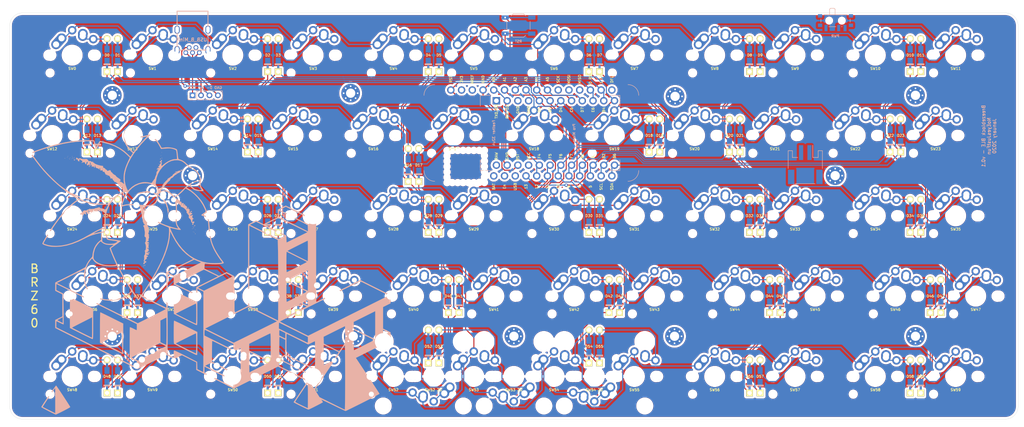
<source format=kicad_pcb>
(kicad_pcb (version 20171130) (host pcbnew "(5.1.5-0-10_14)")
  (layers (0 F.Cu signal) (31 B.Cu signal) (34 B.Paste user) (35 F.Paste user) (36 B.SilkS user) (37 F.SilkS user) (38 B.Mask user) (39 F.Mask user) (44 Edge.Cuts user))
  (net 0 "")
  (net 1 "Net-(B0-Pad1)")
  (net 2 Row4)
  (net 3 "Net-(B0-Pad3)")
  (net 4 "Net-(B0-Pad4)")
  (net 5 Row3)
  (net 6 Row2)
  (net 7 Row1)
  (net 8 Row0)
  (net 9 Col0)
  (net 10 Col1)
  (net 11 Col2)
  (net 12 Col4)
  (net 13 Col5)
  (net 14 Col6)
  (net 15 Col7)
  (net 16 Col8)
  (net 17 Col9)
  (net 18 Col10)
  (net 19 Col11)
  (net 20 "Net-(B0-Pad21)")
  (net 21 RST)
  (net 22 GND)
  (net 23 Col3)
  (net 24 "Net-(B0-Pad24)")
  (net 25 "Net-(D0-Pad2)")
  (net 26 "Net-(D1-Pad2)")
  (net 27 "Net-(D2-Pad2)")
  (net 28 "Net-(D3-Pad2)")
  (net 29 "Net-(D4-Pad2)")
  (net 30 "Net-(D5-Pad2)")
  (net 31 "Net-(D6-Pad2)")
  (net 32 "Net-(D7-Pad2)")
  (net 33 "Net-(D8-Pad2)")
  (net 34 "Net-(D9-Pad2)")
  (net 35 "Net-(D10-Pad2)")
  (net 36 "Net-(D11-Pad2)")
  (net 37 "Net-(D12-Pad2)")
  (net 38 "Net-(D13-Pad2)")
  (net 39 "Net-(D14-Pad2)")
  (net 40 "Net-(D15-Pad2)")
  (net 41 "Net-(D16-Pad2)")
  (net 42 "Net-(D17-Pad2)")
  (net 43 "Net-(D18-Pad2)")
  (net 44 "Net-(D19-Pad2)")
  (net 45 "Net-(D20-Pad2)")
  (net 46 "Net-(D21-Pad2)")
  (net 47 "Net-(D22-Pad2)")
  (net 48 "Net-(D23-Pad2)")
  (net 49 "Net-(D24-Pad2)")
  (net 50 "Net-(D25-Pad2)")
  (net 51 "Net-(D26-Pad2)")
  (net 52 "Net-(D27-Pad2)")
  (net 53 "Net-(D28-Pad2)")
  (net 54 "Net-(D29-Pad2)")
  (net 55 "Net-(D30-Pad2)")
  (net 56 "Net-(D31-Pad2)")
  (net 57 "Net-(D32-Pad2)")
  (net 58 "Net-(D33-Pad2)")
  (net 59 "Net-(D34-Pad2)")
  (net 60 "Net-(D35-Pad2)")
  (net 61 "Net-(D36-Pad2)")
  (net 62 "Net-(D37-Pad2)")
  (net 63 "Net-(D38-Pad2)")
  (net 64 "Net-(D39-Pad2)")
  (net 65 "Net-(D40-Pad2)")
  (net 66 "Net-(D41-Pad2)")
  (net 67 "Net-(D42-Pad2)")
  (net 68 "Net-(D43-Pad2)")
  (net 69 "Net-(D44-Pad2)")
  (net 70 "Net-(D45-Pad2)")
  (net 71 "Net-(D46-Pad2)")
  (net 72 "Net-(D47-Pad2)")
  (net 73 "Net-(D48-Pad2)")
  (net 74 "Net-(D49-Pad2)")
  (net 75 "Net-(D50-Pad2)")
  (net 76 "Net-(D51-Pad2)")
  (net 77 "Net-(D52-Pad2)")
  (net 78 "Net-(D53-Pad2)")
  (net 79 "Net-(D54-Pad2)")
  (net 80 "Net-(D55-Pad2)")
  (net 81 "Net-(D56-Pad2)")
  (net 82 "Net-(D57-Pad2)")
  (net 83 "Net-(D58-Pad2)")
  (net 84 "Net-(D59-Pad2)")
  (net 85 "Net-(J0-Pad6)")
  (net 86 "Net-(J0-Pad4)")
  (net 87 "Net-(U0-Pad2)")
  (net 88 "Net-(U0-Pad3)")
  (net 89 "Net-(U0-Pad11)")
  (net 90 "Net-(U0-Pad12)")
  (net 91 "Net-(U0-Pad13)")
  (net 92 "Net-(U0-Pad16)")
  (net 93 "Net-(U0-Pad26)")
  (net 94 "Net-(U0-Pad27)")
  (net 95 "Net-(U0-Pad28)")
  (net 96 /VCC)
  (net 97 /D-)
  (net 98 /D+)
  (module Keebio-Parts:breakaway-hole-big (layer F.Cu) (at 188.85 65.55)
    (fp_text reference REF** hide)
    (fp_text value breakaway-hole-big hide)
    (pad "" np_thru_hole circle (at 0 -0.254) (size 0.7874 0.7874) (drill 0.7874) (layers *.Cu *.Mask))
  )
  (module Keebio-Parts:breakaway-mousebites (layer F.Cu) (at 188.596 69.06 270)
    (fp_text reference REF** hide)
    (fp_text value breakaway-mousebites hide)
    (pad "" np_thru_hole circle (at 0 -0.254 270) (size 0.7874 0.7874) (drill 0.7874) (layers *.Cu *.Mask))
    (pad "" np_thru_hole circle (at 1.27 -0.254 270) (size 0.7874 0.7874) (drill 0.7874) (layers *.Cu *.Mask))
    (pad "" np_thru_hole circle (at 2.54 -0.254 270) (size 0.7874 0.7874) (drill 0.7874) (layers *.Cu *.Mask))
    (pad "" np_thru_hole circle (at -1.27 -0.254 270) (size 0.7874 0.7874) (drill 0.7874) (layers *.Cu *.Mask))
    (pad "" np_thru_hole circle (at -2.54 -0.254 270) (size 0.7874 0.7874) (drill 0.7874) (layers *.Cu *.Mask))
  )
  (module Keebio-Parts:breakaway-hole-big (layer F.Cu) (at 188.85 73.1)
    (fp_text reference REF** hide)
    (fp_text value breakaway-hole-big hide)
    (pad "" np_thru_hole circle (at 0 -0.254) (size 0.7874 0.7874) (drill 0.7874) (layers *.Cu *.Mask))
  )
  (module Keebio-Parts:breakaway-hole-big (layer F.Cu) (at 187.6 73.1)
    (fp_text reference REF** hide)
    (fp_text value breakaway-hole-big hide)
    (pad "" np_thru_hole circle (at 0 -0.254) (size 0.7874 0.7874) (drill 0.7874) (layers *.Cu *.Mask))
  )
  (module Keebio-Parts:breakaway-hole-big (layer F.Cu) (at 187.6 65.55)
    (fp_text reference REF** hide)
    (fp_text value breakaway-hole-big hide)
    (pad "" np_thru_hole circle (at 0 -0.254) (size 0.7874 0.7874) (drill 0.7874) (layers *.Cu *.Mask))
  )
  (module Keebio-Parts:breakaway-hole-big (layer F.Cu) (at 180 73.15)
    (fp_text reference REF** hide)
    (fp_text value breakaway-hole-big hide)
    (pad "" np_thru_hole circle (at 0 -0.254) (size 0.7874 0.7874) (drill 0.7874) (layers *.Cu *.Mask))
  )
  (module Keebio-Parts:breakaway-hole-big (layer F.Cu) (at 180 65.554)
    (fp_text reference REF** hide)
    (fp_text value breakaway-hole-big hide)
    (pad "" np_thru_hole circle (at 0 -0.254) (size 0.7874 0.7874) (drill 0.7874) (layers *.Cu *.Mask))
  )
  (module Keebio-Parts:breakaway-mousebites (layer F.Cu) (at 180.254 69.1 90)
    (fp_text reference REF** hide)
    (fp_text value breakaway-mousebites hide)
    (pad "" np_thru_hole circle (at 0 -0.254 90) (size 0.7874 0.7874) (drill 0.7874) (layers *.Cu *.Mask))
    (pad "" np_thru_hole circle (at 1.27 -0.254 90) (size 0.7874 0.7874) (drill 0.7874) (layers *.Cu *.Mask))
    (pad "" np_thru_hole circle (at 2.54 -0.254 90) (size 0.7874 0.7874) (drill 0.7874) (layers *.Cu *.Mask))
    (pad "" np_thru_hole circle (at -1.27 -0.254 90) (size 0.7874 0.7874) (drill 0.7874) (layers *.Cu *.Mask))
    (pad "" np_thru_hole circle (at -2.54 -0.254 90) (size 0.7874 0.7874) (drill 0.7874) (layers *.Cu *.Mask))
  )
  (module Keebio-Parts:MX-Alps-Choc-2U (layer F.Cu) (at 214.85 118.75 180)
    (fp_text reference "SW54 2U" (at 0 -3.175001 180) (layer F.SilkS) (effects (font (size 0.6 0.6) (thickness 0.12))))
    (fp_text value KEYSW)
    (pad "" np_thru_hole circle (at -11.938 -6.985 180) (size 3.048 3.048) (drill 3.048) (layers *.Cu *.Mask))
    (pad "" np_thru_hole circle (at -11.938 8.255 180) (size 3.9878 3.9878) (drill 3.9878) (layers *.Cu *.Mask))
    (pad "" np_thru_hole circle (at 11.938 -6.985 180) (size 3.048 3.048) (drill 3.048) (layers *.Cu *.Mask))
    (pad "" np_thru_hole circle (at 11.938 8.255 180) (size 3.9878 3.9878) (drill 3.9878) (layers *.Cu *.Mask))
    (pad "" np_thru_hole circle (at -5.22 4.2 228.1) (size 1.2 1.2) (drill 1.2) (layers *.Cu *.Mask))
    (pad "" np_thru_hole circle (at 5.5 0 228.1) (size 1.7 1.7) (drill 1.7) (layers *.Cu *.Mask))
    (pad "" np_thru_hole circle (at -5.5 0 228.1) (size 1.7 1.7) (drill 1.7) (layers *.Cu *.Mask))
    (pad 1 thru_hole circle (at 0 -5.9 180) (size 2 2) (drill 1.2) (layers *.Cu *.Mask) (net 79 "Net-(D54-Pad2)"))
    (pad 2 thru_hole circle (at 5 -3.8 180) (size 2 2) (drill 1.2) (layers *.Cu *.Mask) (net 2 Row4))
    (pad "" np_thru_hole circle (at 5.08 0 228.0996) (size 1.75 1.75) (drill 1.75) (layers *.Cu *.Mask))
    (pad "" np_thru_hole circle (at -5.08 0 228.0996) (size 1.75 1.75) (drill 1.75) (layers *.Cu *.Mask))
    (pad 1 thru_hole circle (at -2.5 -4 180) (size 2.25 2.25) (drill 1.47) (layers *.Cu *.Mask) (net 79 "Net-(D54-Pad2)"))
    (pad "" np_thru_hole circle (at 0 0 180) (size 3.9878 3.9878) (drill 3.9878) (layers *.Cu *.Mask))
    (pad 1 thru_hole oval (at -3.81 -2.54 228.1) (size 4.211556 2.25) (drill 1.47 (offset 0.980778 0)) (layers *.Cu *.Mask) (net 79 "Net-(D54-Pad2)"))
    (pad 2 thru_hole circle (at 2.54 -5.08 180) (size 2.25 2.25) (drill 1.47) (layers *.Cu *.Mask) (net 2 Row4))
    (pad 2 thru_hole oval (at 2.5 -4.5 266.1) (size 2.831378 2.25) (drill 1.47 (offset 0.290689 0)) (layers *.Cu *.Mask) (net 2 Row4))
  )
  (module Keebio-Parts:MX-Alps-Choc-2U (layer F.Cu) (at 176.85 118.75 180)
    (fp_text reference SW52)
    (fp_text value KEYSW)
    (pad "" np_thru_hole circle (at -11.938 -6.985 180) (size 3.048 3.048) (drill 3.048) (layers *.Cu *.Mask))
    (pad "" np_thru_hole circle (at -11.938 8.255 180) (size 3.9878 3.9878) (drill 3.9878) (layers *.Cu *.Mask))
    (pad "" np_thru_hole circle (at 11.938 -6.985 180) (size 3.048 3.048) (drill 3.048) (layers *.Cu *.Mask))
    (pad "" np_thru_hole circle (at 11.938 8.255 180) (size 3.9878 3.9878) (drill 3.9878) (layers *.Cu *.Mask))
    (pad "" np_thru_hole circle (at -5.22 4.2 228.1) (size 1.2 1.2) (drill 1.2) (layers *.Cu *.Mask))
    (pad "" np_thru_hole circle (at 5.5 0 228.1) (size 1.7 1.7) (drill 1.7) (layers *.Cu *.Mask))
    (pad "" np_thru_hole circle (at -5.5 0 228.1) (size 1.7 1.7) (drill 1.7) (layers *.Cu *.Mask))
    (pad 1 thru_hole circle (at 0 -5.9 180) (size 2 2) (drill 1.2) (layers *.Cu *.Mask) (net 77 "Net-(D52-Pad2)"))
    (pad 2 thru_hole circle (at 5 -3.8 180) (size 2 2) (drill 1.2) (layers *.Cu *.Mask) (net 2 Row4))
    (pad "" np_thru_hole circle (at 5.08 0 228.0996) (size 1.75 1.75) (drill 1.75) (layers *.Cu *.Mask))
    (pad "" np_thru_hole circle (at -5.08 0 228.0996) (size 1.75 1.75) (drill 1.75) (layers *.Cu *.Mask))
    (pad 1 thru_hole circle (at -2.5 -4 180) (size 2.25 2.25) (drill 1.47) (layers *.Cu *.Mask) (net 77 "Net-(D52-Pad2)"))
    (pad "" np_thru_hole circle (at 0 0 180) (size 3.9878 3.9878) (drill 3.9878) (layers *.Cu *.Mask))
    (pad 1 thru_hole oval (at -3.81 -2.54 228.1) (size 4.211556 2.25) (drill 1.47 (offset 0.980778 0)) (layers *.Cu *.Mask) (net 77 "Net-(D52-Pad2)"))
    (pad 2 thru_hole circle (at 2.54 -5.08 180) (size 2.25 2.25) (drill 1.47) (layers *.Cu *.Mask) (net 2 Row4))
    (pad 2 thru_hole oval (at 2.5 -4.5 266.1) (size 2.831378 2.25) (drill 1.47 (offset 0.290689 0)) (layers *.Cu *.Mask) (net 2 Row4))
  )
  (module Keebio-Parts:MX-Alps-Choc-2U (layer F.Cu) (at 195.8 118.75 180)
    (fp_text reference "SW53 2U" (at 0 -3.175001 180) (layer F.SilkS) (effects (font (size 0.6 0.6) (thickness 0.12))))
    (fp_text value KEYSW)
    (pad "" np_thru_hole circle (at -11.938 -6.985 180) (size 3.048 3.048) (drill 3.048) (layers *.Cu *.Mask))
    (pad "" np_thru_hole circle (at -11.938 8.255 180) (size 3.9878 3.9878) (drill 3.9878) (layers *.Cu *.Mask))
    (pad "" np_thru_hole circle (at 11.938 -6.985 180) (size 3.048 3.048) (drill 3.048) (layers *.Cu *.Mask))
    (pad "" np_thru_hole circle (at 11.938 8.255 180) (size 3.9878 3.9878) (drill 3.9878) (layers *.Cu *.Mask))
    (pad "" np_thru_hole circle (at -5.22 4.2 228.1) (size 1.2 1.2) (drill 1.2) (layers *.Cu *.Mask))
    (pad "" np_thru_hole circle (at 5.5 0 228.1) (size 1.7 1.7) (drill 1.7) (layers *.Cu *.Mask))
    (pad "" np_thru_hole circle (at -5.5 0 228.1) (size 1.7 1.7) (drill 1.7) (layers *.Cu *.Mask))
    (pad 1 thru_hole circle (at 0 -5.9 180) (size 2 2) (drill 1.2) (layers *.Cu *.Mask) (net 78 "Net-(D53-Pad2)"))
    (pad 2 thru_hole circle (at 5 -3.8 180) (size 2 2) (drill 1.2) (layers *.Cu *.Mask) (net 2 Row4))
    (pad "" np_thru_hole circle (at 5.08 0 228.0996) (size 1.75 1.75) (drill 1.75) (layers *.Cu *.Mask))
    (pad "" np_thru_hole circle (at -5.08 0 228.0996) (size 1.75 1.75) (drill 1.75) (layers *.Cu *.Mask))
    (pad 1 thru_hole circle (at -2.5 -4 180) (size 2.25 2.25) (drill 1.47) (layers *.Cu *.Mask) (net 78 "Net-(D53-Pad2)"))
    (pad "" np_thru_hole circle (at 0 0 180) (size 3.9878 3.9878) (drill 3.9878) (layers *.Cu *.Mask))
    (pad 1 thru_hole oval (at -3.81 -2.54 228.1) (size 4.211556 2.25) (drill 1.47 (offset 0.980778 0)) (layers *.Cu *.Mask) (net 78 "Net-(D53-Pad2)"))
    (pad 2 thru_hole circle (at 2.54 -5.08 180) (size 2.25 2.25) (drill 1.47) (layers *.Cu *.Mask) (net 2 Row4))
    (pad 2 thru_hole oval (at 2.5 -4.5 266.1) (size 2.831378 2.25) (drill 1.47 (offset 0.290689 0)) (layers *.Cu *.Mask) (net 2 Row4))
  )
  (module "Graphic LIbrary:Brick_sm" (layer F.Cu) (at 309.8 61.95 90)
    (fp_text reference G*** hide)
    (fp_text value LOGO hide)
  )
  (module "Graphic LIbrary:CB70_BLE-Bottom" (layer B.Cu) (at 125.5 93.75 180)
    (fp_text reference G*** hide)
    (fp_text value LOGO hide)
  )
  (module Adafruit_FeatherWing:PCB_FeatherWing (layer B.Cu) (at 199.95 61.15)
    (fp_text reference U0)
    (fp_text value Feather_32U4)
    (fp_text user "Feather 32u4" (at -8.9 0 -270) (layer B.SilkS) (effects (font (size 0.6 0.6) (thickness 0.12)) (justify mirror)))
    (fp_text user BAT (at -8.89 12.7 270) (layer F.SilkS) (effects (font (size 0.6 0.6) (thickness 0.12))))
    (fp_text user En (at -6.35 12.7 270) (layer F.SilkS) (effects (font (size 0.6 0.6) (thickness 0.12))))
    (fp_text user USB (at -3.81 12.7 270) (layer F.SilkS) (effects (font (size 0.6 0.6) (thickness 0.12))))
    (fp_text user 13 (at -1.27 12.7 270) (layer F.SilkS) (effects (font (size 0.6 0.6) (thickness 0.12))))
    (fp_text user 12 (at 1.27 12.7 270) (layer F.SilkS) (effects (font (size 0.6 0.6) (thickness 0.12))))
    (fp_text user 11 (at 3.81 12.7 270) (layer F.SilkS) (effects (font (size 0.6 0.6) (thickness 0.12))))
    (fp_text user 10 (at 6.35 12.7 270) (layer F.SilkS) (effects (font (size 0.6 0.6) (thickness 0.12))))
    (fp_text user 9 (at 8.89 12.7 270) (layer F.SilkS) (effects (font (size 0.6 0.6) (thickness 0.12))))
    (fp_text user 6 (at 11.43 12.7 270) (layer F.SilkS) (effects (font (size 0.6 0.6) (thickness 0.12))))
    (fp_text user 5 (at 13.97 12.7 270) (layer F.SilkS) (effects (font (size 0.6 0.6) (thickness 0.12))))
    (fp_text user SCL (at 16.51 12.7 270) (layer F.SilkS) (effects (font (size 0.6 0.6) (thickness 0.12))))
    (fp_text user SDA (at 19.05 12.7 270) (layer F.SilkS) (effects (font (size 0.6 0.6) (thickness 0.12))))
    (fp_text user DFU (at 19.05 -12.7 270) (layer F.SilkS) (effects (font (size 0.6 0.6) (thickness 0.12))))
    (fp_text user "1 TX" (at 16.51 -12.7 270) (layer F.SilkS) (effects (font (size 0.6 0.6) (thickness 0.12))))
    (fp_text user "0 RX" (at 13.97 -12.7 270) (layer F.SilkS) (effects (font (size 0.6 0.6) (thickness 0.12))))
    (fp_text user MISO (at 11.43 -12.7 270) (layer F.SilkS) (effects (font (size 0.6 0.6) (thickness 0.12))))
    (fp_text user MOSI (at 8.89 -12.7 270) (layer F.SilkS) (effects (font (size 0.6 0.6) (thickness 0.12))))
    (fp_text user SCK (at 6.35 -12.7 270) (layer F.SilkS) (effects (font (size 0.6 0.6) (thickness 0.12))))
    (fp_text user A5 (at 3.81 -12.7 270) (layer F.SilkS) (effects (font (size 0.6 0.6) (thickness 0.12))))
    (fp_text user A4 (at 1.27 -12.7 270) (layer F.SilkS) (effects (font (size 0.6 0.6) (thickness 0.12))))
    (fp_text user A3 (at -1.27 -12.7 270) (layer F.SilkS) (effects (font (size 0.6 0.6) (thickness 0.12))))
    (fp_text user A2 (at -3.81 -12.7 270) (layer F.SilkS) (effects (font (size 0.6 0.6) (thickness 0.12))))
    (fp_text user A1 (at -6.35 -12.7 270) (layer F.SilkS) (effects (font (size 0.6 0.6) (thickness 0.12))))
    (fp_text user A0 (at -8.89 -12.7 270) (layer F.SilkS) (effects (font (size 0.6 0.6) (thickness 0.12))))
    (fp_text user GND (at -11.43 -12.7 270) (layer F.SilkS) (effects (font (size 0.6 0.6) (thickness 0.12))))
    (fp_text user AREF (at -13.97 -12.7 270) (layer F.SilkS) (effects (font (size 0.6 0.6) (thickness 0.12))))
    (fp_text user 3V3 (at -16.51 -12.7 270) (layer F.SilkS) (effects (font (size 0.6 0.6) (thickness 0.12))))
    (fp_text user RST (at -19.05 -12.7 270) (layer F.SilkS) (effects (font (size 0.6 0.6) (thickness 0.12))))
    (pad 1 thru_hole circle (at -19.05 -10.16) (size 1.7526 1.7526) (drill 1.0922) (layers *.Cu *.Mask) (net 21 RST))
    (pad 2 thru_hole circle (at -16.51 -10.16) (size 1.7526 1.7526) (drill 1.0922) (layers *.Cu *.Mask) (net 87 "Net-(U0-Pad2)"))
    (pad 3 thru_hole circle (at -13.97 -10.16) (size 1.7526 1.7526) (drill 1.0922) (layers *.Cu *.Mask) (net 88 "Net-(U0-Pad3)"))
    (pad 4 thru_hole circle (at -11.43 -10.16) (size 1.7526 1.7526) (drill 1.0922) (layers *.Cu *.Mask) (net 22 GND))
    (pad 5 thru_hole circle (at -8.89 -10.16) (size 1.7526 1.7526) (drill 1.0922) (layers *.Cu *.Mask) (net 2 Row4))
    (pad 6 thru_hole circle (at -6.35 -10.16) (size 1.7526 1.7526) (drill 1.0922) (layers *.Cu *.Mask) (net 5 Row3))
    (pad 7 thru_hole circle (at -3.81 -10.16) (size 1.7526 1.7526) (drill 1.0922) (layers *.Cu *.Mask) (net 6 Row2))
    (pad 8 thru_hole circle (at -1.27 -10.16) (size 1.7526 1.7526) (drill 1.0922) (layers *.Cu *.Mask) (net 7 Row1))
    (pad 9 thru_hole circle (at 1.27 -10.16) (size 1.7526 1.7526) (drill 1.0922) (layers *.Cu *.Mask) (net 8 Row0))
    (pad 10 thru_hole circle (at 3.81 -10.16) (size 1.7526 1.7526) (drill 1.0922) (layers *.Cu *.Mask) (net 9 Col0))
    (pad 11 thru_hole circle (at 6.35 -10.16) (size 1.7526 1.7526) (drill 1.0922) (layers *.Cu *.Mask) (net 89 "Net-(U0-Pad11)"))
    (pad 12 thru_hole circle (at 8.89 -10.16) (size 1.7526 1.7526) (drill 1.0922) (layers *.Cu *.Mask) (net 90 "Net-(U0-Pad12)"))
    (pad 13 thru_hole circle (at 11.43 -10.16) (size 1.7526 1.7526) (drill 1.0922) (layers *.Cu *.Mask) (net 91 "Net-(U0-Pad13)"))
    (pad 14 thru_hole circle (at 13.97 -10.16) (size 1.7526 1.7526) (drill 1.0922) (layers *.Cu *.Mask) (net 10 Col1))
    (pad 15 thru_hole circle (at 16.51 -10.16) (size 1.7526 1.7526) (drill 1.0922) (layers *.Cu *.Mask) (net 11 Col2))
    (pad 16 thru_hole circle (at 19.05 -10.16) (size 1.7526 1.7526) (drill 1.0922) (layers *.Cu *.Mask) (net 92 "Net-(U0-Pad16)"))
    (pad 17 thru_hole circle (at 19.05 10.16) (size 1.7526 1.7526) (drill 1.0922) (layers *.Cu *.Mask) (net 19 Col11))
    (pad 18 thru_hole circle (at 16.51 10.16) (size 1.7526 1.7526) (drill 1.0922) (layers *.Cu *.Mask) (net 18 Col10))
    (pad 19 thru_hole circle (at 13.97 10.16) (size 1.7526 1.7526) (drill 1.0922) (layers *.Cu *.Mask) (net 17 Col9))
    (pad 20 thru_hole circle (at 11.43 10.16) (size 1.7526 1.7526) (drill 1.0922) (layers *.Cu *.Mask) (net 16 Col8))
    (pad 21 thru_hole circle (at 8.89 10.16) (size 1.7526 1.7526) (drill 1.0922) (layers *.Cu *.Mask) (net 15 Col7))
    (pad 22 thru_hole circle (at 6.35 10.16) (size 1.7526 1.7526) (drill 1.0922) (layers *.Cu *.Mask) (net 14 Col6))
    (pad 23 thru_hole circle (at 3.81 10.16) (size 1.7526 1.7526) (drill 1.0922) (layers *.Cu *.Mask) (net 13 Col5))
    (pad 24 thru_hole circle (at 1.27 10.16) (size 1.7526 1.7526) (drill 1.0922) (layers *.Cu *.Mask) (net 12 Col4))
    (pad 25 thru_hole circle (at -1.27 10.16) (size 1.7526 1.7526) (drill 1.0922) (layers *.Cu *.Mask) (net 23 Col3))
    (pad 26 thru_hole circle (at -3.81 10.16) (size 1.7526 1.7526) (drill 1.0922) (layers *.Cu *.Mask) (net 93 "Net-(U0-Pad26)"))
    (pad 27 thru_hole circle (at -6.35 10.16) (size 1.7526 1.7526) (drill 1.0922) (layers *.Cu *.Mask) (net 94 "Net-(U0-Pad27)"))
    (pad 28 thru_hole circle (at -8.89 10.16) (size 1.7526 1.7526) (drill 1.0922) (layers *.Cu *.Mask) (net 95 "Net-(U0-Pad28)"))
  )
  (module Keebio-Parts:MX-Alps-Choc-1U-NoLED (layer F.Cu) (at 219.570001 61.750001)
    (fp_text reference SW19 (at 0 3.175) (layer F.SilkS) (effects (font (size 0.6 0.6) (thickness 0.12))))
    (fp_text value KEYSW)
    (pad "" np_thru_hole circle (at -5.22 4.2 48.1) (size 1.2 1.2) (drill 1.2) (layers *.Cu *.Mask))
    (pad "" np_thru_hole circle (at 5.5 0 48.1) (size 1.7 1.7) (drill 1.7) (layers *.Cu *.Mask))
    (pad "" np_thru_hole circle (at -5.5 0 48.1) (size 1.7 1.7) (drill 1.7) (layers *.Cu *.Mask))
    (pad 2 thru_hole circle (at 0 -5.9) (size 2 2) (drill 1.2) (layers *.Cu *.Mask) (net 7 Row1))
    (pad 1 thru_hole circle (at 5 -3.8) (size 2 2) (drill 1.2) (layers *.Cu *.Mask) (net 44 "Net-(D19-Pad2)"))
    (pad "" np_thru_hole circle (at 5.08 0 48.0996) (size 1.75 1.75) (drill 1.75) (layers *.Cu *.Mask))
    (pad "" np_thru_hole circle (at -5.08 0 48.0996) (size 1.75 1.75) (drill 1.75) (layers *.Cu *.Mask))
    (pad 2 thru_hole circle (at -2.5 -4) (size 2.25 2.25) (drill 1.47) (layers *.Cu *.Mask) (net 7 Row1))
    (pad "" np_thru_hole circle (at 0 0) (size 3.9878 3.9878) (drill 3.9878) (layers *.Cu *.Mask))
    (pad 2 thru_hole oval (at -3.81 -2.54 48.1) (size 4.211556 2.25) (drill 1.47 (offset 0.980778 0)) (layers *.Cu *.Mask) (net 7 Row1))
    (pad 1 thru_hole circle (at 2.54 -5.08) (size 2.25 2.25) (drill 1.47) (layers *.Cu *.Mask) (net 44 "Net-(D19-Pad2)"))
    (pad 1 thru_hole oval (at 2.5 -4.5 86.1) (size 2.831378 2.25) (drill 1.47 (offset 0.290689 0)) (layers *.Cu *.Mask) (net 44 "Net-(D19-Pad2)"))
  )
  (module Keebio-Parts:Diode-Hybrid-Back (layer F.Cu) (at 170.820001 68.750001 270)
    (fp_text reference D16 (at 0 0 180) (layer F.SilkS) (effects (font (size 0.6 0.6) (thickness 0.12))))
    (fp_text value D hide)
    (pad 1 thru_hole rect (at 3.9 0 270) (size 1.6 1.6) (drill 1) (layers *.Cu *.Mask F.SilkS) (net 12 Col4))
    (pad 2 thru_hole circle (at -3.9 0 270) (size 1.6 1.6) (drill 1) (layers *.Cu *.Mask F.SilkS) (net 41 "Net-(D16-Pad2)"))
    (pad 1 smd rect (at 2.5 0 270) (size 2.9 0.5) (layers B.Cu) (net 12 Col4))
    (pad 1 smd rect (at 1.4 0 270) (size 1.6 1.2) (layers B.Cu B.Paste B.Mask) (net 12 Col4))
    (pad 2 smd rect (at -1.4 0 270) (size 1.6 1.2) (layers B.Cu B.Paste B.Mask) (net 41 "Net-(D16-Pad2)"))
    (pad 2 smd rect (at -2.5 0 270) (size 2.9 0.5) (layers B.Cu) (net 41 "Net-(D16-Pad2)"))
  )
  (module Keebio-Parts:ArduinoProMicro (layer B.Cu) (at 205.65 61.15)
    (fp_text reference B0 hide)
    (fp_text value SPARKFUN_PRO_MICRO hide)
    (fp_text user B2 (at 11.43 5.461 90) (layer F.SilkS) (effects (font (size 0.6 0.6) (thickness 0.12))))
    (fp_text user F7 (at 3.81 5.461 90) (layer F.SilkS) (effects (font (size 0.6 0.6) (thickness 0.12))))
    (fp_text user F6 (at 1.27 5.461 90) (layer F.SilkS) (effects (font (size 0.6 0.6) (thickness 0.12))))
    (fp_text user F5 (at -1.27 5.461 90) (layer F.SilkS) (effects (font (size 0.6 0.6) (thickness 0.12))))
    (fp_text user RAW (at -13.97 5.461 90) (layer F.SilkS) (effects (font (size 0.6 0.6) (thickness 0.12))))
    (fp_text user GND (at -11.43 5.461 90) (layer F.SilkS) (effects (font (size 0.6 0.6) (thickness 0.12))))
    (fp_text user RST (at -8.92 5.73312 90) (layer F.SilkS) (effects (font (size 0.6 0.6) (thickness 0.12))))
    (fp_text user VCC (at -6.35 5.461 90) (layer F.SilkS) (effects (font (size 0.6 0.6) (thickness 0.12))))
    (fp_text user F4 (at -3.81 5.461 90) (layer F.SilkS) (effects (font (size 0.6 0.6) (thickness 0.12))))
    (fp_text user B1 (at 6.35 5.461 90) (layer F.SilkS) (effects (font (size 0.6 0.6) (thickness 0.12))))
    (fp_text user B3 (at 8.89 5.461 90) (layer F.SilkS) (effects (font (size 0.6 0.6) (thickness 0.12))))
    (fp_text user B6 (at 13.97 5.461 90) (layer F.SilkS) (effects (font (size 0.6 0.6) (thickness 0.12))))
    (fp_text user B5 (at 13.97 -5.461 270) (layer B.SilkS) (effects (font (size 0.6 0.6) (thickness 0.12)) (justify mirror)))
    (fp_text user B4 (at 11.43 -5.461 90) (layer F.SilkS) (effects (font (size 0.6 0.6) (thickness 0.12))))
    (fp_text user E6 (at 8.89 -5.461 90) (layer F.SilkS) (effects (font (size 0.6 0.6) (thickness 0.12))))
    (fp_text user D7 (at 6.35 -5.461 90) (layer F.SilkS) (effects (font (size 0.6 0.6) (thickness 0.12))))
    (fp_text user C6 (at 3.81 -5.461 90) (layer F.SilkS) (effects (font (size 0.6 0.6) (thickness 0.12))))
    (fp_text user D4 (at 1.27 -5.461 90) (layer F.SilkS) (effects (font (size 0.6 0.6) (thickness 0.12))))
    (fp_text user GND (at -8.89 -5.461 90) (layer F.SilkS) (effects (font (size 0.6 0.6) (thickness 0.12))))
    (fp_text user GND (at -6.35 -5.461 90) (layer F.SilkS) (effects (font (size 0.6 0.6) (thickness 0.12))))
    (fp_text user D1 (at -3.81 -5.461 90) (layer F.SilkS) (effects (font (size 0.6 0.6) (thickness 0.12))))
    (fp_text user D0 (at -1.27 -5.461 90) (layer F.SilkS) (effects (font (size 0.6 0.6) (thickness 0.12))))
    (fp_text user RXI/D2 (at -11.4 -5 270) (layer F.SilkS) (effects (font (size 0.6 0.6) (thickness 0.12))))
    (fp_text user TX0/D3 (at -13.97 -5.08 90) (layer F.SilkS) (effects (font (size 0.6 0.6) (thickness 0.12))))
    (fp_text user "Pro Micro" (at 4.4 0.000001 -270) (layer B.SilkS) (effects (font (size 0.6 0.6) (thickness 0.12)) (justify mirror)))
    (pad 1 thru_hole rect (at -13.97 -7.62) (size 1.7526 1.7526) (drill 1.0922) (layers *.Cu *.Mask) (net 1 "Net-(B0-Pad1)"))
    (pad 2 thru_hole circle (at -11.43 -7.62) (size 1.7526 1.7526) (drill 1.0922) (layers *.Cu *.Mask) (net 2 Row4))
    (pad 3 thru_hole circle (at -8.89 -7.62) (size 1.7526 1.7526) (drill 1.0922) (layers *.Cu *.Mask) (net 3 "Net-(B0-Pad3)"))
    (pad 4 thru_hole circle (at -6.35 -7.62) (size 1.7526 1.7526) (drill 1.0922) (layers *.Cu *.Mask) (net 4 "Net-(B0-Pad4)"))
    (pad 5 thru_hole circle (at -3.81 -7.62) (size 1.7526 1.7526) (drill 1.0922) (layers *.Cu *.Mask) (net 5 Row3))
    (pad 6 thru_hole circle (at -1.27 -7.62) (size 1.7526 1.7526) (drill 1.0922) (layers *.Cu *.Mask) (net 6 Row2))
    (pad 7 thru_hole circle (at 1.27 -7.62) (size 1.7526 1.7526) (drill 1.0922) (layers *.Cu *.Mask) (net 7 Row1))
    (pad 8 thru_hole circle (at 3.81 -7.62) (size 1.7526 1.7526) (drill 1.0922) (layers *.Cu *.Mask) (net 8 Row0))
    (pad 9 thru_hole circle (at 6.35 -7.62) (size 1.7526 1.7526) (drill 1.0922) (layers *.Cu *.Mask) (net 9 Col0))
    (pad 10 thru_hole circle (at 8.89 -7.62) (size 1.7526 1.7526) (drill 1.0922) (layers *.Cu *.Mask) (net 10 Col1))
    (pad 11 thru_hole circle (at 11.43 -7.62) (size 1.7526 1.7526) (drill 1.0922) (layers *.Cu *.Mask) (net 11 Col2))
    (pad 13 thru_hole circle (at 13.97 7.62) (size 1.7526 1.7526) (drill 1.0922) (layers *.Cu *.Mask) (net 19 Col11))
    (pad 14 thru_hole circle (at 11.43 7.62) (size 1.7526 1.7526) (drill 1.0922) (layers *.Cu *.Mask) (net 18 Col10))
    (pad 15 thru_hole circle (at 8.89 7.62) (size 1.7526 1.7526) (drill 1.0922) (layers *.Cu *.Mask) (net 17 Col9))
    (pad 16 thru_hole circle (at 6.35 7.62) (size 1.7526 1.7526) (drill 1.0922) (layers *.Cu *.Mask) (net 16 Col8))
    (pad 17 thru_hole circle (at 3.81 7.62) (size 1.7526 1.7526) (drill 1.0922) (layers *.Cu *.Mask) (net 15 Col7))
    (pad 18 thru_hole circle (at 1.27 7.62) (size 1.7526 1.7526) (drill 1.0922) (layers *.Cu *.Mask) (net 14 Col6))
    (pad 19 thru_hole circle (at -1.27 7.62) (size 1.7526 1.7526) (drill 1.0922) (layers *.Cu *.Mask) (net 13 Col5))
    (pad 20 thru_hole circle (at -3.81 7.62) (size 1.7526 1.7526) (drill 1.0922) (layers *.Cu *.Mask) (net 12 Col4))
    (pad 21 thru_hole circle (at -6.35 7.62) (size 1.7526 1.7526) (drill 1.0922) (layers *.Cu *.Mask) (net 20 "Net-(B0-Pad21)"))
    (pad 22 thru_hole circle (at -8.89 7.62) (size 1.7526 1.7526) (drill 1.0922) (layers *.Cu *.Mask) (net 21 RST))
    (pad 23 thru_hole circle (at -11.43 7.62) (size 1.7526 1.7526) (drill 1.0922) (layers *.Cu *.Mask) (net 22 GND))
    (pad 12 thru_hole circle (at 13.97 -7.62) (size 1.7526 1.7526) (drill 1.0922) (layers *.Cu *.Mask) (net 23 Col3))
    (pad 24 thru_hole circle (at -13.97 7.62) (size 1.7526 1.7526) (drill 1.0922) (layers *.Cu *.Mask) (net 24 "Net-(B0-Pad24)"))
  )
  (module Button_Switch_SMD:SW_SPST_TL3342 (layer B.Cu) (at 196.9 35.75)
    (fp_text reference RST (at 0 3.75) (layer B.SilkS) (effects (font (size 0.6 0.6) (thickness 0.12)) (justify mirror)))
    (fp_text value SW_PUSH)
    (pad 2 smd rect (at 3.15 -1.9) (size 1.7 1) (layers B.Cu B.Paste B.Mask) (net 22 GND))
    (pad 2 smd rect (at -3.15 -1.9) (size 1.7 1) (layers B.Cu B.Paste B.Mask) (net 22 GND))
    (pad 1 smd rect (at 3.15 1.9) (size 1.7 1) (layers B.Cu B.Paste B.Mask) (net 21 RST))
    (pad 1 smd rect (at -3.15 1.9) (size 1.7 1) (layers B.Cu B.Paste B.Mask) (net 21 RST))
  )
  (module "Keebio-Parts:USB-Mini-B_ LCSC-C46398" (layer B.Cu) (at 119.8 41.55)
    (fp_text reference J0 hide)
    (fp_text value USB_B_Mini (at 0.02 -2.46) (layer B.SilkS) (effects (font (size 0.8 0.8)) (justify mirror)))
    (pad 6 thru_hole oval (at 3.65 0) (size 1.2 1.9) (drill oval 0.8 1.5) (layers *.Cu *.Mask) (net 85 "Net-(J0-Pad6)"))
    (pad 6 thru_hole oval (at -3.65 0) (size 1.2 1.9) (drill oval 0.8 1.5) (layers *.Cu *.Mask) (net 85 "Net-(J0-Pad6)"))
    (pad 1 thru_hole circle (at -1.6 0.6) (size 1.1 1.1) (drill 0.7) (layers *.Cu *.Mask) (net 96 /VCC))
    (pad 2 thru_hole circle (at -0.8 -0.6) (size 1.1 1.1) (drill 0.7) (layers *.Cu *.Mask) (net 97 /D-))
    (pad 3 thru_hole circle (at 0 0.6) (size 1.1 1.1) (drill 0.7) (layers *.Cu *.Mask) (net 98 /D+))
    (pad 4 thru_hole circle (at 0.8 -0.6) (size 1.1 1.1) (drill 0.7) (layers *.Cu *.Mask) (net 86 "Net-(J0-Pad4)"))
    (pad 5 thru_hole circle (at 1.6 0.6) (size 1.1 1.1) (drill 0.7) (layers *.Cu *.Mask) (net 22 GND))
    (pad 6 thru_hole oval (at -3.65 -4.82) (size 1.2 1.9) (drill oval 0.8 1.5) (layers *.Cu *.Mask) (net 85 "Net-(J0-Pad6)"))
    (pad 6 thru_hole oval (at 3.65 -4.82) (size 1.2 1.9) (drill oval 0.8 1.5) (layers *.Cu *.Mask) (net 85 "Net-(J0-Pad6)"))
  )
  (module Connectors_JST:JST_PH_S2B-PH-SM4-TB_02x2.00mm_Angled (layer B.Cu) (at 264.75 68.675 180)
    (fp_text reference "LiPo Conn" hide)
    (fp_text value JST_PH_S2B-PH-SM4-TB_02x2.00mm_Angled)
    (pad 1 smd rect (at -1 2.875 180) (size 1 3.5) (layers B.Cu B.Paste B.Mask))
    (pad 2 smd rect (at 1 2.875 180) (size 1 3.5) (layers B.Cu B.Paste B.Mask))
    (pad "" smd rect (at -3.35 -2.875 180) (size 1.5 3.4) (layers B.Cu B.Paste B.Mask))
    (pad "" smd rect (at 3.35 -2.875 180) (size 1.5 3.4) (layers B.Cu B.Paste B.Mask))
  )
  (module Keebio-Parts:breakaway-mousebites (layer F.Cu) (at 183.8 73.15)
    (fp_text reference REF** hide)
    (fp_text value breakaway-mousebites hide)
    (pad "" np_thru_hole circle (at 0 -0.254) (size 0.7874 0.7874) (drill 0.7874) (layers *.Cu *.Mask))
    (pad "" np_thru_hole circle (at 1.27 -0.254) (size 0.7874 0.7874) (drill 0.7874) (layers *.Cu *.Mask))
    (pad "" np_thru_hole circle (at 2.54 -0.254) (size 0.7874 0.7874) (drill 0.7874) (layers *.Cu *.Mask))
    (pad "" np_thru_hole circle (at -1.27 -0.254) (size 0.7874 0.7874) (drill 0.7874) (layers *.Cu *.Mask))
    (pad "" np_thru_hole circle (at -2.54 -0.254) (size 0.7874 0.7874) (drill 0.7874) (layers *.Cu *.Mask))
  )
  (module Keebio-Parts:breakaway-mousebites (layer F.Cu) (at 183.8 65.55)
    (fp_text reference REF** hide)
    (fp_text value breakaway-mousebites hide)
    (pad "" np_thru_hole circle (at -2.54 -0.254) (size 0.7874 0.7874) (drill 0.7874) (layers *.Cu *.Mask))
    (pad "" np_thru_hole circle (at -1.27 -0.254) (size 0.7874 0.7874) (drill 0.7874) (layers *.Cu *.Mask))
    (pad "" np_thru_hole circle (at 2.54 -0.254) (size 0.7874 0.7874) (drill 0.7874) (layers *.Cu *.Mask))
    (pad "" np_thru_hole circle (at 1.27 -0.254) (size 0.7874 0.7874) (drill 0.7874) (layers *.Cu *.Mask))
    (pad "" np_thru_hole circle (at 0 -0.254) (size 0.7874 0.7874) (drill 0.7874) (layers *.Cu *.Mask))
  )
  (module Keebio-Parts:MX-Alps-Choc-1U-NoLED (layer F.Cu) (at 153.070001 99.750001)
    (fp_text reference SW39 (at 0 3.175) (layer F.SilkS) (effects (font (size 0.6 0.6) (thickness 0.12))))
    (fp_text value KEYSW)
    (pad "" np_thru_hole circle (at -5.22 4.2 48.1) (size 1.2 1.2) (drill 1.2) (layers *.Cu *.Mask))
    (pad "" np_thru_hole circle (at 5.5 0 48.1) (size 1.7 1.7) (drill 1.7) (layers *.Cu *.Mask))
    (pad "" np_thru_hole circle (at -5.5 0 48.1) (size 1.7 1.7) (drill 1.7) (layers *.Cu *.Mask))
    (pad 2 thru_hole circle (at 0 -5.9) (size 2 2) (drill 1.2) (layers *.Cu *.Mask) (net 5 Row3))
    (pad 1 thru_hole circle (at 5 -3.8) (size 2 2) (drill 1.2) (layers *.Cu *.Mask) (net 64 "Net-(D39-Pad2)"))
    (pad "" np_thru_hole circle (at 5.08 0 48.0996) (size 1.75 1.75) (drill 1.75) (layers *.Cu *.Mask))
    (pad "" np_thru_hole circle (at -5.08 0 48.0996) (size 1.75 1.75) (drill 1.75) (layers *.Cu *.Mask))
    (pad 2 thru_hole circle (at -2.5 -4) (size 2.25 2.25) (drill 1.47) (layers *.Cu *.Mask) (net 5 Row3))
    (pad "" np_thru_hole circle (at 0 0) (size 3.9878 3.9878) (drill 3.9878) (layers *.Cu *.Mask))
    (pad 2 thru_hole oval (at -3.81 -2.54 48.1) (size 4.211556 2.25) (drill 1.47 (offset 0.980778 0)) (layers *.Cu *.Mask) (net 5 Row3))
    (pad 1 thru_hole circle (at 2.54 -5.08) (size 2.25 2.25) (drill 1.47) (layers *.Cu *.Mask) (net 64 "Net-(D39-Pad2)"))
    (pad 1 thru_hole oval (at 2.5 -4.5 86.1) (size 2.831378 2.25) (drill 1.47 (offset 0.290689 0)) (layers *.Cu *.Mask) (net 64 "Net-(D39-Pad2)"))
  )
  (module Keebio-Parts:MX-Alps-Choc-1U-NoLED (layer F.Cu) (at 91.320001 42.750001)
    (fp_text reference SW0 (at 0 3.175) (layer F.SilkS) (effects (font (size 0.6 0.6) (thickness 0.12))))
    (fp_text value KEYSW)
    (pad "" np_thru_hole circle (at -5.22 4.2 48.1) (size 1.2 1.2) (drill 1.2) (layers *.Cu *.Mask))
    (pad "" np_thru_hole circle (at 5.5 0 48.1) (size 1.7 1.7) (drill 1.7) (layers *.Cu *.Mask))
    (pad "" np_thru_hole circle (at -5.5 0 48.1) (size 1.7 1.7) (drill 1.7) (layers *.Cu *.Mask))
    (pad 2 thru_hole circle (at 0 -5.9) (size 2 2) (drill 1.2) (layers *.Cu *.Mask) (net 8 Row0))
    (pad 1 thru_hole circle (at 5 -3.8) (size 2 2) (drill 1.2) (layers *.Cu *.Mask) (net 25 "Net-(D0-Pad2)"))
    (pad "" np_thru_hole circle (at 5.08 0 48.0996) (size 1.75 1.75) (drill 1.75) (layers *.Cu *.Mask))
    (pad "" np_thru_hole circle (at -5.08 0 48.0996) (size 1.75 1.75) (drill 1.75) (layers *.Cu *.Mask))
    (pad 2 thru_hole circle (at -2.5 -4) (size 2.25 2.25) (drill 1.47) (layers *.Cu *.Mask) (net 8 Row0))
    (pad "" np_thru_hole circle (at 0 0) (size 3.9878 3.9878) (drill 3.9878) (layers *.Cu *.Mask))
    (pad 2 thru_hole oval (at -3.81 -2.54 48.1) (size 4.211556 2.25) (drill 1.47 (offset 0.980778 0)) (layers *.Cu *.Mask) (net 8 Row0))
    (pad 1 thru_hole circle (at 2.54 -5.08) (size 2.25 2.25) (drill 1.47) (layers *.Cu *.Mask) (net 25 "Net-(D0-Pad2)"))
    (pad 1 thru_hole oval (at 2.5 -4.5 86.1) (size 2.831378 2.25) (drill 1.47 (offset 0.290689 0)) (layers *.Cu *.Mask) (net 25 "Net-(D0-Pad2)"))
  )
  (module Keebio-Parts:MX-Alps-Choc-1U-NoLED (layer F.Cu) (at 110.320001 42.750001)
    (fp_text reference SW1 (at 0 3.175) (layer F.SilkS) (effects (font (size 0.6 0.6) (thickness 0.12))))
    (fp_text value KEYSW)
    (pad "" np_thru_hole circle (at -5.22 4.2 48.1) (size 1.2 1.2) (drill 1.2) (layers *.Cu *.Mask))
    (pad "" np_thru_hole circle (at 5.5 0 48.1) (size 1.7 1.7) (drill 1.7) (layers *.Cu *.Mask))
    (pad "" np_thru_hole circle (at -5.5 0 48.1) (size 1.7 1.7) (drill 1.7) (layers *.Cu *.Mask))
    (pad 2 thru_hole circle (at 0 -5.9) (size 2 2) (drill 1.2) (layers *.Cu *.Mask) (net 8 Row0))
    (pad 1 thru_hole circle (at 5 -3.8) (size 2 2) (drill 1.2) (layers *.Cu *.Mask) (net 26 "Net-(D1-Pad2)"))
    (pad "" np_thru_hole circle (at 5.08 0 48.0996) (size 1.75 1.75) (drill 1.75) (layers *.Cu *.Mask))
    (pad "" np_thru_hole circle (at -5.08 0 48.0996) (size 1.75 1.75) (drill 1.75) (layers *.Cu *.Mask))
    (pad 2 thru_hole circle (at -2.5 -4) (size 2.25 2.25) (drill 1.47) (layers *.Cu *.Mask) (net 8 Row0))
    (pad "" np_thru_hole circle (at 0 0) (size 3.9878 3.9878) (drill 3.9878) (layers *.Cu *.Mask))
    (pad 2 thru_hole oval (at -3.81 -2.54 48.1) (size 4.211556 2.25) (drill 1.47 (offset 0.980778 0)) (layers *.Cu *.Mask) (net 8 Row0))
    (pad 1 thru_hole circle (at 2.54 -5.08) (size 2.25 2.25) (drill 1.47) (layers *.Cu *.Mask) (net 26 "Net-(D1-Pad2)"))
    (pad 1 thru_hole oval (at 2.5 -4.5 86.1) (size 2.831378 2.25) (drill 1.47 (offset 0.290689 0)) (layers *.Cu *.Mask) (net 26 "Net-(D1-Pad2)"))
  )
  (module Keebio-Parts:MX-Alps-Choc-1U-NoLED (layer F.Cu) (at 129.320001 42.750001)
    (fp_text reference SW2 (at 0 3.175) (layer F.SilkS) (effects (font (size 0.6 0.6) (thickness 0.12))))
    (fp_text value KEYSW)
    (pad "" np_thru_hole circle (at -5.22 4.2 48.1) (size 1.2 1.2) (drill 1.2) (layers *.Cu *.Mask))
    (pad "" np_thru_hole circle (at 5.5 0 48.1) (size 1.7 1.7) (drill 1.7) (layers *.Cu *.Mask))
    (pad "" np_thru_hole circle (at -5.5 0 48.1) (size 1.7 1.7) (drill 1.7) (layers *.Cu *.Mask))
    (pad 2 thru_hole circle (at 0 -5.9) (size 2 2) (drill 1.2) (layers *.Cu *.Mask) (net 8 Row0))
    (pad 1 thru_hole circle (at 5 -3.8) (size 2 2) (drill 1.2) (layers *.Cu *.Mask) (net 27 "Net-(D2-Pad2)"))
    (pad "" np_thru_hole circle (at 5.08 0 48.0996) (size 1.75 1.75) (drill 1.75) (layers *.Cu *.Mask))
    (pad "" np_thru_hole circle (at -5.08 0 48.0996) (size 1.75 1.75) (drill 1.75) (layers *.Cu *.Mask))
    (pad 2 thru_hole circle (at -2.5 -4) (size 2.25 2.25) (drill 1.47) (layers *.Cu *.Mask) (net 8 Row0))
    (pad "" np_thru_hole circle (at 0 0) (size 3.9878 3.9878) (drill 3.9878) (layers *.Cu *.Mask))
    (pad 2 thru_hole oval (at -3.81 -2.54 48.1) (size 4.211556 2.25) (drill 1.47 (offset 0.980778 0)) (layers *.Cu *.Mask) (net 8 Row0))
    (pad 1 thru_hole circle (at 2.54 -5.08) (size 2.25 2.25) (drill 1.47) (layers *.Cu *.Mask) (net 27 "Net-(D2-Pad2)"))
    (pad 1 thru_hole oval (at 2.5 -4.5 86.1) (size 2.831378 2.25) (drill 1.47 (offset 0.290689 0)) (layers *.Cu *.Mask) (net 27 "Net-(D2-Pad2)"))
  )
  (module Keebio-Parts:MX-Alps-Choc-1U-NoLED (layer F.Cu) (at 148.320001 42.750001)
    (fp_text reference SW3 (at 0 3.175) (layer F.SilkS) (effects (font (size 0.6 0.6) (thickness 0.12))))
    (fp_text value KEYSW)
    (pad "" np_thru_hole circle (at -5.22 4.2 48.1) (size 1.2 1.2) (drill 1.2) (layers *.Cu *.Mask))
    (pad "" np_thru_hole circle (at 5.5 0 48.1) (size 1.7 1.7) (drill 1.7) (layers *.Cu *.Mask))
    (pad "" np_thru_hole circle (at -5.5 0 48.1) (size 1.7 1.7) (drill 1.7) (layers *.Cu *.Mask))
    (pad 2 thru_hole circle (at 0 -5.9) (size 2 2) (drill 1.2) (layers *.Cu *.Mask) (net 8 Row0))
    (pad 1 thru_hole circle (at 5 -3.8) (size 2 2) (drill 1.2) (layers *.Cu *.Mask) (net 28 "Net-(D3-Pad2)"))
    (pad "" np_thru_hole circle (at 5.08 0 48.0996) (size 1.75 1.75) (drill 1.75) (layers *.Cu *.Mask))
    (pad "" np_thru_hole circle (at -5.08 0 48.0996) (size 1.75 1.75) (drill 1.75) (layers *.Cu *.Mask))
    (pad 2 thru_hole circle (at -2.5 -4) (size 2.25 2.25) (drill 1.47) (layers *.Cu *.Mask) (net 8 Row0))
    (pad "" np_thru_hole circle (at 0 0) (size 3.9878 3.9878) (drill 3.9878) (layers *.Cu *.Mask))
    (pad 2 thru_hole oval (at -3.81 -2.54 48.1) (size 4.211556 2.25) (drill 1.47 (offset 0.980778 0)) (layers *.Cu *.Mask) (net 8 Row0))
    (pad 1 thru_hole circle (at 2.54 -5.08) (size 2.25 2.25) (drill 1.47) (layers *.Cu *.Mask) (net 28 "Net-(D3-Pad2)"))
    (pad 1 thru_hole oval (at 2.5 -4.5 86.1) (size 2.831378 2.25) (drill 1.47 (offset 0.290689 0)) (layers *.Cu *.Mask) (net 28 "Net-(D3-Pad2)"))
  )
  (module Keebio-Parts:MX-Alps-Choc-1U-NoLED (layer F.Cu) (at 167.320001 42.750001)
    (fp_text reference SW4 (at 0 3.175) (layer F.SilkS) (effects (font (size 0.6 0.6) (thickness 0.12))))
    (fp_text value KEYSW)
    (pad "" np_thru_hole circle (at -5.22 4.2 48.1) (size 1.2 1.2) (drill 1.2) (layers *.Cu *.Mask))
    (pad "" np_thru_hole circle (at 5.5 0 48.1) (size 1.7 1.7) (drill 1.7) (layers *.Cu *.Mask))
    (pad "" np_thru_hole circle (at -5.5 0 48.1) (size 1.7 1.7) (drill 1.7) (layers *.Cu *.Mask))
    (pad 2 thru_hole circle (at 0 -5.9) (size 2 2) (drill 1.2) (layers *.Cu *.Mask) (net 8 Row0))
    (pad 1 thru_hole circle (at 5 -3.8) (size 2 2) (drill 1.2) (layers *.Cu *.Mask) (net 29 "Net-(D4-Pad2)"))
    (pad "" np_thru_hole circle (at 5.08 0 48.0996) (size 1.75 1.75) (drill 1.75) (layers *.Cu *.Mask))
    (pad "" np_thru_hole circle (at -5.08 0 48.0996) (size 1.75 1.75) (drill 1.75) (layers *.Cu *.Mask))
    (pad 2 thru_hole circle (at -2.5 -4) (size 2.25 2.25) (drill 1.47) (layers *.Cu *.Mask) (net 8 Row0))
    (pad "" np_thru_hole circle (at 0 0) (size 3.9878 3.9878) (drill 3.9878) (layers *.Cu *.Mask))
    (pad 2 thru_hole oval (at -3.81 -2.54 48.1) (size 4.211556 2.25) (drill 1.47 (offset 0.980778 0)) (layers *.Cu *.Mask) (net 8 Row0))
    (pad 1 thru_hole circle (at 2.54 -5.08) (size 2.25 2.25) (drill 1.47) (layers *.Cu *.Mask) (net 29 "Net-(D4-Pad2)"))
    (pad 1 thru_hole oval (at 2.5 -4.5 86.1) (size 2.831378 2.25) (drill 1.47 (offset 0.290689 0)) (layers *.Cu *.Mask) (net 29 "Net-(D4-Pad2)"))
  )
  (module Keebio-Parts:MX-Alps-Choc-1U-NoLED (layer F.Cu) (at 186.320001 42.750001)
    (fp_text reference SW5 (at 0 3.175) (layer F.SilkS) (effects (font (size 0.6 0.6) (thickness 0.12))))
    (fp_text value KEYSW)
    (pad "" np_thru_hole circle (at -5.22 4.2 48.1) (size 1.2 1.2) (drill 1.2) (layers *.Cu *.Mask))
    (pad "" np_thru_hole circle (at 5.5 0 48.1) (size 1.7 1.7) (drill 1.7) (layers *.Cu *.Mask))
    (pad "" np_thru_hole circle (at -5.5 0 48.1) (size 1.7 1.7) (drill 1.7) (layers *.Cu *.Mask))
    (pad 2 thru_hole circle (at 0 -5.9) (size 2 2) (drill 1.2) (layers *.Cu *.Mask) (net 8 Row0))
    (pad 1 thru_hole circle (at 5 -3.8) (size 2 2) (drill 1.2) (layers *.Cu *.Mask) (net 30 "Net-(D5-Pad2)"))
    (pad "" np_thru_hole circle (at 5.08 0 48.0996) (size 1.75 1.75) (drill 1.75) (layers *.Cu *.Mask))
    (pad "" np_thru_hole circle (at -5.08 0 48.0996) (size 1.75 1.75) (drill 1.75) (layers *.Cu *.Mask))
    (pad 2 thru_hole circle (at -2.5 -4) (size 2.25 2.25) (drill 1.47) (layers *.Cu *.Mask) (net 8 Row0))
    (pad "" np_thru_hole circle (at 0 0) (size 3.9878 3.9878) (drill 3.9878) (layers *.Cu *.Mask))
    (pad 2 thru_hole oval (at -3.81 -2.54 48.1) (size 4.211556 2.25) (drill 1.47 (offset 0.980778 0)) (layers *.Cu *.Mask) (net 8 Row0))
    (pad 1 thru_hole circle (at 2.54 -5.08) (size 2.25 2.25) (drill 1.47) (layers *.Cu *.Mask) (net 30 "Net-(D5-Pad2)"))
    (pad 1 thru_hole oval (at 2.5 -4.5 86.1) (size 2.831378 2.25) (drill 1.47 (offset 0.290689 0)) (layers *.Cu *.Mask) (net 30 "Net-(D5-Pad2)"))
  )
  (module Keebio-Parts:MX-Alps-Choc-1U-NoLED (layer F.Cu) (at 205.320001 42.750001)
    (fp_text reference SW6 (at 0 3.175) (layer F.SilkS) (effects (font (size 0.6 0.6) (thickness 0.12))))
    (fp_text value KEYSW)
    (pad "" np_thru_hole circle (at -5.22 4.2 48.1) (size 1.2 1.2) (drill 1.2) (layers *.Cu *.Mask))
    (pad "" np_thru_hole circle (at 5.5 0 48.1) (size 1.7 1.7) (drill 1.7) (layers *.Cu *.Mask))
    (pad "" np_thru_hole circle (at -5.5 0 48.1) (size 1.7 1.7) (drill 1.7) (layers *.Cu *.Mask))
    (pad 2 thru_hole circle (at 0 -5.9) (size 2 2) (drill 1.2) (layers *.Cu *.Mask) (net 8 Row0))
    (pad 1 thru_hole circle (at 5 -3.8) (size 2 2) (drill 1.2) (layers *.Cu *.Mask) (net 31 "Net-(D6-Pad2)"))
    (pad "" np_thru_hole circle (at 5.08 0 48.0996) (size 1.75 1.75) (drill 1.75) (layers *.Cu *.Mask))
    (pad "" np_thru_hole circle (at -5.08 0 48.0996) (size 1.75 1.75) (drill 1.75) (layers *.Cu *.Mask))
    (pad 2 thru_hole circle (at -2.5 -4) (size 2.25 2.25) (drill 1.47) (layers *.Cu *.Mask) (net 8 Row0))
    (pad "" np_thru_hole circle (at 0 0) (size 3.9878 3.9878) (drill 3.9878) (layers *.Cu *.Mask))
    (pad 2 thru_hole oval (at -3.81 -2.54 48.1) (size 4.211556 2.25) (drill 1.47 (offset 0.980778 0)) (layers *.Cu *.Mask) (net 8 Row0))
    (pad 1 thru_hole circle (at 2.54 -5.08) (size 2.25 2.25) (drill 1.47) (layers *.Cu *.Mask) (net 31 "Net-(D6-Pad2)"))
    (pad 1 thru_hole oval (at 2.5 -4.5 86.1) (size 2.831378 2.25) (drill 1.47 (offset 0.290689 0)) (layers *.Cu *.Mask) (net 31 "Net-(D6-Pad2)"))
  )
  (module Keebio-Parts:MX-Alps-Choc-1U-NoLED (layer F.Cu) (at 224.320001 42.750001)
    (fp_text reference SW7 (at 0 3.175) (layer F.SilkS) (effects (font (size 0.6 0.6) (thickness 0.12))))
    (fp_text value KEYSW)
    (pad "" np_thru_hole circle (at -5.22 4.2 48.1) (size 1.2 1.2) (drill 1.2) (layers *.Cu *.Mask))
    (pad "" np_thru_hole circle (at 5.5 0 48.1) (size 1.7 1.7) (drill 1.7) (layers *.Cu *.Mask))
    (pad "" np_thru_hole circle (at -5.5 0 48.1) (size 1.7 1.7) (drill 1.7) (layers *.Cu *.Mask))
    (pad 2 thru_hole circle (at 0 -5.9) (size 2 2) (drill 1.2) (layers *.Cu *.Mask) (net 8 Row0))
    (pad 1 thru_hole circle (at 5 -3.8) (size 2 2) (drill 1.2) (layers *.Cu *.Mask) (net 32 "Net-(D7-Pad2)"))
    (pad "" np_thru_hole circle (at 5.08 0 48.0996) (size 1.75 1.75) (drill 1.75) (layers *.Cu *.Mask))
    (pad "" np_thru_hole circle (at -5.08 0 48.0996) (size 1.75 1.75) (drill 1.75) (layers *.Cu *.Mask))
    (pad 2 thru_hole circle (at -2.5 -4) (size 2.25 2.25) (drill 1.47) (layers *.Cu *.Mask) (net 8 Row0))
    (pad "" np_thru_hole circle (at 0 0) (size 3.9878 3.9878) (drill 3.9878) (layers *.Cu *.Mask))
    (pad 2 thru_hole oval (at -3.81 -2.54 48.1) (size 4.211556 2.25) (drill 1.47 (offset 0.980778 0)) (layers *.Cu *.Mask) (net 8 Row0))
    (pad 1 thru_hole circle (at 2.54 -5.08) (size 2.25 2.25) (drill 1.47) (layers *.Cu *.Mask) (net 32 "Net-(D7-Pad2)"))
    (pad 1 thru_hole oval (at 2.5 -4.5 86.1) (size 2.831378 2.25) (drill 1.47 (offset 0.290689 0)) (layers *.Cu *.Mask) (net 32 "Net-(D7-Pad2)"))
  )
  (module Keebio-Parts:MX-Alps-Choc-1U-NoLED (layer F.Cu) (at 243.320001 42.750001)
    (fp_text reference SW8 (at 0 3.175) (layer F.SilkS) (effects (font (size 0.6 0.6) (thickness 0.12))))
    (fp_text value KEYSW)
    (pad "" np_thru_hole circle (at -5.22 4.2 48.1) (size 1.2 1.2) (drill 1.2) (layers *.Cu *.Mask))
    (pad "" np_thru_hole circle (at 5.5 0 48.1) (size 1.7 1.7) (drill 1.7) (layers *.Cu *.Mask))
    (pad "" np_thru_hole circle (at -5.5 0 48.1) (size 1.7 1.7) (drill 1.7) (layers *.Cu *.Mask))
    (pad 2 thru_hole circle (at 0 -5.9) (size 2 2) (drill 1.2) (layers *.Cu *.Mask) (net 8 Row0))
    (pad 1 thru_hole circle (at 5 -3.8) (size 2 2) (drill 1.2) (layers *.Cu *.Mask) (net 33 "Net-(D8-Pad2)"))
    (pad "" np_thru_hole circle (at 5.08 0 48.0996) (size 1.75 1.75) (drill 1.75) (layers *.Cu *.Mask))
    (pad "" np_thru_hole circle (at -5.08 0 48.0996) (size 1.75 1.75) (drill 1.75) (layers *.Cu *.Mask))
    (pad 2 thru_hole circle (at -2.5 -4) (size 2.25 2.25) (drill 1.47) (layers *.Cu *.Mask) (net 8 Row0))
    (pad "" np_thru_hole circle (at 0 0) (size 3.9878 3.9878) (drill 3.9878) (layers *.Cu *.Mask))
    (pad 2 thru_hole oval (at -3.81 -2.54 48.1) (size 4.211556 2.25) (drill 1.47 (offset 0.980778 0)) (layers *.Cu *.Mask) (net 8 Row0))
    (pad 1 thru_hole circle (at 2.54 -5.08) (size 2.25 2.25) (drill 1.47) (layers *.Cu *.Mask) (net 33 "Net-(D8-Pad2)"))
    (pad 1 thru_hole oval (at 2.5 -4.5 86.1) (size 2.831378 2.25) (drill 1.47 (offset 0.290689 0)) (layers *.Cu *.Mask) (net 33 "Net-(D8-Pad2)"))
  )
  (module Keebio-Parts:MX-Alps-Choc-1U-NoLED (layer F.Cu) (at 262.320001 42.750001)
    (fp_text reference SW9 (at 0 3.175) (layer F.SilkS) (effects (font (size 0.6 0.6) (thickness 0.12))))
    (fp_text value KEYSW)
    (pad "" np_thru_hole circle (at -5.22 4.2 48.1) (size 1.2 1.2) (drill 1.2) (layers *.Cu *.Mask))
    (pad "" np_thru_hole circle (at 5.5 0 48.1) (size 1.7 1.7) (drill 1.7) (layers *.Cu *.Mask))
    (pad "" np_thru_hole circle (at -5.5 0 48.1) (size 1.7 1.7) (drill 1.7) (layers *.Cu *.Mask))
    (pad 2 thru_hole circle (at 0 -5.9) (size 2 2) (drill 1.2) (layers *.Cu *.Mask) (net 8 Row0))
    (pad 1 thru_hole circle (at 5 -3.8) (size 2 2) (drill 1.2) (layers *.Cu *.Mask) (net 34 "Net-(D9-Pad2)"))
    (pad "" np_thru_hole circle (at 5.08 0 48.0996) (size 1.75 1.75) (drill 1.75) (layers *.Cu *.Mask))
    (pad "" np_thru_hole circle (at -5.08 0 48.0996) (size 1.75 1.75) (drill 1.75) (layers *.Cu *.Mask))
    (pad 2 thru_hole circle (at -2.5 -4) (size 2.25 2.25) (drill 1.47) (layers *.Cu *.Mask) (net 8 Row0))
    (pad "" np_thru_hole circle (at 0 0) (size 3.9878 3.9878) (drill 3.9878) (layers *.Cu *.Mask))
    (pad 2 thru_hole oval (at -3.81 -2.54 48.1) (size 4.211556 2.25) (drill 1.47 (offset 0.980778 0)) (layers *.Cu *.Mask) (net 8 Row0))
    (pad 1 thru_hole circle (at 2.54 -5.08) (size 2.25 2.25) (drill 1.47) (layers *.Cu *.Mask) (net 34 "Net-(D9-Pad2)"))
    (pad 1 thru_hole oval (at 2.5 -4.5 86.1) (size 2.831378 2.25) (drill 1.47 (offset 0.290689 0)) (layers *.Cu *.Mask) (net 34 "Net-(D9-Pad2)"))
  )
  (module Keebio-Parts:MX-Alps-Choc-1U-NoLED (layer F.Cu) (at 281.320001 42.750001)
    (fp_text reference SW10 (at 0 3.175) (layer F.SilkS) (effects (font (size 0.6 0.6) (thickness 0.12))))
    (fp_text value KEYSW)
    (pad "" np_thru_hole circle (at -5.22 4.2 48.1) (size 1.2 1.2) (drill 1.2) (layers *.Cu *.Mask))
    (pad "" np_thru_hole circle (at 5.5 0 48.1) (size 1.7 1.7) (drill 1.7) (layers *.Cu *.Mask))
    (pad "" np_thru_hole circle (at -5.5 0 48.1) (size 1.7 1.7) (drill 1.7) (layers *.Cu *.Mask))
    (pad 2 thru_hole circle (at 0 -5.9) (size 2 2) (drill 1.2) (layers *.Cu *.Mask) (net 8 Row0))
    (pad 1 thru_hole circle (at 5 -3.8) (size 2 2) (drill 1.2) (layers *.Cu *.Mask) (net 35 "Net-(D10-Pad2)"))
    (pad "" np_thru_hole circle (at 5.08 0 48.0996) (size 1.75 1.75) (drill 1.75) (layers *.Cu *.Mask))
    (pad "" np_thru_hole circle (at -5.08 0 48.0996) (size 1.75 1.75) (drill 1.75) (layers *.Cu *.Mask))
    (pad 2 thru_hole circle (at -2.5 -4) (size 2.25 2.25) (drill 1.47) (layers *.Cu *.Mask) (net 8 Row0))
    (pad "" np_thru_hole circle (at 0 0) (size 3.9878 3.9878) (drill 3.9878) (layers *.Cu *.Mask))
    (pad 2 thru_hole oval (at -3.81 -2.54 48.1) (size 4.211556 2.25) (drill 1.47 (offset 0.980778 0)) (layers *.Cu *.Mask) (net 8 Row0))
    (pad 1 thru_hole circle (at 2.54 -5.08) (size 2.25 2.25) (drill 1.47) (layers *.Cu *.Mask) (net 35 "Net-(D10-Pad2)"))
    (pad 1 thru_hole oval (at 2.5 -4.5 86.1) (size 2.831378 2.25) (drill 1.47 (offset 0.290689 0)) (layers *.Cu *.Mask) (net 35 "Net-(D10-Pad2)"))
  )
  (module Keebio-Parts:MX-Alps-Choc-1U-NoLED (layer F.Cu) (at 300.320001 42.750001)
    (fp_text reference SW11 (at 0 3.175) (layer F.SilkS) (effects (font (size 0.6 0.6) (thickness 0.12))))
    (fp_text value KEYSW)
    (pad "" np_thru_hole circle (at -5.22 4.2 48.1) (size 1.2 1.2) (drill 1.2) (layers *.Cu *.Mask))
    (pad "" np_thru_hole circle (at 5.5 0 48.1) (size 1.7 1.7) (drill 1.7) (layers *.Cu *.Mask))
    (pad "" np_thru_hole circle (at -5.5 0 48.1) (size 1.7 1.7) (drill 1.7) (layers *.Cu *.Mask))
    (pad 2 thru_hole circle (at 0 -5.9) (size 2 2) (drill 1.2) (layers *.Cu *.Mask) (net 8 Row0))
    (pad 1 thru_hole circle (at 5 -3.8) (size 2 2) (drill 1.2) (layers *.Cu *.Mask) (net 36 "Net-(D11-Pad2)"))
    (pad "" np_thru_hole circle (at 5.08 0 48.0996) (size 1.75 1.75) (drill 1.75) (layers *.Cu *.Mask))
    (pad "" np_thru_hole circle (at -5.08 0 48.0996) (size 1.75 1.75) (drill 1.75) (layers *.Cu *.Mask))
    (pad 2 thru_hole circle (at -2.5 -4) (size 2.25 2.25) (drill 1.47) (layers *.Cu *.Mask) (net 8 Row0))
    (pad "" np_thru_hole circle (at 0 0) (size 3.9878 3.9878) (drill 3.9878) (layers *.Cu *.Mask))
    (pad 2 thru_hole oval (at -3.81 -2.54 48.1) (size 4.211556 2.25) (drill 1.47 (offset 0.980778 0)) (layers *.Cu *.Mask) (net 8 Row0))
    (pad 1 thru_hole circle (at 2.54 -5.08) (size 2.25 2.25) (drill 1.47) (layers *.Cu *.Mask) (net 36 "Net-(D11-Pad2)"))
    (pad 1 thru_hole oval (at 2.5 -4.5 86.1) (size 2.831378 2.25) (drill 1.47 (offset 0.290689 0)) (layers *.Cu *.Mask) (net 36 "Net-(D11-Pad2)"))
  )
  (module Keebio-Parts:MX-Alps-Choc-1U-NoLED (layer F.Cu) (at 86.570001 61.750001)
    (fp_text reference SW12 (at 0 3.175) (layer F.SilkS) (effects (font (size 0.6 0.6) (thickness 0.12))))
    (fp_text value KEYSW)
    (pad "" np_thru_hole circle (at -5.22 4.2 48.1) (size 1.2 1.2) (drill 1.2) (layers *.Cu *.Mask))
    (pad "" np_thru_hole circle (at 5.5 0 48.1) (size 1.7 1.7) (drill 1.7) (layers *.Cu *.Mask))
    (pad "" np_thru_hole circle (at -5.5 0 48.1) (size 1.7 1.7) (drill 1.7) (layers *.Cu *.Mask))
    (pad 2 thru_hole circle (at 0 -5.9) (size 2 2) (drill 1.2) (layers *.Cu *.Mask) (net 7 Row1))
    (pad 1 thru_hole circle (at 5 -3.8) (size 2 2) (drill 1.2) (layers *.Cu *.Mask) (net 37 "Net-(D12-Pad2)"))
    (pad "" np_thru_hole circle (at 5.08 0 48.0996) (size 1.75 1.75) (drill 1.75) (layers *.Cu *.Mask))
    (pad "" np_thru_hole circle (at -5.08 0 48.0996) (size 1.75 1.75) (drill 1.75) (layers *.Cu *.Mask))
    (pad 2 thru_hole circle (at -2.5 -4) (size 2.25 2.25) (drill 1.47) (layers *.Cu *.Mask) (net 7 Row1))
    (pad "" np_thru_hole circle (at 0 0) (size 3.9878 3.9878) (drill 3.9878) (layers *.Cu *.Mask))
    (pad 2 thru_hole oval (at -3.81 -2.54 48.1) (size 4.211556 2.25) (drill 1.47 (offset 0.980778 0)) (layers *.Cu *.Mask) (net 7 Row1))
    (pad 1 thru_hole circle (at 2.54 -5.08) (size 2.25 2.25) (drill 1.47) (layers *.Cu *.Mask) (net 37 "Net-(D12-Pad2)"))
    (pad 1 thru_hole oval (at 2.5 -4.5 86.1) (size 2.831378 2.25) (drill 1.47 (offset 0.290689 0)) (layers *.Cu *.Mask) (net 37 "Net-(D12-Pad2)"))
  )
  (module Keebio-Parts:MX-Alps-Choc-1U-NoLED (layer F.Cu) (at 105.570001 61.750001)
    (fp_text reference SW13 (at 0 3.175) (layer F.SilkS) (effects (font (size 0.6 0.6) (thickness 0.12))))
    (fp_text value KEYSW)
    (pad "" np_thru_hole circle (at -5.22 4.2 48.1) (size 1.2 1.2) (drill 1.2) (layers *.Cu *.Mask))
    (pad "" np_thru_hole circle (at 5.5 0 48.1) (size 1.7 1.7) (drill 1.7) (layers *.Cu *.Mask))
    (pad "" np_thru_hole circle (at -5.5 0 48.1) (size 1.7 1.7) (drill 1.7) (layers *.Cu *.Mask))
    (pad 2 thru_hole circle (at 0 -5.9) (size 2 2) (drill 1.2) (layers *.Cu *.Mask) (net 7 Row1))
    (pad 1 thru_hole circle (at 5 -3.8) (size 2 2) (drill 1.2) (layers *.Cu *.Mask) (net 38 "Net-(D13-Pad2)"))
    (pad "" np_thru_hole circle (at 5.08 0 48.0996) (size 1.75 1.75) (drill 1.75) (layers *.Cu *.Mask))
    (pad "" np_thru_hole circle (at -5.08 0 48.0996) (size 1.75 1.75) (drill 1.75) (layers *.Cu *.Mask))
    (pad 2 thru_hole circle (at -2.5 -4) (size 2.25 2.25) (drill 1.47) (layers *.Cu *.Mask) (net 7 Row1))
    (pad "" np_thru_hole circle (at 0 0) (size 3.9878 3.9878) (drill 3.9878) (layers *.Cu *.Mask))
    (pad 2 thru_hole oval (at -3.81 -2.54 48.1) (size 4.211556 2.25) (drill 1.47 (offset 0.980778 0)) (layers *.Cu *.Mask) (net 7 Row1))
    (pad 1 thru_hole circle (at 2.54 -5.08) (size 2.25 2.25) (drill 1.47) (layers *.Cu *.Mask) (net 38 "Net-(D13-Pad2)"))
    (pad 1 thru_hole oval (at 2.5 -4.5 86.1) (size 2.831378 2.25) (drill 1.47 (offset 0.290689 0)) (layers *.Cu *.Mask) (net 38 "Net-(D13-Pad2)"))
  )
  (module Keebio-Parts:MX-Alps-Choc-1U-NoLED (layer F.Cu) (at 124.570001 61.750001)
    (fp_text reference SW14 (at 0 3.175) (layer F.SilkS) (effects (font (size 0.6 0.6) (thickness 0.12))))
    (fp_text value KEYSW)
    (pad "" np_thru_hole circle (at -5.22 4.2 48.1) (size 1.2 1.2) (drill 1.2) (layers *.Cu *.Mask))
    (pad "" np_thru_hole circle (at 5.5 0 48.1) (size 1.7 1.7) (drill 1.7) (layers *.Cu *.Mask))
    (pad "" np_thru_hole circle (at -5.5 0 48.1) (size 1.7 1.7) (drill 1.7) (layers *.Cu *.Mask))
    (pad 2 thru_hole circle (at 0 -5.9) (size 2 2) (drill 1.2) (layers *.Cu *.Mask) (net 7 Row1))
    (pad 1 thru_hole circle (at 5 -3.8) (size 2 2) (drill 1.2) (layers *.Cu *.Mask) (net 39 "Net-(D14-Pad2)"))
    (pad "" np_thru_hole circle (at 5.08 0 48.0996) (size 1.75 1.75) (drill 1.75) (layers *.Cu *.Mask))
    (pad "" np_thru_hole circle (at -5.08 0 48.0996) (size 1.75 1.75) (drill 1.75) (layers *.Cu *.Mask))
    (pad 2 thru_hole circle (at -2.5 -4) (size 2.25 2.25) (drill 1.47) (layers *.Cu *.Mask) (net 7 Row1))
    (pad "" np_thru_hole circle (at 0 0) (size 3.9878 3.9878) (drill 3.9878) (layers *.Cu *.Mask))
    (pad 2 thru_hole oval (at -3.81 -2.54 48.1) (size 4.211556 2.25) (drill 1.47 (offset 0.980778 0)) (layers *.Cu *.Mask) (net 7 Row1))
    (pad 1 thru_hole circle (at 2.54 -5.08) (size 2.25 2.25) (drill 1.47) (layers *.Cu *.Mask) (net 39 "Net-(D14-Pad2)"))
    (pad 1 thru_hole oval (at 2.5 -4.5 86.1) (size 2.831378 2.25) (drill 1.47 (offset 0.290689 0)) (layers *.Cu *.Mask) (net 39 "Net-(D14-Pad2)"))
  )
  (module Keebio-Parts:MX-Alps-Choc-1U-NoLED (layer F.Cu) (at 143.570001 61.750001)
    (fp_text reference SW15 (at 0 3.175) (layer F.SilkS) (effects (font (size 0.6 0.6) (thickness 0.12))))
    (fp_text value KEYSW)
    (pad "" np_thru_hole circle (at -5.22 4.2 48.1) (size 1.2 1.2) (drill 1.2) (layers *.Cu *.Mask))
    (pad "" np_thru_hole circle (at 5.5 0 48.1) (size 1.7 1.7) (drill 1.7) (layers *.Cu *.Mask))
    (pad "" np_thru_hole circle (at -5.5 0 48.1) (size 1.7 1.7) (drill 1.7) (layers *.Cu *.Mask))
    (pad 2 thru_hole circle (at 0 -5.9) (size 2 2) (drill 1.2) (layers *.Cu *.Mask) (net 7 Row1))
    (pad 1 thru_hole circle (at 5 -3.8) (size 2 2) (drill 1.2) (layers *.Cu *.Mask) (net 40 "Net-(D15-Pad2)"))
    (pad "" np_thru_hole circle (at 5.08 0 48.0996) (size 1.75 1.75) (drill 1.75) (layers *.Cu *.Mask))
    (pad "" np_thru_hole circle (at -5.08 0 48.0996) (size 1.75 1.75) (drill 1.75) (layers *.Cu *.Mask))
    (pad 2 thru_hole circle (at -2.5 -4) (size 2.25 2.25) (drill 1.47) (layers *.Cu *.Mask) (net 7 Row1))
    (pad "" np_thru_hole circle (at 0 0) (size 3.9878 3.9878) (drill 3.9878) (layers *.Cu *.Mask))
    (pad 2 thru_hole oval (at -3.81 -2.54 48.1) (size 4.211556 2.25) (drill 1.47 (offset 0.980778 0)) (layers *.Cu *.Mask) (net 7 Row1))
    (pad 1 thru_hole circle (at 2.54 -5.08) (size 2.25 2.25) (drill 1.47) (layers *.Cu *.Mask) (net 40 "Net-(D15-Pad2)"))
    (pad 1 thru_hole oval (at 2.5 -4.5 86.1) (size 2.831378 2.25) (drill 1.47 (offset 0.290689 0)) (layers *.Cu *.Mask) (net 40 "Net-(D15-Pad2)"))
  )
  (module Keebio-Parts:MX-Alps-Choc-1U-NoLED (layer F.Cu) (at 162.570001 61.750001)
    (fp_text reference SW16 (at 0 3.175) (layer F.SilkS) (effects (font (size 0.6 0.6) (thickness 0.12))))
    (fp_text value KEYSW)
    (pad "" np_thru_hole circle (at -5.22 4.2 48.1) (size 1.2 1.2) (drill 1.2) (layers *.Cu *.Mask))
    (pad "" np_thru_hole circle (at 5.5 0 48.1) (size 1.7 1.7) (drill 1.7) (layers *.Cu *.Mask))
    (pad "" np_thru_hole circle (at -5.5 0 48.1) (size 1.7 1.7) (drill 1.7) (layers *.Cu *.Mask))
    (pad 2 thru_hole circle (at 0 -5.9) (size 2 2) (drill 1.2) (layers *.Cu *.Mask) (net 7 Row1))
    (pad 1 thru_hole circle (at 5 -3.8) (size 2 2) (drill 1.2) (layers *.Cu *.Mask) (net 41 "Net-(D16-Pad2)"))
    (pad "" np_thru_hole circle (at 5.08 0 48.0996) (size 1.75 1.75) (drill 1.75) (layers *.Cu *.Mask))
    (pad "" np_thru_hole circle (at -5.08 0 48.0996) (size 1.75 1.75) (drill 1.75) (layers *.Cu *.Mask))
    (pad 2 thru_hole circle (at -2.5 -4) (size 2.25 2.25) (drill 1.47) (layers *.Cu *.Mask) (net 7 Row1))
    (pad "" np_thru_hole circle (at 0 0) (size 3.9878 3.9878) (drill 3.9878) (layers *.Cu *.Mask))
    (pad 2 thru_hole oval (at -3.81 -2.54 48.1) (size 4.211556 2.25) (drill 1.47 (offset 0.980778 0)) (layers *.Cu *.Mask) (net 7 Row1))
    (pad 1 thru_hole circle (at 2.54 -5.08) (size 2.25 2.25) (drill 1.47) (layers *.Cu *.Mask) (net 41 "Net-(D16-Pad2)"))
    (pad 1 thru_hole oval (at 2.5 -4.5 86.1) (size 2.831378 2.25) (drill 1.47 (offset 0.290689 0)) (layers *.Cu *.Mask) (net 41 "Net-(D16-Pad2)"))
  )
  (module Keebio-Parts:MX-Alps-Choc-1U-NoLED (layer F.Cu) (at 181.570001 61.750001)
    (fp_text reference SW17 (at 0 3.175) (layer F.SilkS) (effects (font (size 0.6 0.6) (thickness 0.12))))
    (fp_text value KEYSW)
    (pad "" np_thru_hole circle (at -5.22 4.2 48.1) (size 1.2 1.2) (drill 1.2) (layers *.Cu *.Mask))
    (pad "" np_thru_hole circle (at 5.5 0 48.1) (size 1.7 1.7) (drill 1.7) (layers *.Cu *.Mask))
    (pad "" np_thru_hole circle (at -5.5 0 48.1) (size 1.7 1.7) (drill 1.7) (layers *.Cu *.Mask))
    (pad 2 thru_hole circle (at 0 -5.9) (size 2 2) (drill 1.2) (layers *.Cu *.Mask) (net 7 Row1))
    (pad 1 thru_hole circle (at 5 -3.8) (size 2 2) (drill 1.2) (layers *.Cu *.Mask) (net 42 "Net-(D17-Pad2)"))
    (pad "" np_thru_hole circle (at 5.08 0 48.0996) (size 1.75 1.75) (drill 1.75) (layers *.Cu *.Mask))
    (pad "" np_thru_hole circle (at -5.08 0 48.0996) (size 1.75 1.75) (drill 1.75) (layers *.Cu *.Mask))
    (pad 2 thru_hole circle (at -2.5 -4) (size 2.25 2.25) (drill 1.47) (layers *.Cu *.Mask) (net 7 Row1))
    (pad "" np_thru_hole circle (at 0 0) (size 3.9878 3.9878) (drill 3.9878) (layers *.Cu *.Mask))
    (pad 2 thru_hole oval (at -3.81 -2.54 48.1) (size 4.211556 2.25) (drill 1.47 (offset 0.980778 0)) (layers *.Cu *.Mask) (net 7 Row1))
    (pad 1 thru_hole circle (at 2.54 -5.08) (size 2.25 2.25) (drill 1.47) (layers *.Cu *.Mask) (net 42 "Net-(D17-Pad2)"))
    (pad 1 thru_hole oval (at 2.5 -4.5 86.1) (size 2.831378 2.25) (drill 1.47 (offset 0.290689 0)) (layers *.Cu *.Mask) (net 42 "Net-(D17-Pad2)"))
  )
  (module Keebio-Parts:MX-Alps-Choc-1U-NoLED (layer F.Cu) (at 200.570001 61.750001)
    (fp_text reference SW18 (at 0 3.175) (layer F.SilkS) (effects (font (size 0.6 0.6) (thickness 0.12))))
    (fp_text value KEYSW)
    (pad "" np_thru_hole circle (at -5.22 4.2 48.1) (size 1.2 1.2) (drill 1.2) (layers *.Cu *.Mask))
    (pad "" np_thru_hole circle (at 5.5 0 48.1) (size 1.7 1.7) (drill 1.7) (layers *.Cu *.Mask))
    (pad "" np_thru_hole circle (at -5.5 0 48.1) (size 1.7 1.7) (drill 1.7) (layers *.Cu *.Mask))
    (pad 2 thru_hole circle (at 0 -5.9) (size 2 2) (drill 1.2) (layers *.Cu *.Mask) (net 7 Row1))
    (pad 1 thru_hole circle (at 5 -3.8) (size 2 2) (drill 1.2) (layers *.Cu *.Mask) (net 43 "Net-(D18-Pad2)"))
    (pad "" np_thru_hole circle (at 5.08 0 48.0996) (size 1.75 1.75) (drill 1.75) (layers *.Cu *.Mask))
    (pad "" np_thru_hole circle (at -5.08 0 48.0996) (size 1.75 1.75) (drill 1.75) (layers *.Cu *.Mask))
    (pad 2 thru_hole circle (at -2.5 -4) (size 2.25 2.25) (drill 1.47) (layers *.Cu *.Mask) (net 7 Row1))
    (pad "" np_thru_hole circle (at 0 0) (size 3.9878 3.9878) (drill 3.9878) (layers *.Cu *.Mask))
    (pad 2 thru_hole oval (at -3.81 -2.54 48.1) (size 4.211556 2.25) (drill 1.47 (offset 0.980778 0)) (layers *.Cu *.Mask) (net 7 Row1))
    (pad 1 thru_hole circle (at 2.54 -5.08) (size 2.25 2.25) (drill 1.47) (layers *.Cu *.Mask) (net 43 "Net-(D18-Pad2)"))
    (pad 1 thru_hole oval (at 2.5 -4.5 86.1) (size 2.831378 2.25) (drill 1.47 (offset 0.290689 0)) (layers *.Cu *.Mask) (net 43 "Net-(D18-Pad2)"))
  )
  (module Keebio-Parts:MX-Alps-Choc-1U-NoLED (layer F.Cu) (at 238.570001 61.750001)
    (fp_text reference SW20 (at 0 3.175) (layer F.SilkS) (effects (font (size 0.6 0.6) (thickness 0.12))))
    (fp_text value KEYSW)
    (pad "" np_thru_hole circle (at -5.22 4.2 48.1) (size 1.2 1.2) (drill 1.2) (layers *.Cu *.Mask))
    (pad "" np_thru_hole circle (at 5.5 0 48.1) (size 1.7 1.7) (drill 1.7) (layers *.Cu *.Mask))
    (pad "" np_thru_hole circle (at -5.5 0 48.1) (size 1.7 1.7) (drill 1.7) (layers *.Cu *.Mask))
    (pad 2 thru_hole circle (at 0 -5.9) (size 2 2) (drill 1.2) (layers *.Cu *.Mask) (net 7 Row1))
    (pad 1 thru_hole circle (at 5 -3.8) (size 2 2) (drill 1.2) (layers *.Cu *.Mask) (net 45 "Net-(D20-Pad2)"))
    (pad "" np_thru_hole circle (at 5.08 0 48.0996) (size 1.75 1.75) (drill 1.75) (layers *.Cu *.Mask))
    (pad "" np_thru_hole circle (at -5.08 0 48.0996) (size 1.75 1.75) (drill 1.75) (layers *.Cu *.Mask))
    (pad 2 thru_hole circle (at -2.5 -4) (size 2.25 2.25) (drill 1.47) (layers *.Cu *.Mask) (net 7 Row1))
    (pad "" np_thru_hole circle (at 0 0) (size 3.9878 3.9878) (drill 3.9878) (layers *.Cu *.Mask))
    (pad 2 thru_hole oval (at -3.81 -2.54 48.1) (size 4.211556 2.25) (drill 1.47 (offset 0.980778 0)) (layers *.Cu *.Mask) (net 7 Row1))
    (pad 1 thru_hole circle (at 2.54 -5.08) (size 2.25 2.25) (drill 1.47) (layers *.Cu *.Mask) (net 45 "Net-(D20-Pad2)"))
    (pad 1 thru_hole oval (at 2.5 -4.5 86.1) (size 2.831378 2.25) (drill 1.47 (offset 0.290689 0)) (layers *.Cu *.Mask) (net 45 "Net-(D20-Pad2)"))
  )
  (module Keebio-Parts:MX-Alps-Choc-1U-NoLED (layer F.Cu) (at 257.570001 61.750001)
    (fp_text reference SW21 (at 0 3.175) (layer F.SilkS) (effects (font (size 0.6 0.6) (thickness 0.12))))
    (fp_text value KEYSW)
    (pad "" np_thru_hole circle (at -5.22 4.2 48.1) (size 1.2 1.2) (drill 1.2) (layers *.Cu *.Mask))
    (pad "" np_thru_hole circle (at 5.5 0 48.1) (size 1.7 1.7) (drill 1.7) (layers *.Cu *.Mask))
    (pad "" np_thru_hole circle (at -5.5 0 48.1) (size 1.7 1.7) (drill 1.7) (layers *.Cu *.Mask))
    (pad 2 thru_hole circle (at 0 -5.9) (size 2 2) (drill 1.2) (layers *.Cu *.Mask) (net 7 Row1))
    (pad 1 thru_hole circle (at 5 -3.8) (size 2 2) (drill 1.2) (layers *.Cu *.Mask) (net 46 "Net-(D21-Pad2)"))
    (pad "" np_thru_hole circle (at 5.08 0 48.0996) (size 1.75 1.75) (drill 1.75) (layers *.Cu *.Mask))
    (pad "" np_thru_hole circle (at -5.08 0 48.0996) (size 1.75 1.75) (drill 1.75) (layers *.Cu *.Mask))
    (pad 2 thru_hole circle (at -2.5 -4) (size 2.25 2.25) (drill 1.47) (layers *.Cu *.Mask) (net 7 Row1))
    (pad "" np_thru_hole circle (at 0 0) (size 3.9878 3.9878) (drill 3.9878) (layers *.Cu *.Mask))
    (pad 2 thru_hole oval (at -3.81 -2.54 48.1) (size 4.211556 2.25) (drill 1.47 (offset 0.980778 0)) (layers *.Cu *.Mask) (net 7 Row1))
    (pad 1 thru_hole circle (at 2.54 -5.08) (size 2.25 2.25) (drill 1.47) (layers *.Cu *.Mask) (net 46 "Net-(D21-Pad2)"))
    (pad 1 thru_hole oval (at 2.5 -4.5 86.1) (size 2.831378 2.25) (drill 1.47 (offset 0.290689 0)) (layers *.Cu *.Mask) (net 46 "Net-(D21-Pad2)"))
  )
  (module Keebio-Parts:MX-Alps-Choc-1U-NoLED (layer F.Cu) (at 276.570001 61.750001)
    (fp_text reference SW22 (at 0 3.175) (layer F.SilkS) (effects (font (size 0.6 0.6) (thickness 0.12))))
    (fp_text value KEYSW)
    (pad "" np_thru_hole circle (at -5.22 4.2 48.1) (size 1.2 1.2) (drill 1.2) (layers *.Cu *.Mask))
    (pad "" np_thru_hole circle (at 5.5 0 48.1) (size 1.7 1.7) (drill 1.7) (layers *.Cu *.Mask))
    (pad "" np_thru_hole circle (at -5.5 0 48.1) (size 1.7 1.7) (drill 1.7) (layers *.Cu *.Mask))
    (pad 2 thru_hole circle (at 0 -5.9) (size 2 2) (drill 1.2) (layers *.Cu *.Mask) (net 7 Row1))
    (pad 1 thru_hole circle (at 5 -3.8) (size 2 2) (drill 1.2) (layers *.Cu *.Mask) (net 47 "Net-(D22-Pad2)"))
    (pad "" np_thru_hole circle (at 5.08 0 48.0996) (size 1.75 1.75) (drill 1.75) (layers *.Cu *.Mask))
    (pad "" np_thru_hole circle (at -5.08 0 48.0996) (size 1.75 1.75) (drill 1.75) (layers *.Cu *.Mask))
    (pad 2 thru_hole circle (at -2.5 -4) (size 2.25 2.25) (drill 1.47) (layers *.Cu *.Mask) (net 7 Row1))
    (pad "" np_thru_hole circle (at 0 0) (size 3.9878 3.9878) (drill 3.9878) (layers *.Cu *.Mask))
    (pad 2 thru_hole oval (at -3.81 -2.54 48.1) (size 4.211556 2.25) (drill 1.47 (offset 0.980778 0)) (layers *.Cu *.Mask) (net 7 Row1))
    (pad 1 thru_hole circle (at 2.54 -5.08) (size 2.25 2.25) (drill 1.47) (layers *.Cu *.Mask) (net 47 "Net-(D22-Pad2)"))
    (pad 1 thru_hole oval (at 2.5 -4.5 86.1) (size 2.831378 2.25) (drill 1.47 (offset 0.290689 0)) (layers *.Cu *.Mask) (net 47 "Net-(D22-Pad2)"))
  )
  (module Keebio-Parts:MX-Alps-Choc-1U-NoLED (layer F.Cu) (at 295.570001 61.750001)
    (fp_text reference SW23 (at 0 3.175) (layer F.SilkS) (effects (font (size 0.6 0.6) (thickness 0.12))))
    (fp_text value KEYSW)
    (pad "" np_thru_hole circle (at -5.22 4.2 48.1) (size 1.2 1.2) (drill 1.2) (layers *.Cu *.Mask))
    (pad "" np_thru_hole circle (at 5.5 0 48.1) (size 1.7 1.7) (drill 1.7) (layers *.Cu *.Mask))
    (pad "" np_thru_hole circle (at -5.5 0 48.1) (size 1.7 1.7) (drill 1.7) (layers *.Cu *.Mask))
    (pad 2 thru_hole circle (at 0 -5.9) (size 2 2) (drill 1.2) (layers *.Cu *.Mask) (net 7 Row1))
    (pad 1 thru_hole circle (at 5 -3.8) (size 2 2) (drill 1.2) (layers *.Cu *.Mask) (net 48 "Net-(D23-Pad2)"))
    (pad "" np_thru_hole circle (at 5.08 0 48.0996) (size 1.75 1.75) (drill 1.75) (layers *.Cu *.Mask))
    (pad "" np_thru_hole circle (at -5.08 0 48.0996) (size 1.75 1.75) (drill 1.75) (layers *.Cu *.Mask))
    (pad 2 thru_hole circle (at -2.5 -4) (size 2.25 2.25) (drill 1.47) (layers *.Cu *.Mask) (net 7 Row1))
    (pad "" np_thru_hole circle (at 0 0) (size 3.9878 3.9878) (drill 3.9878) (layers *.Cu *.Mask))
    (pad 2 thru_hole oval (at -3.81 -2.54 48.1) (size 4.211556 2.25) (drill 1.47 (offset 0.980778 0)) (layers *.Cu *.Mask) (net 7 Row1))
    (pad 1 thru_hole circle (at 2.54 -5.08) (size 2.25 2.25) (drill 1.47) (layers *.Cu *.Mask) (net 48 "Net-(D23-Pad2)"))
    (pad 1 thru_hole oval (at 2.5 -4.5 86.1) (size 2.831378 2.25) (drill 1.47 (offset 0.290689 0)) (layers *.Cu *.Mask) (net 48 "Net-(D23-Pad2)"))
  )
  (module Keebio-Parts:MX-Alps-Choc-1U-NoLED (layer F.Cu) (at 91.320001 80.750001)
    (fp_text reference SW24 (at 0 3.175) (layer F.SilkS) (effects (font (size 0.6 0.6) (thickness 0.12))))
    (fp_text value KEYSW)
    (pad "" np_thru_hole circle (at -5.22 4.2 48.1) (size 1.2 1.2) (drill 1.2) (layers *.Cu *.Mask))
    (pad "" np_thru_hole circle (at 5.5 0 48.1) (size 1.7 1.7) (drill 1.7) (layers *.Cu *.Mask))
    (pad "" np_thru_hole circle (at -5.5 0 48.1) (size 1.7 1.7) (drill 1.7) (layers *.Cu *.Mask))
    (pad 2 thru_hole circle (at 0 -5.9) (size 2 2) (drill 1.2) (layers *.Cu *.Mask) (net 6 Row2))
    (pad 1 thru_hole circle (at 5 -3.8) (size 2 2) (drill 1.2) (layers *.Cu *.Mask) (net 49 "Net-(D24-Pad2)"))
    (pad "" np_thru_hole circle (at 5.08 0 48.0996) (size 1.75 1.75) (drill 1.75) (layers *.Cu *.Mask))
    (pad "" np_thru_hole circle (at -5.08 0 48.0996) (size 1.75 1.75) (drill 1.75) (layers *.Cu *.Mask))
    (pad 2 thru_hole circle (at -2.5 -4) (size 2.25 2.25) (drill 1.47) (layers *.Cu *.Mask) (net 6 Row2))
    (pad "" np_thru_hole circle (at 0 0) (size 3.9878 3.9878) (drill 3.9878) (layers *.Cu *.Mask))
    (pad 2 thru_hole oval (at -3.81 -2.54 48.1) (size 4.211556 2.25) (drill 1.47 (offset 0.980778 0)) (layers *.Cu *.Mask) (net 6 Row2))
    (pad 1 thru_hole circle (at 2.54 -5.08) (size 2.25 2.25) (drill 1.47) (layers *.Cu *.Mask) (net 49 "Net-(D24-Pad2)"))
    (pad 1 thru_hole oval (at 2.5 -4.5 86.1) (size 2.831378 2.25) (drill 1.47 (offset 0.290689 0)) (layers *.Cu *.Mask) (net 49 "Net-(D24-Pad2)"))
  )
  (module Keebio-Parts:MX-Alps-Choc-1U-NoLED (layer F.Cu) (at 110.320001 80.750001)
    (fp_text reference SW25 (at 0 3.175) (layer F.SilkS) (effects (font (size 0.6 0.6) (thickness 0.12))))
    (fp_text value KEYSW)
    (pad "" np_thru_hole circle (at -5.22 4.2 48.1) (size 1.2 1.2) (drill 1.2) (layers *.Cu *.Mask))
    (pad "" np_thru_hole circle (at 5.5 0 48.1) (size 1.7 1.7) (drill 1.7) (layers *.Cu *.Mask))
    (pad "" np_thru_hole circle (at -5.5 0 48.1) (size 1.7 1.7) (drill 1.7) (layers *.Cu *.Mask))
    (pad 2 thru_hole circle (at 0 -5.9) (size 2 2) (drill 1.2) (layers *.Cu *.Mask) (net 6 Row2))
    (pad 1 thru_hole circle (at 5 -3.8) (size 2 2) (drill 1.2) (layers *.Cu *.Mask) (net 50 "Net-(D25-Pad2)"))
    (pad "" np_thru_hole circle (at 5.08 0 48.0996) (size 1.75 1.75) (drill 1.75) (layers *.Cu *.Mask))
    (pad "" np_thru_hole circle (at -5.08 0 48.0996) (size 1.75 1.75) (drill 1.75) (layers *.Cu *.Mask))
    (pad 2 thru_hole circle (at -2.5 -4) (size 2.25 2.25) (drill 1.47) (layers *.Cu *.Mask) (net 6 Row2))
    (pad "" np_thru_hole circle (at 0 0) (size 3.9878 3.9878) (drill 3.9878) (layers *.Cu *.Mask))
    (pad 2 thru_hole oval (at -3.81 -2.54 48.1) (size 4.211556 2.25) (drill 1.47 (offset 0.980778 0)) (layers *.Cu *.Mask) (net 6 Row2))
    (pad 1 thru_hole circle (at 2.54 -5.08) (size 2.25 2.25) (drill 1.47) (layers *.Cu *.Mask) (net 50 "Net-(D25-Pad2)"))
    (pad 1 thru_hole oval (at 2.5 -4.5 86.1) (size 2.831378 2.25) (drill 1.47 (offset 0.290689 0)) (layers *.Cu *.Mask) (net 50 "Net-(D25-Pad2)"))
  )
  (module Keebio-Parts:MX-Alps-Choc-1U-NoLED (layer F.Cu) (at 129.320001 80.750001)
    (fp_text reference SW26 (at 0 3.175) (layer F.SilkS) (effects (font (size 0.6 0.6) (thickness 0.12))))
    (fp_text value KEYSW)
    (pad "" np_thru_hole circle (at -5.22 4.2 48.1) (size 1.2 1.2) (drill 1.2) (layers *.Cu *.Mask))
    (pad "" np_thru_hole circle (at 5.5 0 48.1) (size 1.7 1.7) (drill 1.7) (layers *.Cu *.Mask))
    (pad "" np_thru_hole circle (at -5.5 0 48.1) (size 1.7 1.7) (drill 1.7) (layers *.Cu *.Mask))
    (pad 2 thru_hole circle (at 0 -5.9) (size 2 2) (drill 1.2) (layers *.Cu *.Mask) (net 6 Row2))
    (pad 1 thru_hole circle (at 5 -3.8) (size 2 2) (drill 1.2) (layers *.Cu *.Mask) (net 51 "Net-(D26-Pad2)"))
    (pad "" np_thru_hole circle (at 5.08 0 48.0996) (size 1.75 1.75) (drill 1.75) (layers *.Cu *.Mask))
    (pad "" np_thru_hole circle (at -5.08 0 48.0996) (size 1.75 1.75) (drill 1.75) (layers *.Cu *.Mask))
    (pad 2 thru_hole circle (at -2.5 -4) (size 2.25 2.25) (drill 1.47) (layers *.Cu *.Mask) (net 6 Row2))
    (pad "" np_thru_hole circle (at 0 0) (size 3.9878 3.9878) (drill 3.9878) (layers *.Cu *.Mask))
    (pad 2 thru_hole oval (at -3.81 -2.54 48.1) (size 4.211556 2.25) (drill 1.47 (offset 0.980778 0)) (layers *.Cu *.Mask) (net 6 Row2))
    (pad 1 thru_hole circle (at 2.54 -5.08) (size 2.25 2.25) (drill 1.47) (layers *.Cu *.Mask) (net 51 "Net-(D26-Pad2)"))
    (pad 1 thru_hole oval (at 2.5 -4.5 86.1) (size 2.831378 2.25) (drill 1.47 (offset 0.290689 0)) (layers *.Cu *.Mask) (net 51 "Net-(D26-Pad2)"))
  )
  (module Keebio-Parts:MX-Alps-Choc-1U-NoLED (layer F.Cu) (at 148.320001 80.750001)
    (fp_text reference SW27 (at 0 3.175) (layer F.SilkS) (effects (font (size 0.6 0.6) (thickness 0.12))))
    (fp_text value KEYSW)
    (pad "" np_thru_hole circle (at -5.22 4.2 48.1) (size 1.2 1.2) (drill 1.2) (layers *.Cu *.Mask))
    (pad "" np_thru_hole circle (at 5.5 0 48.1) (size 1.7 1.7) (drill 1.7) (layers *.Cu *.Mask))
    (pad "" np_thru_hole circle (at -5.5 0 48.1) (size 1.7 1.7) (drill 1.7) (layers *.Cu *.Mask))
    (pad 2 thru_hole circle (at 0 -5.9) (size 2 2) (drill 1.2) (layers *.Cu *.Mask) (net 6 Row2))
    (pad 1 thru_hole circle (at 5 -3.8) (size 2 2) (drill 1.2) (layers *.Cu *.Mask) (net 52 "Net-(D27-Pad2)"))
    (pad "" np_thru_hole circle (at 5.08 0 48.0996) (size 1.75 1.75) (drill 1.75) (layers *.Cu *.Mask))
    (pad "" np_thru_hole circle (at -5.08 0 48.0996) (size 1.75 1.75) (drill 1.75) (layers *.Cu *.Mask))
    (pad 2 thru_hole circle (at -2.5 -4) (size 2.25 2.25) (drill 1.47) (layers *.Cu *.Mask) (net 6 Row2))
    (pad "" np_thru_hole circle (at 0 0) (size 3.9878 3.9878) (drill 3.9878) (layers *.Cu *.Mask))
    (pad 2 thru_hole oval (at -3.81 -2.54 48.1) (size 4.211556 2.25) (drill 1.47 (offset 0.980778 0)) (layers *.Cu *.Mask) (net 6 Row2))
    (pad 1 thru_hole circle (at 2.54 -5.08) (size 2.25 2.25) (drill 1.47) (layers *.Cu *.Mask) (net 52 "Net-(D27-Pad2)"))
    (pad 1 thru_hole oval (at 2.5 -4.5 86.1) (size 2.831378 2.25) (drill 1.47 (offset 0.290689 0)) (layers *.Cu *.Mask) (net 52 "Net-(D27-Pad2)"))
  )
  (module Keebio-Parts:MX-Alps-Choc-1U-NoLED (layer F.Cu) (at 167.320001 80.750001)
    (fp_text reference SW28 (at 0 3.175) (layer F.SilkS) (effects (font (size 0.6 0.6) (thickness 0.12))))
    (fp_text value KEYSW)
    (pad "" np_thru_hole circle (at -5.22 4.2 48.1) (size 1.2 1.2) (drill 1.2) (layers *.Cu *.Mask))
    (pad "" np_thru_hole circle (at 5.5 0 48.1) (size 1.7 1.7) (drill 1.7) (layers *.Cu *.Mask))
    (pad "" np_thru_hole circle (at -5.5 0 48.1) (size 1.7 1.7) (drill 1.7) (layers *.Cu *.Mask))
    (pad 2 thru_hole circle (at 0 -5.9) (size 2 2) (drill 1.2) (layers *.Cu *.Mask) (net 6 Row2))
    (pad 1 thru_hole circle (at 5 -3.8) (size 2 2) (drill 1.2) (layers *.Cu *.Mask) (net 53 "Net-(D28-Pad2)"))
    (pad "" np_thru_hole circle (at 5.08 0 48.0996) (size 1.75 1.75) (drill 1.75) (layers *.Cu *.Mask))
    (pad "" np_thru_hole circle (at -5.08 0 48.0996) (size 1.75 1.75) (drill 1.75) (layers *.Cu *.Mask))
    (pad 2 thru_hole circle (at -2.5 -4) (size 2.25 2.25) (drill 1.47) (layers *.Cu *.Mask) (net 6 Row2))
    (pad "" np_thru_hole circle (at 0 0) (size 3.9878 3.9878) (drill 3.9878) (layers *.Cu *.Mask))
    (pad 2 thru_hole oval (at -3.81 -2.54 48.1) (size 4.211556 2.25) (drill 1.47 (offset 0.980778 0)) (layers *.Cu *.Mask) (net 6 Row2))
    (pad 1 thru_hole circle (at 2.54 -5.08) (size 2.25 2.25) (drill 1.47) (layers *.Cu *.Mask) (net 53 "Net-(D28-Pad2)"))
    (pad 1 thru_hole oval (at 2.5 -4.5 86.1) (size 2.831378 2.25) (drill 1.47 (offset 0.290689 0)) (layers *.Cu *.Mask) (net 53 "Net-(D28-Pad2)"))
  )
  (module Keebio-Parts:MX-Alps-Choc-1U-NoLED (layer F.Cu) (at 186.320001 80.750001)
    (fp_text reference SW29 (at 0 3.175) (layer F.SilkS) (effects (font (size 0.6 0.6) (thickness 0.12))))
    (fp_text value KEYSW)
    (pad "" np_thru_hole circle (at -5.22 4.2 48.1) (size 1.2 1.2) (drill 1.2) (layers *.Cu *.Mask))
    (pad "" np_thru_hole circle (at 5.5 0 48.1) (size 1.7 1.7) (drill 1.7) (layers *.Cu *.Mask))
    (pad "" np_thru_hole circle (at -5.5 0 48.1) (size 1.7 1.7) (drill 1.7) (layers *.Cu *.Mask))
    (pad 2 thru_hole circle (at 0 -5.9) (size 2 2) (drill 1.2) (layers *.Cu *.Mask) (net 6 Row2))
    (pad 1 thru_hole circle (at 5 -3.8) (size 2 2) (drill 1.2) (layers *.Cu *.Mask) (net 54 "Net-(D29-Pad2)"))
    (pad "" np_thru_hole circle (at 5.08 0 48.0996) (size 1.75 1.75) (drill 1.75) (layers *.Cu *.Mask))
    (pad "" np_thru_hole circle (at -5.08 0 48.0996) (size 1.75 1.75) (drill 1.75) (layers *.Cu *.Mask))
    (pad 2 thru_hole circle (at -2.5 -4) (size 2.25 2.25) (drill 1.47) (layers *.Cu *.Mask) (net 6 Row2))
    (pad "" np_thru_hole circle (at 0 0) (size 3.9878 3.9878) (drill 3.9878) (layers *.Cu *.Mask))
    (pad 2 thru_hole oval (at -3.81 -2.54 48.1) (size 4.211556 2.25) (drill 1.47 (offset 0.980778 0)) (layers *.Cu *.Mask) (net 6 Row2))
    (pad 1 thru_hole circle (at 2.54 -5.08) (size 2.25 2.25) (drill 1.47) (layers *.Cu *.Mask) (net 54 "Net-(D29-Pad2)"))
    (pad 1 thru_hole oval (at 2.5 -4.5 86.1) (size 2.831378 2.25) (drill 1.47 (offset 0.290689 0)) (layers *.Cu *.Mask) (net 54 "Net-(D29-Pad2)"))
  )
  (module Keebio-Parts:MX-Alps-Choc-1U-NoLED (layer F.Cu) (at 205.320001 80.750001)
    (fp_text reference SW30 (at 0 3.175) (layer F.SilkS) (effects (font (size 0.6 0.6) (thickness 0.12))))
    (fp_text value KEYSW)
    (pad "" np_thru_hole circle (at -5.22 4.2 48.1) (size 1.2 1.2) (drill 1.2) (layers *.Cu *.Mask))
    (pad "" np_thru_hole circle (at 5.5 0 48.1) (size 1.7 1.7) (drill 1.7) (layers *.Cu *.Mask))
    (pad "" np_thru_hole circle (at -5.5 0 48.1) (size 1.7 1.7) (drill 1.7) (layers *.Cu *.Mask))
    (pad 2 thru_hole circle (at 0 -5.9) (size 2 2) (drill 1.2) (layers *.Cu *.Mask) (net 6 Row2))
    (pad 1 thru_hole circle (at 5 -3.8) (size 2 2) (drill 1.2) (layers *.Cu *.Mask) (net 55 "Net-(D30-Pad2)"))
    (pad "" np_thru_hole circle (at 5.08 0 48.0996) (size 1.75 1.75) (drill 1.75) (layers *.Cu *.Mask))
    (pad "" np_thru_hole circle (at -5.08 0 48.0996) (size 1.75 1.75) (drill 1.75) (layers *.Cu *.Mask))
    (pad 2 thru_hole circle (at -2.5 -4) (size 2.25 2.25) (drill 1.47) (layers *.Cu *.Mask) (net 6 Row2))
    (pad "" np_thru_hole circle (at 0 0) (size 3.9878 3.9878) (drill 3.9878) (layers *.Cu *.Mask))
    (pad 2 thru_hole oval (at -3.81 -2.54 48.1) (size 4.211556 2.25) (drill 1.47 (offset 0.980778 0)) (layers *.Cu *.Mask) (net 6 Row2))
    (pad 1 thru_hole circle (at 2.54 -5.08) (size 2.25 2.25) (drill 1.47) (layers *.Cu *.Mask) (net 55 "Net-(D30-Pad2)"))
    (pad 1 thru_hole oval (at 2.5 -4.5 86.1) (size 2.831378 2.25) (drill 1.47 (offset 0.290689 0)) (layers *.Cu *.Mask) (net 55 "Net-(D30-Pad2)"))
  )
  (module Keebio-Parts:MX-Alps-Choc-1U-NoLED (layer F.Cu) (at 224.320001 80.750001)
    (fp_text reference SW31 (at 0 3.175) (layer F.SilkS) (effects (font (size 0.6 0.6) (thickness 0.12))))
    (fp_text value KEYSW)
    (pad "" np_thru_hole circle (at -5.22 4.2 48.1) (size 1.2 1.2) (drill 1.2) (layers *.Cu *.Mask))
    (pad "" np_thru_hole circle (at 5.5 0 48.1) (size 1.7 1.7) (drill 1.7) (layers *.Cu *.Mask))
    (pad "" np_thru_hole circle (at -5.5 0 48.1) (size 1.7 1.7) (drill 1.7) (layers *.Cu *.Mask))
    (pad 2 thru_hole circle (at 0 -5.9) (size 2 2) (drill 1.2) (layers *.Cu *.Mask) (net 6 Row2))
    (pad 1 thru_hole circle (at 5 -3.8) (size 2 2) (drill 1.2) (layers *.Cu *.Mask) (net 56 "Net-(D31-Pad2)"))
    (pad "" np_thru_hole circle (at 5.08 0 48.0996) (size 1.75 1.75) (drill 1.75) (layers *.Cu *.Mask))
    (pad "" np_thru_hole circle (at -5.08 0 48.0996) (size 1.75 1.75) (drill 1.75) (layers *.Cu *.Mask))
    (pad 2 thru_hole circle (at -2.5 -4) (size 2.25 2.25) (drill 1.47) (layers *.Cu *.Mask) (net 6 Row2))
    (pad "" np_thru_hole circle (at 0 0) (size 3.9878 3.9878) (drill 3.9878) (layers *.Cu *.Mask))
    (pad 2 thru_hole oval (at -3.81 -2.54 48.1) (size 4.211556 2.25) (drill 1.47 (offset 0.980778 0)) (layers *.Cu *.Mask) (net 6 Row2))
    (pad 1 thru_hole circle (at 2.54 -5.08) (size 2.25 2.25) (drill 1.47) (layers *.Cu *.Mask) (net 56 "Net-(D31-Pad2)"))
    (pad 1 thru_hole oval (at 2.5 -4.5 86.1) (size 2.831378 2.25) (drill 1.47 (offset 0.290689 0)) (layers *.Cu *.Mask) (net 56 "Net-(D31-Pad2)"))
  )
  (module Keebio-Parts:MX-Alps-Choc-1U-NoLED (layer F.Cu) (at 243.320001 80.750001)
    (fp_text reference SW32 (at 0 3.175) (layer F.SilkS) (effects (font (size 0.6 0.6) (thickness 0.12))))
    (fp_text value KEYSW)
    (pad "" np_thru_hole circle (at -5.22 4.2 48.1) (size 1.2 1.2) (drill 1.2) (layers *.Cu *.Mask))
    (pad "" np_thru_hole circle (at 5.5 0 48.1) (size 1.7 1.7) (drill 1.7) (layers *.Cu *.Mask))
    (pad "" np_thru_hole circle (at -5.5 0 48.1) (size 1.7 1.7) (drill 1.7) (layers *.Cu *.Mask))
    (pad 2 thru_hole circle (at 0 -5.9) (size 2 2) (drill 1.2) (layers *.Cu *.Mask) (net 6 Row2))
    (pad 1 thru_hole circle (at 5 -3.8) (size 2 2) (drill 1.2) (layers *.Cu *.Mask) (net 57 "Net-(D32-Pad2)"))
    (pad "" np_thru_hole circle (at 5.08 0 48.0996) (size 1.75 1.75) (drill 1.75) (layers *.Cu *.Mask))
    (pad "" np_thru_hole circle (at -5.08 0 48.0996) (size 1.75 1.75) (drill 1.75) (layers *.Cu *.Mask))
    (pad 2 thru_hole circle (at -2.5 -4) (size 2.25 2.25) (drill 1.47) (layers *.Cu *.Mask) (net 6 Row2))
    (pad "" np_thru_hole circle (at 0 0) (size 3.9878 3.9878) (drill 3.9878) (layers *.Cu *.Mask))
    (pad 2 thru_hole oval (at -3.81 -2.54 48.1) (size 4.211556 2.25) (drill 1.47 (offset 0.980778 0)) (layers *.Cu *.Mask) (net 6 Row2))
    (pad 1 thru_hole circle (at 2.54 -5.08) (size 2.25 2.25) (drill 1.47) (layers *.Cu *.Mask) (net 57 "Net-(D32-Pad2)"))
    (pad 1 thru_hole oval (at 2.5 -4.5 86.1) (size 2.831378 2.25) (drill 1.47 (offset 0.290689 0)) (layers *.Cu *.Mask) (net 57 "Net-(D32-Pad2)"))
  )
  (module Keebio-Parts:MX-Alps-Choc-1U-NoLED (layer F.Cu) (at 262.320001 80.750001)
    (fp_text reference SW33 (at 0 3.175) (layer F.SilkS) (effects (font (size 0.6 0.6) (thickness 0.12))))
    (fp_text value KEYSW)
    (pad "" np_thru_hole circle (at -5.22 4.2 48.1) (size 1.2 1.2) (drill 1.2) (layers *.Cu *.Mask))
    (pad "" np_thru_hole circle (at 5.5 0 48.1) (size 1.7 1.7) (drill 1.7) (layers *.Cu *.Mask))
    (pad "" np_thru_hole circle (at -5.5 0 48.1) (size 1.7 1.7) (drill 1.7) (layers *.Cu *.Mask))
    (pad 2 thru_hole circle (at 0 -5.9) (size 2 2) (drill 1.2) (layers *.Cu *.Mask) (net 6 Row2))
    (pad 1 thru_hole circle (at 5 -3.8) (size 2 2) (drill 1.2) (layers *.Cu *.Mask) (net 58 "Net-(D33-Pad2)"))
    (pad "" np_thru_hole circle (at 5.08 0 48.0996) (size 1.75 1.75) (drill 1.75) (layers *.Cu *.Mask))
    (pad "" np_thru_hole circle (at -5.08 0 48.0996) (size 1.75 1.75) (drill 1.75) (layers *.Cu *.Mask))
    (pad 2 thru_hole circle (at -2.5 -4) (size 2.25 2.25) (drill 1.47) (layers *.Cu *.Mask) (net 6 Row2))
    (pad "" np_thru_hole circle (at 0 0) (size 3.9878 3.9878) (drill 3.9878) (layers *.Cu *.Mask))
    (pad 2 thru_hole oval (at -3.81 -2.54 48.1) (size 4.211556 2.25) (drill 1.47 (offset 0.980778 0)) (layers *.Cu *.Mask) (net 6 Row2))
    (pad 1 thru_hole circle (at 2.54 -5.08) (size 2.25 2.25) (drill 1.47) (layers *.Cu *.Mask) (net 58 "Net-(D33-Pad2)"))
    (pad 1 thru_hole oval (at 2.5 -4.5 86.1) (size 2.831378 2.25) (drill 1.47 (offset 0.290689 0)) (layers *.Cu *.Mask) (net 58 "Net-(D33-Pad2)"))
  )
  (module Keebio-Parts:MX-Alps-Choc-1U-NoLED (layer F.Cu) (at 281.320001 80.750001)
    (fp_text reference SW34 (at 0 3.175) (layer F.SilkS) (effects (font (size 0.6 0.6) (thickness 0.12))))
    (fp_text value KEYSW)
    (pad "" np_thru_hole circle (at -5.22 4.2 48.1) (size 1.2 1.2) (drill 1.2) (layers *.Cu *.Mask))
    (pad "" np_thru_hole circle (at 5.5 0 48.1) (size 1.7 1.7) (drill 1.7) (layers *.Cu *.Mask))
    (pad "" np_thru_hole circle (at -5.5 0 48.1) (size 1.7 1.7) (drill 1.7) (layers *.Cu *.Mask))
    (pad 2 thru_hole circle (at 0 -5.9) (size 2 2) (drill 1.2) (layers *.Cu *.Mask) (net 6 Row2))
    (pad 1 thru_hole circle (at 5 -3.8) (size 2 2) (drill 1.2) (layers *.Cu *.Mask) (net 59 "Net-(D34-Pad2)"))
    (pad "" np_thru_hole circle (at 5.08 0 48.0996) (size 1.75 1.75) (drill 1.75) (layers *.Cu *.Mask))
    (pad "" np_thru_hole circle (at -5.08 0 48.0996) (size 1.75 1.75) (drill 1.75) (layers *.Cu *.Mask))
    (pad 2 thru_hole circle (at -2.5 -4) (size 2.25 2.25) (drill 1.47) (layers *.Cu *.Mask) (net 6 Row2))
    (pad "" np_thru_hole circle (at 0 0) (size 3.9878 3.9878) (drill 3.9878) (layers *.Cu *.Mask))
    (pad 2 thru_hole oval (at -3.81 -2.54 48.1) (size 4.211556 2.25) (drill 1.47 (offset 0.980778 0)) (layers *.Cu *.Mask) (net 6 Row2))
    (pad 1 thru_hole circle (at 2.54 -5.08) (size 2.25 2.25) (drill 1.47) (layers *.Cu *.Mask) (net 59 "Net-(D34-Pad2)"))
    (pad 1 thru_hole oval (at 2.5 -4.5 86.1) (size 2.831378 2.25) (drill 1.47 (offset 0.290689 0)) (layers *.Cu *.Mask) (net 59 "Net-(D34-Pad2)"))
  )
  (module Keebio-Parts:MX-Alps-Choc-1U-NoLED (layer F.Cu) (at 300.320001 80.750001)
    (fp_text reference SW35 (at 0 3.175) (layer F.SilkS) (effects (font (size 0.6 0.6) (thickness 0.12))))
    (fp_text value KEYSW)
    (pad "" np_thru_hole circle (at -5.22 4.2 48.1) (size 1.2 1.2) (drill 1.2) (layers *.Cu *.Mask))
    (pad "" np_thru_hole circle (at 5.5 0 48.1) (size 1.7 1.7) (drill 1.7) (layers *.Cu *.Mask))
    (pad "" np_thru_hole circle (at -5.5 0 48.1) (size 1.7 1.7) (drill 1.7) (layers *.Cu *.Mask))
    (pad 2 thru_hole circle (at 0 -5.9) (size 2 2) (drill 1.2) (layers *.Cu *.Mask) (net 6 Row2))
    (pad 1 thru_hole circle (at 5 -3.8) (size 2 2) (drill 1.2) (layers *.Cu *.Mask) (net 60 "Net-(D35-Pad2)"))
    (pad "" np_thru_hole circle (at 5.08 0 48.0996) (size 1.75 1.75) (drill 1.75) (layers *.Cu *.Mask))
    (pad "" np_thru_hole circle (at -5.08 0 48.0996) (size 1.75 1.75) (drill 1.75) (layers *.Cu *.Mask))
    (pad 2 thru_hole circle (at -2.5 -4) (size 2.25 2.25) (drill 1.47) (layers *.Cu *.Mask) (net 6 Row2))
    (pad "" np_thru_hole circle (at 0 0) (size 3.9878 3.9878) (drill 3.9878) (layers *.Cu *.Mask))
    (pad 2 thru_hole oval (at -3.81 -2.54 48.1) (size 4.211556 2.25) (drill 1.47 (offset 0.980778 0)) (layers *.Cu *.Mask) (net 6 Row2))
    (pad 1 thru_hole circle (at 2.54 -5.08) (size 2.25 2.25) (drill 1.47) (layers *.Cu *.Mask) (net 60 "Net-(D35-Pad2)"))
    (pad 1 thru_hole oval (at 2.5 -4.5 86.1) (size 2.831378 2.25) (drill 1.47 (offset 0.290689 0)) (layers *.Cu *.Mask) (net 60 "Net-(D35-Pad2)"))
  )
  (module Keebio-Parts:MX-Alps-Choc-1U-NoLED (layer F.Cu) (at 96.070001 99.750001)
    (fp_text reference SW36 (at 0 3.175) (layer F.SilkS) (effects (font (size 0.6 0.6) (thickness 0.12))))
    (fp_text value KEYSW)
    (pad "" np_thru_hole circle (at -5.22 4.2 48.1) (size 1.2 1.2) (drill 1.2) (layers *.Cu *.Mask))
    (pad "" np_thru_hole circle (at 5.5 0 48.1) (size 1.7 1.7) (drill 1.7) (layers *.Cu *.Mask))
    (pad "" np_thru_hole circle (at -5.5 0 48.1) (size 1.7 1.7) (drill 1.7) (layers *.Cu *.Mask))
    (pad 2 thru_hole circle (at 0 -5.9) (size 2 2) (drill 1.2) (layers *.Cu *.Mask) (net 5 Row3))
    (pad 1 thru_hole circle (at 5 -3.8) (size 2 2) (drill 1.2) (layers *.Cu *.Mask) (net 61 "Net-(D36-Pad2)"))
    (pad "" np_thru_hole circle (at 5.08 0 48.0996) (size 1.75 1.75) (drill 1.75) (layers *.Cu *.Mask))
    (pad "" np_thru_hole circle (at -5.08 0 48.0996) (size 1.75 1.75) (drill 1.75) (layers *.Cu *.Mask))
    (pad 2 thru_hole circle (at -2.5 -4) (size 2.25 2.25) (drill 1.47) (layers *.Cu *.Mask) (net 5 Row3))
    (pad "" np_thru_hole circle (at 0 0) (size 3.9878 3.9878) (drill 3.9878) (layers *.Cu *.Mask))
    (pad 2 thru_hole oval (at -3.81 -2.54 48.1) (size 4.211556 2.25) (drill 1.47 (offset 0.980778 0)) (layers *.Cu *.Mask) (net 5 Row3))
    (pad 1 thru_hole circle (at 2.54 -5.08) (size 2.25 2.25) (drill 1.47) (layers *.Cu *.Mask) (net 61 "Net-(D36-Pad2)"))
    (pad 1 thru_hole oval (at 2.5 -4.5 86.1) (size 2.831378 2.25) (drill 1.47 (offset 0.290689 0)) (layers *.Cu *.Mask) (net 61 "Net-(D36-Pad2)"))
  )
  (module Keebio-Parts:MX-Alps-Choc-1U-NoLED (layer F.Cu) (at 115.070001 99.750001)
    (fp_text reference SW37 (at 0 3.175) (layer F.SilkS) (effects (font (size 0.6 0.6) (thickness 0.12))))
    (fp_text value KEYSW)
    (pad "" np_thru_hole circle (at -5.22 4.2 48.1) (size 1.2 1.2) (drill 1.2) (layers *.Cu *.Mask))
    (pad "" np_thru_hole circle (at 5.5 0 48.1) (size 1.7 1.7) (drill 1.7) (layers *.Cu *.Mask))
    (pad "" np_thru_hole circle (at -5.5 0 48.1) (size 1.7 1.7) (drill 1.7) (layers *.Cu *.Mask))
    (pad 2 thru_hole circle (at 0 -5.9) (size 2 2) (drill 1.2) (layers *.Cu *.Mask) (net 5 Row3))
    (pad 1 thru_hole circle (at 5 -3.8) (size 2 2) (drill 1.2) (layers *.Cu *.Mask) (net 62 "Net-(D37-Pad2)"))
    (pad "" np_thru_hole circle (at 5.08 0 48.0996) (size 1.75 1.75) (drill 1.75) (layers *.Cu *.Mask))
    (pad "" np_thru_hole circle (at -5.08 0 48.0996) (size 1.75 1.75) (drill 1.75) (layers *.Cu *.Mask))
    (pad 2 thru_hole circle (at -2.5 -4) (size 2.25 2.25) (drill 1.47) (layers *.Cu *.Mask) (net 5 Row3))
    (pad "" np_thru_hole circle (at 0 0) (size 3.9878 3.9878) (drill 3.9878) (layers *.Cu *.Mask))
    (pad 2 thru_hole oval (at -3.81 -2.54 48.1) (size 4.211556 2.25) (drill 1.47 (offset 0.980778 0)) (layers *.Cu *.Mask) (net 5 Row3))
    (pad 1 thru_hole circle (at 2.54 -5.08) (size 2.25 2.25) (drill 1.47) (layers *.Cu *.Mask) (net 62 "Net-(D37-Pad2)"))
    (pad 1 thru_hole oval (at 2.5 -4.5 86.1) (size 2.831378 2.25) (drill 1.47 (offset 0.290689 0)) (layers *.Cu *.Mask) (net 62 "Net-(D37-Pad2)"))
  )
  (module Keebio-Parts:MX-Alps-Choc-1U-NoLED (layer F.Cu) (at 134.070001 99.750001)
    (fp_text reference SW38 (at 0 3.175) (layer F.SilkS) (effects (font (size 0.6 0.6) (thickness 0.12))))
    (fp_text value KEYSW)
    (pad "" np_thru_hole circle (at -5.22 4.2 48.1) (size 1.2 1.2) (drill 1.2) (layers *.Cu *.Mask))
    (pad "" np_thru_hole circle (at 5.5 0 48.1) (size 1.7 1.7) (drill 1.7) (layers *.Cu *.Mask))
    (pad "" np_thru_hole circle (at -5.5 0 48.1) (size 1.7 1.7) (drill 1.7) (layers *.Cu *.Mask))
    (pad 2 thru_hole circle (at 0 -5.9) (size 2 2) (drill 1.2) (layers *.Cu *.Mask) (net 5 Row3))
    (pad 1 thru_hole circle (at 5 -3.8) (size 2 2) (drill 1.2) (layers *.Cu *.Mask) (net 63 "Net-(D38-Pad2)"))
    (pad "" np_thru_hole circle (at 5.08 0 48.0996) (size 1.75 1.75) (drill 1.75) (layers *.Cu *.Mask))
    (pad "" np_thru_hole circle (at -5.08 0 48.0996) (size 1.75 1.75) (drill 1.75) (layers *.Cu *.Mask))
    (pad 2 thru_hole circle (at -2.5 -4) (size 2.25 2.25) (drill 1.47) (layers *.Cu *.Mask) (net 5 Row3))
    (pad "" np_thru_hole circle (at 0 0) (size 3.9878 3.9878) (drill 3.9878) (layers *.Cu *.Mask))
    (pad 2 thru_hole oval (at -3.81 -2.54 48.1) (size 4.211556 2.25) (drill 1.47 (offset 0.980778 0)) (layers *.Cu *.Mask) (net 5 Row3))
    (pad 1 thru_hole circle (at 2.54 -5.08) (size 2.25 2.25) (drill 1.47) (layers *.Cu *.Mask) (net 63 "Net-(D38-Pad2)"))
    (pad 1 thru_hole oval (at 2.5 -4.5 86.1) (size 2.831378 2.25) (drill 1.47 (offset 0.290689 0)) (layers *.Cu *.Mask) (net 63 "Net-(D38-Pad2)"))
  )
  (module Keebio-Parts:MX-Alps-Choc-1U-NoLED (layer F.Cu) (at 172.070001 99.750001)
    (fp_text reference SW40 (at 0 3.175) (layer F.SilkS) (effects (font (size 0.6 0.6) (thickness 0.12))))
    (fp_text value KEYSW)
    (pad "" np_thru_hole circle (at -5.22 4.2 48.1) (size 1.2 1.2) (drill 1.2) (layers *.Cu *.Mask))
    (pad "" np_thru_hole circle (at 5.5 0 48.1) (size 1.7 1.7) (drill 1.7) (layers *.Cu *.Mask))
    (pad "" np_thru_hole circle (at -5.5 0 48.1) (size 1.7 1.7) (drill 1.7) (layers *.Cu *.Mask))
    (pad 2 thru_hole circle (at 0 -5.9) (size 2 2) (drill 1.2) (layers *.Cu *.Mask) (net 5 Row3))
    (pad 1 thru_hole circle (at 5 -3.8) (size 2 2) (drill 1.2) (layers *.Cu *.Mask) (net 65 "Net-(D40-Pad2)"))
    (pad "" np_thru_hole circle (at 5.08 0 48.0996) (size 1.75 1.75) (drill 1.75) (layers *.Cu *.Mask))
    (pad "" np_thru_hole circle (at -5.08 0 48.0996) (size 1.75 1.75) (drill 1.75) (layers *.Cu *.Mask))
    (pad 2 thru_hole circle (at -2.5 -4) (size 2.25 2.25) (drill 1.47) (layers *.Cu *.Mask) (net 5 Row3))
    (pad "" np_thru_hole circle (at 0 0) (size 3.9878 3.9878) (drill 3.9878) (layers *.Cu *.Mask))
    (pad 2 thru_hole oval (at -3.81 -2.54 48.1) (size 4.211556 2.25) (drill 1.47 (offset 0.980778 0)) (layers *.Cu *.Mask) (net 5 Row3))
    (pad 1 thru_hole circle (at 2.54 -5.08) (size 2.25 2.25) (drill 1.47) (layers *.Cu *.Mask) (net 65 "Net-(D40-Pad2)"))
    (pad 1 thru_hole oval (at 2.5 -4.5 86.1) (size 2.831378 2.25) (drill 1.47 (offset 0.290689 0)) (layers *.Cu *.Mask) (net 65 "Net-(D40-Pad2)"))
  )
  (module Keebio-Parts:MX-Alps-Choc-1U-NoLED (layer F.Cu) (at 191.070001 99.750001)
    (fp_text reference SW41 (at 0 3.175) (layer F.SilkS) (effects (font (size 0.6 0.6) (thickness 0.12))))
    (fp_text value KEYSW)
    (pad "" np_thru_hole circle (at -5.22 4.2 48.1) (size 1.2 1.2) (drill 1.2) (layers *.Cu *.Mask))
    (pad "" np_thru_hole circle (at 5.5 0 48.1) (size 1.7 1.7) (drill 1.7) (layers *.Cu *.Mask))
    (pad "" np_thru_hole circle (at -5.5 0 48.1) (size 1.7 1.7) (drill 1.7) (layers *.Cu *.Mask))
    (pad 2 thru_hole circle (at 0 -5.9) (size 2 2) (drill 1.2) (layers *.Cu *.Mask) (net 5 Row3))
    (pad 1 thru_hole circle (at 5 -3.8) (size 2 2) (drill 1.2) (layers *.Cu *.Mask) (net 66 "Net-(D41-Pad2)"))
    (pad "" np_thru_hole circle (at 5.08 0 48.0996) (size 1.75 1.75) (drill 1.75) (layers *.Cu *.Mask))
    (pad "" np_thru_hole circle (at -5.08 0 48.0996) (size 1.75 1.75) (drill 1.75) (layers *.Cu *.Mask))
    (pad 2 thru_hole circle (at -2.5 -4) (size 2.25 2.25) (drill 1.47) (layers *.Cu *.Mask) (net 5 Row3))
    (pad "" np_thru_hole circle (at 0 0) (size 3.9878 3.9878) (drill 3.9878) (layers *.Cu *.Mask))
    (pad 2 thru_hole oval (at -3.81 -2.54 48.1) (size 4.211556 2.25) (drill 1.47 (offset 0.980778 0)) (layers *.Cu *.Mask) (net 5 Row3))
    (pad 1 thru_hole circle (at 2.54 -5.08) (size 2.25 2.25) (drill 1.47) (layers *.Cu *.Mask) (net 66 "Net-(D41-Pad2)"))
    (pad 1 thru_hole oval (at 2.5 -4.5 86.1) (size 2.831378 2.25) (drill 1.47 (offset 0.290689 0)) (layers *.Cu *.Mask) (net 66 "Net-(D41-Pad2)"))
  )
  (module Keebio-Parts:MX-Alps-Choc-1U-NoLED (layer F.Cu) (at 210.070001 99.750001)
    (fp_text reference SW42 (at 0 3.175) (layer F.SilkS) (effects (font (size 0.6 0.6) (thickness 0.12))))
    (fp_text value KEYSW)
    (pad "" np_thru_hole circle (at -5.22 4.2 48.1) (size 1.2 1.2) (drill 1.2) (layers *.Cu *.Mask))
    (pad "" np_thru_hole circle (at 5.5 0 48.1) (size 1.7 1.7) (drill 1.7) (layers *.Cu *.Mask))
    (pad "" np_thru_hole circle (at -5.5 0 48.1) (size 1.7 1.7) (drill 1.7) (layers *.Cu *.Mask))
    (pad 2 thru_hole circle (at 0 -5.9) (size 2 2) (drill 1.2) (layers *.Cu *.Mask) (net 5 Row3))
    (pad 1 thru_hole circle (at 5 -3.8) (size 2 2) (drill 1.2) (layers *.Cu *.Mask) (net 67 "Net-(D42-Pad2)"))
    (pad "" np_thru_hole circle (at 5.08 0 48.0996) (size 1.75 1.75) (drill 1.75) (layers *.Cu *.Mask))
    (pad "" np_thru_hole circle (at -5.08 0 48.0996) (size 1.75 1.75) (drill 1.75) (layers *.Cu *.Mask))
    (pad 2 thru_hole circle (at -2.5 -4) (size 2.25 2.25) (drill 1.47) (layers *.Cu *.Mask) (net 5 Row3))
    (pad "" np_thru_hole circle (at 0 0) (size 3.9878 3.9878) (drill 3.9878) (layers *.Cu *.Mask))
    (pad 2 thru_hole oval (at -3.81 -2.54 48.1) (size 4.211556 2.25) (drill 1.47 (offset 0.980778 0)) (layers *.Cu *.Mask) (net 5 Row3))
    (pad 1 thru_hole circle (at 2.54 -5.08) (size 2.25 2.25) (drill 1.47) (layers *.Cu *.Mask) (net 67 "Net-(D42-Pad2)"))
    (pad 1 thru_hole oval (at 2.5 -4.5 86.1) (size 2.831378 2.25) (drill 1.47 (offset 0.290689 0)) (layers *.Cu *.Mask) (net 67 "Net-(D42-Pad2)"))
  )
  (module Keebio-Parts:MX-Alps-Choc-1U-NoLED (layer F.Cu) (at 229.070001 99.750001)
    (fp_text reference SW43 (at 0 3.175) (layer F.SilkS) (effects (font (size 0.6 0.6) (thickness 0.12))))
    (fp_text value KEYSW)
    (pad "" np_thru_hole circle (at -5.22 4.2 48.1) (size 1.2 1.2) (drill 1.2) (layers *.Cu *.Mask))
    (pad "" np_thru_hole circle (at 5.5 0 48.1) (size 1.7 1.7) (drill 1.7) (layers *.Cu *.Mask))
    (pad "" np_thru_hole circle (at -5.5 0 48.1) (size 1.7 1.7) (drill 1.7) (layers *.Cu *.Mask))
    (pad 2 thru_hole circle (at 0 -5.9) (size 2 2) (drill 1.2) (layers *.Cu *.Mask) (net 5 Row3))
    (pad 1 thru_hole circle (at 5 -3.8) (size 2 2) (drill 1.2) (layers *.Cu *.Mask) (net 68 "Net-(D43-Pad2)"))
    (pad "" np_thru_hole circle (at 5.08 0 48.0996) (size 1.75 1.75) (drill 1.75) (layers *.Cu *.Mask))
    (pad "" np_thru_hole circle (at -5.08 0 48.0996) (size 1.75 1.75) (drill 1.75) (layers *.Cu *.Mask))
    (pad 2 thru_hole circle (at -2.5 -4) (size 2.25 2.25) (drill 1.47) (layers *.Cu *.Mask) (net 5 Row3))
    (pad "" np_thru_hole circle (at 0 0) (size 3.9878 3.9878) (drill 3.9878) (layers *.Cu *.Mask))
    (pad 2 thru_hole oval (at -3.81 -2.54 48.1) (size 4.211556 2.25) (drill 1.47 (offset 0.980778 0)) (layers *.Cu *.Mask) (net 5 Row3))
    (pad 1 thru_hole circle (at 2.54 -5.08) (size 2.25 2.25) (drill 1.47) (layers *.Cu *.Mask) (net 68 "Net-(D43-Pad2)"))
    (pad 1 thru_hole oval (at 2.5 -4.5 86.1) (size 2.831378 2.25) (drill 1.47 (offset 0.290689 0)) (layers *.Cu *.Mask) (net 68 "Net-(D43-Pad2)"))
  )
  (module Keebio-Parts:MX-Alps-Choc-1U-NoLED (layer F.Cu) (at 248.070001 99.750001)
    (fp_text reference SW44 (at 0 3.175) (layer F.SilkS) (effects (font (size 0.6 0.6) (thickness 0.12))))
    (fp_text value KEYSW)
    (pad "" np_thru_hole circle (at -5.22 4.2 48.1) (size 1.2 1.2) (drill 1.2) (layers *.Cu *.Mask))
    (pad "" np_thru_hole circle (at 5.5 0 48.1) (size 1.7 1.7) (drill 1.7) (layers *.Cu *.Mask))
    (pad "" np_thru_hole circle (at -5.5 0 48.1) (size 1.7 1.7) (drill 1.7) (layers *.Cu *.Mask))
    (pad 2 thru_hole circle (at 0 -5.9) (size 2 2) (drill 1.2) (layers *.Cu *.Mask) (net 5 Row3))
    (pad 1 thru_hole circle (at 5 -3.8) (size 2 2) (drill 1.2) (layers *.Cu *.Mask) (net 69 "Net-(D44-Pad2)"))
    (pad "" np_thru_hole circle (at 5.08 0 48.0996) (size 1.75 1.75) (drill 1.75) (layers *.Cu *.Mask))
    (pad "" np_thru_hole circle (at -5.08 0 48.0996) (size 1.75 1.75) (drill 1.75) (layers *.Cu *.Mask))
    (pad 2 thru_hole circle (at -2.5 -4) (size 2.25 2.25) (drill 1.47) (layers *.Cu *.Mask) (net 5 Row3))
    (pad "" np_thru_hole circle (at 0 0) (size 3.9878 3.9878) (drill 3.9878) (layers *.Cu *.Mask))
    (pad 2 thru_hole oval (at -3.81 -2.54 48.1) (size 4.211556 2.25) (drill 1.47 (offset 0.980778 0)) (layers *.Cu *.Mask) (net 5 Row3))
    (pad 1 thru_hole circle (at 2.54 -5.08) (size 2.25 2.25) (drill 1.47) (layers *.Cu *.Mask) (net 69 "Net-(D44-Pad2)"))
    (pad 1 thru_hole oval (at 2.5 -4.5 86.1) (size 2.831378 2.25) (drill 1.47 (offset 0.290689 0)) (layers *.Cu *.Mask) (net 69 "Net-(D44-Pad2)"))
  )
  (module Keebio-Parts:MX-Alps-Choc-1U-NoLED (layer F.Cu) (at 267.070001 99.750001)
    (fp_text reference SW45 (at 0 3.175) (layer F.SilkS) (effects (font (size 0.6 0.6) (thickness 0.12))))
    (fp_text value KEYSW)
    (pad "" np_thru_hole circle (at -5.22 4.2 48.1) (size 1.2 1.2) (drill 1.2) (layers *.Cu *.Mask))
    (pad "" np_thru_hole circle (at 5.5 0 48.1) (size 1.7 1.7) (drill 1.7) (layers *.Cu *.Mask))
    (pad "" np_thru_hole circle (at -5.5 0 48.1) (size 1.7 1.7) (drill 1.7) (layers *.Cu *.Mask))
    (pad 2 thru_hole circle (at 0 -5.9) (size 2 2) (drill 1.2) (layers *.Cu *.Mask) (net 5 Row3))
    (pad 1 thru_hole circle (at 5 -3.8) (size 2 2) (drill 1.2) (layers *.Cu *.Mask) (net 70 "Net-(D45-Pad2)"))
    (pad "" np_thru_hole circle (at 5.08 0 48.0996) (size 1.75 1.75) (drill 1.75) (layers *.Cu *.Mask))
    (pad "" np_thru_hole circle (at -5.08 0 48.0996) (size 1.75 1.75) (drill 1.75) (layers *.Cu *.Mask))
    (pad 2 thru_hole circle (at -2.5 -4) (size 2.25 2.25) (drill 1.47) (layers *.Cu *.Mask) (net 5 Row3))
    (pad "" np_thru_hole circle (at 0 0) (size 3.9878 3.9878) (drill 3.9878) (layers *.Cu *.Mask))
    (pad 2 thru_hole oval (at -3.81 -2.54 48.1) (size 4.211556 2.25) (drill 1.47 (offset 0.980778 0)) (layers *.Cu *.Mask) (net 5 Row3))
    (pad 1 thru_hole circle (at 2.54 -5.08) (size 2.25 2.25) (drill 1.47) (layers *.Cu *.Mask) (net 70 "Net-(D45-Pad2)"))
    (pad 1 thru_hole oval (at 2.5 -4.5 86.1) (size 2.831378 2.25) (drill 1.47 (offset 0.290689 0)) (layers *.Cu *.Mask) (net 70 "Net-(D45-Pad2)"))
  )
  (module Keebio-Parts:MX-Alps-Choc-1U-NoLED (layer F.Cu) (at 286.070001 99.750001)
    (fp_text reference SW46 (at 0 3.175) (layer F.SilkS) (effects (font (size 0.6 0.6) (thickness 0.12))))
    (fp_text value KEYSW)
    (pad "" np_thru_hole circle (at -5.22 4.2 48.1) (size 1.2 1.2) (drill 1.2) (layers *.Cu *.Mask))
    (pad "" np_thru_hole circle (at 5.5 0 48.1) (size 1.7 1.7) (drill 1.7) (layers *.Cu *.Mask))
    (pad "" np_thru_hole circle (at -5.5 0 48.1) (size 1.7 1.7) (drill 1.7) (layers *.Cu *.Mask))
    (pad 2 thru_hole circle (at 0 -5.9) (size 2 2) (drill 1.2) (layers *.Cu *.Mask) (net 5 Row3))
    (pad 1 thru_hole circle (at 5 -3.8) (size 2 2) (drill 1.2) (layers *.Cu *.Mask) (net 71 "Net-(D46-Pad2)"))
    (pad "" np_thru_hole circle (at 5.08 0 48.0996) (size 1.75 1.75) (drill 1.75) (layers *.Cu *.Mask))
    (pad "" np_thru_hole circle (at -5.08 0 48.0996) (size 1.75 1.75) (drill 1.75) (layers *.Cu *.Mask))
    (pad 2 thru_hole circle (at -2.5 -4) (size 2.25 2.25) (drill 1.47) (layers *.Cu *.Mask) (net 5 Row3))
    (pad "" np_thru_hole circle (at 0 0) (size 3.9878 3.9878) (drill 3.9878) (layers *.Cu *.Mask))
    (pad 2 thru_hole oval (at -3.81 -2.54 48.1) (size 4.211556 2.25) (drill 1.47 (offset 0.980778 0)) (layers *.Cu *.Mask) (net 5 Row3))
    (pad 1 thru_hole circle (at 2.54 -5.08) (size 2.25 2.25) (drill 1.47) (layers *.Cu *.Mask) (net 71 "Net-(D46-Pad2)"))
    (pad 1 thru_hole oval (at 2.5 -4.5 86.1) (size 2.831378 2.25) (drill 1.47 (offset 0.290689 0)) (layers *.Cu *.Mask) (net 71 "Net-(D46-Pad2)"))
  )
  (module Keebio-Parts:MX-Alps-Choc-1U-NoLED (layer F.Cu) (at 305.070001 99.750001)
    (fp_text reference SW47 (at 0 3.175) (layer F.SilkS) (effects (font (size 0.6 0.6) (thickness 0.12))))
    (fp_text value KEYSW)
    (pad "" np_thru_hole circle (at -5.22 4.2 48.1) (size 1.2 1.2) (drill 1.2) (layers *.Cu *.Mask))
    (pad "" np_thru_hole circle (at 5.5 0 48.1) (size 1.7 1.7) (drill 1.7) (layers *.Cu *.Mask))
    (pad "" np_thru_hole circle (at -5.5 0 48.1) (size 1.7 1.7) (drill 1.7) (layers *.Cu *.Mask))
    (pad 2 thru_hole circle (at 0 -5.9) (size 2 2) (drill 1.2) (layers *.Cu *.Mask) (net 5 Row3))
    (pad 1 thru_hole circle (at 5 -3.8) (size 2 2) (drill 1.2) (layers *.Cu *.Mask) (net 72 "Net-(D47-Pad2)"))
    (pad "" np_thru_hole circle (at 5.08 0 48.0996) (size 1.75 1.75) (drill 1.75) (layers *.Cu *.Mask))
    (pad "" np_thru_hole circle (at -5.08 0 48.0996) (size 1.75 1.75) (drill 1.75) (layers *.Cu *.Mask))
    (pad 2 thru_hole circle (at -2.5 -4) (size 2.25 2.25) (drill 1.47) (layers *.Cu *.Mask) (net 5 Row3))
    (pad "" np_thru_hole circle (at 0 0) (size 3.9878 3.9878) (drill 3.9878) (layers *.Cu *.Mask))
    (pad 2 thru_hole oval (at -3.81 -2.54 48.1) (size 4.211556 2.25) (drill 1.47 (offset 0.980778 0)) (layers *.Cu *.Mask) (net 5 Row3))
    (pad 1 thru_hole circle (at 2.54 -5.08) (size 2.25 2.25) (drill 1.47) (layers *.Cu *.Mask) (net 72 "Net-(D47-Pad2)"))
    (pad 1 thru_hole oval (at 2.5 -4.5 86.1) (size 2.831378 2.25) (drill 1.47 (offset 0.290689 0)) (layers *.Cu *.Mask) (net 72 "Net-(D47-Pad2)"))
  )
  (module Keebio-Parts:MX-Alps-Choc-1U-NoLED (layer F.Cu) (at 91.320001 118.750001)
    (fp_text reference SW48 (at 0 3.175) (layer F.SilkS) (effects (font (size 0.6 0.6) (thickness 0.12))))
    (fp_text value KEYSW)
    (pad "" np_thru_hole circle (at -5.22 4.2 48.1) (size 1.2 1.2) (drill 1.2) (layers *.Cu *.Mask))
    (pad "" np_thru_hole circle (at 5.5 0 48.1) (size 1.7 1.7) (drill 1.7) (layers *.Cu *.Mask))
    (pad "" np_thru_hole circle (at -5.5 0 48.1) (size 1.7 1.7) (drill 1.7) (layers *.Cu *.Mask))
    (pad 2 thru_hole circle (at 0 -5.9) (size 2 2) (drill 1.2) (layers *.Cu *.Mask) (net 2 Row4))
    (pad 1 thru_hole circle (at 5 -3.8) (size 2 2) (drill 1.2) (layers *.Cu *.Mask) (net 73 "Net-(D48-Pad2)"))
    (pad "" np_thru_hole circle (at 5.08 0 48.0996) (size 1.75 1.75) (drill 1.75) (layers *.Cu *.Mask))
    (pad "" np_thru_hole circle (at -5.08 0 48.0996) (size 1.75 1.75) (drill 1.75) (layers *.Cu *.Mask))
    (pad 2 thru_hole circle (at -2.5 -4) (size 2.25 2.25) (drill 1.47) (layers *.Cu *.Mask) (net 2 Row4))
    (pad "" np_thru_hole circle (at 0 0) (size 3.9878 3.9878) (drill 3.9878) (layers *.Cu *.Mask))
    (pad 2 thru_hole oval (at -3.81 -2.54 48.1) (size 4.211556 2.25) (drill 1.47 (offset 0.980778 0)) (layers *.Cu *.Mask) (net 2 Row4))
    (pad 1 thru_hole circle (at 2.54 -5.08) (size 2.25 2.25) (drill 1.47) (layers *.Cu *.Mask) (net 73 "Net-(D48-Pad2)"))
    (pad 1 thru_hole oval (at 2.5 -4.5 86.1) (size 2.831378 2.25) (drill 1.47 (offset 0.290689 0)) (layers *.Cu *.Mask) (net 73 "Net-(D48-Pad2)"))
  )
  (module Keebio-Parts:MX-Alps-Choc-1U-NoLED (layer F.Cu) (at 110.320001 118.750001)
    (fp_text reference SW49 (at 0 3.175) (layer F.SilkS) (effects (font (size 0.6 0.6) (thickness 0.12))))
    (fp_text value KEYSW)
    (pad "" np_thru_hole circle (at -5.22 4.2 48.1) (size 1.2 1.2) (drill 1.2) (layers *.Cu *.Mask))
    (pad "" np_thru_hole circle (at 5.5 0 48.1) (size 1.7 1.7) (drill 1.7) (layers *.Cu *.Mask))
    (pad "" np_thru_hole circle (at -5.5 0 48.1) (size 1.7 1.7) (drill 1.7) (layers *.Cu *.Mask))
    (pad 2 thru_hole circle (at 0 -5.9) (size 2 2) (drill 1.2) (layers *.Cu *.Mask) (net 2 Row4))
    (pad 1 thru_hole circle (at 5 -3.8) (size 2 2) (drill 1.2) (layers *.Cu *.Mask) (net 74 "Net-(D49-Pad2)"))
    (pad "" np_thru_hole circle (at 5.08 0 48.0996) (size 1.75 1.75) (drill 1.75) (layers *.Cu *.Mask))
    (pad "" np_thru_hole circle (at -5.08 0 48.0996) (size 1.75 1.75) (drill 1.75) (layers *.Cu *.Mask))
    (pad 2 thru_hole circle (at -2.5 -4) (size 2.25 2.25) (drill 1.47) (layers *.Cu *.Mask) (net 2 Row4))
    (pad "" np_thru_hole circle (at 0 0) (size 3.9878 3.9878) (drill 3.9878) (layers *.Cu *.Mask))
    (pad 2 thru_hole oval (at -3.81 -2.54 48.1) (size 4.211556 2.25) (drill 1.47 (offset 0.980778 0)) (layers *.Cu *.Mask) (net 2 Row4))
    (pad 1 thru_hole circle (at 2.54 -5.08) (size 2.25 2.25) (drill 1.47) (layers *.Cu *.Mask) (net 74 "Net-(D49-Pad2)"))
    (pad 1 thru_hole oval (at 2.5 -4.5 86.1) (size 2.831378 2.25) (drill 1.47 (offset 0.290689 0)) (layers *.Cu *.Mask) (net 74 "Net-(D49-Pad2)"))
  )
  (module Keebio-Parts:MX-Alps-Choc-1U-NoLED (layer F.Cu) (at 129.320001 118.750001)
    (fp_text reference SW50 (at 0 3.175) (layer F.SilkS) (effects (font (size 0.6 0.6) (thickness 0.12))))
    (fp_text value KEYSW)
    (pad "" np_thru_hole circle (at -5.22 4.2 48.1) (size 1.2 1.2) (drill 1.2) (layers *.Cu *.Mask))
    (pad "" np_thru_hole circle (at 5.5 0 48.1) (size 1.7 1.7) (drill 1.7) (layers *.Cu *.Mask))
    (pad "" np_thru_hole circle (at -5.5 0 48.1) (size 1.7 1.7) (drill 1.7) (layers *.Cu *.Mask))
    (pad 2 thru_hole circle (at 0 -5.9) (size 2 2) (drill 1.2) (layers *.Cu *.Mask) (net 2 Row4))
    (pad 1 thru_hole circle (at 5 -3.8) (size 2 2) (drill 1.2) (layers *.Cu *.Mask) (net 75 "Net-(D50-Pad2)"))
    (pad "" np_thru_hole circle (at 5.08 0 48.0996) (size 1.75 1.75) (drill 1.75) (layers *.Cu *.Mask))
    (pad "" np_thru_hole circle (at -5.08 0 48.0996) (size 1.75 1.75) (drill 1.75) (layers *.Cu *.Mask))
    (pad 2 thru_hole circle (at -2.5 -4) (size 2.25 2.25) (drill 1.47) (layers *.Cu *.Mask) (net 2 Row4))
    (pad "" np_thru_hole circle (at 0 0) (size 3.9878 3.9878) (drill 3.9878) (layers *.Cu *.Mask))
    (pad 2 thru_hole oval (at -3.81 -2.54 48.1) (size 4.211556 2.25) (drill 1.47 (offset 0.980778 0)) (layers *.Cu *.Mask) (net 2 Row4))
    (pad 1 thru_hole circle (at 2.54 -5.08) (size 2.25 2.25) (drill 1.47) (layers *.Cu *.Mask) (net 75 "Net-(D50-Pad2)"))
    (pad 1 thru_hole oval (at 2.5 -4.5 86.1) (size 2.831378 2.25) (drill 1.47 (offset 0.290689 0)) (layers *.Cu *.Mask) (net 75 "Net-(D50-Pad2)"))
  )
  (module Keebio-Parts:MX-Alps-Choc-1U-NoLED (layer F.Cu) (at 148.320001 118.750001)
    (fp_text reference SW51 (at 0 3.175) (layer F.SilkS) (effects (font (size 0.6 0.6) (thickness 0.12))))
    (fp_text value KEYSW)
    (pad "" np_thru_hole circle (at -5.22 4.2 48.1) (size 1.2 1.2) (drill 1.2) (layers *.Cu *.Mask))
    (pad "" np_thru_hole circle (at 5.5 0 48.1) (size 1.7 1.7) (drill 1.7) (layers *.Cu *.Mask))
    (pad "" np_thru_hole circle (at -5.5 0 48.1) (size 1.7 1.7) (drill 1.7) (layers *.Cu *.Mask))
    (pad 2 thru_hole circle (at 0 -5.9) (size 2 2) (drill 1.2) (layers *.Cu *.Mask) (net 2 Row4))
    (pad 1 thru_hole circle (at 5 -3.8) (size 2 2) (drill 1.2) (layers *.Cu *.Mask) (net 76 "Net-(D51-Pad2)"))
    (pad "" np_thru_hole circle (at 5.08 0 48.0996) (size 1.75 1.75) (drill 1.75) (layers *.Cu *.Mask))
    (pad "" np_thru_hole circle (at -5.08 0 48.0996) (size 1.75 1.75) (drill 1.75) (layers *.Cu *.Mask))
    (pad 2 thru_hole circle (at -2.5 -4) (size 2.25 2.25) (drill 1.47) (layers *.Cu *.Mask) (net 2 Row4))
    (pad "" np_thru_hole circle (at 0 0) (size 3.9878 3.9878) (drill 3.9878) (layers *.Cu *.Mask))
    (pad 2 thru_hole oval (at -3.81 -2.54 48.1) (size 4.211556 2.25) (drill 1.47 (offset 0.980778 0)) (layers *.Cu *.Mask) (net 2 Row4))
    (pad 1 thru_hole circle (at 2.54 -5.08) (size 2.25 2.25) (drill 1.47) (layers *.Cu *.Mask) (net 76 "Net-(D51-Pad2)"))
    (pad 1 thru_hole oval (at 2.5 -4.5 86.1) (size 2.831378 2.25) (drill 1.47 (offset 0.290689 0)) (layers *.Cu *.Mask) (net 76 "Net-(D51-Pad2)"))
  )
  (module Keebio-Parts:MX-Alps-Choc-1U-NoLED (layer F.Cu) (at 167.320001 118.750001)
    (fp_text reference SW52 (at 0 3.175) (layer F.SilkS) (effects (font (size 0.6 0.6) (thickness 0.12))))
    (fp_text value KEYSW)
    (pad "" np_thru_hole circle (at -5.22 4.2 48.1) (size 1.2 1.2) (drill 1.2) (layers *.Cu *.Mask))
    (pad "" np_thru_hole circle (at 5.5 0 48.1) (size 1.7 1.7) (drill 1.7) (layers *.Cu *.Mask))
    (pad "" np_thru_hole circle (at -5.5 0 48.1) (size 1.7 1.7) (drill 1.7) (layers *.Cu *.Mask))
    (pad 2 thru_hole circle (at 0 -5.9) (size 2 2) (drill 1.2) (layers *.Cu *.Mask) (net 2 Row4))
    (pad 1 thru_hole circle (at 5 -3.8) (size 2 2) (drill 1.2) (layers *.Cu *.Mask) (net 77 "Net-(D52-Pad2)"))
    (pad "" np_thru_hole circle (at 5.08 0 48.0996) (size 1.75 1.75) (drill 1.75) (layers *.Cu *.Mask))
    (pad "" np_thru_hole circle (at -5.08 0 48.0996) (size 1.75 1.75) (drill 1.75) (layers *.Cu *.Mask))
    (pad 2 thru_hole circle (at -2.5 -4) (size 2.25 2.25) (drill 1.47) (layers *.Cu *.Mask) (net 2 Row4))
    (pad "" np_thru_hole circle (at 0 0) (size 3.9878 3.9878) (drill 3.9878) (layers *.Cu *.Mask))
    (pad 2 thru_hole oval (at -3.81 -2.54 48.1) (size 4.211556 2.25) (drill 1.47 (offset 0.980778 0)) (layers *.Cu *.Mask) (net 2 Row4))
    (pad 1 thru_hole circle (at 2.54 -5.08) (size 2.25 2.25) (drill 1.47) (layers *.Cu *.Mask) (net 77 "Net-(D52-Pad2)"))
    (pad 1 thru_hole oval (at 2.5 -4.5 86.1) (size 2.831378 2.25) (drill 1.47 (offset 0.290689 0)) (layers *.Cu *.Mask) (net 77 "Net-(D52-Pad2)"))
  )
  (module Keebio-Parts:MX-Alps-Choc-1U-NoLED (layer F.Cu) (at 186.320001 118.750001)
    (fp_text reference SW53 (at 0 3.175) (layer F.SilkS) (effects (font (size 0.6 0.6) (thickness 0.12))))
    (fp_text value KEYSW)
    (pad "" np_thru_hole circle (at -5.22 4.2 48.1) (size 1.2 1.2) (drill 1.2) (layers *.Cu *.Mask))
    (pad "" np_thru_hole circle (at 5.5 0 48.1) (size 1.7 1.7) (drill 1.7) (layers *.Cu *.Mask))
    (pad "" np_thru_hole circle (at -5.5 0 48.1) (size 1.7 1.7) (drill 1.7) (layers *.Cu *.Mask))
    (pad 2 thru_hole circle (at 0 -5.9) (size 2 2) (drill 1.2) (layers *.Cu *.Mask) (net 2 Row4))
    (pad 1 thru_hole circle (at 5 -3.8) (size 2 2) (drill 1.2) (layers *.Cu *.Mask) (net 78 "Net-(D53-Pad2)"))
    (pad "" np_thru_hole circle (at 5.08 0 48.0996) (size 1.75 1.75) (drill 1.75) (layers *.Cu *.Mask))
    (pad "" np_thru_hole circle (at -5.08 0 48.0996) (size 1.75 1.75) (drill 1.75) (layers *.Cu *.Mask))
    (pad 2 thru_hole circle (at -2.5 -4) (size 2.25 2.25) (drill 1.47) (layers *.Cu *.Mask) (net 2 Row4))
    (pad "" np_thru_hole circle (at 0 0) (size 3.9878 3.9878) (drill 3.9878) (layers *.Cu *.Mask))
    (pad 2 thru_hole oval (at -3.81 -2.54 48.1) (size 4.211556 2.25) (drill 1.47 (offset 0.980778 0)) (layers *.Cu *.Mask) (net 2 Row4))
    (pad 1 thru_hole circle (at 2.54 -5.08) (size 2.25 2.25) (drill 1.47) (layers *.Cu *.Mask) (net 78 "Net-(D53-Pad2)"))
    (pad 1 thru_hole oval (at 2.5 -4.5 86.1) (size 2.831378 2.25) (drill 1.47 (offset 0.290689 0)) (layers *.Cu *.Mask) (net 78 "Net-(D53-Pad2)"))
  )
  (module Keebio-Parts:MX-Alps-Choc-1U-NoLED (layer F.Cu) (at 205.320001 118.750001)
    (fp_text reference SW54 (at 0 3.175) (layer F.SilkS) (effects (font (size 0.6 0.6) (thickness 0.12))))
    (fp_text value KEYSW)
    (pad "" np_thru_hole circle (at -5.22 4.2 48.1) (size 1.2 1.2) (drill 1.2) (layers *.Cu *.Mask))
    (pad "" np_thru_hole circle (at 5.5 0 48.1) (size 1.7 1.7) (drill 1.7) (layers *.Cu *.Mask))
    (pad "" np_thru_hole circle (at -5.5 0 48.1) (size 1.7 1.7) (drill 1.7) (layers *.Cu *.Mask))
    (pad 2 thru_hole circle (at 0 -5.9) (size 2 2) (drill 1.2) (layers *.Cu *.Mask) (net 2 Row4))
    (pad 1 thru_hole circle (at 5 -3.8) (size 2 2) (drill 1.2) (layers *.Cu *.Mask) (net 79 "Net-(D54-Pad2)"))
    (pad "" np_thru_hole circle (at 5.08 0 48.0996) (size 1.75 1.75) (drill 1.75) (layers *.Cu *.Mask))
    (pad "" np_thru_hole circle (at -5.08 0 48.0996) (size 1.75 1.75) (drill 1.75) (layers *.Cu *.Mask))
    (pad 2 thru_hole circle (at -2.5 -4) (size 2.25 2.25) (drill 1.47) (layers *.Cu *.Mask) (net 2 Row4))
    (pad "" np_thru_hole circle (at 0 0) (size 3.9878 3.9878) (drill 3.9878) (layers *.Cu *.Mask))
    (pad 2 thru_hole oval (at -3.81 -2.54 48.1) (size 4.211556 2.25) (drill 1.47 (offset 0.980778 0)) (layers *.Cu *.Mask) (net 2 Row4))
    (pad 1 thru_hole circle (at 2.54 -5.08) (size 2.25 2.25) (drill 1.47) (layers *.Cu *.Mask) (net 79 "Net-(D54-Pad2)"))
    (pad 1 thru_hole oval (at 2.5 -4.5 86.1) (size 2.831378 2.25) (drill 1.47 (offset 0.290689 0)) (layers *.Cu *.Mask) (net 79 "Net-(D54-Pad2)"))
  )
  (module Keebio-Parts:MX-Alps-Choc-1U-NoLED (layer F.Cu) (at 224.320001 118.750001)
    (fp_text reference SW55 (at 0 3.175) (layer F.SilkS) (effects (font (size 0.6 0.6) (thickness 0.12))))
    (fp_text value KEYSW)
    (pad "" np_thru_hole circle (at -5.22 4.2 48.1) (size 1.2 1.2) (drill 1.2) (layers *.Cu *.Mask))
    (pad "" np_thru_hole circle (at 5.5 0 48.1) (size 1.7 1.7) (drill 1.7) (layers *.Cu *.Mask))
    (pad "" np_thru_hole circle (at -5.5 0 48.1) (size 1.7 1.7) (drill 1.7) (layers *.Cu *.Mask))
    (pad 2 thru_hole circle (at 0 -5.9) (size 2 2) (drill 1.2) (layers *.Cu *.Mask) (net 2 Row4))
    (pad 1 thru_hole circle (at 5 -3.8) (size 2 2) (drill 1.2) (layers *.Cu *.Mask) (net 80 "Net-(D55-Pad2)"))
    (pad "" np_thru_hole circle (at 5.08 0 48.0996) (size 1.75 1.75) (drill 1.75) (layers *.Cu *.Mask))
    (pad "" np_thru_hole circle (at -5.08 0 48.0996) (size 1.75 1.75) (drill 1.75) (layers *.Cu *.Mask))
    (pad 2 thru_hole circle (at -2.5 -4) (size 2.25 2.25) (drill 1.47) (layers *.Cu *.Mask) (net 2 Row4))
    (pad "" np_thru_hole circle (at 0 0) (size 3.9878 3.9878) (drill 3.9878) (layers *.Cu *.Mask))
    (pad 2 thru_hole oval (at -3.81 -2.54 48.1) (size 4.211556 2.25) (drill 1.47 (offset 0.980778 0)) (layers *.Cu *.Mask) (net 2 Row4))
    (pad 1 thru_hole circle (at 2.54 -5.08) (size 2.25 2.25) (drill 1.47) (layers *.Cu *.Mask) (net 80 "Net-(D55-Pad2)"))
    (pad 1 thru_hole oval (at 2.5 -4.5 86.1) (size 2.831378 2.25) (drill 1.47 (offset 0.290689 0)) (layers *.Cu *.Mask) (net 80 "Net-(D55-Pad2)"))
  )
  (module Keebio-Parts:MX-Alps-Choc-1U-NoLED (layer F.Cu) (at 243.320001 118.750001)
    (fp_text reference SW56 (at 0 3.175) (layer F.SilkS) (effects (font (size 0.6 0.6) (thickness 0.12))))
    (fp_text value KEYSW)
    (pad "" np_thru_hole circle (at -5.22 4.2 48.1) (size 1.2 1.2) (drill 1.2) (layers *.Cu *.Mask))
    (pad "" np_thru_hole circle (at 5.5 0 48.1) (size 1.7 1.7) (drill 1.7) (layers *.Cu *.Mask))
    (pad "" np_thru_hole circle (at -5.5 0 48.1) (size 1.7 1.7) (drill 1.7) (layers *.Cu *.Mask))
    (pad 2 thru_hole circle (at 0 -5.9) (size 2 2) (drill 1.2) (layers *.Cu *.Mask) (net 2 Row4))
    (pad 1 thru_hole circle (at 5 -3.8) (size 2 2) (drill 1.2) (layers *.Cu *.Mask) (net 81 "Net-(D56-Pad2)"))
    (pad "" np_thru_hole circle (at 5.08 0 48.0996) (size 1.75 1.75) (drill 1.75) (layers *.Cu *.Mask))
    (pad "" np_thru_hole circle (at -5.08 0 48.0996) (size 1.75 1.75) (drill 1.75) (layers *.Cu *.Mask))
    (pad 2 thru_hole circle (at -2.5 -4) (size 2.25 2.25) (drill 1.47) (layers *.Cu *.Mask) (net 2 Row4))
    (pad "" np_thru_hole circle (at 0 0) (size 3.9878 3.9878) (drill 3.9878) (layers *.Cu *.Mask))
    (pad 2 thru_hole oval (at -3.81 -2.54 48.1) (size 4.211556 2.25) (drill 1.47 (offset 0.980778 0)) (layers *.Cu *.Mask) (net 2 Row4))
    (pad 1 thru_hole circle (at 2.54 -5.08) (size 2.25 2.25) (drill 1.47) (layers *.Cu *.Mask) (net 81 "Net-(D56-Pad2)"))
    (pad 1 thru_hole oval (at 2.5 -4.5 86.1) (size 2.831378 2.25) (drill 1.47 (offset 0.290689 0)) (layers *.Cu *.Mask) (net 81 "Net-(D56-Pad2)"))
  )
  (module Keebio-Parts:MX-Alps-Choc-1U-NoLED (layer F.Cu) (at 262.320001 118.750001)
    (fp_text reference SW57 (at 0 3.175) (layer F.SilkS) (effects (font (size 0.6 0.6) (thickness 0.12))))
    (fp_text value KEYSW)
    (pad "" np_thru_hole circle (at -5.22 4.2 48.1) (size 1.2 1.2) (drill 1.2) (layers *.Cu *.Mask))
    (pad "" np_thru_hole circle (at 5.5 0 48.1) (size 1.7 1.7) (drill 1.7) (layers *.Cu *.Mask))
    (pad "" np_thru_hole circle (at -5.5 0 48.1) (size 1.7 1.7) (drill 1.7) (layers *.Cu *.Mask))
    (pad 2 thru_hole circle (at 0 -5.9) (size 2 2) (drill 1.2) (layers *.Cu *.Mask) (net 2 Row4))
    (pad 1 thru_hole circle (at 5 -3.8) (size 2 2) (drill 1.2) (layers *.Cu *.Mask) (net 82 "Net-(D57-Pad2)"))
    (pad "" np_thru_hole circle (at 5.08 0 48.0996) (size 1.75 1.75) (drill 1.75) (layers *.Cu *.Mask))
    (pad "" np_thru_hole circle (at -5.08 0 48.0996) (size 1.75 1.75) (drill 1.75) (layers *.Cu *.Mask))
    (pad 2 thru_hole circle (at -2.5 -4) (size 2.25 2.25) (drill 1.47) (layers *.Cu *.Mask) (net 2 Row4))
    (pad "" np_thru_hole circle (at 0 0) (size 3.9878 3.9878) (drill 3.9878) (layers *.Cu *.Mask))
    (pad 2 thru_hole oval (at -3.81 -2.54 48.1) (size 4.211556 2.25) (drill 1.47 (offset 0.980778 0)) (layers *.Cu *.Mask) (net 2 Row4))
    (pad 1 thru_hole circle (at 2.54 -5.08) (size 2.25 2.25) (drill 1.47) (layers *.Cu *.Mask) (net 82 "Net-(D57-Pad2)"))
    (pad 1 thru_hole oval (at 2.5 -4.5 86.1) (size 2.831378 2.25) (drill 1.47 (offset 0.290689 0)) (layers *.Cu *.Mask) (net 82 "Net-(D57-Pad2)"))
  )
  (module Keebio-Parts:MX-Alps-Choc-1U-NoLED (layer F.Cu) (at 281.320001 118.750001)
    (fp_text reference SW58 (at 0 3.175) (layer F.SilkS) (effects (font (size 0.6 0.6) (thickness 0.12))))
    (fp_text value KEYSW)
    (pad "" np_thru_hole circle (at -5.22 4.2 48.1) (size 1.2 1.2) (drill 1.2) (layers *.Cu *.Mask))
    (pad "" np_thru_hole circle (at 5.5 0 48.1) (size 1.7 1.7) (drill 1.7) (layers *.Cu *.Mask))
    (pad "" np_thru_hole circle (at -5.5 0 48.1) (size 1.7 1.7) (drill 1.7) (layers *.Cu *.Mask))
    (pad 2 thru_hole circle (at 0 -5.9) (size 2 2) (drill 1.2) (layers *.Cu *.Mask) (net 2 Row4))
    (pad 1 thru_hole circle (at 5 -3.8) (size 2 2) (drill 1.2) (layers *.Cu *.Mask) (net 83 "Net-(D58-Pad2)"))
    (pad "" np_thru_hole circle (at 5.08 0 48.0996) (size 1.75 1.75) (drill 1.75) (layers *.Cu *.Mask))
    (pad "" np_thru_hole circle (at -5.08 0 48.0996) (size 1.75 1.75) (drill 1.75) (layers *.Cu *.Mask))
    (pad 2 thru_hole circle (at -2.5 -4) (size 2.25 2.25) (drill 1.47) (layers *.Cu *.Mask) (net 2 Row4))
    (pad "" np_thru_hole circle (at 0 0) (size 3.9878 3.9878) (drill 3.9878) (layers *.Cu *.Mask))
    (pad 2 thru_hole oval (at -3.81 -2.54 48.1) (size 4.211556 2.25) (drill 1.47 (offset 0.980778 0)) (layers *.Cu *.Mask) (net 2 Row4))
    (pad 1 thru_hole circle (at 2.54 -5.08) (size 2.25 2.25) (drill 1.47) (layers *.Cu *.Mask) (net 83 "Net-(D58-Pad2)"))
    (pad 1 thru_hole oval (at 2.5 -4.5 86.1) (size 2.831378 2.25) (drill 1.47 (offset 0.290689 0)) (layers *.Cu *.Mask) (net 83 "Net-(D58-Pad2)"))
  )
  (module Keebio-Parts:MX-Alps-Choc-1U-NoLED (layer F.Cu) (at 300.320001 118.750001)
    (fp_text reference SW59 (at 0 3.175) (layer F.SilkS) (effects (font (size 0.6 0.6) (thickness 0.12))))
    (fp_text value KEYSW)
    (pad "" np_thru_hole circle (at -5.22 4.2 48.1) (size 1.2 1.2) (drill 1.2) (layers *.Cu *.Mask))
    (pad "" np_thru_hole circle (at 5.5 0 48.1) (size 1.7 1.7) (drill 1.7) (layers *.Cu *.Mask))
    (pad "" np_thru_hole circle (at -5.5 0 48.1) (size 1.7 1.7) (drill 1.7) (layers *.Cu *.Mask))
    (pad 2 thru_hole circle (at 0 -5.9) (size 2 2) (drill 1.2) (layers *.Cu *.Mask) (net 2 Row4))
    (pad 1 thru_hole circle (at 5 -3.8) (size 2 2) (drill 1.2) (layers *.Cu *.Mask) (net 84 "Net-(D59-Pad2)"))
    (pad "" np_thru_hole circle (at 5.08 0 48.0996) (size 1.75 1.75) (drill 1.75) (layers *.Cu *.Mask))
    (pad "" np_thru_hole circle (at -5.08 0 48.0996) (size 1.75 1.75) (drill 1.75) (layers *.Cu *.Mask))
    (pad 2 thru_hole circle (at -2.5 -4) (size 2.25 2.25) (drill 1.47) (layers *.Cu *.Mask) (net 2 Row4))
    (pad "" np_thru_hole circle (at 0 0) (size 3.9878 3.9878) (drill 3.9878) (layers *.Cu *.Mask))
    (pad 2 thru_hole oval (at -3.81 -2.54 48.1) (size 4.211556 2.25) (drill 1.47 (offset 0.980778 0)) (layers *.Cu *.Mask) (net 2 Row4))
    (pad 1 thru_hole circle (at 2.54 -5.08) (size 2.25 2.25) (drill 1.47) (layers *.Cu *.Mask) (net 84 "Net-(D59-Pad2)"))
    (pad 1 thru_hole oval (at 2.5 -4.5 86.1) (size 2.831378 2.25) (drill 1.47 (offset 0.290689 0)) (layers *.Cu *.Mask) (net 84 "Net-(D59-Pad2)"))
  )
  (module Keebio-Parts:Diode-Hybrid-Back (layer F.Cu) (at 137.570001 42.750001 270)
    (fp_text reference D2 (at 0 0 180) (layer F.SilkS) (effects (font (size 0.6 0.6) (thickness 0.12))))
    (fp_text value D hide)
    (pad 1 thru_hole rect (at 3.9 0 270) (size 1.6 1.6) (drill 1) (layers *.Cu *.Mask F.SilkS) (net 11 Col2))
    (pad 2 thru_hole circle (at -3.9 0 270) (size 1.6 1.6) (drill 1) (layers *.Cu *.Mask F.SilkS) (net 27 "Net-(D2-Pad2)"))
    (pad 1 smd rect (at 2.5 0 270) (size 2.9 0.5) (layers B.Cu) (net 11 Col2))
    (pad 1 smd rect (at 1.4 0 270) (size 1.6 1.2) (layers B.Cu B.Paste B.Mask) (net 11 Col2))
    (pad 2 smd rect (at -1.4 0 270) (size 1.6 1.2) (layers B.Cu B.Paste B.Mask) (net 27 "Net-(D2-Pad2)"))
    (pad 2 smd rect (at -2.5 0 270) (size 2.9 0.5) (layers B.Cu) (net 27 "Net-(D2-Pad2)"))
  )
  (module Keebio-Parts:Diode-Hybrid-Back (layer F.Cu) (at 99.570001 42.750001 270)
    (fp_text reference D0 (at 0 0 180) (layer F.SilkS) (effects (font (size 0.6 0.6) (thickness 0.12))))
    (fp_text value D hide)
    (pad 1 thru_hole rect (at 3.9 0 270) (size 1.6 1.6) (drill 1) (layers *.Cu *.Mask F.SilkS) (net 9 Col0))
    (pad 2 thru_hole circle (at -3.9 0 270) (size 1.6 1.6) (drill 1) (layers *.Cu *.Mask F.SilkS) (net 25 "Net-(D0-Pad2)"))
    (pad 1 smd rect (at 2.5 0 270) (size 2.9 0.5) (layers B.Cu) (net 9 Col0))
    (pad 1 smd rect (at 1.4 0 270) (size 1.6 1.2) (layers B.Cu B.Paste B.Mask) (net 9 Col0))
    (pad 2 smd rect (at -1.4 0 270) (size 1.6 1.2) (layers B.Cu B.Paste B.Mask) (net 25 "Net-(D0-Pad2)"))
    (pad 2 smd rect (at -2.5 0 270) (size 2.9 0.5) (layers B.Cu) (net 25 "Net-(D0-Pad2)"))
  )
  (module Keebio-Parts:Diode-Hybrid-Back (layer F.Cu) (at 102.070001 42.750001 270)
    (fp_text reference D1 (at 0 0 180) (layer F.SilkS) (effects (font (size 0.6 0.6) (thickness 0.12))))
    (fp_text value D hide)
    (pad 1 thru_hole rect (at 3.9 0 270) (size 1.6 1.6) (drill 1) (layers *.Cu *.Mask F.SilkS) (net 10 Col1))
    (pad 2 thru_hole circle (at -3.9 0 270) (size 1.6 1.6) (drill 1) (layers *.Cu *.Mask F.SilkS) (net 26 "Net-(D1-Pad2)"))
    (pad 1 smd rect (at 2.5 0 270) (size 2.9 0.5) (layers B.Cu) (net 10 Col1))
    (pad 1 smd rect (at 1.4 0 270) (size 1.6 1.2) (layers B.Cu B.Paste B.Mask) (net 10 Col1))
    (pad 2 smd rect (at -1.4 0 270) (size 1.6 1.2) (layers B.Cu B.Paste B.Mask) (net 26 "Net-(D1-Pad2)"))
    (pad 2 smd rect (at -2.5 0 270) (size 2.9 0.5) (layers B.Cu) (net 26 "Net-(D1-Pad2)"))
  )
  (module Keebio-Parts:Diode-Hybrid-Back (layer F.Cu) (at 140.070001 42.750001 270)
    (fp_text reference D3 (at 0 0 180) (layer F.SilkS) (effects (font (size 0.6 0.6) (thickness 0.12))))
    (fp_text value D hide)
    (pad 1 thru_hole rect (at 3.9 0 270) (size 1.6 1.6) (drill 1) (layers *.Cu *.Mask F.SilkS) (net 23 Col3))
    (pad 2 thru_hole circle (at -3.9 0 270) (size 1.6 1.6) (drill 1) (layers *.Cu *.Mask F.SilkS) (net 28 "Net-(D3-Pad2)"))
    (pad 1 smd rect (at 2.5 0 270) (size 2.9 0.5) (layers B.Cu) (net 23 Col3))
    (pad 1 smd rect (at 1.4 0 270) (size 1.6 1.2) (layers B.Cu B.Paste B.Mask) (net 23 Col3))
    (pad 2 smd rect (at -1.4 0 270) (size 1.6 1.2) (layers B.Cu B.Paste B.Mask) (net 28 "Net-(D3-Pad2)"))
    (pad 2 smd rect (at -2.5 0 270) (size 2.9 0.5) (layers B.Cu) (net 28 "Net-(D3-Pad2)"))
  )
  (module Keebio-Parts:Diode-Hybrid-Back (layer F.Cu) (at 175.570001 42.750001 270)
    (fp_text reference D4 (at 0 0 180) (layer F.SilkS) (effects (font (size 0.6 0.6) (thickness 0.12))))
    (fp_text value D hide)
    (pad 1 thru_hole rect (at 3.9 0 270) (size 1.6 1.6) (drill 1) (layers *.Cu *.Mask F.SilkS) (net 12 Col4))
    (pad 2 thru_hole circle (at -3.9 0 270) (size 1.6 1.6) (drill 1) (layers *.Cu *.Mask F.SilkS) (net 29 "Net-(D4-Pad2)"))
    (pad 1 smd rect (at 2.5 0 270) (size 2.9 0.5) (layers B.Cu) (net 12 Col4))
    (pad 1 smd rect (at 1.4 0 270) (size 1.6 1.2) (layers B.Cu B.Paste B.Mask) (net 12 Col4))
    (pad 2 smd rect (at -1.4 0 270) (size 1.6 1.2) (layers B.Cu B.Paste B.Mask) (net 29 "Net-(D4-Pad2)"))
    (pad 2 smd rect (at -2.5 0 270) (size 2.9 0.5) (layers B.Cu) (net 29 "Net-(D4-Pad2)"))
  )
  (module Keebio-Parts:Diode-Hybrid-Back (layer F.Cu) (at 178.070001 42.750001 270)
    (fp_text reference D5 (at 0 0 180) (layer F.SilkS) (effects (font (size 0.6 0.6) (thickness 0.12))))
    (fp_text value D hide)
    (pad 1 thru_hole rect (at 3.9 0 270) (size 1.6 1.6) (drill 1) (layers *.Cu *.Mask F.SilkS) (net 13 Col5))
    (pad 2 thru_hole circle (at -3.9 0 270) (size 1.6 1.6) (drill 1) (layers *.Cu *.Mask F.SilkS) (net 30 "Net-(D5-Pad2)"))
    (pad 1 smd rect (at 2.5 0 270) (size 2.9 0.5) (layers B.Cu) (net 13 Col5))
    (pad 1 smd rect (at 1.4 0 270) (size 1.6 1.2) (layers B.Cu B.Paste B.Mask) (net 13 Col5))
    (pad 2 smd rect (at -1.4 0 270) (size 1.6 1.2) (layers B.Cu B.Paste B.Mask) (net 30 "Net-(D5-Pad2)"))
    (pad 2 smd rect (at -2.5 0 270) (size 2.9 0.5) (layers B.Cu) (net 30 "Net-(D5-Pad2)"))
  )
  (module Keebio-Parts:Diode-Hybrid-Back (layer F.Cu) (at 213.570001 42.750001 270)
    (fp_text reference D6 (at 0 0 180) (layer F.SilkS) (effects (font (size 0.6 0.6) (thickness 0.12))))
    (fp_text value D hide)
    (pad 1 thru_hole rect (at 3.9 0 270) (size 1.6 1.6) (drill 1) (layers *.Cu *.Mask F.SilkS) (net 14 Col6))
    (pad 2 thru_hole circle (at -3.9 0 270) (size 1.6 1.6) (drill 1) (layers *.Cu *.Mask F.SilkS) (net 31 "Net-(D6-Pad2)"))
    (pad 1 smd rect (at 2.5 0 270) (size 2.9 0.5) (layers B.Cu) (net 14 Col6))
    (pad 1 smd rect (at 1.4 0 270) (size 1.6 1.2) (layers B.Cu B.Paste B.Mask) (net 14 Col6))
    (pad 2 smd rect (at -1.4 0 270) (size 1.6 1.2) (layers B.Cu B.Paste B.Mask) (net 31 "Net-(D6-Pad2)"))
    (pad 2 smd rect (at -2.5 0 270) (size 2.9 0.5) (layers B.Cu) (net 31 "Net-(D6-Pad2)"))
  )
  (module Keebio-Parts:Diode-Hybrid-Back (layer F.Cu) (at 216.070001 42.750001 270)
    (fp_text reference D7 (at 0 0 180) (layer F.SilkS) (effects (font (size 0.6 0.6) (thickness 0.12))))
    (fp_text value D hide)
    (pad 1 thru_hole rect (at 3.9 0 270) (size 1.6 1.6) (drill 1) (layers *.Cu *.Mask F.SilkS) (net 15 Col7))
    (pad 2 thru_hole circle (at -3.9 0 270) (size 1.6 1.6) (drill 1) (layers *.Cu *.Mask F.SilkS) (net 32 "Net-(D7-Pad2)"))
    (pad 1 smd rect (at 2.5 0 270) (size 2.9 0.5) (layers B.Cu) (net 15 Col7))
    (pad 1 smd rect (at 1.4 0 270) (size 1.6 1.2) (layers B.Cu B.Paste B.Mask) (net 15 Col7))
    (pad 2 smd rect (at -1.4 0 270) (size 1.6 1.2) (layers B.Cu B.Paste B.Mask) (net 32 "Net-(D7-Pad2)"))
    (pad 2 smd rect (at -2.5 0 270) (size 2.9 0.5) (layers B.Cu) (net 32 "Net-(D7-Pad2)"))
  )
  (module Keebio-Parts:Diode-Hybrid-Back (layer F.Cu) (at 251.570001 42.750001 270)
    (fp_text reference D8 (at 0 0 180) (layer F.SilkS) (effects (font (size 0.6 0.6) (thickness 0.12))))
    (fp_text value D hide)
    (pad 1 thru_hole rect (at 3.9 0 270) (size 1.6 1.6) (drill 1) (layers *.Cu *.Mask F.SilkS) (net 16 Col8))
    (pad 2 thru_hole circle (at -3.9 0 270) (size 1.6 1.6) (drill 1) (layers *.Cu *.Mask F.SilkS) (net 33 "Net-(D8-Pad2)"))
    (pad 1 smd rect (at 2.5 0 270) (size 2.9 0.5) (layers B.Cu) (net 16 Col8))
    (pad 1 smd rect (at 1.4 0 270) (size 1.6 1.2) (layers B.Cu B.Paste B.Mask) (net 16 Col8))
    (pad 2 smd rect (at -1.4 0 270) (size 1.6 1.2) (layers B.Cu B.Paste B.Mask) (net 33 "Net-(D8-Pad2)"))
    (pad 2 smd rect (at -2.5 0 270) (size 2.9 0.5) (layers B.Cu) (net 33 "Net-(D8-Pad2)"))
  )
  (module Keebio-Parts:Diode-Hybrid-Back (layer F.Cu) (at 254.070001 42.750001 270)
    (fp_text reference D9 (at 0 0 180) (layer F.SilkS) (effects (font (size 0.6 0.6) (thickness 0.12))))
    (fp_text value D hide)
    (pad 1 thru_hole rect (at 3.9 0 270) (size 1.6 1.6) (drill 1) (layers *.Cu *.Mask F.SilkS) (net 17 Col9))
    (pad 2 thru_hole circle (at -3.9 0 270) (size 1.6 1.6) (drill 1) (layers *.Cu *.Mask F.SilkS) (net 34 "Net-(D9-Pad2)"))
    (pad 1 smd rect (at 2.5 0 270) (size 2.9 0.5) (layers B.Cu) (net 17 Col9))
    (pad 1 smd rect (at 1.4 0 270) (size 1.6 1.2) (layers B.Cu B.Paste B.Mask) (net 17 Col9))
    (pad 2 smd rect (at -1.4 0 270) (size 1.6 1.2) (layers B.Cu B.Paste B.Mask) (net 34 "Net-(D9-Pad2)"))
    (pad 2 smd rect (at -2.5 0 270) (size 2.9 0.5) (layers B.Cu) (net 34 "Net-(D9-Pad2)"))
  )
  (module Keebio-Parts:Diode-Hybrid-Back (layer F.Cu) (at 289.570001 42.750001 270)
    (fp_text reference D10 (at 0 0 180) (layer F.SilkS) (effects (font (size 0.6 0.6) (thickness 0.12))))
    (fp_text value D hide)
    (pad 1 thru_hole rect (at 3.9 0 270) (size 1.6 1.6) (drill 1) (layers *.Cu *.Mask F.SilkS) (net 18 Col10))
    (pad 2 thru_hole circle (at -3.9 0 270) (size 1.6 1.6) (drill 1) (layers *.Cu *.Mask F.SilkS) (net 35 "Net-(D10-Pad2)"))
    (pad 1 smd rect (at 2.5 0 270) (size 2.9 0.5) (layers B.Cu) (net 18 Col10))
    (pad 1 smd rect (at 1.4 0 270) (size 1.6 1.2) (layers B.Cu B.Paste B.Mask) (net 18 Col10))
    (pad 2 smd rect (at -1.4 0 270) (size 1.6 1.2) (layers B.Cu B.Paste B.Mask) (net 35 "Net-(D10-Pad2)"))
    (pad 2 smd rect (at -2.5 0 270) (size 2.9 0.5) (layers B.Cu) (net 35 "Net-(D10-Pad2)"))
  )
  (module Keebio-Parts:Diode-Hybrid-Back (layer F.Cu) (at 292.070001 42.750001 270)
    (fp_text reference D11 (at 0 0 180) (layer F.SilkS) (effects (font (size 0.6 0.6) (thickness 0.12))))
    (fp_text value D hide)
    (pad 1 thru_hole rect (at 3.9 0 270) (size 1.6 1.6) (drill 1) (layers *.Cu *.Mask F.SilkS) (net 19 Col11))
    (pad 2 thru_hole circle (at -3.9 0 270) (size 1.6 1.6) (drill 1) (layers *.Cu *.Mask F.SilkS) (net 36 "Net-(D11-Pad2)"))
    (pad 1 smd rect (at 2.5 0 270) (size 2.9 0.5) (layers B.Cu) (net 19 Col11))
    (pad 1 smd rect (at 1.4 0 270) (size 1.6 1.2) (layers B.Cu B.Paste B.Mask) (net 19 Col11))
    (pad 2 smd rect (at -1.4 0 270) (size 1.6 1.2) (layers B.Cu B.Paste B.Mask) (net 36 "Net-(D11-Pad2)"))
    (pad 2 smd rect (at -2.5 0 270) (size 2.9 0.5) (layers B.Cu) (net 36 "Net-(D11-Pad2)"))
  )
  (module Keebio-Parts:Diode-Hybrid-Back (layer F.Cu) (at 94.820001 61.750001 270)
    (fp_text reference D12 (at 0 0 180) (layer F.SilkS) (effects (font (size 0.6 0.6) (thickness 0.12))))
    (fp_text value D hide)
    (pad 1 thru_hole rect (at 3.9 0 270) (size 1.6 1.6) (drill 1) (layers *.Cu *.Mask F.SilkS) (net 9 Col0))
    (pad 2 thru_hole circle (at -3.9 0 270) (size 1.6 1.6) (drill 1) (layers *.Cu *.Mask F.SilkS) (net 37 "Net-(D12-Pad2)"))
    (pad 1 smd rect (at 2.5 0 270) (size 2.9 0.5) (layers B.Cu) (net 9 Col0))
    (pad 1 smd rect (at 1.4 0 270) (size 1.6 1.2) (layers B.Cu B.Paste B.Mask) (net 9 Col0))
    (pad 2 smd rect (at -1.4 0 270) (size 1.6 1.2) (layers B.Cu B.Paste B.Mask) (net 37 "Net-(D12-Pad2)"))
    (pad 2 smd rect (at -2.5 0 270) (size 2.9 0.5) (layers B.Cu) (net 37 "Net-(D12-Pad2)"))
  )
  (module Keebio-Parts:Diode-Hybrid-Back (layer F.Cu) (at 97.320001 61.750001 270)
    (fp_text reference D13 (at 0 0 180) (layer F.SilkS) (effects (font (size 0.6 0.6) (thickness 0.12))))
    (fp_text value D hide)
    (pad 1 thru_hole rect (at 3.9 0 270) (size 1.6 1.6) (drill 1) (layers *.Cu *.Mask F.SilkS) (net 10 Col1))
    (pad 2 thru_hole circle (at -3.9 0 270) (size 1.6 1.6) (drill 1) (layers *.Cu *.Mask F.SilkS) (net 38 "Net-(D13-Pad2)"))
    (pad 1 smd rect (at 2.5 0 270) (size 2.9 0.5) (layers B.Cu) (net 10 Col1))
    (pad 1 smd rect (at 1.4 0 270) (size 1.6 1.2) (layers B.Cu B.Paste B.Mask) (net 10 Col1))
    (pad 2 smd rect (at -1.4 0 270) (size 1.6 1.2) (layers B.Cu B.Paste B.Mask) (net 38 "Net-(D13-Pad2)"))
    (pad 2 smd rect (at -2.5 0 270) (size 2.9 0.5) (layers B.Cu) (net 38 "Net-(D13-Pad2)"))
  )
  (module Keebio-Parts:Diode-Hybrid-Back (layer F.Cu) (at 132.820001 61.750001 270)
    (fp_text reference D14 (at 0 0 180) (layer F.SilkS) (effects (font (size 0.6 0.6) (thickness 0.12))))
    (fp_text value D hide)
    (pad 1 thru_hole rect (at 3.9 0 270) (size 1.6 1.6) (drill 1) (layers *.Cu *.Mask F.SilkS) (net 11 Col2))
    (pad 2 thru_hole circle (at -3.9 0 270) (size 1.6 1.6) (drill 1) (layers *.Cu *.Mask F.SilkS) (net 39 "Net-(D14-Pad2)"))
    (pad 1 smd rect (at 2.5 0 270) (size 2.9 0.5) (layers B.Cu) (net 11 Col2))
    (pad 1 smd rect (at 1.4 0 270) (size 1.6 1.2) (layers B.Cu B.Paste B.Mask) (net 11 Col2))
    (pad 2 smd rect (at -1.4 0 270) (size 1.6 1.2) (layers B.Cu B.Paste B.Mask) (net 39 "Net-(D14-Pad2)"))
    (pad 2 smd rect (at -2.5 0 270) (size 2.9 0.5) (layers B.Cu) (net 39 "Net-(D14-Pad2)"))
  )
  (module Keebio-Parts:Diode-Hybrid-Back (layer F.Cu) (at 135.320001 61.750001 270)
    (fp_text reference D15 (at 0 0 180) (layer F.SilkS) (effects (font (size 0.6 0.6) (thickness 0.12))))
    (fp_text value D hide)
    (pad 1 thru_hole rect (at 3.9 0 270) (size 1.6 1.6) (drill 1) (layers *.Cu *.Mask F.SilkS) (net 23 Col3))
    (pad 2 thru_hole circle (at -3.9 0 270) (size 1.6 1.6) (drill 1) (layers *.Cu *.Mask F.SilkS) (net 40 "Net-(D15-Pad2)"))
    (pad 1 smd rect (at 2.5 0 270) (size 2.9 0.5) (layers B.Cu) (net 23 Col3))
    (pad 1 smd rect (at 1.4 0 270) (size 1.6 1.2) (layers B.Cu B.Paste B.Mask) (net 23 Col3))
    (pad 2 smd rect (at -1.4 0 270) (size 1.6 1.2) (layers B.Cu B.Paste B.Mask) (net 40 "Net-(D15-Pad2)"))
    (pad 2 smd rect (at -2.5 0 270) (size 2.9 0.5) (layers B.Cu) (net 40 "Net-(D15-Pad2)"))
  )
  (module Keebio-Parts:Diode-Hybrid-Back (layer F.Cu) (at 173.320001 68.750001 270)
    (fp_text reference D17 (at 0 0 180) (layer F.SilkS) (effects (font (size 0.6 0.6) (thickness 0.12))))
    (fp_text value D hide)
    (pad 1 thru_hole rect (at 3.9 0 270) (size 1.6 1.6) (drill 1) (layers *.Cu *.Mask F.SilkS) (net 13 Col5))
    (pad 2 thru_hole circle (at -3.9 0 270) (size 1.6 1.6) (drill 1) (layers *.Cu *.Mask F.SilkS) (net 42 "Net-(D17-Pad2)"))
    (pad 1 smd rect (at 2.5 0 270) (size 2.9 0.5) (layers B.Cu) (net 13 Col5))
    (pad 1 smd rect (at 1.4 0 270) (size 1.6 1.2) (layers B.Cu B.Paste B.Mask) (net 13 Col5))
    (pad 2 smd rect (at -1.4 0 270) (size 1.6 1.2) (layers B.Cu B.Paste B.Mask) (net 42 "Net-(D17-Pad2)"))
    (pad 2 smd rect (at -2.5 0 270) (size 2.9 0.5) (layers B.Cu) (net 42 "Net-(D17-Pad2)"))
  )
  (module Keebio-Parts:Diode-Hybrid-Back (layer F.Cu) (at 227.820001 61.750001 270)
    (fp_text reference D18 (at 0 0 180) (layer F.SilkS) (effects (font (size 0.6 0.6) (thickness 0.12))))
    (fp_text value D hide)
    (pad 1 thru_hole rect (at 3.9 0 270) (size 1.6 1.6) (drill 1) (layers *.Cu *.Mask F.SilkS) (net 14 Col6))
    (pad 2 thru_hole circle (at -3.9 0 270) (size 1.6 1.6) (drill 1) (layers *.Cu *.Mask F.SilkS) (net 43 "Net-(D18-Pad2)"))
    (pad 1 smd rect (at 2.5 0 270) (size 2.9 0.5) (layers B.Cu) (net 14 Col6))
    (pad 1 smd rect (at 1.4 0 270) (size 1.6 1.2) (layers B.Cu B.Paste B.Mask) (net 14 Col6))
    (pad 2 smd rect (at -1.4 0 270) (size 1.6 1.2) (layers B.Cu B.Paste B.Mask) (net 43 "Net-(D18-Pad2)"))
    (pad 2 smd rect (at -2.5 0 270) (size 2.9 0.5) (layers B.Cu) (net 43 "Net-(D18-Pad2)"))
  )
  (module Keebio-Parts:Diode-Hybrid-Back (layer F.Cu) (at 230.320001 61.750001 270)
    (fp_text reference D19 (at 0 0 180) (layer F.SilkS) (effects (font (size 0.6 0.6) (thickness 0.12))))
    (fp_text value D hide)
    (pad 1 thru_hole rect (at 3.9 0 270) (size 1.6 1.6) (drill 1) (layers *.Cu *.Mask F.SilkS) (net 15 Col7))
    (pad 2 thru_hole circle (at -3.9 0 270) (size 1.6 1.6) (drill 1) (layers *.Cu *.Mask F.SilkS) (net 44 "Net-(D19-Pad2)"))
    (pad 1 smd rect (at 2.5 0 270) (size 2.9 0.5) (layers B.Cu) (net 15 Col7))
    (pad 1 smd rect (at 1.4 0 270) (size 1.6 1.2) (layers B.Cu B.Paste B.Mask) (net 15 Col7))
    (pad 2 smd rect (at -1.4 0 270) (size 1.6 1.2) (layers B.Cu B.Paste B.Mask) (net 44 "Net-(D19-Pad2)"))
    (pad 2 smd rect (at -2.5 0 270) (size 2.9 0.5) (layers B.Cu) (net 44 "Net-(D19-Pad2)"))
  )
  (module Keebio-Parts:Diode-Hybrid-Back (layer F.Cu) (at 246.820001 61.750001 270)
    (fp_text reference D20 (at 0 0 180) (layer F.SilkS) (effects (font (size 0.6 0.6) (thickness 0.12))))
    (fp_text value D hide)
    (pad 1 thru_hole rect (at 3.9 0 270) (size 1.6 1.6) (drill 1) (layers *.Cu *.Mask F.SilkS) (net 16 Col8))
    (pad 2 thru_hole circle (at -3.9 0 270) (size 1.6 1.6) (drill 1) (layers *.Cu *.Mask F.SilkS) (net 45 "Net-(D20-Pad2)"))
    (pad 1 smd rect (at 2.5 0 270) (size 2.9 0.5) (layers B.Cu) (net 16 Col8))
    (pad 1 smd rect (at 1.4 0 270) (size 1.6 1.2) (layers B.Cu B.Paste B.Mask) (net 16 Col8))
    (pad 2 smd rect (at -1.4 0 270) (size 1.6 1.2) (layers B.Cu B.Paste B.Mask) (net 45 "Net-(D20-Pad2)"))
    (pad 2 smd rect (at -2.5 0 270) (size 2.9 0.5) (layers B.Cu) (net 45 "Net-(D20-Pad2)"))
  )
  (module Keebio-Parts:Diode-Hybrid-Back (layer F.Cu) (at 249.320001 61.750001 270)
    (fp_text reference D21 (at 0 0 180) (layer F.SilkS) (effects (font (size 0.6 0.6) (thickness 0.12))))
    (fp_text value D hide)
    (pad 1 thru_hole rect (at 3.9 0 270) (size 1.6 1.6) (drill 1) (layers *.Cu *.Mask F.SilkS) (net 17 Col9))
    (pad 2 thru_hole circle (at -3.9 0 270) (size 1.6 1.6) (drill 1) (layers *.Cu *.Mask F.SilkS) (net 46 "Net-(D21-Pad2)"))
    (pad 1 smd rect (at 2.5 0 270) (size 2.9 0.5) (layers B.Cu) (net 17 Col9))
    (pad 1 smd rect (at 1.4 0 270) (size 1.6 1.2) (layers B.Cu B.Paste B.Mask) (net 17 Col9))
    (pad 2 smd rect (at -1.4 0 270) (size 1.6 1.2) (layers B.Cu B.Paste B.Mask) (net 46 "Net-(D21-Pad2)"))
    (pad 2 smd rect (at -2.5 0 270) (size 2.9 0.5) (layers B.Cu) (net 46 "Net-(D21-Pad2)"))
  )
  (module Keebio-Parts:Diode-Hybrid-Back (layer F.Cu) (at 284.820001 61.750001 270)
    (fp_text reference D22 (at 0 0 180) (layer F.SilkS) (effects (font (size 0.6 0.6) (thickness 0.12))))
    (fp_text value D hide)
    (pad 1 thru_hole rect (at 3.9 0 270) (size 1.6 1.6) (drill 1) (layers *.Cu *.Mask F.SilkS) (net 18 Col10))
    (pad 2 thru_hole circle (at -3.9 0 270) (size 1.6 1.6) (drill 1) (layers *.Cu *.Mask F.SilkS) (net 47 "Net-(D22-Pad2)"))
    (pad 1 smd rect (at 2.5 0 270) (size 2.9 0.5) (layers B.Cu) (net 18 Col10))
    (pad 1 smd rect (at 1.4 0 270) (size 1.6 1.2) (layers B.Cu B.Paste B.Mask) (net 18 Col10))
    (pad 2 smd rect (at -1.4 0 270) (size 1.6 1.2) (layers B.Cu B.Paste B.Mask) (net 47 "Net-(D22-Pad2)"))
    (pad 2 smd rect (at -2.5 0 270) (size 2.9 0.5) (layers B.Cu) (net 47 "Net-(D22-Pad2)"))
  )
  (module Keebio-Parts:Diode-Hybrid-Back (layer F.Cu) (at 287.320001 61.750001 270)
    (fp_text reference D23 (at 0 0 180) (layer F.SilkS) (effects (font (size 0.6 0.6) (thickness 0.12))))
    (fp_text value D hide)
    (pad 1 thru_hole rect (at 3.9 0 270) (size 1.6 1.6) (drill 1) (layers *.Cu *.Mask F.SilkS) (net 19 Col11))
    (pad 2 thru_hole circle (at -3.9 0 270) (size 1.6 1.6) (drill 1) (layers *.Cu *.Mask F.SilkS) (net 48 "Net-(D23-Pad2)"))
    (pad 1 smd rect (at 2.5 0 270) (size 2.9 0.5) (layers B.Cu) (net 19 Col11))
    (pad 1 smd rect (at 1.4 0 270) (size 1.6 1.2) (layers B.Cu B.Paste B.Mask) (net 19 Col11))
    (pad 2 smd rect (at -1.4 0 270) (size 1.6 1.2) (layers B.Cu B.Paste B.Mask) (net 48 "Net-(D23-Pad2)"))
    (pad 2 smd rect (at -2.5 0 270) (size 2.9 0.5) (layers B.Cu) (net 48 "Net-(D23-Pad2)"))
  )
  (module Keebio-Parts:Diode-Hybrid-Back (layer F.Cu) (at 99.570001 80.750001 270)
    (fp_text reference D24 (at 0 0 180) (layer F.SilkS) (effects (font (size 0.6 0.6) (thickness 0.12))))
    (fp_text value D hide)
    (pad 1 thru_hole rect (at 3.9 0 270) (size 1.6 1.6) (drill 1) (layers *.Cu *.Mask F.SilkS) (net 9 Col0))
    (pad 2 thru_hole circle (at -3.9 0 270) (size 1.6 1.6) (drill 1) (layers *.Cu *.Mask F.SilkS) (net 49 "Net-(D24-Pad2)"))
    (pad 1 smd rect (at 2.5 0 270) (size 2.9 0.5) (layers B.Cu) (net 9 Col0))
    (pad 1 smd rect (at 1.4 0 270) (size 1.6 1.2) (layers B.Cu B.Paste B.Mask) (net 9 Col0))
    (pad 2 smd rect (at -1.4 0 270) (size 1.6 1.2) (layers B.Cu B.Paste B.Mask) (net 49 "Net-(D24-Pad2)"))
    (pad 2 smd rect (at -2.5 0 270) (size 2.9 0.5) (layers B.Cu) (net 49 "Net-(D24-Pad2)"))
  )
  (module Keebio-Parts:Diode-Hybrid-Back (layer F.Cu) (at 102.070001 80.750001 270)
    (fp_text reference D25 (at 0 0 180) (layer F.SilkS) (effects (font (size 0.6 0.6) (thickness 0.12))))
    (fp_text value D hide)
    (pad 1 thru_hole rect (at 3.9 0 270) (size 1.6 1.6) (drill 1) (layers *.Cu *.Mask F.SilkS) (net 10 Col1))
    (pad 2 thru_hole circle (at -3.9 0 270) (size 1.6 1.6) (drill 1) (layers *.Cu *.Mask F.SilkS) (net 50 "Net-(D25-Pad2)"))
    (pad 1 smd rect (at 2.5 0 270) (size 2.9 0.5) (layers B.Cu) (net 10 Col1))
    (pad 1 smd rect (at 1.4 0 270) (size 1.6 1.2) (layers B.Cu B.Paste B.Mask) (net 10 Col1))
    (pad 2 smd rect (at -1.4 0 270) (size 1.6 1.2) (layers B.Cu B.Paste B.Mask) (net 50 "Net-(D25-Pad2)"))
    (pad 2 smd rect (at -2.5 0 270) (size 2.9 0.5) (layers B.Cu) (net 50 "Net-(D25-Pad2)"))
  )
  (module Keebio-Parts:Diode-Hybrid-Back (layer F.Cu) (at 137.570001 80.750001 270)
    (fp_text reference D26 (at 0 0 180) (layer F.SilkS) (effects (font (size 0.6 0.6) (thickness 0.12))))
    (fp_text value D hide)
    (pad 1 thru_hole rect (at 3.9 0 270) (size 1.6 1.6) (drill 1) (layers *.Cu *.Mask F.SilkS) (net 11 Col2))
    (pad 2 thru_hole circle (at -3.9 0 270) (size 1.6 1.6) (drill 1) (layers *.Cu *.Mask F.SilkS) (net 51 "Net-(D26-Pad2)"))
    (pad 1 smd rect (at 2.5 0 270) (size 2.9 0.5) (layers B.Cu) (net 11 Col2))
    (pad 1 smd rect (at 1.4 0 270) (size 1.6 1.2) (layers B.Cu B.Paste B.Mask) (net 11 Col2))
    (pad 2 smd rect (at -1.4 0 270) (size 1.6 1.2) (layers B.Cu B.Paste B.Mask) (net 51 "Net-(D26-Pad2)"))
    (pad 2 smd rect (at -2.5 0 270) (size 2.9 0.5) (layers B.Cu) (net 51 "Net-(D26-Pad2)"))
  )
  (module Keebio-Parts:Diode-Hybrid-Back (layer F.Cu) (at 140.070001 80.750001 270)
    (fp_text reference D27 (at 0 0 180) (layer F.SilkS) (effects (font (size 0.6 0.6) (thickness 0.12))))
    (fp_text value D hide)
    (pad 1 thru_hole rect (at 3.9 0 270) (size 1.6 1.6) (drill 1) (layers *.Cu *.Mask F.SilkS) (net 23 Col3))
    (pad 2 thru_hole circle (at -3.9 0 270) (size 1.6 1.6) (drill 1) (layers *.Cu *.Mask F.SilkS) (net 52 "Net-(D27-Pad2)"))
    (pad 1 smd rect (at 2.5 0 270) (size 2.9 0.5) (layers B.Cu) (net 23 Col3))
    (pad 1 smd rect (at 1.4 0 270) (size 1.6 1.2) (layers B.Cu B.Paste B.Mask) (net 23 Col3))
    (pad 2 smd rect (at -1.4 0 270) (size 1.6 1.2) (layers B.Cu B.Paste B.Mask) (net 52 "Net-(D27-Pad2)"))
    (pad 2 smd rect (at -2.5 0 270) (size 2.9 0.5) (layers B.Cu) (net 52 "Net-(D27-Pad2)"))
  )
  (module Keebio-Parts:Diode-Hybrid-Back (layer F.Cu) (at 175.570001 80.750001 270)
    (fp_text reference D28 (at 0 0 180) (layer F.SilkS) (effects (font (size 0.6 0.6) (thickness 0.12))))
    (fp_text value D hide)
    (pad 1 thru_hole rect (at 3.9 0 270) (size 1.6 1.6) (drill 1) (layers *.Cu *.Mask F.SilkS) (net 12 Col4))
    (pad 2 thru_hole circle (at -3.9 0 270) (size 1.6 1.6) (drill 1) (layers *.Cu *.Mask F.SilkS) (net 53 "Net-(D28-Pad2)"))
    (pad 1 smd rect (at 2.5 0 270) (size 2.9 0.5) (layers B.Cu) (net 12 Col4))
    (pad 1 smd rect (at 1.4 0 270) (size 1.6 1.2) (layers B.Cu B.Paste B.Mask) (net 12 Col4))
    (pad 2 smd rect (at -1.4 0 270) (size 1.6 1.2) (layers B.Cu B.Paste B.Mask) (net 53 "Net-(D28-Pad2)"))
    (pad 2 smd rect (at -2.5 0 270) (size 2.9 0.5) (layers B.Cu) (net 53 "Net-(D28-Pad2)"))
  )
  (module Keebio-Parts:Diode-Hybrid-Back (layer F.Cu) (at 178.070001 80.750001 270)
    (fp_text reference D29 (at 0 0 180) (layer F.SilkS) (effects (font (size 0.6 0.6) (thickness 0.12))))
    (fp_text value D hide)
    (pad 1 thru_hole rect (at 3.9 0 270) (size 1.6 1.6) (drill 1) (layers *.Cu *.Mask F.SilkS) (net 13 Col5))
    (pad 2 thru_hole circle (at -3.9 0 270) (size 1.6 1.6) (drill 1) (layers *.Cu *.Mask F.SilkS) (net 54 "Net-(D29-Pad2)"))
    (pad 1 smd rect (at 2.5 0 270) (size 2.9 0.5) (layers B.Cu) (net 13 Col5))
    (pad 1 smd rect (at 1.4 0 270) (size 1.6 1.2) (layers B.Cu B.Paste B.Mask) (net 13 Col5))
    (pad 2 smd rect (at -1.4 0 270) (size 1.6 1.2) (layers B.Cu B.Paste B.Mask) (net 54 "Net-(D29-Pad2)"))
    (pad 2 smd rect (at -2.5 0 270) (size 2.9 0.5) (layers B.Cu) (net 54 "Net-(D29-Pad2)"))
  )
  (module Keebio-Parts:Diode-Hybrid-Back (layer F.Cu) (at 213.570001 80.750001 270)
    (fp_text reference D30 (at 0 0 180) (layer F.SilkS) (effects (font (size 0.6 0.6) (thickness 0.12))))
    (fp_text value D hide)
    (pad 1 thru_hole rect (at 3.9 0 270) (size 1.6 1.6) (drill 1) (layers *.Cu *.Mask F.SilkS) (net 14 Col6))
    (pad 2 thru_hole circle (at -3.9 0 270) (size 1.6 1.6) (drill 1) (layers *.Cu *.Mask F.SilkS) (net 55 "Net-(D30-Pad2)"))
    (pad 1 smd rect (at 2.5 0 270) (size 2.9 0.5) (layers B.Cu) (net 14 Col6))
    (pad 1 smd rect (at 1.4 0 270) (size 1.6 1.2) (layers B.Cu B.Paste B.Mask) (net 14 Col6))
    (pad 2 smd rect (at -1.4 0 270) (size 1.6 1.2) (layers B.Cu B.Paste B.Mask) (net 55 "Net-(D30-Pad2)"))
    (pad 2 smd rect (at -2.5 0 270) (size 2.9 0.5) (layers B.Cu) (net 55 "Net-(D30-Pad2)"))
  )
  (module Keebio-Parts:Diode-Hybrid-Back (layer F.Cu) (at 216.070001 80.750001 270)
    (fp_text reference D31 (at 0 0 180) (layer F.SilkS) (effects (font (size 0.6 0.6) (thickness 0.12))))
    (fp_text value D hide)
    (pad 1 thru_hole rect (at 3.9 0 270) (size 1.6 1.6) (drill 1) (layers *.Cu *.Mask F.SilkS) (net 15 Col7))
    (pad 2 thru_hole circle (at -3.9 0 270) (size 1.6 1.6) (drill 1) (layers *.Cu *.Mask F.SilkS) (net 56 "Net-(D31-Pad2)"))
    (pad 1 smd rect (at 2.5 0 270) (size 2.9 0.5) (layers B.Cu) (net 15 Col7))
    (pad 1 smd rect (at 1.4 0 270) (size 1.6 1.2) (layers B.Cu B.Paste B.Mask) (net 15 Col7))
    (pad 2 smd rect (at -1.4 0 270) (size 1.6 1.2) (layers B.Cu B.Paste B.Mask) (net 56 "Net-(D31-Pad2)"))
    (pad 2 smd rect (at -2.5 0 270) (size 2.9 0.5) (layers B.Cu) (net 56 "Net-(D31-Pad2)"))
  )
  (module Keebio-Parts:Diode-Hybrid-Back (layer F.Cu) (at 251.570001 80.750001 270)
    (fp_text reference D32 (at 0 0 180) (layer F.SilkS) (effects (font (size 0.6 0.6) (thickness 0.12))))
    (fp_text value D hide)
    (pad 1 thru_hole rect (at 3.9 0 270) (size 1.6 1.6) (drill 1) (layers *.Cu *.Mask F.SilkS) (net 16 Col8))
    (pad 2 thru_hole circle (at -3.9 0 270) (size 1.6 1.6) (drill 1) (layers *.Cu *.Mask F.SilkS) (net 57 "Net-(D32-Pad2)"))
    (pad 1 smd rect (at 2.5 0 270) (size 2.9 0.5) (layers B.Cu) (net 16 Col8))
    (pad 1 smd rect (at 1.4 0 270) (size 1.6 1.2) (layers B.Cu B.Paste B.Mask) (net 16 Col8))
    (pad 2 smd rect (at -1.4 0 270) (size 1.6 1.2) (layers B.Cu B.Paste B.Mask) (net 57 "Net-(D32-Pad2)"))
    (pad 2 smd rect (at -2.5 0 270) (size 2.9 0.5) (layers B.Cu) (net 57 "Net-(D32-Pad2)"))
  )
  (module Keebio-Parts:Diode-Hybrid-Back (layer F.Cu) (at 254.070001 80.750001 270)
    (fp_text reference D33 (at 0 0 180) (layer F.SilkS) (effects (font (size 0.6 0.6) (thickness 0.12))))
    (fp_text value D hide)
    (pad 1 thru_hole rect (at 3.9 0 270) (size 1.6 1.6) (drill 1) (layers *.Cu *.Mask F.SilkS) (net 17 Col9))
    (pad 2 thru_hole circle (at -3.9 0 270) (size 1.6 1.6) (drill 1) (layers *.Cu *.Mask F.SilkS) (net 58 "Net-(D33-Pad2)"))
    (pad 1 smd rect (at 2.5 0 270) (size 2.9 0.5) (layers B.Cu) (net 17 Col9))
    (pad 1 smd rect (at 1.4 0 270) (size 1.6 1.2) (layers B.Cu B.Paste B.Mask) (net 17 Col9))
    (pad 2 smd rect (at -1.4 0 270) (size 1.6 1.2) (layers B.Cu B.Paste B.Mask) (net 58 "Net-(D33-Pad2)"))
    (pad 2 smd rect (at -2.5 0 270) (size 2.9 0.5) (layers B.Cu) (net 58 "Net-(D33-Pad2)"))
  )
  (module Keebio-Parts:Diode-Hybrid-Back (layer F.Cu) (at 289.570001 80.750001 270)
    (fp_text reference D34 (at 0 0 180) (layer F.SilkS) (effects (font (size 0.6 0.6) (thickness 0.12))))
    (fp_text value D hide)
    (pad 1 thru_hole rect (at 3.9 0 270) (size 1.6 1.6) (drill 1) (layers *.Cu *.Mask F.SilkS) (net 18 Col10))
    (pad 2 thru_hole circle (at -3.9 0 270) (size 1.6 1.6) (drill 1) (layers *.Cu *.Mask F.SilkS) (net 59 "Net-(D34-Pad2)"))
    (pad 1 smd rect (at 2.5 0 270) (size 2.9 0.5) (layers B.Cu) (net 18 Col10))
    (pad 1 smd rect (at 1.4 0 270) (size 1.6 1.2) (layers B.Cu B.Paste B.Mask) (net 18 Col10))
    (pad 2 smd rect (at -1.4 0 270) (size 1.6 1.2) (layers B.Cu B.Paste B.Mask) (net 59 "Net-(D34-Pad2)"))
    (pad 2 smd rect (at -2.5 0 270) (size 2.9 0.5) (layers B.Cu) (net 59 "Net-(D34-Pad2)"))
  )
  (module Keebio-Parts:Diode-Hybrid-Back (layer F.Cu) (at 292.070001 80.750001 270)
    (fp_text reference D35 (at 0 0 180) (layer F.SilkS) (effects (font (size 0.6 0.6) (thickness 0.12))))
    (fp_text value D hide)
    (pad 1 thru_hole rect (at 3.9 0 270) (size 1.6 1.6) (drill 1) (layers *.Cu *.Mask F.SilkS) (net 19 Col11))
    (pad 2 thru_hole circle (at -3.9 0 270) (size 1.6 1.6) (drill 1) (layers *.Cu *.Mask F.SilkS) (net 60 "Net-(D35-Pad2)"))
    (pad 1 smd rect (at 2.5 0 270) (size 2.9 0.5) (layers B.Cu) (net 19 Col11))
    (pad 1 smd rect (at 1.4 0 270) (size 1.6 1.2) (layers B.Cu B.Paste B.Mask) (net 19 Col11))
    (pad 2 smd rect (at -1.4 0 270) (size 1.6 1.2) (layers B.Cu B.Paste B.Mask) (net 60 "Net-(D35-Pad2)"))
    (pad 2 smd rect (at -2.5 0 270) (size 2.9 0.5) (layers B.Cu) (net 60 "Net-(D35-Pad2)"))
  )
  (module Keebio-Parts:Diode-Hybrid-Back (layer F.Cu) (at 104.320001 99.750001 270)
    (fp_text reference D36 (at 0 0 180) (layer F.SilkS) (effects (font (size 0.6 0.6) (thickness 0.12))))
    (fp_text value D hide)
    (pad 1 thru_hole rect (at 3.9 0 270) (size 1.6 1.6) (drill 1) (layers *.Cu *.Mask F.SilkS) (net 9 Col0))
    (pad 2 thru_hole circle (at -3.9 0 270) (size 1.6 1.6) (drill 1) (layers *.Cu *.Mask F.SilkS) (net 61 "Net-(D36-Pad2)"))
    (pad 1 smd rect (at 2.5 0 270) (size 2.9 0.5) (layers B.Cu) (net 9 Col0))
    (pad 1 smd rect (at 1.4 0 270) (size 1.6 1.2) (layers B.Cu B.Paste B.Mask) (net 9 Col0))
    (pad 2 smd rect (at -1.4 0 270) (size 1.6 1.2) (layers B.Cu B.Paste B.Mask) (net 61 "Net-(D36-Pad2)"))
    (pad 2 smd rect (at -2.5 0 270) (size 2.9 0.5) (layers B.Cu) (net 61 "Net-(D36-Pad2)"))
  )
  (module Keebio-Parts:Diode-Hybrid-Back (layer F.Cu) (at 106.820001 99.750001 270)
    (fp_text reference D37 (at 0 0 180) (layer F.SilkS) (effects (font (size 0.6 0.6) (thickness 0.12))))
    (fp_text value D hide)
    (pad 1 thru_hole rect (at 3.9 0 270) (size 1.6 1.6) (drill 1) (layers *.Cu *.Mask F.SilkS) (net 10 Col1))
    (pad 2 thru_hole circle (at -3.9 0 270) (size 1.6 1.6) (drill 1) (layers *.Cu *.Mask F.SilkS) (net 62 "Net-(D37-Pad2)"))
    (pad 1 smd rect (at 2.5 0 270) (size 2.9 0.5) (layers B.Cu) (net 10 Col1))
    (pad 1 smd rect (at 1.4 0 270) (size 1.6 1.2) (layers B.Cu B.Paste B.Mask) (net 10 Col1))
    (pad 2 smd rect (at -1.4 0 270) (size 1.6 1.2) (layers B.Cu B.Paste B.Mask) (net 62 "Net-(D37-Pad2)"))
    (pad 2 smd rect (at -2.5 0 270) (size 2.9 0.5) (layers B.Cu) (net 62 "Net-(D37-Pad2)"))
  )
  (module Keebio-Parts:Diode-Hybrid-Back (layer F.Cu) (at 142.320001 99.750001 270)
    (fp_text reference D38 (at 0 0) (layer F.SilkS) (effects (font (size 0.6 0.6) (thickness 0.12))))
    (fp_text value D hide)
    (pad 1 thru_hole rect (at 3.9 0 270) (size 1.6 1.6) (drill 1) (layers *.Cu *.Mask F.SilkS) (net 11 Col2))
    (pad 2 thru_hole circle (at -3.9 0 270) (size 1.6 1.6) (drill 1) (layers *.Cu *.Mask F.SilkS) (net 63 "Net-(D38-Pad2)"))
    (pad 1 smd rect (at 2.5 0 270) (size 2.9 0.5) (layers B.Cu) (net 11 Col2))
    (pad 1 smd rect (at 1.4 0 270) (size 1.6 1.2) (layers B.Cu B.Paste B.Mask) (net 11 Col2))
    (pad 2 smd rect (at -1.4 0 270) (size 1.6 1.2) (layers B.Cu B.Paste B.Mask) (net 63 "Net-(D38-Pad2)"))
    (pad 2 smd rect (at -2.5 0 270) (size 2.9 0.5) (layers B.Cu) (net 63 "Net-(D38-Pad2)"))
  )
  (module Keebio-Parts:Diode-Hybrid-Back (layer F.Cu) (at 144.820001 99.750001 270)
    (fp_text reference D39 (at 0 0 180) (layer F.SilkS) (effects (font (size 0.6 0.6) (thickness 0.12))))
    (fp_text value D hide)
    (pad 1 thru_hole rect (at 3.9 0 270) (size 1.6 1.6) (drill 1) (layers *.Cu *.Mask F.SilkS) (net 23 Col3))
    (pad 2 thru_hole circle (at -3.9 0 270) (size 1.6 1.6) (drill 1) (layers *.Cu *.Mask F.SilkS) (net 64 "Net-(D39-Pad2)"))
    (pad 1 smd rect (at 2.5 0 270) (size 2.9 0.5) (layers B.Cu) (net 23 Col3))
    (pad 1 smd rect (at 1.4 0 270) (size 1.6 1.2) (layers B.Cu B.Paste B.Mask) (net 23 Col3))
    (pad 2 smd rect (at -1.4 0 270) (size 1.6 1.2) (layers B.Cu B.Paste B.Mask) (net 64 "Net-(D39-Pad2)"))
    (pad 2 smd rect (at -2.5 0 270) (size 2.9 0.5) (layers B.Cu) (net 64 "Net-(D39-Pad2)"))
  )
  (module Keebio-Parts:Diode-Hybrid-Back (layer F.Cu) (at 180.320001 99.750001 270)
    (fp_text reference D40 (at 0 0 180) (layer F.SilkS) (effects (font (size 0.6 0.6) (thickness 0.12))))
    (fp_text value D hide)
    (pad 1 thru_hole rect (at 3.9 0 270) (size 1.6 1.6) (drill 1) (layers *.Cu *.Mask F.SilkS) (net 12 Col4))
    (pad 2 thru_hole circle (at -3.9 0 270) (size 1.6 1.6) (drill 1) (layers *.Cu *.Mask F.SilkS) (net 65 "Net-(D40-Pad2)"))
    (pad 1 smd rect (at 2.5 0 270) (size 2.9 0.5) (layers B.Cu) (net 12 Col4))
    (pad 1 smd rect (at 1.4 0 270) (size 1.6 1.2) (layers B.Cu B.Paste B.Mask) (net 12 Col4))
    (pad 2 smd rect (at -1.4 0 270) (size 1.6 1.2) (layers B.Cu B.Paste B.Mask) (net 65 "Net-(D40-Pad2)"))
    (pad 2 smd rect (at -2.5 0 270) (size 2.9 0.5) (layers B.Cu) (net 65 "Net-(D40-Pad2)"))
  )
  (module Keebio-Parts:Diode-Hybrid-Back (layer F.Cu) (at 182.820001 99.750001 270)
    (fp_text reference D41 (at 0 0 180) (layer F.SilkS) (effects (font (size 0.6 0.6) (thickness 0.12))))
    (fp_text value D hide)
    (pad 1 thru_hole rect (at 3.9 0 270) (size 1.6 1.6) (drill 1) (layers *.Cu *.Mask F.SilkS) (net 13 Col5))
    (pad 2 thru_hole circle (at -3.9 0 270) (size 1.6 1.6) (drill 1) (layers *.Cu *.Mask F.SilkS) (net 66 "Net-(D41-Pad2)"))
    (pad 1 smd rect (at 2.5 0 270) (size 2.9 0.5) (layers B.Cu) (net 13 Col5))
    (pad 1 smd rect (at 1.4 0 270) (size 1.6 1.2) (layers B.Cu B.Paste B.Mask) (net 13 Col5))
    (pad 2 smd rect (at -1.4 0 270) (size 1.6 1.2) (layers B.Cu B.Paste B.Mask) (net 66 "Net-(D41-Pad2)"))
    (pad 2 smd rect (at -2.5 0 270) (size 2.9 0.5) (layers B.Cu) (net 66 "Net-(D41-Pad2)"))
  )
  (module Keebio-Parts:Diode-Hybrid-Back (layer F.Cu) (at 218.320001 99.750001 270)
    (fp_text reference D42 (at 0 0 180) (layer F.SilkS) (effects (font (size 0.6 0.6) (thickness 0.12))))
    (fp_text value D hide)
    (pad 1 thru_hole rect (at 3.9 0 270) (size 1.6 1.6) (drill 1) (layers *.Cu *.Mask F.SilkS) (net 14 Col6))
    (pad 2 thru_hole circle (at -3.9 0 270) (size 1.6 1.6) (drill 1) (layers *.Cu *.Mask F.SilkS) (net 67 "Net-(D42-Pad2)"))
    (pad 1 smd rect (at 2.5 0 270) (size 2.9 0.5) (layers B.Cu) (net 14 Col6))
    (pad 1 smd rect (at 1.4 0 270) (size 1.6 1.2) (layers B.Cu B.Paste B.Mask) (net 14 Col6))
    (pad 2 smd rect (at -1.4 0 270) (size 1.6 1.2) (layers B.Cu B.Paste B.Mask) (net 67 "Net-(D42-Pad2)"))
    (pad 2 smd rect (at -2.5 0 270) (size 2.9 0.5) (layers B.Cu) (net 67 "Net-(D42-Pad2)"))
  )
  (module Keebio-Parts:Diode-Hybrid-Back (layer F.Cu) (at 220.820001 99.750001 270)
    (fp_text reference D43 (at 0 0 180) (layer F.SilkS) (effects (font (size 0.6 0.6) (thickness 0.12))))
    (fp_text value D hide)
    (pad 1 thru_hole rect (at 3.9 0 270) (size 1.6 1.6) (drill 1) (layers *.Cu *.Mask F.SilkS) (net 15 Col7))
    (pad 2 thru_hole circle (at -3.9 0 270) (size 1.6 1.6) (drill 1) (layers *.Cu *.Mask F.SilkS) (net 68 "Net-(D43-Pad2)"))
    (pad 1 smd rect (at 2.5 0 270) (size 2.9 0.5) (layers B.Cu) (net 15 Col7))
    (pad 1 smd rect (at 1.4 0 270) (size 1.6 1.2) (layers B.Cu B.Paste B.Mask) (net 15 Col7))
    (pad 2 smd rect (at -1.4 0 270) (size 1.6 1.2) (layers B.Cu B.Paste B.Mask) (net 68 "Net-(D43-Pad2)"))
    (pad 2 smd rect (at -2.5 0 270) (size 2.9 0.5) (layers B.Cu) (net 68 "Net-(D43-Pad2)"))
  )
  (module Keebio-Parts:Diode-Hybrid-Back (layer F.Cu) (at 256.320001 99.750001 270)
    (fp_text reference D44 (at 0 0 180) (layer F.SilkS) (effects (font (size 0.6 0.6) (thickness 0.12))))
    (fp_text value D hide)
    (pad 1 thru_hole rect (at 3.9 0 270) (size 1.6 1.6) (drill 1) (layers *.Cu *.Mask F.SilkS) (net 16 Col8))
    (pad 2 thru_hole circle (at -3.9 0 270) (size 1.6 1.6) (drill 1) (layers *.Cu *.Mask F.SilkS) (net 69 "Net-(D44-Pad2)"))
    (pad 1 smd rect (at 2.5 0 270) (size 2.9 0.5) (layers B.Cu) (net 16 Col8))
    (pad 1 smd rect (at 1.4 0 270) (size 1.6 1.2) (layers B.Cu B.Paste B.Mask) (net 16 Col8))
    (pad 2 smd rect (at -1.4 0 270) (size 1.6 1.2) (layers B.Cu B.Paste B.Mask) (net 69 "Net-(D44-Pad2)"))
    (pad 2 smd rect (at -2.5 0 270) (size 2.9 0.5) (layers B.Cu) (net 69 "Net-(D44-Pad2)"))
  )
  (module Keebio-Parts:Diode-Hybrid-Back (layer F.Cu) (at 258.820001 99.750001 270)
    (fp_text reference D45 (at 0 0 180) (layer F.SilkS) (effects (font (size 0.6 0.6) (thickness 0.12))))
    (fp_text value D hide)
    (pad 1 thru_hole rect (at 3.9 0 270) (size 1.6 1.6) (drill 1) (layers *.Cu *.Mask F.SilkS) (net 17 Col9))
    (pad 2 thru_hole circle (at -3.9 0 270) (size 1.6 1.6) (drill 1) (layers *.Cu *.Mask F.SilkS) (net 70 "Net-(D45-Pad2)"))
    (pad 1 smd rect (at 2.5 0 270) (size 2.9 0.5) (layers B.Cu) (net 17 Col9))
    (pad 1 smd rect (at 1.4 0 270) (size 1.6 1.2) (layers B.Cu B.Paste B.Mask) (net 17 Col9))
    (pad 2 smd rect (at -1.4 0 270) (size 1.6 1.2) (layers B.Cu B.Paste B.Mask) (net 70 "Net-(D45-Pad2)"))
    (pad 2 smd rect (at -2.5 0 270) (size 2.9 0.5) (layers B.Cu) (net 70 "Net-(D45-Pad2)"))
  )
  (module Keebio-Parts:Diode-Hybrid-Back (layer F.Cu) (at 294.320001 99.750001 270)
    (fp_text reference D46 (at 0 0 180) (layer F.SilkS) (effects (font (size 0.6 0.6) (thickness 0.12))))
    (fp_text value D hide)
    (pad 1 thru_hole rect (at 3.9 0 270) (size 1.6 1.6) (drill 1) (layers *.Cu *.Mask F.SilkS) (net 18 Col10))
    (pad 2 thru_hole circle (at -3.9 0 270) (size 1.6 1.6) (drill 1) (layers *.Cu *.Mask F.SilkS) (net 71 "Net-(D46-Pad2)"))
    (pad 1 smd rect (at 2.5 0 270) (size 2.9 0.5) (layers B.Cu) (net 18 Col10))
    (pad 1 smd rect (at 1.4 0 270) (size 1.6 1.2) (layers B.Cu B.Paste B.Mask) (net 18 Col10))
    (pad 2 smd rect (at -1.4 0 270) (size 1.6 1.2) (layers B.Cu B.Paste B.Mask) (net 71 "Net-(D46-Pad2)"))
    (pad 2 smd rect (at -2.5 0 270) (size 2.9 0.5) (layers B.Cu) (net 71 "Net-(D46-Pad2)"))
  )
  (module Keebio-Parts:Diode-Hybrid-Back (layer F.Cu) (at 296.820001 99.750001 270)
    (fp_text reference D47 (at 0 0 180) (layer F.SilkS) (effects (font (size 0.6 0.6) (thickness 0.12))))
    (fp_text value D hide)
    (pad 1 thru_hole rect (at 3.9 0 270) (size 1.6 1.6) (drill 1) (layers *.Cu *.Mask F.SilkS) (net 19 Col11))
    (pad 2 thru_hole circle (at -3.9 0 270) (size 1.6 1.6) (drill 1) (layers *.Cu *.Mask F.SilkS) (net 72 "Net-(D47-Pad2)"))
    (pad 1 smd rect (at 2.5 0 270) (size 2.9 0.5) (layers B.Cu) (net 19 Col11))
    (pad 1 smd rect (at 1.4 0 270) (size 1.6 1.2) (layers B.Cu B.Paste B.Mask) (net 19 Col11))
    (pad 2 smd rect (at -1.4 0 270) (size 1.6 1.2) (layers B.Cu B.Paste B.Mask) (net 72 "Net-(D47-Pad2)"))
    (pad 2 smd rect (at -2.5 0 270) (size 2.9 0.5) (layers B.Cu) (net 72 "Net-(D47-Pad2)"))
  )
  (module Keebio-Parts:Diode-Hybrid-Back (layer F.Cu) (at 99.570001 118.750001 270)
    (fp_text reference D48 (at 0 0 180) (layer F.SilkS) (effects (font (size 0.6 0.6) (thickness 0.12))))
    (fp_text value D hide)
    (pad 1 thru_hole rect (at 3.9 0 270) (size 1.6 1.6) (drill 1) (layers *.Cu *.Mask F.SilkS) (net 9 Col0))
    (pad 2 thru_hole circle (at -3.9 0 270) (size 1.6 1.6) (drill 1) (layers *.Cu *.Mask F.SilkS) (net 73 "Net-(D48-Pad2)"))
    (pad 1 smd rect (at 2.5 0 270) (size 2.9 0.5) (layers B.Cu) (net 9 Col0))
    (pad 1 smd rect (at 1.4 0 270) (size 1.6 1.2) (layers B.Cu B.Paste B.Mask) (net 9 Col0))
    (pad 2 smd rect (at -1.4 0 270) (size 1.6 1.2) (layers B.Cu B.Paste B.Mask) (net 73 "Net-(D48-Pad2)"))
    (pad 2 smd rect (at -2.5 0 270) (size 2.9 0.5) (layers B.Cu) (net 73 "Net-(D48-Pad2)"))
  )
  (module Keebio-Parts:Diode-Hybrid-Back (layer F.Cu) (at 102.070001 118.750001 270)
    (fp_text reference D49 (at 0 0 180) (layer F.SilkS) (effects (font (size 0.6 0.6) (thickness 0.12))))
    (fp_text value D hide)
    (pad 1 thru_hole rect (at 3.9 0 270) (size 1.6 1.6) (drill 1) (layers *.Cu *.Mask F.SilkS) (net 10 Col1))
    (pad 2 thru_hole circle (at -3.9 0 270) (size 1.6 1.6) (drill 1) (layers *.Cu *.Mask F.SilkS) (net 74 "Net-(D49-Pad2)"))
    (pad 1 smd rect (at 2.5 0 270) (size 2.9 0.5) (layers B.Cu) (net 10 Col1))
    (pad 1 smd rect (at 1.4 0 270) (size 1.6 1.2) (layers B.Cu B.Paste B.Mask) (net 10 Col1))
    (pad 2 smd rect (at -1.4 0 270) (size 1.6 1.2) (layers B.Cu B.Paste B.Mask) (net 74 "Net-(D49-Pad2)"))
    (pad 2 smd rect (at -2.5 0 270) (size 2.9 0.5) (layers B.Cu) (net 74 "Net-(D49-Pad2)"))
  )
  (module Keebio-Parts:Diode-Hybrid-Back (layer F.Cu) (at 137.570001 118.750001 270)
    (fp_text reference D50 (at 0 0 180) (layer F.SilkS) (effects (font (size 0.6 0.6) (thickness 0.12))))
    (fp_text value D hide)
    (pad 1 thru_hole rect (at 3.9 0 270) (size 1.6 1.6) (drill 1) (layers *.Cu *.Mask F.SilkS) (net 11 Col2))
    (pad 2 thru_hole circle (at -3.9 0 270) (size 1.6 1.6) (drill 1) (layers *.Cu *.Mask F.SilkS) (net 75 "Net-(D50-Pad2)"))
    (pad 1 smd rect (at 2.5 0 270) (size 2.9 0.5) (layers B.Cu) (net 11 Col2))
    (pad 1 smd rect (at 1.4 0 270) (size 1.6 1.2) (layers B.Cu B.Paste B.Mask) (net 11 Col2))
    (pad 2 smd rect (at -1.4 0 270) (size 1.6 1.2) (layers B.Cu B.Paste B.Mask) (net 75 "Net-(D50-Pad2)"))
    (pad 2 smd rect (at -2.5 0 270) (size 2.9 0.5) (layers B.Cu) (net 75 "Net-(D50-Pad2)"))
  )
  (module Keebio-Parts:Diode-Hybrid-Back (layer F.Cu) (at 140.070001 118.750001 270)
    (fp_text reference D51 (at 0 0 180) (layer F.SilkS) (effects (font (size 0.6 0.6) (thickness 0.12))))
    (fp_text value D hide)
    (pad 1 thru_hole rect (at 3.9 0 270) (size 1.6 1.6) (drill 1) (layers *.Cu *.Mask F.SilkS) (net 23 Col3))
    (pad 2 thru_hole circle (at -3.9 0 270) (size 1.6 1.6) (drill 1) (layers *.Cu *.Mask F.SilkS) (net 76 "Net-(D51-Pad2)"))
    (pad 1 smd rect (at 2.5 0 270) (size 2.9 0.5) (layers B.Cu) (net 23 Col3))
    (pad 1 smd rect (at 1.4 0 270) (size 1.6 1.2) (layers B.Cu B.Paste B.Mask) (net 23 Col3))
    (pad 2 smd rect (at -1.4 0 270) (size 1.6 1.2) (layers B.Cu B.Paste B.Mask) (net 76 "Net-(D51-Pad2)"))
    (pad 2 smd rect (at -2.5 0 270) (size 2.9 0.5) (layers B.Cu) (net 76 "Net-(D51-Pad2)"))
  )
  (module Keebio-Parts:Diode-Hybrid-Back (layer F.Cu) (at 175.570001 111.650001 270)
    (fp_text reference D52 (at 0 0 180) (layer F.SilkS) (effects (font (size 0.6 0.6) (thickness 0.12))))
    (fp_text value D hide)
    (pad 1 thru_hole rect (at 3.9 0 270) (size 1.6 1.6) (drill 1) (layers *.Cu *.Mask F.SilkS) (net 12 Col4))
    (pad 2 thru_hole circle (at -3.9 0 270) (size 1.6 1.6) (drill 1) (layers *.Cu *.Mask F.SilkS) (net 77 "Net-(D52-Pad2)"))
    (pad 1 smd rect (at 2.5 0 270) (size 2.9 0.5) (layers B.Cu) (net 12 Col4))
    (pad 1 smd rect (at 1.4 0 270) (size 1.6 1.2) (layers B.Cu B.Paste B.Mask) (net 12 Col4))
    (pad 2 smd rect (at -1.4 0 270) (size 1.6 1.2) (layers B.Cu B.Paste B.Mask) (net 77 "Net-(D52-Pad2)"))
    (pad 2 smd rect (at -2.5 0 270) (size 2.9 0.5) (layers B.Cu) (net 77 "Net-(D52-Pad2)"))
  )
  (module Keebio-Parts:Diode-Hybrid-Back (layer F.Cu) (at 178.070001 111.650001 270)
    (fp_text reference D53 (at 0 0 180) (layer F.SilkS) (effects (font (size 0.6 0.6) (thickness 0.12))))
    (fp_text value D hide)
    (pad 1 thru_hole rect (at 3.9 0 270) (size 1.6 1.6) (drill 1) (layers *.Cu *.Mask F.SilkS) (net 13 Col5))
    (pad 2 thru_hole circle (at -3.9 0 270) (size 1.6 1.6) (drill 1) (layers *.Cu *.Mask F.SilkS) (net 78 "Net-(D53-Pad2)"))
    (pad 1 smd rect (at 2.5 0 270) (size 2.9 0.5) (layers B.Cu) (net 13 Col5))
    (pad 1 smd rect (at 1.4 0 270) (size 1.6 1.2) (layers B.Cu B.Paste B.Mask) (net 13 Col5))
    (pad 2 smd rect (at -1.4 0 270) (size 1.6 1.2) (layers B.Cu B.Paste B.Mask) (net 78 "Net-(D53-Pad2)"))
    (pad 2 smd rect (at -2.5 0 270) (size 2.9 0.5) (layers B.Cu) (net 78 "Net-(D53-Pad2)"))
  )
  (module Keebio-Parts:Diode-Hybrid-Back (layer F.Cu) (at 213.570001 111.650001 270)
    (fp_text reference D54 (at 0 0 180) (layer F.SilkS) (effects (font (size 0.6 0.6) (thickness 0.12))))
    (fp_text value D hide)
    (pad 1 thru_hole rect (at 3.9 0 270) (size 1.6 1.6) (drill 1) (layers *.Cu *.Mask F.SilkS) (net 14 Col6))
    (pad 2 thru_hole circle (at -3.9 0 270) (size 1.6 1.6) (drill 1) (layers *.Cu *.Mask F.SilkS) (net 79 "Net-(D54-Pad2)"))
    (pad 1 smd rect (at 2.5 0 270) (size 2.9 0.5) (layers B.Cu) (net 14 Col6))
    (pad 1 smd rect (at 1.4 0 270) (size 1.6 1.2) (layers B.Cu B.Paste B.Mask) (net 14 Col6))
    (pad 2 smd rect (at -1.4 0 270) (size 1.6 1.2) (layers B.Cu B.Paste B.Mask) (net 79 "Net-(D54-Pad2)"))
    (pad 2 smd rect (at -2.5 0 270) (size 2.9 0.5) (layers B.Cu) (net 79 "Net-(D54-Pad2)"))
  )
  (module Keebio-Parts:Diode-Hybrid-Back (layer F.Cu) (at 216.070001 111.650001 270)
    (fp_text reference D55 (at 0 0 180) (layer F.SilkS) (effects (font (size 0.6 0.6) (thickness 0.12))))
    (fp_text value D hide)
    (pad 1 thru_hole rect (at 3.9 0 270) (size 1.6 1.6) (drill 1) (layers *.Cu *.Mask F.SilkS) (net 15 Col7))
    (pad 2 thru_hole circle (at -3.9 0 270) (size 1.6 1.6) (drill 1) (layers *.Cu *.Mask F.SilkS) (net 80 "Net-(D55-Pad2)"))
    (pad 1 smd rect (at 2.5 0 270) (size 2.9 0.5) (layers B.Cu) (net 15 Col7))
    (pad 1 smd rect (at 1.4 0 270) (size 1.6 1.2) (layers B.Cu B.Paste B.Mask) (net 15 Col7))
    (pad 2 smd rect (at -1.4 0 270) (size 1.6 1.2) (layers B.Cu B.Paste B.Mask) (net 80 "Net-(D55-Pad2)"))
    (pad 2 smd rect (at -2.5 0 270) (size 2.9 0.5) (layers B.Cu) (net 80 "Net-(D55-Pad2)"))
  )
  (module Keebio-Parts:Diode-Hybrid-Back (layer F.Cu) (at 251.570001 118.750001 270)
    (fp_text reference D56 (at 0 0 180) (layer F.SilkS) (effects (font (size 0.6 0.6) (thickness 0.12))))
    (fp_text value D hide)
    (pad 1 thru_hole rect (at 3.9 0 270) (size 1.6 1.6) (drill 1) (layers *.Cu *.Mask F.SilkS) (net 16 Col8))
    (pad 2 thru_hole circle (at -3.9 0 270) (size 1.6 1.6) (drill 1) (layers *.Cu *.Mask F.SilkS) (net 81 "Net-(D56-Pad2)"))
    (pad 1 smd rect (at 2.5 0 270) (size 2.9 0.5) (layers B.Cu) (net 16 Col8))
    (pad 1 smd rect (at 1.4 0 270) (size 1.6 1.2) (layers B.Cu B.Paste B.Mask) (net 16 Col8))
    (pad 2 smd rect (at -1.4 0 270) (size 1.6 1.2) (layers B.Cu B.Paste B.Mask) (net 81 "Net-(D56-Pad2)"))
    (pad 2 smd rect (at -2.5 0 270) (size 2.9 0.5) (layers B.Cu) (net 81 "Net-(D56-Pad2)"))
  )
  (module Keebio-Parts:Diode-Hybrid-Back (layer F.Cu) (at 254.070001 118.750001 270)
    (fp_text reference D57 (at 0 0 180) (layer F.SilkS) (effects (font (size 0.6 0.6) (thickness 0.12))))
    (fp_text value D hide)
    (pad 1 thru_hole rect (at 3.9 0 270) (size 1.6 1.6) (drill 1) (layers *.Cu *.Mask F.SilkS) (net 17 Col9))
    (pad 2 thru_hole circle (at -3.9 0 270) (size 1.6 1.6) (drill 1) (layers *.Cu *.Mask F.SilkS) (net 82 "Net-(D57-Pad2)"))
    (pad 1 smd rect (at 2.5 0 270) (size 2.9 0.5) (layers B.Cu) (net 17 Col9))
    (pad 1 smd rect (at 1.4 0 270) (size 1.6 1.2) (layers B.Cu B.Paste B.Mask) (net 17 Col9))
    (pad 2 smd rect (at -1.4 0 270) (size 1.6 1.2) (layers B.Cu B.Paste B.Mask) (net 82 "Net-(D57-Pad2)"))
    (pad 2 smd rect (at -2.5 0 270) (size 2.9 0.5) (layers B.Cu) (net 82 "Net-(D57-Pad2)"))
  )
  (module Keebio-Parts:Diode-Hybrid-Back (layer F.Cu) (at 289.570001 118.750001 270)
    (fp_text reference D58 (at 0 0 180) (layer F.SilkS) (effects (font (size 0.6 0.6) (thickness 0.12))))
    (fp_text value D hide)
    (pad 1 thru_hole rect (at 3.9 0 270) (size 1.6 1.6) (drill 1) (layers *.Cu *.Mask F.SilkS) (net 18 Col10))
    (pad 2 thru_hole circle (at -3.9 0 270) (size 1.6 1.6) (drill 1) (layers *.Cu *.Mask F.SilkS) (net 83 "Net-(D58-Pad2)"))
    (pad 1 smd rect (at 2.5 0 270) (size 2.9 0.5) (layers B.Cu) (net 18 Col10))
    (pad 1 smd rect (at 1.4 0 270) (size 1.6 1.2) (layers B.Cu B.Paste B.Mask) (net 18 Col10))
    (pad 2 smd rect (at -1.4 0 270) (size 1.6 1.2) (layers B.Cu B.Paste B.Mask) (net 83 "Net-(D58-Pad2)"))
    (pad 2 smd rect (at -2.5 0 270) (size 2.9 0.5) (layers B.Cu) (net 83 "Net-(D58-Pad2)"))
  )
  (module Keebio-Parts:Diode-Hybrid-Back (layer F.Cu) (at 292.070001 118.750001 270)
    (fp_text reference D59 (at 0 0 180) (layer F.SilkS) (effects (font (size 0.6 0.6) (thickness 0.12))))
    (fp_text value D hide)
    (pad 1 thru_hole rect (at 3.9 0 270) (size 1.6 1.6) (drill 1) (layers *.Cu *.Mask F.SilkS) (net 19 Col11))
    (pad 2 thru_hole circle (at -3.9 0 270) (size 1.6 1.6) (drill 1) (layers *.Cu *.Mask F.SilkS) (net 84 "Net-(D59-Pad2)"))
    (pad 1 smd rect (at 2.5 0 270) (size 2.9 0.5) (layers B.Cu) (net 19 Col11))
    (pad 1 smd rect (at 1.4 0 270) (size 1.6 1.2) (layers B.Cu B.Paste B.Mask) (net 19 Col11))
    (pad 2 smd rect (at -1.4 0 270) (size 1.6 1.2) (layers B.Cu B.Paste B.Mask) (net 84 "Net-(D59-Pad2)"))
    (pad 2 smd rect (at -2.5 0 270) (size 2.9 0.5) (layers B.Cu) (net 84 "Net-(D59-Pad2)"))
  )
  (module MountingHole:MountingHole_2.2mm_M2_Pad_Via (layer F.Cu) (at 119.820001 71.250001)
    (fp_text reference REF** hide)
    (fp_text value MountingHole_2.2mm_M2_Pad_Via)
    (pad 1 thru_hole circle (at 1.166726 -1.166726) (size 0.7 0.7) (drill 0.4) (layers *.Cu *.Mask))
    (pad 1 thru_hole circle (at 0 -1.65) (size 0.7 0.7) (drill 0.4) (layers *.Cu *.Mask))
    (pad 1 thru_hole circle (at -1.166726 -1.166726) (size 0.7 0.7) (drill 0.4) (layers *.Cu *.Mask))
    (pad 1 thru_hole circle (at -1.65 0) (size 0.7 0.7) (drill 0.4) (layers *.Cu *.Mask))
    (pad 1 thru_hole circle (at -1.166726 1.166726) (size 0.7 0.7) (drill 0.4) (layers *.Cu *.Mask))
    (pad 1 thru_hole circle (at 0 1.65) (size 0.7 0.7) (drill 0.4) (layers *.Cu *.Mask))
    (pad 1 thru_hole circle (at 1.166726 1.166726) (size 0.7 0.7) (drill 0.4) (layers *.Cu *.Mask))
    (pad 1 thru_hole circle (at 1.65 0) (size 0.7 0.7) (drill 0.4) (layers *.Cu *.Mask))
    (pad 1 thru_hole circle (at 0 0) (size 4.4 4.4) (drill 2.2) (layers *.Cu *.Mask))
  )
  (module MountingHole:MountingHole_2.2mm_M2_Pad_Via (layer F.Cu) (at 271.820001 71.250001)
    (fp_text reference REF** hide)
    (fp_text value MountingHole_2.2mm_M2_Pad_Via)
    (pad 1 thru_hole circle (at 1.166726 -1.166726) (size 0.7 0.7) (drill 0.4) (layers *.Cu *.Mask))
    (pad 1 thru_hole circle (at 0 -1.65) (size 0.7 0.7) (drill 0.4) (layers *.Cu *.Mask))
    (pad 1 thru_hole circle (at -1.166726 -1.166726) (size 0.7 0.7) (drill 0.4) (layers *.Cu *.Mask))
    (pad 1 thru_hole circle (at -1.65 0) (size 0.7 0.7) (drill 0.4) (layers *.Cu *.Mask))
    (pad 1 thru_hole circle (at -1.166726 1.166726) (size 0.7 0.7) (drill 0.4) (layers *.Cu *.Mask))
    (pad 1 thru_hole circle (at 0 1.65) (size 0.7 0.7) (drill 0.4) (layers *.Cu *.Mask))
    (pad 1 thru_hole circle (at 1.166726 1.166726) (size 0.7 0.7) (drill 0.4) (layers *.Cu *.Mask))
    (pad 1 thru_hole circle (at 1.65 0) (size 0.7 0.7) (drill 0.4) (layers *.Cu *.Mask))
    (pad 1 thru_hole circle (at 0 0) (size 4.4 4.4) (drill 2.2) (layers *.Cu *.Mask))
  )
  (module MountingHole:MountingHole_2.2mm_M2_Pad_Via (layer F.Cu) (at 233.820001 109.250001)
    (fp_text reference REF** hide)
    (fp_text value MountingHole_2.2mm_M2_Pad_Via)
    (pad 1 thru_hole circle (at 0 0) (size 4.4 4.4) (drill 2.2) (layers *.Cu *.Mask))
    (pad 1 thru_hole circle (at 1.65 0) (size 0.7 0.7) (drill 0.4) (layers *.Cu *.Mask))
    (pad 1 thru_hole circle (at 1.166726 1.166726) (size 0.7 0.7) (drill 0.4) (layers *.Cu *.Mask))
    (pad 1 thru_hole circle (at 0 1.65) (size 0.7 0.7) (drill 0.4) (layers *.Cu *.Mask))
    (pad 1 thru_hole circle (at -1.166726 1.166726) (size 0.7 0.7) (drill 0.4) (layers *.Cu *.Mask))
    (pad 1 thru_hole circle (at -1.65 0) (size 0.7 0.7) (drill 0.4) (layers *.Cu *.Mask))
    (pad 1 thru_hole circle (at -1.166726 -1.166726) (size 0.7 0.7) (drill 0.4) (layers *.Cu *.Mask))
    (pad 1 thru_hole circle (at 0 -1.65) (size 0.7 0.7) (drill 0.4) (layers *.Cu *.Mask))
    (pad 1 thru_hole circle (at 1.166726 -1.166726) (size 0.7 0.7) (drill 0.4) (layers *.Cu *.Mask))
  )
  (module MountingHole:MountingHole_2.2mm_M2_Pad_Via (layer F.Cu) (at 157.820001 109.250001)
    (fp_text reference REF** hide)
    (fp_text value MountingHole_2.2mm_M2_Pad_Via)
    (pad 1 thru_hole circle (at 1.166726 -1.166726) (size 0.7 0.7) (drill 0.4) (layers *.Cu *.Mask))
    (pad 1 thru_hole circle (at 0 -1.65) (size 0.7 0.7) (drill 0.4) (layers *.Cu *.Mask))
    (pad 1 thru_hole circle (at -1.166726 -1.166726) (size 0.7 0.7) (drill 0.4) (layers *.Cu *.Mask))
    (pad 1 thru_hole circle (at -1.65 0) (size 0.7 0.7) (drill 0.4) (layers *.Cu *.Mask))
    (pad 1 thru_hole circle (at -1.166726 1.166726) (size 0.7 0.7) (drill 0.4) (layers *.Cu *.Mask))
    (pad 1 thru_hole circle (at 0 1.65) (size 0.7 0.7) (drill 0.4) (layers *.Cu *.Mask))
    (pad 1 thru_hole circle (at 1.166726 1.166726) (size 0.7 0.7) (drill 0.4) (layers *.Cu *.Mask))
    (pad 1 thru_hole circle (at 1.65 0) (size 0.7 0.7) (drill 0.4) (layers *.Cu *.Mask))
    (pad 1 thru_hole circle (at 0 0) (size 4.4 4.4) (drill 2.2) (layers *.Cu *.Mask))
  )
  (module MountingHole:MountingHole_2.2mm_M2_Pad_Via (layer F.Cu) (at 157.2 51.75)
    (fp_text reference REF** hide)
    (fp_text value MountingHole_2.2mm_M2_Pad_Via)
    (pad 1 thru_hole circle (at 0 0) (size 4.4 4.4) (drill 2.2) (layers *.Cu *.Mask))
    (pad 1 thru_hole circle (at 1.65 0) (size 0.7 0.7) (drill 0.4) (layers *.Cu *.Mask))
    (pad 1 thru_hole circle (at 1.166726 1.166726) (size 0.7 0.7) (drill 0.4) (layers *.Cu *.Mask))
    (pad 1 thru_hole circle (at 0 1.65) (size 0.7 0.7) (drill 0.4) (layers *.Cu *.Mask))
    (pad 1 thru_hole circle (at -1.166726 1.166726) (size 0.7 0.7) (drill 0.4) (layers *.Cu *.Mask))
    (pad 1 thru_hole circle (at -1.65 0) (size 0.7 0.7) (drill 0.4) (layers *.Cu *.Mask))
    (pad 1 thru_hole circle (at -1.166726 -1.166726) (size 0.7 0.7) (drill 0.4) (layers *.Cu *.Mask))
    (pad 1 thru_hole circle (at 0 -1.65) (size 0.7 0.7) (drill 0.4) (layers *.Cu *.Mask))
    (pad 1 thru_hole circle (at 1.166726 -1.166726) (size 0.7 0.7) (drill 0.4) (layers *.Cu *.Mask))
  )
  (module MountingHole:MountingHole_2.2mm_M2_Pad_Via (layer F.Cu) (at 290.820001 52.250001 180)
    (fp_text reference REF** hide)
    (fp_text value MountingHole_2.2mm_M2_Pad_Via)
    (pad 1 thru_hole circle (at 1.166726 -1.166726 180) (size 0.7 0.7) (drill 0.4) (layers *.Cu *.Mask))
    (pad 1 thru_hole circle (at 0 -1.65 180) (size 0.7 0.7) (drill 0.4) (layers *.Cu *.Mask))
    (pad 1 thru_hole circle (at -1.166726 -1.166726 180) (size 0.7 0.7) (drill 0.4) (layers *.Cu *.Mask))
    (pad 1 thru_hole circle (at -1.65 0 180) (size 0.7 0.7) (drill 0.4) (layers *.Cu *.Mask))
    (pad 1 thru_hole circle (at -1.166726 1.166726 180) (size 0.7 0.7) (drill 0.4) (layers *.Cu *.Mask))
    (pad 1 thru_hole circle (at 0 1.65 180) (size 0.7 0.7) (drill 0.4) (layers *.Cu *.Mask))
    (pad 1 thru_hole circle (at 1.166726 1.166726 180) (size 0.7 0.7) (drill 0.4) (layers *.Cu *.Mask))
    (pad 1 thru_hole circle (at 1.65 0 180) (size 0.7 0.7) (drill 0.4) (layers *.Cu *.Mask))
    (pad 1 thru_hole circle (at 0 0 180) (size 4.4 4.4) (drill 2.2) (layers *.Cu *.Mask))
  )
  (module MountingHole:MountingHole_2.2mm_M2_Pad_Via (layer F.Cu) (at 195.820001 109.250001)
    (fp_text reference REF** hide)
    (fp_text value MountingHole_2.2mm_M2_Pad_Via)
    (pad 1 thru_hole circle (at 1.166726 -1.166726) (size 0.7 0.7) (drill 0.4) (layers *.Cu *.Mask))
    (pad 1 thru_hole circle (at 0 -1.65) (size 0.7 0.7) (drill 0.4) (layers *.Cu *.Mask))
    (pad 1 thru_hole circle (at -1.166726 -1.166726) (size 0.7 0.7) (drill 0.4) (layers *.Cu *.Mask))
    (pad 1 thru_hole circle (at -1.65 0) (size 0.7 0.7) (drill 0.4) (layers *.Cu *.Mask))
    (pad 1 thru_hole circle (at -1.166726 1.166726) (size 0.7 0.7) (drill 0.4) (layers *.Cu *.Mask))
    (pad 1 thru_hole circle (at 0 1.65) (size 0.7 0.7) (drill 0.4) (layers *.Cu *.Mask))
    (pad 1 thru_hole circle (at 1.166726 1.166726) (size 0.7 0.7) (drill 0.4) (layers *.Cu *.Mask))
    (pad 1 thru_hole circle (at 1.65 0) (size 0.7 0.7) (drill 0.4) (layers *.Cu *.Mask))
    (pad 1 thru_hole circle (at 0 0) (size 4.4 4.4) (drill 2.2) (layers *.Cu *.Mask))
  )
  (module MountingHole:MountingHole_2.2mm_M2_Pad_Via (layer F.Cu) (at 233.95 52.5)
    (fp_text reference REF** hide)
    (fp_text value MountingHole_2.2mm_M2_Pad_Via)
    (pad 1 thru_hole circle (at 0 0) (size 4.4 4.4) (drill 2.2) (layers *.Cu *.Mask))
    (pad 1 thru_hole circle (at 1.65 0) (size 0.7 0.7) (drill 0.4) (layers *.Cu *.Mask))
    (pad 1 thru_hole circle (at 1.166726 1.166726) (size 0.7 0.7) (drill 0.4) (layers *.Cu *.Mask))
    (pad 1 thru_hole circle (at 0 1.65) (size 0.7 0.7) (drill 0.4) (layers *.Cu *.Mask))
    (pad 1 thru_hole circle (at -1.166726 1.166726) (size 0.7 0.7) (drill 0.4) (layers *.Cu *.Mask))
    (pad 1 thru_hole circle (at -1.65 0) (size 0.7 0.7) (drill 0.4) (layers *.Cu *.Mask))
    (pad 1 thru_hole circle (at -1.166726 -1.166726) (size 0.7 0.7) (drill 0.4) (layers *.Cu *.Mask))
    (pad 1 thru_hole circle (at 0 -1.65) (size 0.7 0.7) (drill 0.4) (layers *.Cu *.Mask))
    (pad 1 thru_hole circle (at 1.166726 -1.166726) (size 0.7 0.7) (drill 0.4) (layers *.Cu *.Mask))
  )
  (module MountingHole:MountingHole_2.2mm_M2_Pad_Via (layer F.Cu) (at 290.820001 109.250001)
    (fp_text reference REF** hide)
    (fp_text value MountingHole_2.2mm_M2_Pad_Via)
    (pad 1 thru_hole circle (at 1.166726 -1.166726) (size 0.7 0.7) (drill 0.4) (layers *.Cu *.Mask))
    (pad 1 thru_hole circle (at 0 -1.65) (size 0.7 0.7) (drill 0.4) (layers *.Cu *.Mask))
    (pad 1 thru_hole circle (at -1.166726 -1.166726) (size 0.7 0.7) (drill 0.4) (layers *.Cu *.Mask))
    (pad 1 thru_hole circle (at -1.65 0) (size 0.7 0.7) (drill 0.4) (layers *.Cu *.Mask))
    (pad 1 thru_hole circle (at -1.166726 1.166726) (size 0.7 0.7) (drill 0.4) (layers *.Cu *.Mask))
    (pad 1 thru_hole circle (at 0 1.65) (size 0.7 0.7) (drill 0.4) (layers *.Cu *.Mask))
    (pad 1 thru_hole circle (at 1.166726 1.166726) (size 0.7 0.7) (drill 0.4) (layers *.Cu *.Mask))
    (pad 1 thru_hole circle (at 1.65 0) (size 0.7 0.7) (drill 0.4) (layers *.Cu *.Mask))
    (pad 1 thru_hole circle (at 0 0) (size 4.4 4.4) (drill 2.2) (layers *.Cu *.Mask))
  )
  (module MountingHole:MountingHole_2.2mm_M2_Pad_Via (layer F.Cu) (at 100.820001 109.250001)
    (fp_text reference REF** hide)
    (fp_text value MountingHole_2.2mm_M2_Pad_Via)
    (pad 1 thru_hole circle (at 0 0) (size 4.4 4.4) (drill 2.2) (layers *.Cu *.Mask))
    (pad 1 thru_hole circle (at 1.65 0) (size 0.7 0.7) (drill 0.4) (layers *.Cu *.Mask))
    (pad 1 thru_hole circle (at 1.166726 1.166726) (size 0.7 0.7) (drill 0.4) (layers *.Cu *.Mask))
    (pad 1 thru_hole circle (at 0 1.65) (size 0.7 0.7) (drill 0.4) (layers *.Cu *.Mask))
    (pad 1 thru_hole circle (at -1.166726 1.166726) (size 0.7 0.7) (drill 0.4) (layers *.Cu *.Mask))
    (pad 1 thru_hole circle (at -1.65 0) (size 0.7 0.7) (drill 0.4) (layers *.Cu *.Mask))
    (pad 1 thru_hole circle (at -1.166726 -1.166726) (size 0.7 0.7) (drill 0.4) (layers *.Cu *.Mask))
    (pad 1 thru_hole circle (at 0 -1.65) (size 0.7 0.7) (drill 0.4) (layers *.Cu *.Mask))
    (pad 1 thru_hole circle (at 1.166726 -1.166726) (size 0.7 0.7) (drill 0.4) (layers *.Cu *.Mask))
  )
  (module MountingHole:MountingHole_2.2mm_M2_Pad_Via (layer F.Cu) (at 100.820001 52.250001)
    (fp_text reference REF** hide)
    (fp_text value MountingHole_2.2mm_M2_Pad_Via)
    (pad 1 thru_hole circle (at 1.166726 -1.166726) (size 0.7 0.7) (drill 0.4) (layers *.Cu *.Mask))
    (pad 1 thru_hole circle (at 0 -1.65) (size 0.7 0.7) (drill 0.4) (layers *.Cu *.Mask))
    (pad 1 thru_hole circle (at -1.166726 -1.166726) (size 0.7 0.7) (drill 0.4) (layers *.Cu *.Mask))
    (pad 1 thru_hole circle (at -1.65 0) (size 0.7 0.7) (drill 0.4) (layers *.Cu *.Mask))
    (pad 1 thru_hole circle (at -1.166726 1.166726) (size 0.7 0.7) (drill 0.4) (layers *.Cu *.Mask))
    (pad 1 thru_hole circle (at 0 1.65) (size 0.7 0.7) (drill 0.4) (layers *.Cu *.Mask))
    (pad 1 thru_hole circle (at 1.166726 1.166726) (size 0.7 0.7) (drill 0.4) (layers *.Cu *.Mask))
    (pad 1 thru_hole circle (at 1.65 0) (size 0.7 0.7) (drill 0.4) (layers *.Cu *.Mask))
    (pad 1 thru_hole circle (at 0 0) (size 4.4 4.4) (drill 2.2) (layers *.Cu *.Mask))
  )
  (module Button_Switch_SMD:SW_SPDT_PCM12 (layer B.Cu) (at 271.9 34.9)
    (fp_text reference PWR (at -0.05 3.35) (layer B.SilkS) (effects (font (size 0.6 0.6) (thickness 0.12)) (justify mirror)))
    (fp_text value SW_SPDT_PCM12)
    (pad "" smd rect (at -3.65 0.78) (size 1 0.8) (layers B.Cu B.Paste B.Mask))
    (pad "" smd rect (at 3.65 0.78) (size 1 0.8) (layers B.Cu B.Paste B.Mask))
    (pad "" smd rect (at 3.65 -1.43) (size 1 0.8) (layers B.Cu B.Paste B.Mask))
    (pad "" smd rect (at -3.65 -1.43) (size 1 0.8) (layers B.Cu B.Paste B.Mask))
    (pad 3 smd rect (at 2.25 1.43) (size 0.7 1.5) (layers B.Cu B.Paste B.Mask))
    (pad 2 smd rect (at 0.75 1.43) (size 0.7 1.5) (layers B.Cu B.Paste B.Mask))
    (pad 1 smd rect (at -2.25 1.43) (size 0.7 1.5) (layers B.Cu B.Paste B.Mask))
    (pad "" np_thru_hole circle (at 1.5 -0.33) (size 0.9 0.9) (drill 0.9) (layers *.Cu *.Mask))
    (pad "" np_thru_hole circle (at -1.5 -0.33) (size 0.9 0.9) (drill 0.9) (layers *.Cu *.Mask))
  )
  (module Connector_PinSocket_2.00mm:PinSocket_1x04_P2.00mm_Vertical (layer B.Cu) (at 119.8 52.25 270)
    (fp_text reference J1 hide)
    (fp_text value Conn_01x04_Female)
    (pad 4 thru_hole oval (at 0 -6 270) (size 1.35 1.35) (drill 0.8) (layers *.Cu *.Mask) (net 22 GND))
    (pad 3 thru_hole oval (at 0 -4 270) (size 1.35 1.35) (drill 0.8) (layers *.Cu *.Mask) (net 97 /D-))
    (pad 2 thru_hole oval (at 0 -2 270) (size 1.35 1.35) (drill 0.8) (layers *.Cu *.Mask) (net 98 /D+))
    (pad 1 thru_hole rect (at 0 0 270) (size 1.35 1.35) (drill 0.8) (layers *.Cu *.Mask) (net 96 /VCC))
  )
  (gr_text "SW52 2U" (at 176.8 121.925001) (layer F.SilkS) (effects (font (size 0.6 0.6) (thickness 0.12))))
  (gr_text GND (at 125.85 50.45) (layer B.SilkS) (effects (font (size 0.6 0.6) (thickness 0.12)) (justify mirror)))
  (gr_text D- (at 123.8 50.45) (layer B.SilkS) (effects (font (size 0.6 0.6) (thickness 0.12)) (justify mirror)))
  (gr_text D+ (at 121.75 50.4) (layer B.SilkS) (effects (font (size 0.6 0.6) (thickness 0.12)) (justify mirror)))
  (gr_text VCC (at 119.8 50.4) (layer B.SilkS) (effects (font (size 0.6 0.6) (thickness 0.12)) (justify mirror)))
  (gr_text "Breezeblock BLE - v0.1\nNoEyesJustFun\nJanuary 2020" (at 308.2 61.9 90) (layer B.SilkS) (effects (font (size 0.8 0.8)) (justify mirror)))
  (gr_text "B\nR\nZ\n6\n0" (at 82.4 99.7) (layer F.SilkS) (effects (font (size 2 2) (thickness 0.3))))
  (gr_arc (start 312.1 125.85) (end 312.1 128.85) (angle -90) (layer Edge.Cuts) (width 0.05))
  (gr_arc (start 312.1 35.75) (end 315.1 35.75) (angle -90) (layer Edge.Cuts) (width 0.05))
  (gr_arc (start 79.55 35.75) (end 79.55 32.75) (angle -90) (layer Edge.Cuts) (width 0.05))
  (gr_arc (start 79.55 125.85) (end 76.55 125.85) (angle -90) (layer Edge.Cuts) (width 0.05))
  (gr_line (start 312.1 128.85) (end 79.55 128.85) (layer Edge.Cuts) (width 0.05))
  (gr_line (start 79.55 32.75) (end 312.1 32.75) (layer Edge.Cuts) (width 0.05))
  (gr_line (start 76.55 35.75) (end 76.55 125.85) (layer Edge.Cuts) (width 0.05))
  (gr_line (start 315.1 35.75) (end 315.1 125.85) (layer Edge.Cuts) (width 0.05))
  (segment (start 191.68 50.99) (end 191.06 50.99) (width 0.25) (layer B.Cu) (net 2))
  (segment (start 194.22 53.53) (end 191.68 50.99) (width 0.25) (layer B.Cu) (net 2))
  (segment (start 89.420001 114.750001) (end 88.820001 114.750001) (width 0.25) (layer B.Cu) (net 2))
  (segment (start 91.320001 112.850001) (end 89.420001 114.750001) (width 0.25) (layer B.Cu) (net 2))
  (segment (start 92.32 111.850002) (end 102.150002 111.850002) (width 0.25) (layer B.Cu) (net 2))
  (segment (start 91.320001 112.850001) (end 92.32 111.850002) (width 0.25) (layer B.Cu) (net 2))
  (segment (start 103.195002 112.895002) (end 106.510001 116.210001) (width 0.25) (layer B.Cu) (net 2))
  (segment (start 102.150002 111.850002) (end 103.195002 112.895002) (width 0.25) (layer B.Cu) (net 2))
  (segment (start 108.420001 114.750001) (end 107.820001 114.750001) (width 0.25) (layer B.Cu) (net 2))
  (segment (start 110.320001 112.850001) (end 108.420001 114.750001) (width 0.25) (layer B.Cu) (net 2))
  (segment (start 111.32 111.850002) (end 121.150002 111.850002) (width 0.25) (layer B.Cu) (net 2))
  (segment (start 121.150002 111.850002) (end 125.510001 116.210001) (width 0.25) (layer B.Cu) (net 2))
  (segment (start 110.320001 112.850001) (end 111.32 111.850002) (width 0.25) (layer B.Cu) (net 2))
  (segment (start 127.420001 114.750001) (end 126.820001 114.750001) (width 0.25) (layer B.Cu) (net 2))
  (segment (start 129.320001 112.850001) (end 127.420001 114.750001) (width 0.25) (layer B.Cu) (net 2))
  (segment (start 146.420001 114.750001) (end 145.820001 114.750001) (width 0.25) (layer B.Cu) (net 2))
  (segment (start 148.320001 112.850001) (end 146.420001 114.750001) (width 0.25) (layer B.Cu) (net 2))
  (segment (start 159.150002 111.850002) (end 163.510001 116.210001) (width 0.25) (layer B.Cu) (net 2))
  (segment (start 149.32 111.850002) (end 159.150002 111.850002) (width 0.25) (layer B.Cu) (net 2))
  (segment (start 148.320001 112.850001) (end 149.32 111.850002) (width 0.25) (layer B.Cu) (net 2))
  (segment (start 165.420001 114.750001) (end 164.820001 114.750001) (width 0.25) (layer B.Cu) (net 2))
  (segment (start 167.320001 112.850001) (end 165.420001 114.750001) (width 0.25) (layer B.Cu) (net 2))
  (segment (start 167.688026 122.55) (end 170.435787 122.55) (width 0.25) (layer B.Cu) (net 2))
  (segment (start 163.510001 118.371975) (end 167.688026 122.55) (width 0.25) (layer B.Cu) (net 2))
  (segment (start 170.435787 122.55) (end 171.85 122.55) (width 0.25) (layer B.Cu) (net 2))
  (segment (start 163.510001 116.210001) (end 163.510001 118.371975) (width 0.25) (layer B.Cu) (net 2))
  (segment (start 173.13 123.83) (end 174.31 123.83) (width 0.25) (layer B.Cu) (net 2))
  (segment (start 171.85 122.55) (end 173.13 123.83) (width 0.25) (layer B.Cu) (net 2))
  (segment (start 184.420001 114.750001) (end 183.820001 114.750001) (width 0.25) (layer B.Cu) (net 2))
  (segment (start 186.320001 112.850001) (end 184.420001 114.750001) (width 0.25) (layer B.Cu) (net 2))
  (segment (start 182.510001 116.210001) (end 182.510001 116.260001) (width 0.25) (layer B.Cu) (net 2))
  (segment (start 192.08 123.83) (end 193.26 123.83) (width 0.25) (layer B.Cu) (net 2))
  (segment (start 190.8 122.55) (end 192.08 123.83) (width 0.25) (layer B.Cu) (net 2))
  (segment (start 179.444003 125.975001) (end 174.864011 125.975001) (width 0.25) (layer B.Cu) (net 2))
  (segment (start 183.525001 121.894003) (end 179.444003 125.975001) (width 0.25) (layer B.Cu) (net 2))
  (segment (start 174.31 125.42099) (end 174.31 123.83) (width 0.25) (layer B.Cu) (net 2))
  (segment (start 174.864011 125.975001) (end 174.31 125.42099) (width 0.25) (layer B.Cu) (net 2))
  (segment (start 183.525001 117.225001) (end 183.525001 121.894003) (width 0.25) (layer B.Cu) (net 2))
  (segment (start 182.510001 116.210001) (end 183.525001 117.225001) (width 0.25) (layer B.Cu) (net 2))
  (segment (start 183.95 119.811974) (end 183.95 114.88) (width 0.25) (layer B.Cu) (net 2))
  (segment (start 186.688026 122.55) (end 183.95 119.811974) (width 0.25) (layer B.Cu) (net 2))
  (segment (start 183.95 114.88) (end 183.820001 114.750001) (width 0.25) (layer B.Cu) (net 2))
  (segment (start 190.8 122.55) (end 186.688026 122.55) (width 0.25) (layer B.Cu) (net 2))
  (segment (start 202.475001 117.175001) (end 201.510001 116.210001) (width 0.25) (layer B.Cu) (net 2))
  (segment (start 202.475001 121.944003) (end 202.475001 117.175001) (width 0.25) (layer B.Cu) (net 2))
  (segment (start 198.444003 125.975001) (end 202.475001 121.944003) (width 0.25) (layer B.Cu) (net 2))
  (segment (start 195.163999 125.975001) (end 198.444003 125.975001) (width 0.25) (layer B.Cu) (net 2))
  (segment (start 193.3 124.111002) (end 195.163999 125.975001) (width 0.25) (layer B.Cu) (net 2))
  (segment (start 193.3 123.25) (end 193.3 124.111002) (width 0.25) (layer B.Cu) (net 2))
  (segment (start 203.420001 114.750001) (end 202.820001 114.750001) (width 0.25) (layer B.Cu) (net 2))
  (segment (start 205.320001 112.850001) (end 203.420001 114.750001) (width 0.25) (layer B.Cu) (net 2))
  (segment (start 202.9 114.83) (end 202.820001 114.750001) (width 0.25) (layer B.Cu) (net 2))
  (segment (start 202.9 119.761974) (end 202.9 114.83) (width 0.25) (layer B.Cu) (net 2))
  (segment (start 205.688026 122.55) (end 202.9 119.761974) (width 0.25) (layer B.Cu) (net 2))
  (segment (start 209.85 122.55) (end 205.688026 122.55) (width 0.25) (layer B.Cu) (net 2))
  (segment (start 211.65 122.55) (end 209.85 122.55) (width 0.25) (layer B.Cu) (net 2))
  (segment (start 212.35 123.25) (end 211.65 122.55) (width 0.25) (layer B.Cu) (net 2))
  (segment (start 221.55 117.25) (end 220.510001 116.210001) (width 0.25) (layer B.Cu) (net 2))
  (segment (start 221.55 121.869004) (end 221.55 117.25) (width 0.25) (layer B.Cu) (net 2))
  (segment (start 214.213999 125.975001) (end 217.444003 125.975001) (width 0.25) (layer B.Cu) (net 2))
  (segment (start 217.444003 125.975001) (end 221.55 121.869004) (width 0.25) (layer B.Cu) (net 2))
  (segment (start 212.35 124.111002) (end 214.213999 125.975001) (width 0.25) (layer B.Cu) (net 2))
  (segment (start 212.35 123.25) (end 212.35 124.111002) (width 0.25) (layer B.Cu) (net 2))
  (segment (start 222.420001 114.750001) (end 221.820001 114.750001) (width 0.25) (layer B.Cu) (net 2))
  (segment (start 224.320001 112.850001) (end 222.420001 114.750001) (width 0.25) (layer B.Cu) (net 2))
  (segment (start 239.445 116.275002) (end 239.510001 116.210001) (width 0.25) (layer B.Cu) (net 2))
  (segment (start 226.330789 116.275002) (end 239.445 116.275002) (width 0.25) (layer B.Cu) (net 2))
  (segment (start 224.320001 114.264214) (end 226.330789 116.275002) (width 0.25) (layer B.Cu) (net 2))
  (segment (start 224.320001 112.850001) (end 224.320001 114.264214) (width 0.25) (layer B.Cu) (net 2))
  (segment (start 241.420001 114.750001) (end 240.820001 114.750001) (width 0.25) (layer B.Cu) (net 2))
  (segment (start 243.320001 112.850001) (end 241.420001 114.750001) (width 0.25) (layer B.Cu) (net 2))
  (segment (start 254.150002 111.850002) (end 258.510001 116.210001) (width 0.25) (layer B.Cu) (net 2))
  (segment (start 244.32 111.850002) (end 254.150002 111.850002) (width 0.25) (layer B.Cu) (net 2))
  (segment (start 243.320001 112.850001) (end 244.32 111.850002) (width 0.25) (layer B.Cu) (net 2))
  (segment (start 260.420001 114.750001) (end 259.820001 114.750001) (width 0.25) (layer B.Cu) (net 2))
  (segment (start 262.320001 112.850001) (end 260.420001 114.750001) (width 0.25) (layer B.Cu) (net 2))
  (segment (start 273.150002 111.850002) (end 277.510001 116.210001) (width 0.25) (layer B.Cu) (net 2))
  (segment (start 263.32 111.850002) (end 273.150002 111.850002) (width 0.25) (layer B.Cu) (net 2))
  (segment (start 262.320001 112.850001) (end 263.32 111.850002) (width 0.25) (layer B.Cu) (net 2))
  (segment (start 279.420001 114.750001) (end 278.820001 114.750001) (width 0.25) (layer B.Cu) (net 2))
  (segment (start 281.320001 112.850001) (end 279.420001 114.750001) (width 0.25) (layer B.Cu) (net 2))
  (segment (start 292.150002 111.850002) (end 296.510001 116.210001) (width 0.25) (layer B.Cu) (net 2))
  (segment (start 282.32 111.850002) (end 292.150002 111.850002) (width 0.25) (layer B.Cu) (net 2))
  (segment (start 281.320001 112.850001) (end 282.32 111.850002) (width 0.25) (layer B.Cu) (net 2))
  (segment (start 298.420001 114.750001) (end 297.820001 114.750001) (width 0.25) (layer B.Cu) (net 2))
  (segment (start 300.320001 112.850001) (end 298.420001 114.750001) (width 0.25) (layer B.Cu) (net 2))
  (segment (start 186.35 112.820002) (end 186.320001 112.850001) (width 0.25) (layer F.Cu) (net 2))
  (segment (start 186.35 109.5) (end 186.35 112.820002) (width 0.25) (layer F.Cu) (net 2))
  (segment (start 184.395 107.545) (end 186.35 109.5) (width 0.25) (layer F.Cu) (net 2))
  (segment (start 205.05 71.797926) (end 184.395 92.452926) (width 0.25) (layer F.Cu) (net 2))
  (segment (start 204.687926 67.3) (end 205.65 68.262074) (width 0.25) (layer F.Cu) (net 2))
  (segment (start 205.65 69.65) (end 205.05 70.25) (width 0.25) (layer F.Cu) (net 2))
  (segment (start 184.395 92.452926) (end 184.395 107.545) (width 0.25) (layer F.Cu) (net 2))
  (segment (start 194.22 53.53) (end 193.895 53.855) (width 0.25) (layer F.Cu) (net 2))
  (segment (start 205.65 68.262074) (end 205.65 69.65) (width 0.25) (layer F.Cu) (net 2))
  (segment (start 205.05 70.25) (end 205.05 71.797926) (width 0.25) (layer F.Cu) (net 2))
  (segment (start 195.3 67.3) (end 204.687926 67.3) (width 0.25) (layer F.Cu) (net 2))
  (segment (start 193.895 65.895) (end 195.3 67.3) (width 0.25) (layer F.Cu) (net 2))
  (segment (start 193.895 53.855) (end 193.895 65.895) (width 0.25) (layer F.Cu) (net 2))
  (segment (start 140.45 112.15) (end 144.510001 116.210001) (width 0.25) (layer B.Cu) (net 2))
  (segment (start 130.020002 112.15) (end 140.45 112.15) (width 0.25) (layer B.Cu) (net 2))
  (segment (start 129.320001 112.850001) (end 130.020002 112.15) (width 0.25) (layer B.Cu) (net 2))
  (segment (start 201.84 53.53) (end 201.077926 53.53) (width 0.25) (layer B.Cu) (net 5))
  (segment (start 94.170001 95.750001) (end 93.570001 95.750001) (width 0.25) (layer B.Cu) (net 5))
  (segment (start 96.070001 93.850001) (end 94.170001 95.750001) (width 0.25) (layer B.Cu) (net 5))
  (segment (start 106.900002 92.850002) (end 111.260001 97.210001) (width 0.25) (layer B.Cu) (net 5))
  (segment (start 97.07 92.850002) (end 106.900002 92.850002) (width 0.25) (layer B.Cu) (net 5))
  (segment (start 96.070001 93.850001) (end 97.07 92.850002) (width 0.25) (layer B.Cu) (net 5))
  (segment (start 113.170001 95.750001) (end 112.570001 95.750001) (width 0.25) (layer B.Cu) (net 5))
  (segment (start 115.070001 93.850001) (end 113.170001 95.750001) (width 0.25) (layer B.Cu) (net 5))
  (segment (start 125.900002 92.850002) (end 130.260001 97.210001) (width 0.25) (layer B.Cu) (net 5))
  (segment (start 116.07 92.850002) (end 125.900002 92.850002) (width 0.25) (layer B.Cu) (net 5))
  (segment (start 115.070001 93.850001) (end 116.07 92.850002) (width 0.25) (layer B.Cu) (net 5))
  (segment (start 132.170001 95.750001) (end 131.570001 95.750001) (width 0.25) (layer B.Cu) (net 5))
  (segment (start 134.070001 93.850001) (end 132.170001 95.750001) (width 0.25) (layer B.Cu) (net 5))
  (segment (start 144.900002 92.850002) (end 149.260001 97.210001) (width 0.25) (layer B.Cu) (net 5))
  (segment (start 135.07 92.850002) (end 144.900002 92.850002) (width 0.25) (layer B.Cu) (net 5))
  (segment (start 134.070001 93.850001) (end 135.07 92.850002) (width 0.25) (layer B.Cu) (net 5))
  (segment (start 151.170001 95.750001) (end 150.570001 95.750001) (width 0.25) (layer B.Cu) (net 5))
  (segment (start 153.070001 93.850001) (end 151.170001 95.750001) (width 0.25) (layer B.Cu) (net 5))
  (segment (start 163.900002 92.850002) (end 168.260001 97.210001) (width 0.25) (layer B.Cu) (net 5))
  (segment (start 154.07 92.850002) (end 163.900002 92.850002) (width 0.25) (layer B.Cu) (net 5))
  (segment (start 153.070001 93.850001) (end 154.07 92.850002) (width 0.25) (layer B.Cu) (net 5))
  (segment (start 170.170001 95.750001) (end 169.570001 95.750001) (width 0.25) (layer B.Cu) (net 5))
  (segment (start 172.070001 93.850001) (end 170.170001 95.750001) (width 0.25) (layer B.Cu) (net 5))
  (segment (start 182.900002 92.850002) (end 187.260001 97.210001) (width 0.25) (layer B.Cu) (net 5))
  (segment (start 173.07 92.850002) (end 182.900002 92.850002) (width 0.25) (layer B.Cu) (net 5))
  (segment (start 172.070001 93.850001) (end 173.07 92.850002) (width 0.25) (layer B.Cu) (net 5))
  (segment (start 189.170001 95.750001) (end 188.570001 95.750001) (width 0.25) (layer B.Cu) (net 5))
  (segment (start 191.070001 93.850001) (end 189.170001 95.750001) (width 0.25) (layer B.Cu) (net 5))
  (segment (start 201.900002 92.850002) (end 206.260001 97.210001) (width 0.25) (layer B.Cu) (net 5))
  (segment (start 192.07 92.850002) (end 201.900002 92.850002) (width 0.25) (layer B.Cu) (net 5))
  (segment (start 191.070001 93.850001) (end 192.07 92.850002) (width 0.25) (layer B.Cu) (net 5))
  (segment (start 208.170001 95.750001) (end 207.570001 95.750001) (width 0.25) (layer B.Cu) (net 5))
  (segment (start 210.070001 93.850001) (end 208.170001 95.750001) (width 0.25) (layer B.Cu) (net 5))
  (segment (start 220.900002 92.850002) (end 225.260001 97.210001) (width 0.25) (layer B.Cu) (net 5))
  (segment (start 211.07 92.850002) (end 220.900002 92.850002) (width 0.25) (layer B.Cu) (net 5))
  (segment (start 210.070001 93.850001) (end 211.07 92.850002) (width 0.25) (layer B.Cu) (net 5))
  (segment (start 227.170001 95.750001) (end 226.570001 95.750001) (width 0.25) (layer B.Cu) (net 5))
  (segment (start 229.070001 93.850001) (end 227.170001 95.750001) (width 0.25) (layer B.Cu) (net 5))
  (segment (start 239.900002 92.850002) (end 244.260001 97.210001) (width 0.25) (layer B.Cu) (net 5))
  (segment (start 230.07 92.850002) (end 239.900002 92.850002) (width 0.25) (layer B.Cu) (net 5))
  (segment (start 229.070001 93.850001) (end 230.07 92.850002) (width 0.25) (layer B.Cu) (net 5))
  (segment (start 246.170001 95.750001) (end 245.570001 95.750001) (width 0.25) (layer B.Cu) (net 5))
  (segment (start 248.070001 93.850001) (end 246.170001 95.750001) (width 0.25) (layer B.Cu) (net 5))
  (segment (start 249.07 92.850002) (end 258.900002 92.850002) (width 0.25) (layer B.Cu) (net 5))
  (segment (start 258.900002 92.850002) (end 263.260001 97.210001) (width 0.25) (layer B.Cu) (net 5))
  (segment (start 248.070001 93.850001) (end 249.07 92.850002) (width 0.25) (layer B.Cu) (net 5))
  (segment (start 265.170001 95.750001) (end 264.570001 95.750001) (width 0.25) (layer B.Cu) (net 5))
  (segment (start 267.070001 93.850001) (end 265.170001 95.750001) (width 0.25) (layer B.Cu) (net 5))
  (segment (start 277.900002 92.850002) (end 282.260001 97.210001) (width 0.25) (layer B.Cu) (net 5))
  (segment (start 268.07 92.850002) (end 277.900002 92.850002) (width 0.25) (layer B.Cu) (net 5))
  (segment (start 267.070001 93.850001) (end 268.07 92.850002) (width 0.25) (layer B.Cu) (net 5))
  (segment (start 284.170001 95.750001) (end 283.570001 95.750001) (width 0.25) (layer B.Cu) (net 5))
  (segment (start 286.070001 93.850001) (end 284.170001 95.750001) (width 0.25) (layer B.Cu) (net 5))
  (segment (start 296.900002 92.850002) (end 301.260001 97.210001) (width 0.25) (layer B.Cu) (net 5))
  (segment (start 287.07 92.850002) (end 296.900002 92.850002) (width 0.25) (layer B.Cu) (net 5))
  (segment (start 286.070001 93.850001) (end 287.07 92.850002) (width 0.25) (layer B.Cu) (net 5))
  (segment (start 303.170001 95.750001) (end 302.570001 95.750001) (width 0.25) (layer B.Cu) (net 5))
  (segment (start 305.070001 93.850001) (end 303.170001 95.750001) (width 0.25) (layer B.Cu) (net 5))
  (segment (start 200.51 52.2) (end 200.963701 52.653701) (width 0.25) (layer F.Cu) (net 5))
  (segment (start 194.81 52.2) (end 200.51 52.2) (width 0.25) (layer F.Cu) (net 5))
  (segment (start 200.963701 52.653701) (end 201.84 53.53) (width 0.25) (layer F.Cu) (net 5))
  (segment (start 193.6 50.99) (end 194.81 52.2) (width 0.25) (layer F.Cu) (net 5))
  (segment (start 206.625324 72.9) (end 207.6 71.925324) (width 0.25) (layer F.Cu) (net 5))
  (segment (start 191.070001 93.850001) (end 191.070001 86.414335) (width 0.25) (layer F.Cu) (net 5))
  (segment (start 191.070001 86.414335) (end 204.584336 72.9) (width 0.25) (layer F.Cu) (net 5))
  (segment (start 204.584336 72.9) (end 206.625324 72.9) (width 0.25) (layer F.Cu) (net 5))
  (segment (start 207.6 71.925324) (end 207.6 70.327662) (width 0.25) (layer F.Cu) (net 5))
  (segment (start 207.6 70.327662) (end 208.2 69.727662) (width 0.25) (layer F.Cu) (net 5))
  (segment (start 204.36359 54.85) (end 203.16 54.85) (width 0.25) (layer F.Cu) (net 5))
  (segment (start 208.2 69.727662) (end 208.2 58.68641) (width 0.25) (layer F.Cu) (net 5))
  (segment (start 202.716299 54.406299) (end 201.84 53.53) (width 0.25) (layer F.Cu) (net 5))
  (segment (start 203.16 54.85) (end 202.716299 54.406299) (width 0.25) (layer F.Cu) (net 5))
  (segment (start 208.2 58.68641) (end 204.36359 54.85) (width 0.25) (layer F.Cu) (net 5))
  (segment (start 89.420001 76.750001) (end 88.820001 76.750001) (width 0.25) (layer B.Cu) (net 6))
  (segment (start 91.320001 74.850001) (end 89.420001 76.750001) (width 0.25) (layer B.Cu) (net 6))
  (segment (start 102.150002 73.850002) (end 106.510001 78.210001) (width 0.25) (layer B.Cu) (net 6))
  (segment (start 92.32 73.850002) (end 102.150002 73.850002) (width 0.25) (layer B.Cu) (net 6))
  (segment (start 91.320001 74.850001) (end 92.32 73.850002) (width 0.25) (layer B.Cu) (net 6))
  (segment (start 108.420001 76.750001) (end 107.820001 76.750001) (width 0.25) (layer B.Cu) (net 6))
  (segment (start 110.320001 74.850001) (end 108.420001 76.750001) (width 0.25) (layer B.Cu) (net 6))
  (segment (start 121.150002 73.850002) (end 125.510001 78.210001) (width 0.25) (layer B.Cu) (net 6))
  (segment (start 111.32 73.850002) (end 121.150002 73.850002) (width 0.25) (layer B.Cu) (net 6))
  (segment (start 110.320001 74.850001) (end 111.32 73.850002) (width 0.25) (layer B.Cu) (net 6))
  (segment (start 127.420001 76.750001) (end 126.820001 76.750001) (width 0.25) (layer B.Cu) (net 6))
  (segment (start 129.320001 74.850001) (end 127.420001 76.750001) (width 0.25) (layer B.Cu) (net 6))
  (segment (start 140.150002 73.850002) (end 144.510001 78.210001) (width 0.25) (layer B.Cu) (net 6))
  (segment (start 130.32 73.850002) (end 140.150002 73.850002) (width 0.25) (layer B.Cu) (net 6))
  (segment (start 129.320001 74.850001) (end 130.32 73.850002) (width 0.25) (layer B.Cu) (net 6))
  (segment (start 146.420001 76.750001) (end 145.820001 76.750001) (width 0.25) (layer B.Cu) (net 6))
  (segment (start 148.320001 74.850001) (end 146.420001 76.750001) (width 0.25) (layer B.Cu) (net 6))
  (segment (start 159.150002 73.850002) (end 163.510001 78.210001) (width 0.25) (layer B.Cu) (net 6))
  (segment (start 149.32 73.850002) (end 159.150002 73.850002) (width 0.25) (layer B.Cu) (net 6))
  (segment (start 148.320001 74.850001) (end 149.32 73.850002) (width 0.25) (layer B.Cu) (net 6))
  (segment (start 165.420001 76.750001) (end 164.820001 76.750001) (width 0.25) (layer B.Cu) (net 6))
  (segment (start 167.320001 74.850001) (end 165.420001 76.750001) (width 0.25) (layer B.Cu) (net 6))
  (segment (start 184.420001 76.750001) (end 183.820001 76.750001) (width 0.25) (layer B.Cu) (net 6))
  (segment (start 186.320001 74.850001) (end 184.420001 76.750001) (width 0.25) (layer B.Cu) (net 6))
  (segment (start 203.420001 76.750001) (end 202.820001 76.750001) (width 0.25) (layer B.Cu) (net 6))
  (segment (start 205.320001 74.850001) (end 203.420001 76.750001) (width 0.25) (layer B.Cu) (net 6))
  (segment (start 222.420001 76.750001) (end 221.820001 76.750001) (width 0.25) (layer B.Cu) (net 6))
  (segment (start 224.320001 74.850001) (end 222.420001 76.750001) (width 0.25) (layer B.Cu) (net 6))
  (segment (start 235.150002 73.850002) (end 239.510001 78.210001) (width 0.25) (layer B.Cu) (net 6))
  (segment (start 225.32 73.850002) (end 235.150002 73.850002) (width 0.25) (layer B.Cu) (net 6))
  (segment (start 224.320001 74.850001) (end 225.32 73.850002) (width 0.25) (layer B.Cu) (net 6))
  (segment (start 241.420001 76.750001) (end 240.820001 76.750001) (width 0.25) (layer B.Cu) (net 6))
  (segment (start 243.320001 74.850001) (end 241.420001 76.750001) (width 0.25) (layer B.Cu) (net 6))
  (segment (start 254.150002 73.850002) (end 258.510001 78.210001) (width 0.25) (layer B.Cu) (net 6))
  (segment (start 244.32 73.850002) (end 254.150002 73.850002) (width 0.25) (layer B.Cu) (net 6))
  (segment (start 243.320001 74.850001) (end 244.32 73.850002) (width 0.25) (layer B.Cu) (net 6))
  (segment (start 260.420001 76.750001) (end 259.820001 76.750001) (width 0.25) (layer B.Cu) (net 6))
  (segment (start 262.320001 74.850001) (end 260.420001 76.750001) (width 0.25) (layer B.Cu) (net 6))
  (segment (start 273.150002 73.850002) (end 277.510001 78.210001) (width 0.25) (layer B.Cu) (net 6))
  (segment (start 263.32 73.850002) (end 273.150002 73.850002) (width 0.25) (layer B.Cu) (net 6))
  (segment (start 262.320001 74.850001) (end 263.32 73.850002) (width 0.25) (layer B.Cu) (net 6))
  (segment (start 202.556795 52.25) (end 203.836795 53.53) (width 0.25) (layer B.Cu) (net 6))
  (segment (start 200.702074 52.25) (end 202.556795 52.25) (width 0.25) (layer B.Cu) (net 6))
  (segment (start 203.836795 53.53) (end 204.38 53.53) (width 0.25) (layer B.Cu) (net 6))
  (segment (start 199.95 51.497926) (end 200.702074 52.25) (width 0.25) (layer B.Cu) (net 6))
  (segment (start 199.95 50.482074) (end 199.95 51.497926) (width 0.25) (layer B.Cu) (net 6))
  (segment (start 199.167926 49.7) (end 199.95 50.482074) (width 0.25) (layer B.Cu) (net 6))
  (segment (start 197.43 49.7) (end 199.167926 49.7) (width 0.25) (layer B.Cu) (net 6))
  (segment (start 196.14 50.99) (end 197.43 49.7) (width 0.25) (layer B.Cu) (net 6))
  (segment (start 187.020002 74.15) (end 197.45 74.15) (width 0.25) (layer B.Cu) (net 6))
  (segment (start 186.320001 74.850001) (end 187.020002 74.15) (width 0.25) (layer B.Cu) (net 6))
  (segment (start 197.45 74.15) (end 201.510001 78.210001) (width 0.25) (layer B.Cu) (net 6))
  (segment (start 220.445 78.275002) (end 220.510001 78.210001) (width 0.25) (layer F.Cu) (net 6))
  (segment (start 205.320001 76.264214) (end 207.330789 78.275002) (width 0.25) (layer F.Cu) (net 6))
  (segment (start 207.330789 78.275002) (end 220.445 78.275002) (width 0.25) (layer F.Cu) (net 6))
  (segment (start 205.320001 74.850001) (end 205.320001 76.264214) (width 0.25) (layer F.Cu) (net 6))
  (segment (start 292.150002 73.850002) (end 296.510001 78.210001) (width 0.25) (layer B.Cu) (net 6))
  (segment (start 282.32 73.850002) (end 292.150002 73.850002) (width 0.25) (layer B.Cu) (net 6))
  (segment (start 281.320001 74.850001) (end 282.32 73.850002) (width 0.25) (layer B.Cu) (net 6))
  (segment (start 298.420001 76.750001) (end 297.820001 76.750001) (width 0.25) (layer B.Cu) (net 6))
  (segment (start 300.320001 74.850001) (end 298.420001 76.750001) (width 0.25) (layer B.Cu) (net 6))
  (segment (start 279.420001 76.750001) (end 278.820001 76.750001) (width 0.25) (layer B.Cu) (net 6))
  (segment (start 281.320001 74.850001) (end 279.420001 76.750001) (width 0.25) (layer B.Cu) (net 6))
  (segment (start 206.32 73.850002) (end 205.320001 74.850001) (width 0.25) (layer F.Cu) (net 6))
  (segment (start 207.395004 72.774998) (end 206.32 73.850002) (width 0.25) (layer F.Cu) (net 6))
  (segment (start 209.152928 72.774998) (end 207.395004 72.774998) (width 0.25) (layer F.Cu) (net 6))
  (segment (start 210.1 71.827926) (end 209.152928 72.774998) (width 0.25) (layer F.Cu) (net 6))
  (segment (start 204.38 53.53) (end 204.38 54.23) (width 0.25) (layer F.Cu) (net 6))
  (segment (start 210.75 69.75) (end 210.1 70.4) (width 0.25) (layer F.Cu) (net 6))
  (segment (start 204.38 54.23) (end 210.75 60.6) (width 0.25) (layer F.Cu) (net 6))
  (segment (start 210.1 70.4) (end 210.1 71.827926) (width 0.25) (layer F.Cu) (net 6))
  (segment (start 210.75 60.6) (end 210.75 69.75) (width 0.25) (layer F.Cu) (net 6))
  (segment (start 178.45 74.15) (end 182.510001 78.210001) (width 0.25) (layer B.Cu) (net 6))
  (segment (start 168.020002 74.15) (end 178.45 74.15) (width 0.25) (layer B.Cu) (net 6))
  (segment (start 167.320001 74.850001) (end 168.020002 74.15) (width 0.25) (layer B.Cu) (net 6))
  (segment (start 274.670001 57.750001) (end 274.070001 57.750001) (width 0.25) (layer B.Cu) (net 7))
  (segment (start 276.570001 55.850001) (end 274.670001 57.750001) (width 0.25) (layer B.Cu) (net 7))
  (segment (start 287.400002 54.850002) (end 291.760001 59.210001) (width 0.25) (layer B.Cu) (net 7))
  (segment (start 277.57 54.850002) (end 287.400002 54.850002) (width 0.25) (layer B.Cu) (net 7))
  (segment (start 276.570001 55.850001) (end 277.57 54.850002) (width 0.25) (layer B.Cu) (net 7))
  (segment (start 293.670001 57.750001) (end 293.070001 57.750001) (width 0.25) (layer B.Cu) (net 7))
  (segment (start 295.570001 55.850001) (end 293.670001 57.750001) (width 0.25) (layer B.Cu) (net 7))
  (segment (start 84.670001 57.750001) (end 84.070001 57.750001) (width 0.25) (layer B.Cu) (net 7))
  (segment (start 86.570001 55.850001) (end 84.670001 57.750001) (width 0.25) (layer B.Cu) (net 7))
  (segment (start 103.670001 57.750001) (end 103.070001 57.750001) (width 0.25) (layer B.Cu) (net 7))
  (segment (start 105.570001 55.850001) (end 103.670001 57.750001) (width 0.25) (layer B.Cu) (net 7))
  (segment (start 116.400002 54.850002) (end 120.760001 59.210001) (width 0.25) (layer B.Cu) (net 7))
  (segment (start 106.57 54.850002) (end 116.400002 54.850002) (width 0.25) (layer B.Cu) (net 7))
  (segment (start 105.570001 55.850001) (end 106.57 54.850002) (width 0.25) (layer B.Cu) (net 7))
  (segment (start 122.670001 57.750001) (end 122.070001 57.750001) (width 0.25) (layer B.Cu) (net 7))
  (segment (start 124.570001 55.850001) (end 122.670001 57.750001) (width 0.25) (layer B.Cu) (net 7))
  (segment (start 125.57 54.850002) (end 135.400002 54.850002) (width 0.25) (layer B.Cu) (net 7))
  (segment (start 135.400002 54.850002) (end 139.760001 59.210001) (width 0.25) (layer B.Cu) (net 7))
  (segment (start 124.570001 55.850001) (end 125.57 54.850002) (width 0.25) (layer B.Cu) (net 7))
  (segment (start 141.670001 57.750001) (end 141.070001 57.750001) (width 0.25) (layer B.Cu) (net 7))
  (segment (start 143.570001 55.850001) (end 141.670001 57.750001) (width 0.25) (layer B.Cu) (net 7))
  (segment (start 144.57 54.850002) (end 154.400002 54.850002) (width 0.25) (layer B.Cu) (net 7))
  (segment (start 154.400002 54.850002) (end 158.760001 59.210001) (width 0.25) (layer B.Cu) (net 7))
  (segment (start 143.570001 55.850001) (end 144.57 54.850002) (width 0.25) (layer B.Cu) (net 7))
  (segment (start 160.670001 57.750001) (end 160.070001 57.750001) (width 0.25) (layer B.Cu) (net 7))
  (segment (start 162.570001 55.850001) (end 160.670001 57.750001) (width 0.25) (layer B.Cu) (net 7))
  (segment (start 173.400002 54.850002) (end 177.760001 59.210001) (width 0.25) (layer B.Cu) (net 7))
  (segment (start 163.57 54.850002) (end 173.400002 54.850002) (width 0.25) (layer B.Cu) (net 7))
  (segment (start 162.570001 55.850001) (end 163.57 54.850002) (width 0.25) (layer B.Cu) (net 7))
  (segment (start 179.670001 57.750001) (end 179.070001 57.750001) (width 0.25) (layer B.Cu) (net 7))
  (segment (start 181.570001 55.850001) (end 179.670001 57.750001) (width 0.25) (layer B.Cu) (net 7))
  (segment (start 198.670001 57.750001) (end 198.070001 57.750001) (width 0.25) (layer B.Cu) (net 7))
  (segment (start 200.570001 55.850001) (end 198.670001 57.750001) (width 0.25) (layer B.Cu) (net 7))
  (segment (start 201.57 54.850002) (end 205.599998 54.850002) (width 0.25) (layer B.Cu) (net 7))
  (segment (start 206.043701 54.406299) (end 206.92 53.53) (width 0.25) (layer B.Cu) (net 7))
  (segment (start 205.599998 54.850002) (end 206.043701 54.406299) (width 0.25) (layer B.Cu) (net 7))
  (segment (start 200.570001 55.850001) (end 201.57 54.850002) (width 0.25) (layer B.Cu) (net 7))
  (segment (start 212.600001 59.210001) (end 215.760001 59.210001) (width 0.25) (layer B.Cu) (net 7))
  (segment (start 206.92 53.53) (end 212.600001 59.210001) (width 0.25) (layer B.Cu) (net 7))
  (segment (start 217.670001 57.750001) (end 217.070001 57.750001) (width 0.25) (layer B.Cu) (net 7))
  (segment (start 219.570001 55.850001) (end 217.670001 57.750001) (width 0.25) (layer B.Cu) (net 7))
  (segment (start 230.400002 54.850002) (end 234.760001 59.210001) (width 0.25) (layer B.Cu) (net 7))
  (segment (start 220.57 54.850002) (end 230.400002 54.850002) (width 0.25) (layer B.Cu) (net 7))
  (segment (start 219.570001 55.850001) (end 220.57 54.850002) (width 0.25) (layer B.Cu) (net 7))
  (segment (start 236.670001 57.750001) (end 236.070001 57.750001) (width 0.25) (layer B.Cu) (net 7))
  (segment (start 238.570001 55.850001) (end 236.670001 57.750001) (width 0.25) (layer B.Cu) (net 7))
  (segment (start 249.400002 54.850002) (end 253.760001 59.210001) (width 0.25) (layer B.Cu) (net 7))
  (segment (start 239.57 54.850002) (end 249.400002 54.850002) (width 0.25) (layer B.Cu) (net 7))
  (segment (start 238.570001 55.850001) (end 239.57 54.850002) (width 0.25) (layer B.Cu) (net 7))
  (segment (start 255.670001 57.750001) (end 255.070001 57.750001) (width 0.25) (layer B.Cu) (net 7))
  (segment (start 257.570001 55.850001) (end 255.670001 57.750001) (width 0.25) (layer B.Cu) (net 7))
  (segment (start 268.400002 54.850002) (end 272.760001 59.210001) (width 0.25) (layer B.Cu) (net 7))
  (segment (start 258.57 54.850002) (end 268.400002 54.850002) (width 0.25) (layer B.Cu) (net 7))
  (segment (start 257.570001 55.850001) (end 258.57 54.850002) (width 0.25) (layer B.Cu) (net 7))
  (segment (start 192.75 55.2) (end 196.760001 59.210001) (width 0.25) (layer B.Cu) (net 7))
  (segment (start 182.220002 55.2) (end 192.75 55.2) (width 0.25) (layer B.Cu) (net 7))
  (segment (start 181.570001 55.850001) (end 182.220002 55.2) (width 0.25) (layer B.Cu) (net 7))
  (segment (start 198.68 51.13) (end 198.68 50.99) (width 0.25) (layer F.Cu) (net 7))
  (segment (start 200.570001 52.880001) (end 200.570001 55.850001) (width 0.25) (layer B.Cu) (net 7))
  (segment (start 198.68 50.99) (end 200.570001 52.880001) (width 0.25) (layer B.Cu) (net 7))
  (segment (start 87.320002 55.1) (end 97.65 55.1) (width 0.25) (layer B.Cu) (net 7))
  (segment (start 97.65 55.1) (end 101.760001 59.210001) (width 0.25) (layer B.Cu) (net 7))
  (segment (start 86.570001 55.850001) (end 87.320002 55.1) (width 0.25) (layer B.Cu) (net 7))
  (segment (start 89.420001 38.750001) (end 88.820001 38.750001) (width 0.25) (layer F.Cu) (net 8))
  (segment (start 102.150002 35.850002) (end 106.510001 40.210001) (width 0.25) (layer B.Cu) (net 8))
  (segment (start 92.32 35.850002) (end 102.150002 35.850002) (width 0.25) (layer B.Cu) (net 8))
  (segment (start 91.320001 36.850001) (end 92.32 35.850002) (width 0.25) (layer B.Cu) (net 8))
  (segment (start 87.510001 40.210001) (end 87.960001 40.210001) (width 0.25) (layer B.Cu) (net 8))
  (segment (start 87.960001 40.210001) (end 91.320001 36.850001) (width 0.25) (layer B.Cu) (net 8))
  (segment (start 108.420001 38.750001) (end 107.820001 38.750001) (width 0.25) (layer B.Cu) (net 8))
  (segment (start 110.320001 36.850001) (end 108.420001 38.750001) (width 0.25) (layer B.Cu) (net 8))
  (segment (start 125.27184 40.210001) (end 125.510001 40.210001) (width 0.25) (layer B.Cu) (net 8))
  (segment (start 111.715012 35.45499) (end 120.516829 35.45499) (width 0.25) (layer B.Cu) (net 8))
  (segment (start 120.516829 35.45499) (end 125.27184 40.210001) (width 0.25) (layer B.Cu) (net 8))
  (segment (start 110.320001 36.850001) (end 111.715012 35.45499) (width 0.25) (layer B.Cu) (net 8))
  (segment (start 127.420001 38.750001) (end 126.820001 38.750001) (width 0.25) (layer B.Cu) (net 8))
  (segment (start 129.320001 36.850001) (end 127.420001 38.750001) (width 0.25) (layer B.Cu) (net 8))
  (segment (start 140.150002 35.850002) (end 144.510001 40.210001) (width 0.25) (layer B.Cu) (net 8))
  (segment (start 130.32 35.850002) (end 140.150002 35.850002) (width 0.25) (layer B.Cu) (net 8))
  (segment (start 129.320001 36.850001) (end 130.32 35.850002) (width 0.25) (layer B.Cu) (net 8))
  (segment (start 146.420001 38.750001) (end 145.820001 38.750001) (width 0.25) (layer B.Cu) (net 8))
  (segment (start 148.320001 36.850001) (end 146.420001 38.750001) (width 0.25) (layer B.Cu) (net 8))
  (segment (start 156.760001 40.210001) (end 163.510001 40.210001) (width 0.25) (layer B.Cu) (net 8))
  (segment (start 152.400002 35.850002) (end 156.760001 40.210001) (width 0.25) (layer B.Cu) (net 8))
  (segment (start 149.32 35.850002) (end 152.400002 35.850002) (width 0.25) (layer B.Cu) (net 8))
  (segment (start 148.320001 36.850001) (end 149.32 35.850002) (width 0.25) (layer B.Cu) (net 8))
  (segment (start 165.420001 38.750001) (end 164.820001 38.750001) (width 0.25) (layer B.Cu) (net 8))
  (segment (start 167.320001 36.850001) (end 165.420001 38.750001) (width 0.25) (layer B.Cu) (net 8))
  (segment (start 168.32 35.850002) (end 178.150002 35.850002) (width 0.25) (layer B.Cu) (net 8))
  (segment (start 178.150002 35.850002) (end 182.510001 40.210001) (width 0.25) (layer B.Cu) (net 8))
  (segment (start 167.320001 36.850001) (end 168.32 35.850002) (width 0.25) (layer B.Cu) (net 8))
  (segment (start 184.420001 38.750001) (end 183.820001 38.750001) (width 0.25) (layer B.Cu) (net 8))
  (segment (start 186.320001 36.850001) (end 184.420001 38.750001) (width 0.25) (layer B.Cu) (net 8))
  (segment (start 203.420001 38.750001) (end 202.820001 38.750001) (width 0.25) (layer B.Cu) (net 8))
  (segment (start 205.320001 36.850001) (end 203.420001 38.750001) (width 0.25) (layer B.Cu) (net 8))
  (segment (start 216.150002 35.850002) (end 220.510001 40.210001) (width 0.25) (layer B.Cu) (net 8))
  (segment (start 206.32 35.850002) (end 216.150002 35.850002) (width 0.25) (layer B.Cu) (net 8))
  (segment (start 205.320001 36.850001) (end 206.32 35.850002) (width 0.25) (layer B.Cu) (net 8))
  (segment (start 222.420001 38.750001) (end 221.820001 38.750001) (width 0.25) (layer B.Cu) (net 8))
  (segment (start 224.320001 36.850001) (end 222.420001 38.750001) (width 0.25) (layer B.Cu) (net 8))
  (segment (start 235.150002 35.850002) (end 239.510001 40.210001) (width 0.25) (layer B.Cu) (net 8))
  (segment (start 225.32 35.850002) (end 235.150002 35.850002) (width 0.25) (layer B.Cu) (net 8))
  (segment (start 224.320001 36.850001) (end 225.32 35.850002) (width 0.25) (layer B.Cu) (net 8))
  (segment (start 241.420001 38.750001) (end 240.820001 38.750001) (width 0.25) (layer B.Cu) (net 8))
  (segment (start 243.320001 36.850001) (end 241.420001 38.750001) (width 0.25) (layer B.Cu) (net 8))
  (segment (start 254.150002 35.850002) (end 258.510001 40.210001) (width 0.25) (layer B.Cu) (net 8))
  (segment (start 244.32 35.850002) (end 254.150002 35.850002) (width 0.25) (layer B.Cu) (net 8))
  (segment (start 243.320001 36.850001) (end 244.32 35.850002) (width 0.25) (layer B.Cu) (net 8))
  (segment (start 260.420001 38.750001) (end 259.820001 38.750001) (width 0.25) (layer B.Cu) (net 8))
  (segment (start 262.320001 36.850001) (end 260.420001 38.750001) (width 0.25) (layer B.Cu) (net 8))
  (segment (start 279.420001 38.750001) (end 278.820001 38.750001) (width 0.25) (layer B.Cu) (net 8))
  (segment (start 281.320001 36.850001) (end 279.420001 38.750001) (width 0.25) (layer B.Cu) (net 8))
  (segment (start 292.150002 35.850002) (end 296.510001 40.210001) (width 0.25) (layer B.Cu) (net 8))
  (segment (start 282.32 35.850002) (end 292.150002 35.850002) (width 0.25) (layer B.Cu) (net 8))
  (segment (start 281.320001 36.850001) (end 282.32 35.850002) (width 0.25) (layer B.Cu) (net 8))
  (segment (start 298.420001 38.750001) (end 297.820001 38.750001) (width 0.25) (layer B.Cu) (net 8))
  (segment (start 300.320001 36.850001) (end 298.420001 38.750001) (width 0.25) (layer B.Cu) (net 8))
  (segment (start 201.22 50.99) (end 201.933205 50.99) (width 0.25) (layer B.Cu) (net 8))
  (segment (start 201.440002 40.28) (end 201.510001 40.210001) (width 0.25) (layer F.Cu) (net 8))
  (segment (start 201.440002 50.769998) (end 201.440002 40.28) (width 0.25) (layer F.Cu) (net 8))
  (segment (start 201.22 50.99) (end 201.440002 50.769998) (width 0.25) (layer F.Cu) (net 8))
  (segment (start 194.460001 40.210001) (end 201.510001 40.210001) (width 0.25) (layer B.Cu) (net 8))
  (segment (start 190 35.75) (end 194.460001 40.210001) (width 0.25) (layer B.Cu) (net 8))
  (segment (start 187.420002 35.75) (end 190 35.75) (width 0.25) (layer B.Cu) (net 8))
  (segment (start 186.320001 36.850001) (end 187.420002 35.75) (width 0.25) (layer B.Cu) (net 8))
  (segment (start 208.583701 52.653701) (end 209.46 53.53) (width 0.25) (layer F.Cu) (net 8))
  (segment (start 208.18 52.25) (end 208.583701 52.653701) (width 0.25) (layer F.Cu) (net 8))
  (segment (start 202.48 52.25) (end 208.18 52.25) (width 0.25) (layer F.Cu) (net 8))
  (segment (start 201.22 50.99) (end 202.48 52.25) (width 0.25) (layer F.Cu) (net 8))
  (segment (start 274.925 37.625) (end 277.510001 40.210001) (width 0.25) (layer B.Cu) (net 8))
  (segment (start 266.975 37.625) (end 274.925 37.625) (width 0.25) (layer B.Cu) (net 8))
  (segment (start 265.5 36.15) (end 266.975 37.625) (width 0.25) (layer B.Cu) (net 8))
  (segment (start 263.020002 36.15) (end 265.5 36.15) (width 0.25) (layer B.Cu) (net 8))
  (segment (start 262.320001 36.850001) (end 263.020002 36.15) (width 0.25) (layer B.Cu) (net 8))
  (segment (start 202.883701 50.113701) (end 203.76 50.99) (width 0.25) (layer B.Cu) (net 9))
  (segment (start 102.175035 49.225035) (end 155.987963 49.225035) (width 0.25) (layer B.Cu) (net 9))
  (segment (start 180.0968 49.225035) (end 201.995035 49.225035) (width 0.25) (layer B.Cu) (net 9))
  (segment (start 161.096764 49.224999) (end 161.0968 49.225035) (width 0.25) (layer B.Cu) (net 9))
  (segment (start 163.103202 49.225035) (end 163.103238 49.224999) (width 0.25) (layer B.Cu) (net 9))
  (segment (start 161.0968 49.225035) (end 163.103202 49.225035) (width 0.25) (layer B.Cu) (net 9))
  (segment (start 155.987999 49.224999) (end 161.096764 49.224999) (width 0.25) (layer B.Cu) (net 9))
  (segment (start 180.096764 49.224999) (end 180.0968 49.225035) (width 0.25) (layer B.Cu) (net 9))
  (segment (start 163.103238 49.224999) (end 180.096764 49.224999) (width 0.25) (layer B.Cu) (net 9))
  (segment (start 155.987963 49.225035) (end 155.987999 49.224999) (width 0.25) (layer B.Cu) (net 9))
  (segment (start 99.600001 46.650001) (end 102.175035 49.225035) (width 0.25) (layer B.Cu) (net 9))
  (segment (start 201.995035 49.225035) (end 202.883701 50.113701) (width 0.25) (layer B.Cu) (net 9))
  (segment (start 99.570001 46.650001) (end 99.600001 46.650001) (width 0.25) (layer B.Cu) (net 9))
  (segment (start 94.800001 65.650001) (end 94.820001 65.650001) (width 0.25) (layer F.Cu) (net 9))
  (segment (start 93.249989 64.099989) (end 94.800001 65.650001) (width 0.25) (layer F.Cu) (net 9))
  (segment (start 93.249989 58.581402) (end 93.249989 64.099989) (width 0.25) (layer F.Cu) (net 9))
  (segment (start 93.244989 58.576402) (end 93.249989 58.581402) (width 0.25) (layer F.Cu) (net 9))
  (segment (start 93.244989 54.855011) (end 93.244989 58.576402) (width 0.25) (layer F.Cu) (net 9))
  (segment (start 99.570001 48.529999) (end 93.244989 54.855011) (width 0.25) (layer F.Cu) (net 9))
  (segment (start 99.570001 46.650001) (end 99.570001 48.529999) (width 0.25) (layer F.Cu) (net 9))
  (segment (start 94.820001 65.670001) (end 94.820001 65.650001) (width 0.25) (layer F.Cu) (net 9))
  (segment (start 103.2 74.05) (end 94.820001 65.670001) (width 0.25) (layer F.Cu) (net 9))
  (segment (start 103.2 79.994589) (end 103.2 74.05) (width 0.25) (layer F.Cu) (net 9))
  (segment (start 103.194989 79.9996) (end 103.2 79.994589) (width 0.25) (layer F.Cu) (net 9))
  (segment (start 99.570001 84.650001) (end 99.570001 84.629999) (width 0.25) (layer F.Cu) (net 9))
  (segment (start 103.194989 81.005011) (end 103.194989 79.9996) (width 0.25) (layer F.Cu) (net 9))
  (segment (start 99.570001 84.629999) (end 103.194989 81.005011) (width 0.25) (layer F.Cu) (net 9))
  (segment (start 203.76 50.99) (end 204.522074 50.99) (width 0.25) (layer F.Cu) (net 9))
  (segment (start 210.72 52.25) (end 211.123701 52.653701) (width 0.25) (layer B.Cu) (net 9))
  (segment (start 205.02 52.25) (end 210.72 52.25) (width 0.25) (layer B.Cu) (net 9))
  (segment (start 211.123701 52.653701) (end 212 53.53) (width 0.25) (layer B.Cu) (net 9))
  (segment (start 203.76 50.99) (end 205.02 52.25) (width 0.25) (layer B.Cu) (net 9))
  (segment (start 102.7 87.8) (end 99.570001 84.670001) (width 0.25) (layer F.Cu) (net 9))
  (segment (start 104.320001 100.706411) (end 102.7 99.086411) (width 0.25) (layer F.Cu) (net 9))
  (segment (start 102.7 99.086411) (end 102.7 87.8) (width 0.25) (layer F.Cu) (net 9))
  (segment (start 104.320001 103.650001) (end 104.320001 100.706411) (width 0.25) (layer F.Cu) (net 9))
  (segment (start 99.570001 84.670001) (end 99.570001 84.650001) (width 0.25) (layer F.Cu) (net 9))
  (segment (start 99.570001 122.650001) (end 99.570001 121.629999) (width 0.25) (layer F.Cu) (net 9))
  (segment (start 99.570001 121.629999) (end 104.320001 116.879999) (width 0.25) (layer F.Cu) (net 9))
  (segment (start 104.320001 104.700001) (end 104.320001 103.650001) (width 0.25) (layer F.Cu) (net 9))
  (segment (start 104.320001 116.879999) (end 104.320001 104.700001) (width 0.25) (layer F.Cu) (net 9))
  (segment (start 214.55 53.52) (end 214.54 53.53) (width 0.25) (layer B.Cu) (net 10))
  (segment (start 214.55 51.62) (end 214.55 53.52) (width 0.25) (layer B.Cu) (net 10))
  (segment (start 213.92 50.99) (end 214.55 51.62) (width 0.25) (layer B.Cu) (net 10))
  (segment (start 93.7 62.03) (end 97.320001 65.650001) (width 0.25) (layer F.Cu) (net 10))
  (segment (start 93.695 58.390002) (end 93.7 58.395002) (width 0.25) (layer F.Cu) (net 10))
  (segment (start 93.695 57.31) (end 93.695 58.390002) (width 0.25) (layer F.Cu) (net 10))
  (segment (start 102.070001 46.650001) (end 102.070001 46.679999) (width 0.25) (layer F.Cu) (net 10))
  (segment (start 93.7 55.05) (end 93.7 57.305) (width 0.25) (layer F.Cu) (net 10))
  (segment (start 102.070001 46.679999) (end 93.7 55.05) (width 0.25) (layer F.Cu) (net 10))
  (segment (start 93.7 57.305) (end 93.695 57.31) (width 0.25) (layer F.Cu) (net 10))
  (segment (start 93.7 58.395002) (end 93.7 62.03) (width 0.25) (layer F.Cu) (net 10))
  (segment (start 213.043701 50.113701) (end 213.92 50.99) (width 0.25) (layer B.Cu) (net 10))
  (segment (start 180.2832 48.775024) (end 211.705024 48.775024) (width 0.25) (layer B.Cu) (net 10))
  (segment (start 102.070001 46.650001) (end 102.070001 47.420001) (width 0.25) (layer B.Cu) (net 10))
  (segment (start 180.283164 48.774988) (end 180.2832 48.775024) (width 0.25) (layer B.Cu) (net 10))
  (segment (start 162.916838 48.774988) (end 180.283164 48.774988) (width 0.25) (layer B.Cu) (net 10))
  (segment (start 211.705024 48.775024) (end 213.043701 50.113701) (width 0.25) (layer B.Cu) (net 10))
  (segment (start 162.916802 48.775024) (end 162.916838 48.774988) (width 0.25) (layer B.Cu) (net 10))
  (segment (start 161.2832 48.775024) (end 162.916802 48.775024) (width 0.25) (layer B.Cu) (net 10))
  (segment (start 155.801563 48.775024) (end 155.801599 48.774988) (width 0.25) (layer B.Cu) (net 10))
  (segment (start 161.283164 48.774988) (end 161.2832 48.775024) (width 0.25) (layer B.Cu) (net 10))
  (segment (start 102.070001 47.420001) (end 103.425024 48.775024) (width 0.25) (layer B.Cu) (net 10))
  (segment (start 155.801599 48.774988) (end 161.283164 48.774988) (width 0.25) (layer B.Cu) (net 10))
  (segment (start 103.425024 48.775024) (end 155.801563 48.775024) (width 0.25) (layer B.Cu) (net 10))
  (segment (start 97.320001 67.520001) (end 97.320001 65.650001) (width 0.25) (layer F.Cu) (net 10))
  (segment (start 103.65 73.85) (end 97.320001 67.520001) (width 0.25) (layer F.Cu) (net 10))
  (segment (start 103.65 80.181) (end 103.65 73.85) (width 0.25) (layer F.Cu) (net 10))
  (segment (start 103.645 80.186) (end 103.65 80.181) (width 0.25) (layer F.Cu) (net 10))
  (segment (start 103.645 83.105) (end 103.645 80.186) (width 0.25) (layer F.Cu) (net 10))
  (segment (start 102.099999 84.650001) (end 103.645 83.105) (width 0.25) (layer F.Cu) (net 10))
  (segment (start 102.070001 84.650001) (end 102.099999 84.650001) (width 0.25) (layer F.Cu) (net 10))
  (segment (start 102.05 84.670002) (end 102.070001 84.650001) (width 0.25) (layer F.Cu) (net 10))
  (segment (start 106.820001 103.650001) (end 106.820001 102.570001) (width 0.25) (layer F.Cu) (net 10))
  (segment (start 102.05 86.5) (end 102.05 84.670002) (width 0.25) (layer F.Cu) (net 10))
  (segment (start 106.820001 102.570001) (end 103.150011 98.900011) (width 0.25) (layer F.Cu) (net 10))
  (segment (start 103.150011 87.600011) (end 102.05 86.5) (width 0.25) (layer F.Cu) (net 10))
  (segment (start 103.150011 98.900011) (end 103.150011 87.600011) (width 0.25) (layer F.Cu) (net 10))
  (segment (start 104.770012 117.066399) (end 104.770012 106.74999) (width 0.25) (layer F.Cu) (net 10))
  (segment (start 102.070001 122.650001) (end 102.070001 119.766409) (width 0.25) (layer F.Cu) (net 10))
  (segment (start 104.770012 106.74999) (end 106.820001 104.700001) (width 0.25) (layer F.Cu) (net 10))
  (segment (start 102.070001 119.766409) (end 104.770012 117.066399) (width 0.25) (layer F.Cu) (net 10))
  (segment (start 106.820001 104.700001) (end 106.820001 103.650001) (width 0.25) (layer F.Cu) (net 10))
  (segment (start 217.08 51.61) (end 216.46 50.99) (width 0.25) (layer B.Cu) (net 11))
  (segment (start 217.08 53.53) (end 217.08 51.61) (width 0.25) (layer B.Cu) (net 11))
  (segment (start 132.800001 65.650001) (end 132.820001 65.650001) (width 0.25) (layer F.Cu) (net 11))
  (segment (start 131.25 64.1) (end 132.800001 65.650001) (width 0.25) (layer F.Cu) (net 11))
  (segment (start 131.25 58.581413) (end 131.25 64.1) (width 0.25) (layer F.Cu) (net 11))
  (segment (start 131.244989 58.576402) (end 131.25 58.581413) (width 0.25) (layer F.Cu) (net 11))
  (segment (start 131.244989 57.1236) (end 131.244989 58.576402) (width 0.25) (layer F.Cu) (net 11))
  (segment (start 131.25 54.8) (end 131.25 57.118589) (width 0.25) (layer F.Cu) (net 11))
  (segment (start 131.25 57.118589) (end 131.244989 57.1236) (width 0.25) (layer F.Cu) (net 11))
  (segment (start 137.570001 48.479999) (end 131.25 54.8) (width 0.25) (layer F.Cu) (net 11))
  (segment (start 137.570001 46.650001) (end 137.570001 48.479999) (width 0.25) (layer F.Cu) (net 11))
  (segment (start 141.2 74.03) (end 132.820001 65.650001) (width 0.25) (layer F.Cu) (net 11))
  (segment (start 141.2 79.994589) (end 141.2 74.03) (width 0.25) (layer F.Cu) (net 11))
  (segment (start 141.194989 79.9996) (end 141.2 79.994589) (width 0.25) (layer F.Cu) (net 11))
  (segment (start 141.194989 81.055011) (end 141.194989 79.9996) (width 0.25) (layer F.Cu) (net 11))
  (segment (start 137.570001 84.650001) (end 137.599999 84.650001) (width 0.25) (layer F.Cu) (net 11))
  (segment (start 137.599999 84.650001) (end 141.194989 81.055011) (width 0.25) (layer F.Cu) (net 11))
  (segment (start 137.570001 84.670001) (end 137.570001 84.650001) (width 0.25) (layer F.Cu) (net 11))
  (segment (start 145.945002 93.045002) (end 137.570001 84.670001) (width 0.25) (layer F.Cu) (net 11))
  (segment (start 145.944989 98.9996) (end 145.945002 98.999587) (width 0.25) (layer F.Cu) (net 11))
  (segment (start 145.944989 100.055011) (end 145.944989 98.9996) (width 0.25) (layer F.Cu) (net 11))
  (segment (start 145.945002 98.999587) (end 145.945002 93.045002) (width 0.25) (layer F.Cu) (net 11))
  (segment (start 142.349999 103.650001) (end 145.944989 100.055011) (width 0.25) (layer F.Cu) (net 11))
  (segment (start 142.320001 103.650001) (end 142.349999 103.650001) (width 0.25) (layer F.Cu) (net 11))
  (segment (start 142.320001 104.700001) (end 142.320001 103.650001) (width 0.25) (layer F.Cu) (net 11))
  (segment (start 137.550001 122.650001) (end 137.570001 122.630001) (width 0.25) (layer F.Cu) (net 11))
  (segment (start 142.320001 116.874588) (end 142.320001 104.700001) (width 0.25) (layer F.Cu) (net 11))
  (segment (start 137.570001 121.624588) (end 142.320001 116.874588) (width 0.25) (layer F.Cu) (net 11))
  (segment (start 137.570001 122.630001) (end 137.570001 121.624588) (width 0.25) (layer F.Cu) (net 11))
  (segment (start 137.570001 122.650001) (end 137.550001 122.650001) (width 0.25) (layer F.Cu) (net 11))
  (segment (start 180.469564 48.324977) (end 180.4696 48.325013) (width 0.25) (layer B.Cu) (net 11))
  (segment (start 155.615199 48.324977) (end 161.469564 48.324977) (width 0.25) (layer B.Cu) (net 11))
  (segment (start 162.730438 48.324977) (end 180.469564 48.324977) (width 0.25) (layer B.Cu) (net 11))
  (segment (start 213.795013 48.325013) (end 215.583701 50.113701) (width 0.25) (layer B.Cu) (net 11))
  (segment (start 162.730402 48.325013) (end 162.730438 48.324977) (width 0.25) (layer B.Cu) (net 11))
  (segment (start 215.583701 50.113701) (end 216.46 50.99) (width 0.25) (layer B.Cu) (net 11))
  (segment (start 161.4696 48.325013) (end 162.730402 48.325013) (width 0.25) (layer B.Cu) (net 11))
  (segment (start 139.275013 48.325013) (end 155.615163 48.325013) (width 0.25) (layer B.Cu) (net 11))
  (segment (start 161.469564 48.324977) (end 161.4696 48.325013) (width 0.25) (layer B.Cu) (net 11))
  (segment (start 155.615163 48.325013) (end 155.615199 48.324977) (width 0.25) (layer B.Cu) (net 11))
  (segment (start 180.4696 48.325013) (end 213.795013 48.325013) (width 0.25) (layer B.Cu) (net 11))
  (segment (start 137.600001 46.650001) (end 139.275013 48.325013) (width 0.25) (layer B.Cu) (net 11))
  (segment (start 137.570001 46.650001) (end 137.600001 46.650001) (width 0.25) (layer B.Cu) (net 11))
  (segment (start 201.22 68.77) (end 201.84 68.77) (width 0.25) (layer B.Cu) (net 12))
  (segment (start 201.22 69.39) (end 201.84 68.77) (width 0.25) (layer B.Cu) (net 12))
  (segment (start 201.22 71.31) (end 201.22 69.39) (width 0.25) (layer B.Cu) (net 12))
  (segment (start 175.550001 84.650001) (end 175.570001 84.650001) (width 0.25) (layer F.Cu) (net 12))
  (segment (start 173.995002 83.095002) (end 175.550001 84.650001) (width 0.25) (layer F.Cu) (net 12))
  (segment (start 170.850001 72.650001) (end 173.994989 75.794989) (width 0.25) (layer F.Cu) (net 12))
  (segment (start 173.995002 80.186) (end 173.995002 83.095002) (width 0.25) (layer F.Cu) (net 12))
  (segment (start 173.994989 80.185987) (end 173.995002 80.186) (width 0.25) (layer F.Cu) (net 12))
  (segment (start 173.994989 75.794989) (end 173.994989 80.185987) (width 0.25) (layer F.Cu) (net 12))
  (segment (start 170.820001 72.650001) (end 170.850001 72.650001) (width 0.25) (layer F.Cu) (net 12))
  (segment (start 178.75 87.83) (end 175.570001 84.650001) (width 0.25) (layer F.Cu) (net 12))
  (segment (start 178.75 102.1) (end 178.75 87.83) (width 0.25) (layer F.Cu) (net 12))
  (segment (start 180.300001 103.650001) (end 178.75 102.1) (width 0.25) (layer F.Cu) (net 12))
  (segment (start 180.320001 103.650001) (end 180.300001 103.650001) (width 0.25) (layer F.Cu) (net 12))
  (segment (start 170.820001 72.620001) (end 170.820001 72.650001) (width 0.25) (layer F.Cu) (net 12))
  (segment (start 169.244989 62.314015) (end 169.244989 71.044989) (width 0.25) (layer F.Cu) (net 12))
  (segment (start 169.245002 62.314002) (end 169.244989 62.314015) (width 0.25) (layer F.Cu) (net 12))
  (segment (start 169.245002 61.186) (end 169.245002 62.314002) (width 0.25) (layer F.Cu) (net 12))
  (segment (start 169.244989 61.185987) (end 169.245002 61.186) (width 0.25) (layer F.Cu) (net 12))
  (segment (start 169.244989 54.755011) (end 169.244989 61.185987) (width 0.25) (layer F.Cu) (net 12))
  (segment (start 169.244989 71.044989) (end 170.820001 72.620001) (width 0.25) (layer F.Cu) (net 12))
  (segment (start 175.570001 48.429999) (end 169.244989 54.755011) (width 0.25) (layer F.Cu) (net 12))
  (segment (start 175.570001 46.650001) (end 175.570001 48.429999) (width 0.25) (layer F.Cu) (net 12))
  (segment (start 170.850001 72.650001) (end 170.820001 72.650001) (width 0.25) (layer B.Cu) (net 12))
  (segment (start 171.445 68.475002) (end 170.820001 69.100001) (width 0.25) (layer B.Cu) (net 12))
  (segment (start 197.27 64.2) (end 179.5 64.2) (width 0.25) (layer B.Cu) (net 12))
  (segment (start 201.84 68.77) (end 197.27 64.2) (width 0.25) (layer B.Cu) (net 12))
  (segment (start 179.5 64.2) (end 175.224998 68.475002) (width 0.25) (layer B.Cu) (net 12))
  (segment (start 175.224998 68.475002) (end 171.445 68.475002) (width 0.25) (layer B.Cu) (net 12))
  (segment (start 170.820001 69.100001) (end 170.820001 69.550001) (width 0.25) (layer B.Cu) (net 12))
  (segment (start 170.820001 69.550001) (end 170.820001 71.250001) (width 0.25) (layer B.Cu) (net 12))
  (segment (start 175.570001 116.050001) (end 175.570001 115.529999) (width 0.25) (layer F.Cu) (net 12))
  (segment (start 175.599999 115.550001) (end 175.570001 115.550001) (width 0.25) (layer F.Cu) (net 12))
  (segment (start 180.320001 110.829999) (end 175.599999 115.550001) (width 0.25) (layer F.Cu) (net 12))
  (segment (start 180.320001 103.650001) (end 180.320001 110.829999) (width 0.25) (layer F.Cu) (net 12))
  (segment (start 203.76 68.77) (end 204.38 68.77) (width 0.25) (layer B.Cu) (net 13))
  (segment (start 203.76 69.39) (end 204.38 68.77) (width 0.25) (layer B.Cu) (net 13))
  (segment (start 203.76 71.31) (end 203.76 69.39) (width 0.25) (layer B.Cu) (net 13))
  (segment (start 203.76 72.44) (end 203.76 71.31) (width 0.25) (layer F.Cu) (net 13))
  (segment (start 193.05 83.15) (end 203.76 72.44) (width 0.25) (layer F.Cu) (net 13))
  (segment (start 178.070001 84.650001) (end 178.099999 84.650001) (width 0.25) (layer F.Cu) (net 13))
  (segment (start 178.070001 86.470001) (end 178.070001 84.650001) (width 0.25) (layer F.Cu) (net 13))
  (segment (start 179.2 93) (end 179.2 87.6) (width 0.25) (layer F.Cu) (net 13))
  (segment (start 181.6 95.4) (end 179.2 93) (width 0.25) (layer F.Cu) (net 13))
  (segment (start 179.2 87.6) (end 178.070001 86.470001) (width 0.25) (layer F.Cu) (net 13))
  (segment (start 181.6 102.43) (end 181.6 95.4) (width 0.25) (layer F.Cu) (net 13))
  (segment (start 182.820001 103.650001) (end 181.6 102.43) (width 0.25) (layer F.Cu) (net 13))
  (segment (start 178.050001 84.650001) (end 178.070001 84.650001) (width 0.25) (layer F.Cu) (net 13))
  (segment (start 174.445013 81.045013) (end 178.050001 84.650001) (width 0.25) (layer F.Cu) (net 13))
  (segment (start 174.445013 79.9996) (end 174.445013 81.045013) (width 0.25) (layer F.Cu) (net 13))
  (segment (start 174.445 76.31) (end 174.445 79.999587) (width 0.25) (layer F.Cu) (net 13))
  (segment (start 173.320001 74.470001) (end 174.445013 75.595013) (width 0.25) (layer F.Cu) (net 13))
  (segment (start 174.445013 76.309987) (end 174.445 76.31) (width 0.25) (layer F.Cu) (net 13))
  (segment (start 174.445013 75.595013) (end 174.445013 76.309987) (width 0.25) (layer F.Cu) (net 13))
  (segment (start 174.445 79.999587) (end 174.445013 79.9996) (width 0.25) (layer F.Cu) (net 13))
  (segment (start 173.320001 72.650001) (end 173.320001 74.470001) (width 0.25) (layer F.Cu) (net 13))
  (segment (start 173.300001 72.650001) (end 173.320001 72.650001) (width 0.25) (layer F.Cu) (net 13))
  (segment (start 169.695 69.045) (end 173.300001 72.650001) (width 0.25) (layer F.Cu) (net 13))
  (segment (start 169.695013 62.500402) (end 169.695 62.500415) (width 0.25) (layer F.Cu) (net 13))
  (segment (start 169.695013 60.9996) (end 169.695013 62.500402) (width 0.25) (layer F.Cu) (net 13))
  (segment (start 169.695 60.999587) (end 169.695013 60.9996) (width 0.25) (layer F.Cu) (net 13))
  (segment (start 169.695 54.955) (end 169.695 60.999587) (width 0.25) (layer F.Cu) (net 13))
  (segment (start 177.999999 46.650001) (end 169.695 54.955) (width 0.25) (layer F.Cu) (net 13))
  (segment (start 178.070001 46.650001) (end 177.999999 46.650001) (width 0.25) (layer F.Cu) (net 13))
  (segment (start 169.695 62.500415) (end 169.695 69.045) (width 0.25) (layer F.Cu) (net 13))
  (segment (start 179.6 83.15) (end 193.05 83.15) (width 0.25) (layer F.Cu) (net 13))
  (segment (start 178.099999 84.650001) (end 179.6 83.15) (width 0.25) (layer F.Cu) (net 13))
  (segment (start 178.070001 114.179999) (end 178.070001 115.550001) (width 0.25) (layer F.Cu) (net 13))
  (segment (start 180.8 111.45) (end 180.8 105.6) (width 0.25) (layer F.Cu) (net 13))
  (segment (start 180.8 105.6) (end 182.749999 103.650001) (width 0.25) (layer F.Cu) (net 13))
  (segment (start 182.749999 103.650001) (end 182.820001 103.650001) (width 0.25) (layer F.Cu) (net 13))
  (segment (start 178.070001 114.179999) (end 180.8 111.45) (width 0.25) (layer F.Cu) (net 13))
  (segment (start 206.3 68.77) (end 206.92 68.77) (width 0.25) (layer B.Cu) (net 14))
  (segment (start 206.3 69.39) (end 206.92 68.77) (width 0.25) (layer B.Cu) (net 14))
  (segment (start 206.3 71.31) (end 206.3 69.39) (width 0.25) (layer B.Cu) (net 14))
  (segment (start 212.445 83.545) (end 213.550001 84.650001) (width 0.25) (layer B.Cu) (net 14))
  (segment (start 209.55 72.75) (end 212.445 75.645) (width 0.25) (layer B.Cu) (net 14))
  (segment (start 207.74 72.75) (end 209.55 72.75) (width 0.25) (layer B.Cu) (net 14))
  (segment (start 212.445 75.645) (end 212.445 83.545) (width 0.25) (layer B.Cu) (net 14))
  (segment (start 213.550001 84.650001) (end 213.570001 84.650001) (width 0.25) (layer B.Cu) (net 14))
  (segment (start 206.3 71.31) (end 207.74 72.75) (width 0.25) (layer B.Cu) (net 14))
  (segment (start 227.820001 65.629999) (end 227.820001 65.650001) (width 0.25) (layer F.Cu) (net 14))
  (segment (start 231.445002 60.999587) (end 231.444989 60.9996) (width 0.25) (layer F.Cu) (net 14))
  (segment (start 231.444989 62.005011) (end 227.820001 65.629999) (width 0.25) (layer F.Cu) (net 14))
  (segment (start 231.444989 60.9996) (end 231.444989 62.005011) (width 0.25) (layer F.Cu) (net 14))
  (segment (start 231.445002 57.345002) (end 231.445002 60.999587) (width 0.25) (layer F.Cu) (net 14))
  (segment (start 222.5 48.4) (end 231.445002 57.345002) (width 0.25) (layer F.Cu) (net 14))
  (segment (start 215.3 48.4) (end 222.5 48.4) (width 0.25) (layer F.Cu) (net 14))
  (segment (start 213.570001 46.670001) (end 215.3 48.4) (width 0.25) (layer F.Cu) (net 14))
  (segment (start 213.570001 46.650001) (end 213.570001 46.670001) (width 0.25) (layer F.Cu) (net 14))
  (segment (start 221.945002 92.995002) (end 213.600001 84.650001) (width 0.25) (layer F.Cu) (net 14))
  (segment (start 213.600001 84.650001) (end 213.570001 84.650001) (width 0.25) (layer F.Cu) (net 14))
  (segment (start 221.945002 98.999587) (end 221.945002 92.995002) (width 0.25) (layer F.Cu) (net 14))
  (segment (start 221.944989 98.9996) (end 221.945002 98.999587) (width 0.25) (layer F.Cu) (net 14))
  (segment (start 218.349999 103.650001) (end 221.944989 100.055011) (width 0.25) (layer F.Cu) (net 14))
  (segment (start 221.944989 100.055011) (end 221.944989 98.9996) (width 0.25) (layer F.Cu) (net 14))
  (segment (start 218.320001 103.650001) (end 218.349999 103.650001) (width 0.25) (layer F.Cu) (net 14))
  (segment (start 207.796299 67.893701) (end 206.92 68.77) (width 0.25) (layer B.Cu) (net 14))
  (segment (start 211.14 64.55) (end 207.796299 67.893701) (width 0.25) (layer B.Cu) (net 14))
  (segment (start 226.72 64.55) (end 211.14 64.55) (width 0.25) (layer B.Cu) (net 14))
  (segment (start 227.820001 65.650001) (end 226.72 64.55) (width 0.25) (layer B.Cu) (net 14))
  (segment (start 211.649989 107.3686) (end 211.649989 114.129989) (width 0.25) (layer F.Cu) (net 14))
  (segment (start 218.320001 103.650001) (end 215.368588 103.650001) (width 0.25) (layer F.Cu) (net 14))
  (segment (start 211.649989 114.129989) (end 213.570001 116.050001) (width 0.25) (layer F.Cu) (net 14))
  (segment (start 215.368588 103.650001) (end 211.649989 107.3686) (width 0.25) (layer F.Cu) (net 14))
  (segment (start 208.84 68.77) (end 209.46 68.77) (width 0.25) (layer B.Cu) (net 15))
  (segment (start 208.84 69.39) (end 209.46 68.77) (width 0.25) (layer B.Cu) (net 15))
  (segment (start 208.84 71.31) (end 208.84 69.39) (width 0.25) (layer B.Cu) (net 15))
  (segment (start 231.895 64.105) (end 230.349999 65.650001) (width 0.25) (layer F.Cu) (net 15))
  (segment (start 231.895 61.186) (end 231.895 64.105) (width 0.25) (layer F.Cu) (net 15))
  (segment (start 231.895013 61.185987) (end 231.895 61.186) (width 0.25) (layer F.Cu) (net 15))
  (segment (start 216.070001 46.650001) (end 217.32 47.9) (width 0.25) (layer F.Cu) (net 15))
  (segment (start 231.895013 57.045479) (end 231.895013 61.185987) (width 0.25) (layer F.Cu) (net 15))
  (segment (start 230.349999 65.650001) (end 230.320001 65.650001) (width 0.25) (layer F.Cu) (net 15))
  (segment (start 222.749534 47.9) (end 231.895013 57.045479) (width 0.25) (layer F.Cu) (net 15))
  (segment (start 217.32 47.9) (end 222.749534 47.9) (width 0.25) (layer F.Cu) (net 15))
  (segment (start 216.070001 86.470001) (end 216.070001 84.650001) (width 0.25) (layer F.Cu) (net 15))
  (segment (start 222.395013 92.795013) (end 216.070001 86.470001) (width 0.25) (layer F.Cu) (net 15))
  (segment (start 222.395 99.186) (end 222.395013 99.185987) (width 0.25) (layer F.Cu) (net 15))
  (segment (start 222.395013 99.185987) (end 222.395013 92.795013) (width 0.25) (layer F.Cu) (net 15))
  (segment (start 220.849999 103.650001) (end 222.395 102.105) (width 0.25) (layer F.Cu) (net 15))
  (segment (start 222.395 102.105) (end 222.395 99.186) (width 0.25) (layer F.Cu) (net 15))
  (segment (start 220.820001 103.650001) (end 220.849999 103.650001) (width 0.25) (layer F.Cu) (net 15))
  (segment (start 213.229989 65.000011) (end 210.336299 67.893701) (width 0.25) (layer B.Cu) (net 15))
  (segment (start 224.985009 65.000011) (end 213.229989 65.000011) (width 0.25) (layer B.Cu) (net 15))
  (segment (start 228.705004 66.95) (end 226.934998 66.95) (width 0.25) (layer B.Cu) (net 15))
  (segment (start 226.934998 66.95) (end 224.985009 65.000011) (width 0.25) (layer B.Cu) (net 15))
  (segment (start 230.005003 65.650001) (end 228.705004 66.95) (width 0.25) (layer B.Cu) (net 15))
  (segment (start 210.336299 67.893701) (end 209.46 68.77) (width 0.25) (layer B.Cu) (net 15))
  (segment (start 230.320001 65.650001) (end 230.005003 65.650001) (width 0.25) (layer B.Cu) (net 15))
  (segment (start 214.95 83.53) (end 216.070001 84.650001) (width 0.25) (layer B.Cu) (net 15))
  (segment (start 214.945 82.945) (end 214.95 82.95) (width 0.25) (layer B.Cu) (net 15))
  (segment (start 214.945 76.559998) (end 214.945 82.945) (width 0.25) (layer B.Cu) (net 15))
  (segment (start 208.86 71.31) (end 210.3 72.75) (width 0.25) (layer B.Cu) (net 15))
  (segment (start 211.135002 72.75) (end 214.945 76.559998) (width 0.25) (layer B.Cu) (net 15))
  (segment (start 214.95 82.95) (end 214.95 83.53) (width 0.25) (layer B.Cu) (net 15))
  (segment (start 210.3 72.75) (end 211.135002 72.75) (width 0.25) (layer B.Cu) (net 15))
  (segment (start 208.84 71.31) (end 208.86 71.31) (width 0.25) (layer B.Cu) (net 15))
  (segment (start 212.1 107.6) (end 214.45 105.25) (width 0.25) (layer F.Cu) (net 15))
  (segment (start 219.220002 105.25) (end 220.820001 103.650001) (width 0.25) (layer F.Cu) (net 15))
  (segment (start 212.1 112.08) (end 212.1 107.6) (width 0.25) (layer F.Cu) (net 15))
  (segment (start 214.45 105.25) (end 219.220002 105.25) (width 0.25) (layer F.Cu) (net 15))
  (segment (start 214.630002 114.425) (end 214.445 114.425) (width 0.25) (layer F.Cu) (net 15))
  (segment (start 214.445 114.425) (end 212.1 112.08) (width 0.25) (layer F.Cu) (net 15))
  (segment (start 214.695002 114.49) (end 214.630002 114.425) (width 0.25) (layer F.Cu) (net 15))
  (segment (start 214.695002 114.675002) (end 214.695002 114.49) (width 0.25) (layer F.Cu) (net 15))
  (segment (start 216.070001 116.050001) (end 214.695002 114.675002) (width 0.25) (layer F.Cu) (net 15))
  (segment (start 211.38 68.77) (end 212 68.77) (width 0.25) (layer B.Cu) (net 16))
  (segment (start 246.820001 65.650001) (end 246.820001 64.250001) (width 0.25) (layer B.Cu) (net 16))
  (segment (start 211.38 69.39) (end 212 68.77) (width 0.25) (layer B.Cu) (net 16))
  (segment (start 211.38 71.31) (end 211.38 69.39) (width 0.25) (layer B.Cu) (net 16))
  (segment (start 245.25 64.1) (end 246.800001 65.650001) (width 0.25) (layer F.Cu) (net 16))
  (segment (start 245.244989 58.576402) (end 245.25 58.581413) (width 0.25) (layer F.Cu) (net 16))
  (segment (start 245.25 58.581413) (end 245.25 64.1) (width 0.25) (layer F.Cu) (net 16))
  (segment (start 246.800001 65.650001) (end 246.820001 65.650001) (width 0.25) (layer F.Cu) (net 16))
  (segment (start 251.570001 46.650001) (end 251.570001 48.479999) (width 0.25) (layer F.Cu) (net 16))
  (segment (start 245.244989 54.805011) (end 245.244989 58.576402) (width 0.25) (layer F.Cu) (net 16))
  (segment (start 251.570001 48.479999) (end 245.244989 54.805011) (width 0.25) (layer F.Cu) (net 16))
  (segment (start 255.194989 81.025013) (end 252.35 83.870002) (width 0.25) (layer F.Cu) (net 16))
  (segment (start 252.35 83.870002) (end 251.570001 84.650001) (width 0.25) (layer F.Cu) (net 16))
  (segment (start 255.194989 79.9996) (end 255.194989 81.025013) (width 0.25) (layer F.Cu) (net 16))
  (segment (start 255.2 79.994589) (end 255.194989 79.9996) (width 0.25) (layer F.Cu) (net 16))
  (segment (start 255.2 74) (end 255.2 79.994589) (width 0.25) (layer F.Cu) (net 16))
  (segment (start 246.850001 65.650001) (end 255.2 74) (width 0.25) (layer F.Cu) (net 16))
  (segment (start 246.820001 65.650001) (end 246.850001 65.650001) (width 0.25) (layer F.Cu) (net 16))
  (segment (start 249.995002 118.186) (end 249.995002 121.095002) (width 0.25) (layer F.Cu) (net 16))
  (segment (start 256.320001 103.650001) (end 256.320001 107.779999) (width 0.25) (layer F.Cu) (net 16))
  (segment (start 249.994989 118.185987) (end 249.995002 118.186) (width 0.25) (layer F.Cu) (net 16))
  (segment (start 249.994989 114.105011) (end 249.994989 118.185987) (width 0.25) (layer F.Cu) (net 16))
  (segment (start 251.550001 122.650001) (end 251.570001 122.650001) (width 0.25) (layer F.Cu) (net 16))
  (segment (start 249.995002 121.095002) (end 251.550001 122.650001) (width 0.25) (layer F.Cu) (net 16))
  (segment (start 256.320001 107.779999) (end 249.994989 114.105011) (width 0.25) (layer F.Cu) (net 16))
  (segment (start 259.95 93.05) (end 251.570001 84.670001) (width 0.25) (layer F.Cu) (net 16))
  (segment (start 259.95 98.994589) (end 259.95 93.05) (width 0.25) (layer F.Cu) (net 16))
  (segment (start 259.944989 100.055011) (end 259.944989 98.9996) (width 0.25) (layer F.Cu) (net 16))
  (segment (start 259.944989 98.9996) (end 259.95 98.994589) (width 0.25) (layer F.Cu) (net 16))
  (segment (start 256.320001 103.650001) (end 256.349999 103.650001) (width 0.25) (layer F.Cu) (net 16))
  (segment (start 256.349999 103.650001) (end 259.944989 100.055011) (width 0.25) (layer F.Cu) (net 16))
  (segment (start 251.570001 84.670001) (end 251.570001 84.650001) (width 0.25) (layer F.Cu) (net 16))
  (segment (start 212 68.77) (end 213.57 67.2) (width 0.25) (layer B.Cu) (net 16))
  (segment (start 213.57 67.2) (end 215.473589 67.2) (width 0.25) (layer B.Cu) (net 16))
  (segment (start 226.748588 67.4) (end 245.070002 67.4) (width 0.25) (layer B.Cu) (net 16))
  (segment (start 224.848566 65.499978) (end 226.748588 67.4) (width 0.25) (layer B.Cu) (net 16))
  (segment (start 217.173611 65.499978) (end 224.848566 65.499978) (width 0.25) (layer B.Cu) (net 16))
  (segment (start 245.070002 67.4) (end 246.820001 65.650001) (width 0.25) (layer B.Cu) (net 16))
  (segment (start 215.473589 67.2) (end 217.173611 65.499978) (width 0.25) (layer B.Cu) (net 16))
  (segment (start 213.92 68.77) (end 214.54 68.77) (width 0.25) (layer B.Cu) (net 17))
  (segment (start 213.92 69.39) (end 214.54 68.77) (width 0.25) (layer B.Cu) (net 17))
  (segment (start 213.92 71.31) (end 213.92 69.39) (width 0.25) (layer B.Cu) (net 17))
  (segment (start 245.7 58.395002) (end 245.7 62.05) (width 0.25) (layer F.Cu) (net 17))
  (segment (start 245.7 62.05) (end 249.300001 65.650001) (width 0.25) (layer F.Cu) (net 17))
  (segment (start 245.695 58.390002) (end 245.7 58.395002) (width 0.25) (layer F.Cu) (net 17))
  (segment (start 245.7 55) (end 245.7 57.305) (width 0.25) (layer F.Cu) (net 17))
  (segment (start 254.070001 46.650001) (end 254.049999 46.650001) (width 0.25) (layer F.Cu) (net 17))
  (segment (start 249.300001 65.650001) (end 249.320001 65.650001) (width 0.25) (layer F.Cu) (net 17))
  (segment (start 245.7 57.305) (end 245.695 57.31) (width 0.25) (layer F.Cu) (net 17))
  (segment (start 254.049999 46.650001) (end 245.7 55) (width 0.25) (layer F.Cu) (net 17))
  (segment (start 245.695 57.31) (end 245.695 58.390002) (width 0.25) (layer F.Cu) (net 17))
  (segment (start 254.65 84.070002) (end 254.070001 84.650001) (width 0.25) (layer F.Cu) (net 17))
  (segment (start 255.645 83.075002) (end 254.65 84.070002) (width 0.25) (layer F.Cu) (net 17))
  (segment (start 249.320001 65.650001) (end 249.320001 67.420001) (width 0.25) (layer F.Cu) (net 17))
  (segment (start 255.65 80.181) (end 255.645 80.186) (width 0.25) (layer F.Cu) (net 17))
  (segment (start 255.645 80.186) (end 255.645 83.075002) (width 0.25) (layer F.Cu) (net 17))
  (segment (start 255.65 73.75) (end 255.65 80.181) (width 0.25) (layer F.Cu) (net 17))
  (segment (start 249.320001 67.420001) (end 255.65 73.75) (width 0.25) (layer F.Cu) (net 17))
  (segment (start 258.820001 104.700001) (end 258.820001 103.650001) (width 0.25) (layer F.Cu) (net 17))
  (segment (start 254.050001 122.650001) (end 250.445013 119.045013) (width 0.25) (layer F.Cu) (net 17))
  (segment (start 250.445 117.999587) (end 250.445 114.31) (width 0.25) (layer F.Cu) (net 17))
  (segment (start 254.070001 122.650001) (end 254.050001 122.650001) (width 0.25) (layer F.Cu) (net 17))
  (segment (start 250.445013 117.9996) (end 250.445 117.999587) (width 0.25) (layer F.Cu) (net 17))
  (segment (start 258.820001 105.934999) (end 258.820001 104.700001) (width 0.25) (layer F.Cu) (net 17))
  (segment (start 250.445 114.31) (end 258.820001 105.934999) (width 0.25) (layer F.Cu) (net 17))
  (segment (start 250.445013 119.045013) (end 250.445013 117.9996) (width 0.25) (layer F.Cu) (net 17))
  (segment (start 259.870001 103.650001) (end 258.820001 103.650001) (width 0.25) (layer F.Cu) (net 17))
  (segment (start 260.395 103.125002) (end 259.870001 103.650001) (width 0.25) (layer F.Cu) (net 17))
  (segment (start 260.400011 99.180989) (end 260.395 99.186) (width 0.25) (layer F.Cu) (net 17))
  (segment (start 254.070001 84.650001) (end 254.070001 86.520001) (width 0.25) (layer F.Cu) (net 17))
  (segment (start 260.395 99.186) (end 260.395 103.125002) (width 0.25) (layer F.Cu) (net 17))
  (segment (start 260.400011 92.850011) (end 260.400011 99.180989) (width 0.25) (layer F.Cu) (net 17))
  (segment (start 254.070001 86.520001) (end 260.400011 92.850011) (width 0.25) (layer F.Cu) (net 17))
  (segment (start 224.662168 65.94999) (end 226.562178 67.85) (width 0.25) (layer B.Cu) (net 17))
  (segment (start 214.54 68.77) (end 217.360011 65.949989) (width 0.25) (layer B.Cu) (net 17))
  (segment (start 249.299999 65.650001) (end 249.320001 65.650001) (width 0.25) (layer B.Cu) (net 17))
  (segment (start 226.562178 67.85) (end 247.1 67.85) (width 0.25) (layer B.Cu) (net 17))
  (segment (start 217.360011 65.949989) (end 224.662168 65.94999) (width 0.25) (layer B.Cu) (net 17))
  (segment (start 247.1 67.85) (end 249.299999 65.650001) (width 0.25) (layer B.Cu) (net 17))
  (segment (start 216.46 68.77) (end 217.08 68.77) (width 0.25) (layer B.Cu) (net 18))
  (segment (start 294.320001 104.700001) (end 294.320001 103.650001) (width 0.25) (layer F.Cu) (net 18))
  (segment (start 294.320001 116.850001) (end 294.320001 104.700001) (width 0.25) (layer F.Cu) (net 18))
  (segment (start 289.570001 121.600001) (end 294.320001 116.850001) (width 0.25) (layer F.Cu) (net 18))
  (segment (start 289.570001 122.650001) (end 289.570001 121.600001) (width 0.25) (layer F.Cu) (net 18))
  (segment (start 216.46 69.39) (end 217.08 68.77) (width 0.25) (layer B.Cu) (net 18))
  (segment (start 216.46 71.31) (end 216.46 69.39) (width 0.25) (layer B.Cu) (net 18))
  (segment (start 289.570001 48.479999) (end 289.570001 46.650001) (width 0.25) (layer F.Cu) (net 18))
  (segment (start 283.244989 54.805011) (end 289.570001 48.479999) (width 0.25) (layer F.Cu) (net 18))
  (segment (start 283.245002 61.186) (end 283.244989 61.185987) (width 0.25) (layer F.Cu) (net 18))
  (segment (start 284.820001 65.650001) (end 284.800001 65.650001) (width 0.25) (layer F.Cu) (net 18))
  (segment (start 284.800001 65.650001) (end 283.245002 64.095002) (width 0.25) (layer F.Cu) (net 18))
  (segment (start 283.244989 61.185987) (end 283.244989 54.805011) (width 0.25) (layer F.Cu) (net 18))
  (segment (start 283.245002 64.095002) (end 283.245002 61.186) (width 0.25) (layer F.Cu) (net 18))
  (segment (start 284.820001 65.720001) (end 284.820001 65.650001) (width 0.25) (layer F.Cu) (net 18))
  (segment (start 293.194989 79.9996) (end 293.195002 79.999587) (width 0.25) (layer F.Cu) (net 18))
  (segment (start 293.195002 74.095002) (end 284.820001 65.720001) (width 0.25) (layer F.Cu) (net 18))
  (segment (start 293.195002 79.999587) (end 293.195002 74.095002) (width 0.25) (layer F.Cu) (net 18))
  (segment (start 293.194989 81.025013) (end 293.194989 79.9996) (width 0.25) (layer F.Cu) (net 18))
  (segment (start 289.570001 84.650001) (end 293.194989 81.025013) (width 0.25) (layer F.Cu) (net 18))
  (segment (start 289.600001 84.650001) (end 289.570001 84.650001) (width 0.25) (layer F.Cu) (net 18))
  (segment (start 297.949989 92.999989) (end 289.600001 84.650001) (width 0.25) (layer F.Cu) (net 18))
  (segment (start 297.944989 98.9996) (end 297.949989 98.9946) (width 0.25) (layer F.Cu) (net 18))
  (segment (start 294.349999 103.650001) (end 297.944989 100.055011) (width 0.25) (layer F.Cu) (net 18))
  (segment (start 297.949989 98.9946) (end 297.949989 92.999989) (width 0.25) (layer F.Cu) (net 18))
  (segment (start 294.320001 103.650001) (end 294.349999 103.650001) (width 0.25) (layer F.Cu) (net 18))
  (segment (start 297.944989 100.055011) (end 297.944989 98.9996) (width 0.25) (layer F.Cu) (net 18))
  (segment (start 270.4216 68.274989) (end 273.218402 68.274989) (width 0.25) (layer B.Cu) (net 18))
  (segment (start 217.08 68.77) (end 219.450001 66.4) (width 0.25) (layer B.Cu) (net 18))
  (segment (start 219.450001 66.4) (end 224.475768 66.4) (width 0.25) (layer B.Cu) (net 18))
  (segment (start 270.396589 68.3) (end 270.4216 68.274989) (width 0.25) (layer B.Cu) (net 18))
  (segment (start 224.475768 66.4) (end 226.375768 68.3) (width 0.25) (layer B.Cu) (net 18))
  (segment (start 226.375768 68.3) (end 270.396589 68.3) (width 0.25) (layer B.Cu) (net 18))
  (segment (start 284.820001 65.679999) (end 284.820001 65.650001) (width 0.25) (layer B.Cu) (net 18))
  (segment (start 273.243413 68.3) (end 282.2 68.3) (width 0.25) (layer B.Cu) (net 18))
  (segment (start 273.218402 68.274989) (end 273.243413 68.3) (width 0.25) (layer B.Cu) (net 18))
  (segment (start 282.2 68.3) (end 284.820001 65.679999) (width 0.25) (layer B.Cu) (net 18))
  (segment (start 219 68.77) (end 219.62 68.77) (width 0.25) (layer B.Cu) (net 19))
  (segment (start 292.070002 46.65) (end 292.070001 46.650001) (width 0.25) (layer B.Cu) (net 19))
  (segment (start 219 69.39) (end 219.62 68.77) (width 0.25) (layer B.Cu) (net 19))
  (segment (start 219 71.31) (end 219 69.39) (width 0.25) (layer B.Cu) (net 19))
  (segment (start 283.695 60.999587) (end 283.695013 60.9996) (width 0.25) (layer F.Cu) (net 19))
  (segment (start 283.695013 62.025013) (end 287.320001 65.650001) (width 0.25) (layer F.Cu) (net 19))
  (segment (start 283.695 55.025002) (end 283.695 60.999587) (width 0.25) (layer F.Cu) (net 19))
  (segment (start 292.070001 46.650001) (end 283.695 55.025002) (width 0.25) (layer F.Cu) (net 19))
  (segment (start 283.695013 60.9996) (end 283.695013 62.025013) (width 0.25) (layer F.Cu) (net 19))
  (segment (start 287.320001 67.570001) (end 287.320001 65.650001) (width 0.25) (layer F.Cu) (net 19))
  (segment (start 293.645013 73.895013) (end 287.320001 67.570001) (width 0.25) (layer F.Cu) (net 19))
  (segment (start 293.645 80.186) (end 293.645013 80.185987) (width 0.25) (layer F.Cu) (net 19))
  (segment (start 293.645 83.055) (end 293.645 80.186) (width 0.25) (layer F.Cu) (net 19))
  (segment (start 292.070001 84.629999) (end 293.645 83.055) (width 0.25) (layer F.Cu) (net 19))
  (segment (start 293.645013 80.185987) (end 293.645013 73.895013) (width 0.25) (layer F.Cu) (net 19))
  (segment (start 292.070001 84.650001) (end 292.070001 84.629999) (width 0.25) (layer F.Cu) (net 19))
  (segment (start 292.070001 86.470001) (end 292.070001 84.650001) (width 0.25) (layer F.Cu) (net 19))
  (segment (start 298.4 92.8) (end 292.070001 86.470001) (width 0.25) (layer F.Cu) (net 19))
  (segment (start 298.4 99.181) (end 298.4 92.8) (width 0.25) (layer F.Cu) (net 19))
  (segment (start 298.395 99.186) (end 298.4 99.181) (width 0.25) (layer F.Cu) (net 19))
  (segment (start 298.395 102.055) (end 298.395 99.186) (width 0.25) (layer F.Cu) (net 19))
  (segment (start 296.820001 103.629999) (end 298.395 102.055) (width 0.25) (layer F.Cu) (net 19))
  (segment (start 296.820001 103.650001) (end 296.820001 103.629999) (width 0.25) (layer F.Cu) (net 19))
  (segment (start 294.8 105.65) (end 296.799999 103.650001) (width 0.25) (layer F.Cu) (net 19))
  (segment (start 294.8 117.006412) (end 294.8 105.65) (width 0.25) (layer F.Cu) (net 19))
  (segment (start 296.799999 103.650001) (end 296.820001 103.650001) (width 0.25) (layer F.Cu) (net 19))
  (segment (start 292.070001 119.736411) (end 294.8 117.006412) (width 0.25) (layer F.Cu) (net 19))
  (segment (start 292.070001 122.650001) (end 292.070001 119.736411) (width 0.25) (layer F.Cu) (net 19))
  (segment (start 287.299999 65.650001) (end 287.320001 65.650001) (width 0.25) (layer B.Cu) (net 19))
  (segment (start 284.18 68.77) (end 287.299999 65.650001) (width 0.25) (layer B.Cu) (net 19))
  (segment (start 273.032002 68.725) (end 273.077002 68.77) (width 0.25) (layer B.Cu) (net 19))
  (segment (start 270.608 68.725) (end 273.032002 68.725) (width 0.25) (layer B.Cu) (net 19))
  (segment (start 273.077002 68.77) (end 284.18 68.77) (width 0.25) (layer B.Cu) (net 19))
  (segment (start 270.563 68.77) (end 270.608 68.725) (width 0.25) (layer B.Cu) (net 19))
  (segment (start 219.62 68.77) (end 270.563 68.77) (width 0.25) (layer B.Cu) (net 19))
  (segment (start 192.994978 57.894978) (end 187.55 52.45) (width 0.25) (layer F.Cu) (net 21))
  (segment (start 196.76 68.77) (end 195.558699 69.971301) (width 0.25) (layer F.Cu) (net 21))
  (segment (start 192.994978 69.322904) (end 192.994978 57.894978) (width 0.25) (layer F.Cu) (net 21))
  (segment (start 195.558699 69.971301) (end 193.643375 69.971301) (width 0.25) (layer F.Cu) (net 21))
  (segment (start 187.55 52.45) (end 182.36 52.45) (width 0.25) (layer F.Cu) (net 21))
  (segment (start 193.643375 69.971301) (end 192.994978 69.322904) (width 0.25) (layer F.Cu) (net 21))
  (segment (start 182.36 52.45) (end 181.776299 51.866299) (width 0.25) (layer F.Cu) (net 21))
  (segment (start 181.776299 51.866299) (end 180.9 50.99) (width 0.25) (layer F.Cu) (net 21))
  (segment (start 200.05 37.65) (end 193.75 37.65) (width 0.25) (layer B.Cu) (net 21))
  (via (at 193.75 37.650004) (size 0.8) (drill 0.4) (layers F.Cu B.Cu) (net 21))
  (segment (start 189.55 49.25) (end 193.75 45.05) (width 0.25) (layer F.Cu) (net 21))
  (segment (start 180.9 50.99) (end 182.64 49.25) (width 0.25) (layer F.Cu) (net 21))
  (segment (start 193.75 37.65) (end 193.75 37.650004) (width 0.25) (layer B.Cu) (net 21))
  (segment (start 182.64 49.25) (end 189.55 49.25) (width 0.25) (layer F.Cu) (net 21))
  (segment (start 193.75 45.05) (end 193.75 38.215689) (width 0.25) (layer F.Cu) (net 21))
  (segment (start 193.75 38.215689) (end 193.75 37.650004) (width 0.25) (layer F.Cu) (net 21))
  (segment (start 188.52 52.683589) (end 188.52 52.229275) (width 0.25) (layer F.Cu) (net 22))
  (segment (start 194.22 68.77) (end 193.444989 67.994989) (width 0.25) (layer F.Cu) (net 22))
  (segment (start 188.52 52.229275) (end 188.52 50.99) (width 0.25) (layer F.Cu) (net 22))
  (segment (start 193.444989 57.608578) (end 188.52 52.683589) (width 0.25) (layer F.Cu) (net 22))
  (segment (start 193.444989 67.994989) (end 193.444989 57.608578) (width 0.25) (layer F.Cu) (net 22))
  (segment (start 199.9 33.85) (end 193.6 33.85) (width 0.25) (layer B.Cu) (net 22))
  (via (at 193.75 33.849994) (size 0.8) (drill 0.4) (layers F.Cu B.Cu) (net 22))
  (segment (start 194.899999 34.999993) (end 194.149999 34.249993) (width 0.25) (layer F.Cu) (net 22))
  (segment (start 194.899999 44.610001) (end 194.899999 34.999993) (width 0.25) (layer F.Cu) (net 22))
  (segment (start 194.149999 34.249993) (end 193.75 33.849994) (width 0.25) (layer F.Cu) (net 22))
  (segment (start 188.52 50.99) (end 194.899999 44.610001) (width 0.25) (layer F.Cu) (net 22))
  (segment (start 193.550002 33.8) (end 193.599996 33.849994) (width 0.25) (layer F.Cu) (net 22))
  (segment (start 193.599996 33.849994) (end 193.75 33.849994) (width 0.25) (layer F.Cu) (net 22))
  (segment (start 120.25 43.3) (end 121.4 42.15) (width 0.25) (layer F.Cu) (net 22))
  (segment (start 120.25 46.7) (end 120.25 43.3) (width 0.25) (layer F.Cu) (net 22))
  (segment (start 125.8 52.25) (end 120.25 46.7) (width 0.25) (layer F.Cu) (net 22))
  (segment (start 131.7 62.05) (end 135.300001 65.650001) (width 0.25) (layer F.Cu) (net 23))
  (segment (start 131.7 58.395002) (end 131.7 62.05) (width 0.25) (layer F.Cu) (net 23))
  (segment (start 131.695 57.31) (end 131.695 58.390002) (width 0.25) (layer F.Cu) (net 23))
  (segment (start 131.7 57.305) (end 131.695 57.31) (width 0.25) (layer F.Cu) (net 23))
  (segment (start 131.7 55) (end 131.7 57.305) (width 0.25) (layer F.Cu) (net 23))
  (segment (start 140.049999 46.650001) (end 131.7 55) (width 0.25) (layer F.Cu) (net 23))
  (segment (start 140.070001 46.650001) (end 140.049999 46.650001) (width 0.25) (layer F.Cu) (net 23))
  (segment (start 135.300001 65.650001) (end 135.320001 65.650001) (width 0.25) (layer F.Cu) (net 23))
  (segment (start 131.695 58.390002) (end 131.7 58.395002) (width 0.25) (layer F.Cu) (net 23))
  (segment (start 140.070001 84.629999) (end 140.070001 84.650001) (width 0.25) (layer F.Cu) (net 23))
  (segment (start 141.645 83.055) (end 140.070001 84.629999) (width 0.25) (layer F.Cu) (net 23))
  (segment (start 141.645 80.186) (end 141.645 83.055) (width 0.25) (layer F.Cu) (net 23))
  (segment (start 141.650011 80.180989) (end 141.645 80.186) (width 0.25) (layer F.Cu) (net 23))
  (segment (start 141.650011 73.800011) (end 141.650011 80.180989) (width 0.25) (layer F.Cu) (net 23))
  (segment (start 135.320001 67.470001) (end 141.650011 73.800011) (width 0.25) (layer F.Cu) (net 23))
  (segment (start 135.320001 65.650001) (end 135.320001 67.470001) (width 0.25) (layer F.Cu) (net 23))
  (segment (start 144.820001 103.629999) (end 144.820001 103.650001) (width 0.25) (layer F.Cu) (net 23))
  (segment (start 146.395 102.055) (end 144.820001 103.629999) (width 0.25) (layer F.Cu) (net 23))
  (segment (start 146.395 99.186) (end 146.395 102.055) (width 0.25) (layer F.Cu) (net 23))
  (segment (start 140.070001 86.470001) (end 146.4 92.8) (width 0.25) (layer F.Cu) (net 23))
  (segment (start 146.4 99.181) (end 146.395 99.186) (width 0.25) (layer F.Cu) (net 23))
  (segment (start 146.4 92.8) (end 146.4 99.181) (width 0.25) (layer F.Cu) (net 23))
  (segment (start 140.070001 84.650001) (end 140.070001 86.470001) (width 0.25) (layer F.Cu) (net 23))
  (segment (start 144.799999 103.650001) (end 144.820001 103.650001) (width 0.25) (layer F.Cu) (net 23))
  (segment (start 142.8 105.65) (end 144.799999 103.650001) (width 0.25) (layer F.Cu) (net 23))
  (segment (start 142.8 117.031) (end 142.8 105.65) (width 0.25) (layer F.Cu) (net 23))
  (segment (start 140.070001 119.760999) (end 142.8 117.031) (width 0.25) (layer F.Cu) (net 23))
  (segment (start 140.070001 122.650001) (end 140.070001 119.760999) (width 0.25) (layer F.Cu) (net 23))
  (segment (start 218.8 52.71) (end 219.62 53.53) (width 0.25) (layer B.Cu) (net 23))
  (segment (start 217.7 51.6) (end 218.8 52.7) (width 0.25) (layer B.Cu) (net 23))
  (segment (start 218.8 52.7) (end 218.8 52.71) (width 0.25) (layer B.Cu) (net 23))
  (segment (start 217.7 50.3) (end 217.7 51.6) (width 0.25) (layer B.Cu) (net 23))
  (segment (start 155.428799 47.874966) (end 161.655964 47.874966) (width 0.25) (layer B.Cu) (net 23))
  (segment (start 161.656 47.875002) (end 162.544002 47.875002) (width 0.25) (layer B.Cu) (net 23))
  (segment (start 180.655964 47.874966) (end 180.656 47.875002) (width 0.25) (layer B.Cu) (net 23))
  (segment (start 162.544002 47.875002) (end 162.544038 47.874966) (width 0.25) (layer B.Cu) (net 23))
  (segment (start 161.655964 47.874966) (end 161.656 47.875002) (width 0.25) (layer B.Cu) (net 23))
  (segment (start 180.656 47.875002) (end 215.275002 47.875002) (width 0.25) (layer B.Cu) (net 23))
  (segment (start 141.295002 47.875002) (end 155.428763 47.875002) (width 0.25) (layer B.Cu) (net 23))
  (segment (start 215.275002 47.875002) (end 217.7 50.3) (width 0.25) (layer B.Cu) (net 23))
  (segment (start 162.544038 47.874966) (end 180.655964 47.874966) (width 0.25) (layer B.Cu) (net 23))
  (segment (start 155.428763 47.875002) (end 155.428799 47.874966) (width 0.25) (layer B.Cu) (net 23))
  (segment (start 140.070001 46.650001) (end 141.295002 47.875002) (width 0.25) (layer B.Cu) (net 23))
  (segment (start 208.2 73.7) (end 208.2 73.7) (width 0.25) (layer F.Cu) (net 23))
  (segment (start 198.68 71.31) (end 200.869998 73.499998) (width 0.25) (layer B.Cu) (net 23))
  (segment (start 207.634315 73.499998) (end 208.2 73.499998) (width 0.25) (layer B.Cu) (net 23))
  (via (at 208.2 73.499998) (size 0.8) (drill 0.4) (layers F.Cu B.Cu) (net 23))
  (segment (start 200.869998 73.499998) (end 207.634315 73.499998) (width 0.25) (layer B.Cu) (net 23))
  (segment (start 219.62 53.53) (end 219.144 53.53) (width 0.25) (layer F.Cu) (net 23))
  (segment (start 212.65 71.817926) (end 210.967928 73.499998) (width 0.25) (layer F.Cu) (net 23))
  (segment (start 211.2 66.192074) (end 213.25 68.242074) (width 0.25) (layer F.Cu) (net 23))
  (segment (start 219.144 53.53) (end 211.2 61.474) (width 0.25) (layer F.Cu) (net 23))
  (segment (start 213.25 68.242074) (end 213.25 70.202074) (width 0.25) (layer F.Cu) (net 23))
  (segment (start 211.2 61.474) (end 211.2 66.192074) (width 0.25) (layer F.Cu) (net 23))
  (segment (start 208.765685 73.499998) (end 208.2 73.499998) (width 0.25) (layer F.Cu) (net 23))
  (segment (start 212.65 70.802074) (end 212.65 71.817926) (width 0.25) (layer F.Cu) (net 23))
  (segment (start 213.25 70.202074) (end 212.65 70.802074) (width 0.25) (layer F.Cu) (net 23))
  (segment (start 210.967928 73.499998) (end 208.765685 73.499998) (width 0.25) (layer F.Cu) (net 23))
  (segment (start 93.820001 38.250001) (end 94.520001 38.950001) (width 0.25) (layer F.Cu) (net 25))
  (segment (start 94.520001 38.950001) (end 96.320001 38.950001) (width 0.25) (layer B.Cu) (net 25))
  (segment (start 93.820001 38.250001) (end 94.520001 38.950001) (width 0.25) (layer B.Cu) (net 25))
  (segment (start 99.470001 38.950001) (end 99.570001 38.850001) (width 0.25) (layer B.Cu) (net 25))
  (segment (start 96.320001 38.950001) (end 99.470001 38.950001) (width 0.25) (layer B.Cu) (net 25))
  (segment (start 113.520001 38.950001) (end 112.820001 38.250001) (width 0.25) (layer B.Cu) (net 26))
  (segment (start 115.320001 38.950001) (end 113.520001 38.950001) (width 0.25) (layer B.Cu) (net 26))
  (segment (start 102.070001 39.981371) (end 102.070001 38.850001) (width 0.25) (layer B.Cu) (net 26))
  (segment (start 102.070001 41.950001) (end 102.070001 39.981371) (width 0.25) (layer B.Cu) (net 26))
  (segment (start 105.816002 43.950002) (end 104.070002 43.950002) (width 0.25) (layer B.Cu) (net 26))
  (segment (start 111.516003 38.250001) (end 105.816002 43.950002) (width 0.25) (layer B.Cu) (net 26))
  (segment (start 104.070002 43.950002) (end 102.070001 41.950001) (width 0.25) (layer B.Cu) (net 26))
  (segment (start 112.820001 38.250001) (end 111.516003 38.250001) (width 0.25) (layer B.Cu) (net 26))
  (segment (start 132.520001 38.950001) (end 131.820001 38.250001) (width 0.25) (layer B.Cu) (net 27))
  (segment (start 134.320001 38.950001) (end 132.520001 38.950001) (width 0.25) (layer B.Cu) (net 27))
  (segment (start 137.470001 38.950001) (end 137.570001 38.850001) (width 0.25) (layer B.Cu) (net 27))
  (segment (start 134.320001 38.950001) (end 137.470001 38.950001) (width 0.25) (layer B.Cu) (net 27))
  (segment (start 151.520001 38.950001) (end 150.820001 38.250001) (width 0.25) (layer B.Cu) (net 28))
  (segment (start 153.320001 38.950001) (end 151.520001 38.950001) (width 0.25) (layer B.Cu) (net 28))
  (segment (start 140.070001 41.950001) (end 140.070001 39.981371) (width 0.25) (layer B.Cu) (net 28))
  (segment (start 142.070002 43.950002) (end 140.070001 41.950001) (width 0.25) (layer B.Cu) (net 28))
  (segment (start 140.070001 39.981371) (end 140.070001 38.850001) (width 0.25) (layer B.Cu) (net 28))
  (segment (start 143.816002 43.950002) (end 142.070002 43.950002) (width 0.25) (layer B.Cu) (net 28))
  (segment (start 149.516003 38.250001) (end 143.816002 43.950002) (width 0.25) (layer B.Cu) (net 28))
  (segment (start 150.820001 38.250001) (end 149.516003 38.250001) (width 0.25) (layer B.Cu) (net 28))
  (segment (start 170.520001 38.950001) (end 169.820001 38.250001) (width 0.25) (layer B.Cu) (net 29))
  (segment (start 172.320001 38.950001) (end 170.520001 38.950001) (width 0.25) (layer B.Cu) (net 29))
  (segment (start 175.470001 38.950001) (end 175.570001 38.850001) (width 0.25) (layer B.Cu) (net 29))
  (segment (start 172.320001 38.950001) (end 175.470001 38.950001) (width 0.25) (layer B.Cu) (net 29))
  (segment (start 189.520001 38.950001) (end 188.820001 38.250001) (width 0.25) (layer B.Cu) (net 30))
  (segment (start 191.320001 38.950001) (end 189.520001 38.950001) (width 0.25) (layer B.Cu) (net 30))
  (segment (start 178.070001 39.981371) (end 178.070001 38.850001) (width 0.25) (layer B.Cu) (net 30))
  (segment (start 180.32 44.2) (end 178.070001 41.950001) (width 0.25) (layer B.Cu) (net 30))
  (segment (start 187.516003 38.250001) (end 181.566004 44.2) (width 0.25) (layer B.Cu) (net 30))
  (segment (start 178.070001 41.950001) (end 178.070001 39.981371) (width 0.25) (layer B.Cu) (net 30))
  (segment (start 188.820001 38.250001) (end 187.516003 38.250001) (width 0.25) (layer B.Cu) (net 30))
  (segment (start 181.566004 44.2) (end 180.32 44.2) (width 0.25) (layer B.Cu) (net 30))
  (segment (start 208.520001 38.950001) (end 207.820001 38.250001) (width 0.25) (layer B.Cu) (net 31))
  (segment (start 210.320001 38.950001) (end 208.520001 38.950001) (width 0.25) (layer B.Cu) (net 31))
  (segment (start 213.470001 38.950001) (end 213.570001 38.850001) (width 0.25) (layer B.Cu) (net 31))
  (segment (start 210.320001 38.950001) (end 213.470001 38.950001) (width 0.25) (layer B.Cu) (net 31))
  (segment (start 227.520001 38.950001) (end 226.820001 38.250001) (width 0.25) (layer B.Cu) (net 32))
  (segment (start 229.320001 38.950001) (end 227.520001 38.950001) (width 0.25) (layer B.Cu) (net 32))
  (segment (start 218.070002 43.950002) (end 216.070001 41.950001) (width 0.25) (layer B.Cu) (net 32))
  (segment (start 216.070001 41.950001) (end 216.070001 39.981371) (width 0.25) (layer B.Cu) (net 32))
  (segment (start 219.816002 43.950002) (end 218.070002 43.950002) (width 0.25) (layer B.Cu) (net 32))
  (segment (start 225.516003 38.250001) (end 219.816002 43.950002) (width 0.25) (layer B.Cu) (net 32))
  (segment (start 216.070001 39.981371) (end 216.070001 38.850001) (width 0.25) (layer B.Cu) (net 32))
  (segment (start 226.820001 38.250001) (end 225.516003 38.250001) (width 0.25) (layer B.Cu) (net 32))
  (segment (start 246.520001 38.950001) (end 245.820001 38.250001) (width 0.25) (layer B.Cu) (net 33))
  (segment (start 248.320001 38.950001) (end 246.520001 38.950001) (width 0.25) (layer B.Cu) (net 33))
  (segment (start 248.420001 38.850001) (end 248.320001 38.950001) (width 0.25) (layer B.Cu) (net 33))
  (segment (start 251.570001 38.850001) (end 248.420001 38.850001) (width 0.25) (layer B.Cu) (net 33))
  (segment (start 265.520001 38.950001) (end 264.820001 38.250001) (width 0.25) (layer B.Cu) (net 34))
  (segment (start 267.320001 38.950001) (end 265.520001 38.950001) (width 0.25) (layer B.Cu) (net 34))
  (segment (start 254.070001 41.950001) (end 254.070001 40.250001) (width 0.25) (layer B.Cu) (net 34))
  (segment (start 257.816002 43.950002) (end 256.070002 43.950002) (width 0.25) (layer B.Cu) (net 34))
  (segment (start 263.516003 38.250001) (end 257.816002 43.950002) (width 0.25) (layer B.Cu) (net 34))
  (segment (start 256.070002 43.950002) (end 254.070001 41.950001) (width 0.25) (layer B.Cu) (net 34))
  (segment (start 264.820001 38.250001) (end 263.516003 38.250001) (width 0.25) (layer B.Cu) (net 34))
  (segment (start 284.520001 38.950001) (end 283.820001 38.250001) (width 0.25) (layer B.Cu) (net 35))
  (segment (start 286.320001 38.950001) (end 284.520001 38.950001) (width 0.25) (layer B.Cu) (net 35))
  (segment (start 289.470001 38.950001) (end 289.570001 38.850001) (width 0.25) (layer B.Cu) (net 35))
  (segment (start 286.320001 38.950001) (end 289.470001 38.950001) (width 0.25) (layer B.Cu) (net 35))
  (segment (start 303.520001 38.950001) (end 302.820001 38.250001) (width 0.25) (layer B.Cu) (net 36))
  (segment (start 305.320001 38.950001) (end 303.520001 38.950001) (width 0.25) (layer B.Cu) (net 36))
  (segment (start 302.820001 38.250001) (end 301.516003 38.250001) (width 0.25) (layer B.Cu) (net 36))
  (segment (start 292.070001 39.981371) (end 292.070001 38.850001) (width 0.25) (layer B.Cu) (net 36))
  (segment (start 292.070001 41.950001) (end 292.070001 39.981371) (width 0.25) (layer B.Cu) (net 36))
  (segment (start 294.070002 43.950002) (end 292.070001 41.950001) (width 0.25) (layer B.Cu) (net 36))
  (segment (start 295.816002 43.950002) (end 294.070002 43.950002) (width 0.25) (layer B.Cu) (net 36))
  (segment (start 301.516003 38.250001) (end 295.816002 43.950002) (width 0.25) (layer B.Cu) (net 36))
  (segment (start 89.770001 57.950001) (end 89.070001 57.250001) (width 0.25) (layer B.Cu) (net 37))
  (segment (start 91.570001 57.950001) (end 89.770001 57.950001) (width 0.25) (layer B.Cu) (net 37))
  (segment (start 94.720001 57.950001) (end 94.820001 57.850001) (width 0.25) (layer B.Cu) (net 37))
  (segment (start 91.570001 57.950001) (end 94.720001 57.950001) (width 0.25) (layer B.Cu) (net 37))
  (segment (start 108.770001 57.950001) (end 108.070001 57.250001) (width 0.25) (layer B.Cu) (net 38))
  (segment (start 110.570001 57.950001) (end 108.770001 57.950001) (width 0.25) (layer B.Cu) (net 38))
  (segment (start 97.320001 58.981371) (end 97.320001 57.850001) (width 0.25) (layer B.Cu) (net 38))
  (segment (start 97.320001 60.739003) (end 97.320001 58.981371) (width 0.25) (layer B.Cu) (net 38))
  (segment (start 99.531 62.950002) (end 97.320001 60.739003) (width 0.25) (layer B.Cu) (net 38))
  (segment (start 101.066002 62.950002) (end 99.531 62.950002) (width 0.25) (layer B.Cu) (net 38))
  (segment (start 106.766003 57.250001) (end 101.066002 62.950002) (width 0.25) (layer B.Cu) (net 38))
  (segment (start 108.070001 57.250001) (end 106.766003 57.250001) (width 0.25) (layer B.Cu) (net 38))
  (segment (start 127.770001 57.950001) (end 127.070001 57.250001) (width 0.25) (layer B.Cu) (net 39))
  (segment (start 129.570001 57.950001) (end 127.770001 57.950001) (width 0.25) (layer B.Cu) (net 39))
  (segment (start 132.720001 57.950001) (end 132.820001 57.850001) (width 0.25) (layer B.Cu) (net 39))
  (segment (start 129.570001 57.950001) (end 132.720001 57.950001) (width 0.25) (layer B.Cu) (net 39))
  (segment (start 146.770001 57.950001) (end 146.070001 57.250001) (width 0.25) (layer B.Cu) (net 40))
  (segment (start 148.570001 57.950001) (end 146.770001 57.950001) (width 0.25) (layer B.Cu) (net 40))
  (segment (start 135.320001 58.981371) (end 135.320001 57.850001) (width 0.25) (layer B.Cu) (net 40))
  (segment (start 137.320002 62.950002) (end 135.320001 60.950001) (width 0.25) (layer B.Cu) (net 40))
  (segment (start 135.320001 60.950001) (end 135.320001 58.981371) (width 0.25) (layer B.Cu) (net 40))
  (segment (start 139.066002 62.950002) (end 137.320002 62.950002) (width 0.25) (layer B.Cu) (net 40))
  (segment (start 144.766003 57.250001) (end 139.066002 62.950002) (width 0.25) (layer B.Cu) (net 40))
  (segment (start 146.070001 57.250001) (end 144.766003 57.250001) (width 0.25) (layer B.Cu) (net 40))
  (segment (start 165.770001 57.950001) (end 165.070001 57.250001) (width 0.25) (layer B.Cu) (net 41))
  (segment (start 167.570001 57.950001) (end 165.770001 57.950001) (width 0.25) (layer B.Cu) (net 41))
  (segment (start 170.820001 61.200001) (end 170.820001 64.850001) (width 0.25) (layer B.Cu) (net 41))
  (segment (start 167.570001 57.950001) (end 170.820001 61.200001) (width 0.25) (layer B.Cu) (net 41))
  (segment (start 184.770001 57.950001) (end 184.070001 57.250001) (width 0.25) (layer B.Cu) (net 42))
  (segment (start 186.570001 57.950001) (end 184.770001 57.950001) (width 0.25) (layer B.Cu) (net 42))
  (segment (start 182.766003 57.250001) (end 175.166003 64.850001) (width 0.25) (layer B.Cu) (net 42))
  (segment (start 174.451371 64.850001) (end 173.320001 64.850001) (width 0.25) (layer B.Cu) (net 42))
  (segment (start 175.166003 64.850001) (end 174.451371 64.850001) (width 0.25) (layer B.Cu) (net 42))
  (segment (start 184.070001 57.250001) (end 182.766003 57.250001) (width 0.25) (layer B.Cu) (net 42))
  (segment (start 203.770001 57.950001) (end 203.070001 57.250001) (width 0.25) (layer B.Cu) (net 43))
  (segment (start 205.570001 57.950001) (end 203.770001 57.950001) (width 0.25) (layer B.Cu) (net 43))
  (segment (start 220.524 64.1) (end 211.15 64.1) (width 0.25) (layer B.Cu) (net 43))
  (segment (start 205.570001 58.520001) (end 205.570001 57.950001) (width 0.25) (layer B.Cu) (net 43))
  (segment (start 211.15 64.1) (end 205.570001 58.520001) (width 0.25) (layer B.Cu) (net 43))
  (segment (start 226.773999 57.850001) (end 220.524 64.1) (width 0.25) (layer B.Cu) (net 43))
  (segment (start 227.820001 57.850001) (end 226.773999 57.850001) (width 0.25) (layer B.Cu) (net 43))
  (segment (start 222.770001 57.950001) (end 222.070001 57.250001) (width 0.25) (layer B.Cu) (net 44))
  (segment (start 224.570001 57.950001) (end 222.770001 57.950001) (width 0.25) (layer B.Cu) (net 44))
  (segment (start 225.57 56.950002) (end 224.570001 57.950001) (width 0.25) (layer B.Cu) (net 44))
  (segment (start 225.795002 56.725) (end 225.57 56.950002) (width 0.25) (layer B.Cu) (net 44))
  (segment (start 229.195 56.725) (end 225.795002 56.725) (width 0.25) (layer B.Cu) (net 44))
  (segment (start 230.320001 57.850001) (end 229.195 56.725) (width 0.25) (layer B.Cu) (net 44))
  (segment (start 241.770001 57.950001) (end 241.070001 57.250001) (width 0.25) (layer B.Cu) (net 45))
  (segment (start 243.570001 57.950001) (end 241.770001 57.950001) (width 0.25) (layer B.Cu) (net 45))
  (segment (start 243.670001 57.850001) (end 243.570001 57.950001) (width 0.25) (layer B.Cu) (net 45))
  (segment (start 246.820001 57.850001) (end 243.670001 57.850001) (width 0.25) (layer B.Cu) (net 45))
  (segment (start 260.770001 57.950001) (end 260.070001 57.250001) (width 0.25) (layer B.Cu) (net 46))
  (segment (start 262.570001 57.950001) (end 260.770001 57.950001) (width 0.25) (layer B.Cu) (net 46))
  (segment (start 249.320001 58.981371) (end 249.320001 57.850001) (width 0.25) (layer B.Cu) (net 46))
  (segment (start 249.320001 60.950001) (end 249.320001 58.981371) (width 0.25) (layer B.Cu) (net 46))
  (segment (start 251.320002 62.950002) (end 249.320001 60.950001) (width 0.25) (layer B.Cu) (net 46))
  (segment (start 258.766003 57.250001) (end 253.066002 62.950002) (width 0.25) (layer B.Cu) (net 46))
  (segment (start 253.066002 62.950002) (end 251.320002 62.950002) (width 0.25) (layer B.Cu) (net 46))
  (segment (start 260.070001 57.250001) (end 258.766003 57.250001) (width 0.25) (layer B.Cu) (net 46))
  (segment (start 279.770001 57.950001) (end 279.070001 57.250001) (width 0.25) (layer B.Cu) (net 47))
  (segment (start 281.570001 57.950001) (end 279.770001 57.950001) (width 0.25) (layer B.Cu) (net 47))
  (segment (start 284.720001 57.950001) (end 284.820001 57.850001) (width 0.25) (layer B.Cu) (net 47))
  (segment (start 281.570001 57.950001) (end 284.720001 57.950001) (width 0.25) (layer B.Cu) (net 47))
  (segment (start 298.770001 57.950001) (end 298.070001 57.250001) (width 0.25) (layer B.Cu) (net 48))
  (segment (start 300.570001 57.950001) (end 298.770001 57.950001) (width 0.25) (layer B.Cu) (net 48))
  (segment (start 287.320001 58.981371) (end 287.320001 57.850001) (width 0.25) (layer B.Cu) (net 48))
  (segment (start 289.320002 62.950002) (end 287.320001 60.950001) (width 0.25) (layer B.Cu) (net 48))
  (segment (start 287.320001 60.950001) (end 287.320001 58.981371) (width 0.25) (layer B.Cu) (net 48))
  (segment (start 291.066002 62.950002) (end 289.320002 62.950002) (width 0.25) (layer B.Cu) (net 48))
  (segment (start 296.766003 57.250001) (end 291.066002 62.950002) (width 0.25) (layer B.Cu) (net 48))
  (segment (start 298.070001 57.250001) (end 296.766003 57.250001) (width 0.25) (layer B.Cu) (net 48))
  (segment (start 94.520001 76.950001) (end 93.820001 76.250001) (width 0.25) (layer B.Cu) (net 49))
  (segment (start 96.320001 76.950001) (end 94.520001 76.950001) (width 0.25) (layer B.Cu) (net 49))
  (segment (start 96.420001 76.850001) (end 96.320001 76.950001) (width 0.25) (layer B.Cu) (net 49))
  (segment (start 99.570001 76.850001) (end 96.420001 76.850001) (width 0.25) (layer B.Cu) (net 49))
  (segment (start 113.520001 76.950001) (end 112.820001 76.250001) (width 0.25) (layer B.Cu) (net 50))
  (segment (start 115.320001 76.950001) (end 113.520001 76.950001) (width 0.25) (layer B.Cu) (net 50))
  (segment (start 102.070001 77.981371) (end 102.070001 76.850001) (width 0.25) (layer B.Cu) (net 50))
  (segment (start 102.070001 80.164999) (end 102.070001 77.981371) (width 0.25) (layer B.Cu) (net 50))
  (segment (start 103.855004 81.950002) (end 102.070001 80.164999) (width 0.25) (layer B.Cu) (net 50))
  (segment (start 105.816002 81.950002) (end 103.855004 81.950002) (width 0.25) (layer B.Cu) (net 50))
  (segment (start 111.516003 76.250001) (end 105.816002 81.950002) (width 0.25) (layer B.Cu) (net 50))
  (segment (start 112.820001 76.250001) (end 111.516003 76.250001) (width 0.25) (layer B.Cu) (net 50))
  (segment (start 132.520001 76.950001) (end 131.820001 76.250001) (width 0.25) (layer B.Cu) (net 51))
  (segment (start 134.320001 76.950001) (end 132.520001 76.950001) (width 0.25) (layer B.Cu) (net 51))
  (segment (start 134.420001 76.850001) (end 134.320001 76.950001) (width 0.25) (layer B.Cu) (net 51))
  (segment (start 137.570001 76.850001) (end 134.420001 76.850001) (width 0.25) (layer B.Cu) (net 51))
  (segment (start 151.520001 76.950001) (end 150.820001 76.250001) (width 0.25) (layer B.Cu) (net 52))
  (segment (start 153.320001 76.950001) (end 151.520001 76.950001) (width 0.25) (layer B.Cu) (net 52))
  (segment (start 140.070001 79.950001) (end 140.070001 77.981371) (width 0.25) (layer B.Cu) (net 52))
  (segment (start 142.070002 81.950002) (end 140.070001 79.950001) (width 0.25) (layer B.Cu) (net 52))
  (segment (start 143.816002 81.950002) (end 142.070002 81.950002) (width 0.25) (layer B.Cu) (net 52))
  (segment (start 140.070001 77.981371) (end 140.070001 76.850001) (width 0.25) (layer B.Cu) (net 52))
  (segment (start 149.516003 76.250001) (end 143.816002 81.950002) (width 0.25) (layer B.Cu) (net 52))
  (segment (start 150.820001 76.250001) (end 149.516003 76.250001) (width 0.25) (layer B.Cu) (net 52))
  (segment (start 170.520001 76.950001) (end 169.820001 76.250001) (width 0.25) (layer B.Cu) (net 53))
  (segment (start 172.320001 76.950001) (end 170.520001 76.950001) (width 0.25) (layer B.Cu) (net 53))
  (segment (start 172.420001 76.850001) (end 172.320001 76.950001) (width 0.25) (layer B.Cu) (net 53))
  (segment (start 175.570001 76.850001) (end 172.420001 76.850001) (width 0.25) (layer B.Cu) (net 53))
  (segment (start 189.520001 76.950001) (end 188.820001 76.250001) (width 0.25) (layer B.Cu) (net 54))
  (segment (start 191.320001 76.950001) (end 189.520001 76.950001) (width 0.25) (layer B.Cu) (net 54))
  (segment (start 178.070001 77.981371) (end 178.070001 76.850001) (width 0.25) (layer B.Cu) (net 54))
  (segment (start 178.070001 79.950001) (end 178.070001 77.981371) (width 0.25) (layer B.Cu) (net 54))
  (segment (start 180.070002 81.950002) (end 178.070001 79.950001) (width 0.25) (layer B.Cu) (net 54))
  (segment (start 181.816002 81.950002) (end 180.070002 81.950002) (width 0.25) (layer B.Cu) (net 54))
  (segment (start 187.516003 76.250001) (end 181.816002 81.950002) (width 0.25) (layer B.Cu) (net 54))
  (segment (start 188.820001 76.250001) (end 187.516003 76.250001) (width 0.25) (layer B.Cu) (net 54))
  (segment (start 208.520001 76.950001) (end 207.820001 76.250001) (width 0.25) (layer B.Cu) (net 55))
  (segment (start 210.420001 76.850001) (end 210.320001 76.950001) (width 0.25) (layer B.Cu) (net 55))
  (segment (start 208.520001 76.950001) (end 207.820001 76.250001) (width 0.25) (layer F.Cu) (net 55))
  (segment (start 210.320001 76.950001) (end 208.520001 76.950001) (width 0.25) (layer F.Cu) (net 55))
  (segment (start 210.420001 76.850001) (end 210.320001 76.950001) (width 0.25) (layer F.Cu) (net 55))
  (segment (start 213.570001 76.850001) (end 210.420001 76.850001) (width 0.25) (layer F.Cu) (net 55))
  (segment (start 227.520001 76.950001) (end 226.820001 76.250001) (width 0.25) (layer B.Cu) (net 56))
  (segment (start 229.320001 76.950001) (end 227.520001 76.950001) (width 0.25) (layer B.Cu) (net 56))
  (segment (start 216.070001 79.950001) (end 216.070001 77.981371) (width 0.25) (layer B.Cu) (net 56))
  (segment (start 218.070002 81.950002) (end 216.070001 79.950001) (width 0.25) (layer B.Cu) (net 56))
  (segment (start 219.816002 81.950002) (end 218.070002 81.950002) (width 0.25) (layer B.Cu) (net 56))
  (segment (start 216.070001 77.981371) (end 216.070001 76.850001) (width 0.25) (layer B.Cu) (net 56))
  (segment (start 225.516003 76.250001) (end 219.816002 81.950002) (width 0.25) (layer B.Cu) (net 56))
  (segment (start 226.820001 76.250001) (end 225.516003 76.250001) (width 0.25) (layer B.Cu) (net 56))
  (segment (start 246.520001 76.950001) (end 245.820001 76.250001) (width 0.25) (layer B.Cu) (net 57))
  (segment (start 248.320001 76.950001) (end 246.520001 76.950001) (width 0.25) (layer B.Cu) (net 57))
  (segment (start 248.420001 76.850001) (end 248.320001 76.950001) (width 0.25) (layer B.Cu) (net 57))
  (segment (start 251.570001 76.850001) (end 248.420001 76.850001) (width 0.25) (layer B.Cu) (net 57))
  (segment (start 265.520001 76.950001) (end 264.820001 76.250001) (width 0.25) (layer B.Cu) (net 58))
  (segment (start 267.320001 76.950001) (end 265.520001 76.950001) (width 0.25) (layer B.Cu) (net 58))
  (segment (start 254.070001 77.981371) (end 254.070001 76.850001) (width 0.25) (layer B.Cu) (net 58))
  (segment (start 254.070001 79.950001) (end 254.070001 77.981371) (width 0.25) (layer B.Cu) (net 58))
  (segment (start 257.816002 81.950002) (end 256.070002 81.950002) (width 0.25) (layer B.Cu) (net 58))
  (segment (start 256.070002 81.950002) (end 254.070001 79.950001) (width 0.25) (layer B.Cu) (net 58))
  (segment (start 263.516003 76.250001) (end 257.816002 81.950002) (width 0.25) (layer B.Cu) (net 58))
  (segment (start 264.820001 76.250001) (end 263.516003 76.250001) (width 0.25) (layer B.Cu) (net 58))
  (segment (start 284.520001 76.950001) (end 283.820001 76.250001) (width 0.25) (layer B.Cu) (net 59))
  (segment (start 286.320001 76.950001) (end 284.520001 76.950001) (width 0.25) (layer B.Cu) (net 59))
  (segment (start 286.420001 76.850001) (end 286.320001 76.950001) (width 0.25) (layer B.Cu) (net 59))
  (segment (start 289.570001 76.850001) (end 286.420001 76.850001) (width 0.25) (layer B.Cu) (net 59))
  (segment (start 303.520001 76.950001) (end 302.820001 76.250001) (width 0.25) (layer B.Cu) (net 60))
  (segment (start 305.320001 76.950001) (end 303.520001 76.950001) (width 0.25) (layer B.Cu) (net 60))
  (segment (start 292.070001 77.981371) (end 292.070001 76.850001) (width 0.25) (layer B.Cu) (net 60))
  (segment (start 292.070001 79.950001) (end 292.070001 77.981371) (width 0.25) (layer B.Cu) (net 60))
  (segment (start 294.070002 81.950002) (end 292.070001 79.950001) (width 0.25) (layer B.Cu) (net 60))
  (segment (start 295.816002 81.950002) (end 294.070002 81.950002) (width 0.25) (layer B.Cu) (net 60))
  (segment (start 301.516003 76.250001) (end 295.816002 81.950002) (width 0.25) (layer B.Cu) (net 60))
  (segment (start 302.820001 76.250001) (end 301.516003 76.250001) (width 0.25) (layer B.Cu) (net 60))
  (segment (start 99.270001 95.950001) (end 98.570001 95.250001) (width 0.25) (layer B.Cu) (net 61))
  (segment (start 101.070001 95.950001) (end 99.270001 95.950001) (width 0.25) (layer B.Cu) (net 61))
  (segment (start 101.170001 95.850001) (end 101.070001 95.950001) (width 0.25) (layer B.Cu) (net 61))
  (segment (start 104.320001 95.850001) (end 101.170001 95.850001) (width 0.25) (layer B.Cu) (net 61))
  (segment (start 118.270001 95.950001) (end 117.570001 95.250001) (width 0.25) (layer B.Cu) (net 62))
  (segment (start 120.070001 95.950001) (end 118.270001 95.950001) (width 0.25) (layer B.Cu) (net 62))
  (segment (start 106.820001 96.981371) (end 106.820001 95.850001) (width 0.25) (layer B.Cu) (net 62))
  (segment (start 106.820001 98.950001) (end 106.820001 96.981371) (width 0.25) (layer B.Cu) (net 62))
  (segment (start 108.820002 100.950002) (end 106.820001 98.950001) (width 0.25) (layer B.Cu) (net 62))
  (segment (start 110.566002 100.950002) (end 108.820002 100.950002) (width 0.25) (layer B.Cu) (net 62))
  (segment (start 116.266003 95.250001) (end 110.566002 100.950002) (width 0.25) (layer B.Cu) (net 62))
  (segment (start 117.570001 95.250001) (end 116.266003 95.250001) (width 0.25) (layer B.Cu) (net 62))
  (segment (start 137.270001 95.950001) (end 136.570001 95.250001) (width 0.25) (layer B.Cu) (net 63))
  (segment (start 139.070001 95.950001) (end 137.270001 95.950001) (width 0.25) (layer B.Cu) (net 63))
  (segment (start 139.170001 95.850001) (end 139.070001 95.950001) (width 0.25) (layer B.Cu) (net 63))
  (segment (start 142.320001 95.850001) (end 139.170001 95.850001) (width 0.25) (layer B.Cu) (net 63))
  (segment (start 156.270001 95.950001) (end 155.570001 95.250001) (width 0.25) (layer B.Cu) (net 64))
  (segment (start 158.070001 95.950001) (end 156.270001 95.950001) (width 0.25) (layer B.Cu) (net 64))
  (segment (start 144.820001 96.981371) (end 144.820001 95.850001) (width 0.25) (layer B.Cu) (net 64))
  (segment (start 144.820001 98.950001) (end 144.820001 96.981371) (width 0.25) (layer B.Cu) (net 64))
  (segment (start 146.820002 100.950002) (end 144.820001 98.950001) (width 0.25) (layer B.Cu) (net 64))
  (segment (start 148.566002 100.950002) (end 146.820002 100.950002) (width 0.25) (layer B.Cu) (net 64))
  (segment (start 154.266003 95.250001) (end 148.566002 100.950002) (width 0.25) (layer B.Cu) (net 64))
  (segment (start 155.570001 95.250001) (end 154.266003 95.250001) (width 0.25) (layer B.Cu) (net 64))
  (segment (start 175.270001 95.950001) (end 174.570001 95.250001) (width 0.25) (layer B.Cu) (net 65))
  (segment (start 177.070001 95.950001) (end 175.270001 95.950001) (width 0.25) (layer B.Cu) (net 65))
  (segment (start 177.170001 95.850001) (end 177.070001 95.950001) (width 0.25) (layer B.Cu) (net 65))
  (segment (start 180.320001 95.850001) (end 177.170001 95.850001) (width 0.25) (layer B.Cu) (net 65))
  (segment (start 194.270001 95.950001) (end 193.570001 95.250001) (width 0.25) (layer B.Cu) (net 66))
  (segment (start 196.070001 95.950001) (end 194.270001 95.950001) (width 0.25) (layer B.Cu) (net 66))
  (segment (start 182.820001 96.981371) (end 182.820001 95.850001) (width 0.25) (layer B.Cu) (net 66))
  (segment (start 182.820001 98.950001) (end 182.820001 96.981371) (width 0.25) (layer B.Cu) (net 66))
  (segment (start 184.820002 100.950002) (end 182.820001 98.950001) (width 0.25) (layer B.Cu) (net 66))
  (segment (start 186.566002 100.950002) (end 184.820002 100.950002) (width 0.25) (layer B.Cu) (net 66))
  (segment (start 192.266003 95.250001) (end 186.566002 100.950002) (width 0.25) (layer B.Cu) (net 66))
  (segment (start 193.570001 95.250001) (end 192.266003 95.250001) (width 0.25) (layer B.Cu) (net 66))
  (segment (start 213.270001 95.950001) (end 212.570001 95.250001) (width 0.25) (layer B.Cu) (net 67))
  (segment (start 215.070001 95.950001) (end 213.270001 95.950001) (width 0.25) (layer B.Cu) (net 67))
  (segment (start 215.170001 95.850001) (end 215.070001 95.950001) (width 0.25) (layer B.Cu) (net 67))
  (segment (start 218.320001 95.850001) (end 215.170001 95.850001) (width 0.25) (layer B.Cu) (net 67))
  (segment (start 232.270001 95.950001) (end 231.570001 95.250001) (width 0.25) (layer B.Cu) (net 68))
  (segment (start 234.070001 95.950001) (end 232.270001 95.950001) (width 0.25) (layer B.Cu) (net 68))
  (segment (start 220.820001 96.981371) (end 220.820001 95.850001) (width 0.25) (layer B.Cu) (net 68))
  (segment (start 220.820001 98.950001) (end 220.820001 96.981371) (width 0.25) (layer B.Cu) (net 68))
  (segment (start 222.820002 100.950002) (end 220.820001 98.950001) (width 0.25) (layer B.Cu) (net 68))
  (segment (start 224.566002 100.950002) (end 222.820002 100.950002) (width 0.25) (layer B.Cu) (net 68))
  (segment (start 230.266003 95.250001) (end 224.566002 100.950002) (width 0.25) (layer B.Cu) (net 68))
  (segment (start 231.570001 95.250001) (end 230.266003 95.250001) (width 0.25) (layer B.Cu) (net 68))
  (segment (start 251.270001 95.950001) (end 250.570001 95.250001) (width 0.25) (layer B.Cu) (net 69))
  (segment (start 253.070001 95.950001) (end 251.270001 95.950001) (width 0.25) (layer B.Cu) (net 69))
  (segment (start 253.170001 95.850001) (end 253.070001 95.950001) (width 0.25) (layer B.Cu) (net 69))
  (segment (start 256.320001 95.850001) (end 253.170001 95.850001) (width 0.25) (layer B.Cu) (net 69))
  (segment (start 270.270001 95.950001) (end 269.570001 95.250001) (width 0.25) (layer B.Cu) (net 70))
  (segment (start 272.070001 95.950001) (end 270.270001 95.950001) (width 0.25) (layer B.Cu) (net 70))
  (segment (start 258.820001 96.981371) (end 258.820001 95.850001) (width 0.25) (layer B.Cu) (net 70))
  (segment (start 258.820001 98.950001) (end 258.820001 96.981371) (width 0.25) (layer B.Cu) (net 70))
  (segment (start 262.566002 100.950002) (end 260.820002 100.950002) (width 0.25) (layer B.Cu) (net 70))
  (segment (start 268.266003 95.250001) (end 262.566002 100.950002) (width 0.25) (layer B.Cu) (net 70))
  (segment (start 260.820002 100.950002) (end 258.820001 98.950001) (width 0.25) (layer B.Cu) (net 70))
  (segment (start 269.570001 95.250001) (end 268.266003 95.250001) (width 0.25) (layer B.Cu) (net 70))
  (segment (start 289.270001 95.950001) (end 288.570001 95.250001) (width 0.25) (layer B.Cu) (net 71))
  (segment (start 291.070001 95.950001) (end 289.270001 95.950001) (width 0.25) (layer B.Cu) (net 71))
  (segment (start 291.170001 95.850001) (end 291.070001 95.950001) (width 0.25) (layer B.Cu) (net 71))
  (segment (start 294.320001 95.850001) (end 291.170001 95.850001) (width 0.25) (layer B.Cu) (net 71))
  (segment (start 308.270001 95.950001) (end 307.570001 95.250001) (width 0.25) (layer B.Cu) (net 72))
  (segment (start 310.070001 95.950001) (end 308.270001 95.950001) (width 0.25) (layer B.Cu) (net 72))
  (segment (start 296.820001 96.981371) (end 296.820001 95.850001) (width 0.25) (layer B.Cu) (net 72))
  (segment (start 296.820001 98.950001) (end 296.820001 96.981371) (width 0.25) (layer B.Cu) (net 72))
  (segment (start 298.820002 100.950002) (end 296.820001 98.950001) (width 0.25) (layer B.Cu) (net 72))
  (segment (start 300.566002 100.950002) (end 298.820002 100.950002) (width 0.25) (layer B.Cu) (net 72))
  (segment (start 306.266003 95.250001) (end 300.566002 100.950002) (width 0.25) (layer B.Cu) (net 72))
  (segment (start 307.570001 95.250001) (end 306.266003 95.250001) (width 0.25) (layer B.Cu) (net 72))
  (segment (start 94.520001 114.950001) (end 93.820001 114.250001) (width 0.25) (layer B.Cu) (net 73))
  (segment (start 96.320001 114.950001) (end 94.520001 114.950001) (width 0.25) (layer B.Cu) (net 73))
  (segment (start 96.420001 114.850001) (end 96.320001 114.950001) (width 0.25) (layer B.Cu) (net 73))
  (segment (start 99.570001 114.850001) (end 96.420001 114.850001) (width 0.25) (layer B.Cu) (net 73))
  (segment (start 113.520001 114.950001) (end 112.820001 114.250001) (width 0.25) (layer B.Cu) (net 74))
  (segment (start 115.320001 114.950001) (end 113.520001 114.950001) (width 0.25) (layer B.Cu) (net 74))
  (segment (start 102.070001 115.981371) (end 102.070001 114.850001) (width 0.25) (layer B.Cu) (net 74))
  (segment (start 102.070001 117.950001) (end 102.070001 115.981371) (width 0.25) (layer B.Cu) (net 74))
  (segment (start 104.27 120.15) (end 102.070001 117.950001) (width 0.25) (layer B.Cu) (net 74))
  (segment (start 105.616004 120.15) (end 104.27 120.15) (width 0.25) (layer B.Cu) (net 74))
  (segment (start 111.516003 114.250001) (end 105.616004 120.15) (width 0.25) (layer B.Cu) (net 74))
  (segment (start 112.820001 114.250001) (end 111.516003 114.250001) (width 0.25) (layer B.Cu) (net 74))
  (segment (start 132.520001 114.950001) (end 131.820001 114.250001) (width 0.25) (layer B.Cu) (net 75))
  (segment (start 134.320001 114.950001) (end 132.520001 114.950001) (width 0.25) (layer B.Cu) (net 75))
  (segment (start 134.420001 114.850001) (end 134.320001 114.950001) (width 0.25) (layer B.Cu) (net 75))
  (segment (start 137.570001 114.850001) (end 134.420001 114.850001) (width 0.25) (layer B.Cu) (net 75))
  (segment (start 151.520001 114.950001) (end 150.820001 114.250001) (width 0.25) (layer B.Cu) (net 76))
  (segment (start 153.320001 114.950001) (end 151.520001 114.950001) (width 0.25) (layer B.Cu) (net 76))
  (segment (start 140.070001 115.981371) (end 140.070001 114.850001) (width 0.25) (layer B.Cu) (net 76))
  (segment (start 142.070002 119.950002) (end 140.070001 117.950001) (width 0.25) (layer B.Cu) (net 76))
  (segment (start 143.816002 119.950002) (end 142.070002 119.950002) (width 0.25) (layer B.Cu) (net 76))
  (segment (start 149.516003 114.250001) (end 143.816002 119.950002) (width 0.25) (layer B.Cu) (net 76))
  (segment (start 140.070001 117.950001) (end 140.070001 115.981371) (width 0.25) (layer B.Cu) (net 76))
  (segment (start 150.820001 114.250001) (end 149.516003 114.250001) (width 0.25) (layer B.Cu) (net 76))
  (segment (start 170.520001 114.950001) (end 169.820001 114.250001) (width 0.25) (layer B.Cu) (net 77))
  (segment (start 172.320001 114.950001) (end 170.520001 114.950001) (width 0.25) (layer B.Cu) (net 77))
  (segment (start 178.75 122.75) (end 179.35 122.75) (width 0.25) (layer B.Cu) (net 77))
  (segment (start 176.85 124.65) (end 178.75 122.75) (width 0.25) (layer B.Cu) (net 77))
  (segment (start 173.32 115.95) (end 172.320001 114.950001) (width 0.25) (layer B.Cu) (net 77))
  (segment (start 173.995002 119.326976) (end 173.995002 116.625002) (width 0.25) (layer B.Cu) (net 77))
  (segment (start 173.995002 116.625002) (end 173.32 115.95) (width 0.25) (layer B.Cu) (net 77))
  (segment (start 175.958026 121.29) (end 173.995002 119.326976) (width 0.25) (layer B.Cu) (net 77))
  (segment (start 180.66 121.29) (end 175.958026 121.29) (width 0.25) (layer B.Cu) (net 77))
  (segment (start 175.470002 107.85) (end 175.55 107.85) (width 0.25) (layer B.Cu) (net 77))
  (segment (start 172.320001 111.000001) (end 175.470002 107.85) (width 0.25) (layer B.Cu) (net 77))
  (segment (start 172.320001 114.950001) (end 172.320001 111.000001) (width 0.25) (layer B.Cu) (net 77))
  (segment (start 189.520001 114.950001) (end 188.820001 114.250001) (width 0.25) (layer B.Cu) (net 78))
  (segment (start 191.320001 114.950001) (end 189.520001 114.950001) (width 0.25) (layer B.Cu) (net 78))
  (segment (start 197.7 122.75) (end 198.3 122.75) (width 0.25) (layer B.Cu) (net 78))
  (segment (start 195.8 124.65) (end 197.7 122.75) (width 0.25) (layer B.Cu) (net 78))
  (segment (start 194.908026 121.29) (end 192.995002 119.376976) (width 0.25) (layer B.Cu) (net 78))
  (segment (start 192.32 115.95) (end 191.320001 114.950001) (width 0.25) (layer B.Cu) (net 78))
  (segment (start 192.995002 116.625002) (end 192.32 115.95) (width 0.25) (layer B.Cu) (net 78))
  (segment (start 192.995002 119.376976) (end 192.995002 116.625002) (width 0.25) (layer B.Cu) (net 78))
  (segment (start 199.61 121.29) (end 194.908026 121.29) (width 0.25) (layer B.Cu) (net 78))
  (segment (start 178.070002 107.75) (end 178.070001 107.750001) (width 0.25) (layer B.Cu) (net 78))
  (segment (start 189.65 107.75) (end 178.070002 107.75) (width 0.25) (layer B.Cu) (net 78))
  (segment (start 191.320001 109.420001) (end 189.65 107.75) (width 0.25) (layer B.Cu) (net 78))
  (segment (start 191.320001 114.950001) (end 191.320001 109.420001) (width 0.25) (layer B.Cu) (net 78))
  (segment (start 208.520001 114.950001) (end 210.320001 114.950001) (width 0.25) (layer B.Cu) (net 79))
  (segment (start 207.820001 114.250001) (end 208.520001 114.950001) (width 0.25) (layer B.Cu) (net 79))
  (segment (start 213.958026 121.29) (end 218.66 121.29) (width 0.25) (layer B.Cu) (net 79))
  (segment (start 211.995002 119.326976) (end 213.958026 121.29) (width 0.25) (layer B.Cu) (net 79))
  (segment (start 211.995002 116.625002) (end 211.995002 119.326976) (width 0.25) (layer B.Cu) (net 79))
  (segment (start 210.320001 114.950001) (end 211.995002 116.625002) (width 0.25) (layer B.Cu) (net 79))
  (segment (start 216.75 122.75) (end 217.35 122.75) (width 0.25) (layer B.Cu) (net 79))
  (segment (start 214.85 124.65) (end 216.75 122.75) (width 0.25) (layer B.Cu) (net 79))
  (segment (start 210.320001 114.950001) (end 210.320001 111.000001) (width 0.25) (layer B.Cu) (net 79))
  (segment (start 212.170001 109.150001) (end 213.570001 107.750001) (width 0.25) (layer B.Cu) (net 79))
  (segment (start 210.320001 111.000001) (end 212.170001 109.150001) (width 0.25) (layer B.Cu) (net 79))
  (segment (start 227.520001 114.950001) (end 226.820001 114.250001) (width 0.25) (layer B.Cu) (net 80))
  (segment (start 229.320001 114.950001) (end 227.520001 114.950001) (width 0.25) (layer B.Cu) (net 80))
  (segment (start 216.070001 108.250001) (end 216.070001 107.750001) (width 0.25) (layer B.Cu) (net 80))
  (segment (start 229.320001 113.535788) (end 229.320001 114.950001) (width 0.25) (layer B.Cu) (net 80))
  (segment (start 229.320001 109.270001) (end 229.320001 113.535788) (width 0.25) (layer B.Cu) (net 80))
  (segment (start 227.800001 107.750001) (end 229.320001 109.270001) (width 0.25) (layer B.Cu) (net 80))
  (segment (start 216.070001 107.750001) (end 227.800001 107.750001) (width 0.25) (layer B.Cu) (net 80))
  (segment (start 246.520001 114.950001) (end 245.820001 114.250001) (width 0.25) (layer B.Cu) (net 81))
  (segment (start 248.320001 114.950001) (end 246.520001 114.950001) (width 0.25) (layer B.Cu) (net 81))
  (segment (start 248.420001 114.850001) (end 248.320001 114.950001) (width 0.25) (layer B.Cu) (net 81))
  (segment (start 251.570001 114.850001) (end 248.420001 114.850001) (width 0.25) (layer B.Cu) (net 81))
  (segment (start 265.520001 114.950001) (end 264.820001 114.250001) (width 0.25) (layer B.Cu) (net 82))
  (segment (start 267.320001 114.950001) (end 265.520001 114.950001) (width 0.25) (layer B.Cu) (net 82))
  (segment (start 254.070001 115.981371) (end 254.070001 114.850001) (width 0.25) (layer B.Cu) (net 82))
  (segment (start 254.070001 117.950001) (end 254.070001 115.981371) (width 0.25) (layer B.Cu) (net 82))
  (segment (start 256.070002 119.950002) (end 254.070001 117.950001) (width 0.25) (layer B.Cu) (net 82))
  (segment (start 257.816002 119.950002) (end 256.070002 119.950002) (width 0.25) (layer B.Cu) (net 82))
  (segment (start 263.516003 114.250001) (end 257.816002 119.950002) (width 0.25) (layer B.Cu) (net 82))
  (segment (start 264.820001 114.250001) (end 263.516003 114.250001) (width 0.25) (layer B.Cu) (net 82))
  (segment (start 284.520001 114.950001) (end 283.820001 114.250001) (width 0.25) (layer B.Cu) (net 83))
  (segment (start 286.320001 114.950001) (end 284.520001 114.950001) (width 0.25) (layer B.Cu) (net 83))
  (segment (start 286.420001 114.850001) (end 286.320001 114.950001) (width 0.25) (layer B.Cu) (net 83))
  (segment (start 289.570001 114.850001) (end 286.420001 114.850001) (width 0.25) (layer B.Cu) (net 83))
  (segment (start 303.520001 114.950001) (end 302.820001 114.250001) (width 0.25) (layer B.Cu) (net 84))
  (segment (start 305.320001 114.950001) (end 303.520001 114.950001) (width 0.25) (layer B.Cu) (net 84))
  (segment (start 292.070001 115.981371) (end 292.070001 114.850001) (width 0.25) (layer B.Cu) (net 84))
  (segment (start 292.070001 117.950001) (end 292.070001 115.981371) (width 0.25) (layer B.Cu) (net 84))
  (segment (start 294.070002 119.950002) (end 292.070001 117.950001) (width 0.25) (layer B.Cu) (net 84))
  (segment (start 295.816002 119.950002) (end 294.070002 119.950002) (width 0.25) (layer B.Cu) (net 84))
  (segment (start 301.516003 114.250001) (end 295.816002 119.950002) (width 0.25) (layer B.Cu) (net 84))
  (segment (start 302.820001 114.250001) (end 301.516003 114.250001) (width 0.25) (layer B.Cu) (net 84))
  (segment (start 119.35 47.136411) (end 119.35 43.288909) (width 0.25) (layer F.Cu) (net 96))
  (segment (start 118.211091 42.15) (end 118.2 42.15) (width 0.25) (layer F.Cu) (net 96))
  (segment (start 119.8 47.586411) (end 119.35 47.136411) (width 0.25) (layer F.Cu) (net 96))
  (segment (start 119.35 43.288909) (end 118.211091 42.15) (width 0.25) (layer F.Cu) (net 96))
  (segment (start 119.8 52.25) (end 119.8 47.586411) (width 0.25) (layer F.Cu) (net 96))
  (segment (start 123.8 52.25) (end 121.6 50.05) (width 0.25) (layer B.Cu) (net 97))
  (segment (start 121.6 50.05) (end 118.05 50.05) (width 0.25) (layer B.Cu) (net 97))
  (segment (start 118.05 50.05) (end 118.05 50.05) (width 0.25) (layer B.Cu) (net 97))
  (via (at 118.05 50.05) (size 0.8) (drill 0.4) (layers F.Cu B.Cu) (net 97))
  (segment (start 118.222183 40.95) (end 119 40.95) (width 0.25) (layer F.Cu) (net 97))
  (segment (start 117.25 41.804998) (end 118.104998 40.95) (width 0.25) (layer F.Cu) (net 97))
  (segment (start 117.25 49.25) (end 117.25 41.804998) (width 0.25) (layer F.Cu) (net 97))
  (segment (start 118.104998 40.95) (end 118.222183 40.95) (width 0.25) (layer F.Cu) (net 97))
  (segment (start 118.05 50.05) (end 117.25 49.25) (width 0.25) (layer F.Cu) (net 97))
  (segment (start 121.8 52.25) (end 121.8 48.95) (width 0.25) (layer F.Cu) (net 98))
  (segment (start 119.8 46.95) (end 119.8 42.927817) (width 0.25) (layer F.Cu) (net 98))
  (segment (start 119.8 42.927817) (end 119.8 42.15) (width 0.25) (layer F.Cu) (net 98))
  (segment (start 121.8 48.95) (end 119.8 46.95) (width 0.25) (layer F.Cu) (net 98))
  (zone (net 0) (net_name "") (layer F.Cu) (connect_pads (clearance 0.508)) (min_thickness 0.254) (fill yes (arc_segments 32) (thermal_gap 0.508) (thermal_bridge_width 0.508))
    (polygon (pts (xy 316.25 30.9) (xy 316.5 130.7) (xy 74.25 130.7) (xy 74.25 29.7)))
  )
  (zone (net 0) (net_name "") (layer B.Cu) (connect_pads (clearance 0.508)) (min_thickness 0.254) (fill yes (arc_segments 32) (thermal_gap 0.508) (thermal_bridge_width 0.508))
    (polygon (pts (xy 316.35 31.15) (xy 316.4 130) (xy 74.25 130.15) (xy 75.05 30.85)))
  )
)
</source>
